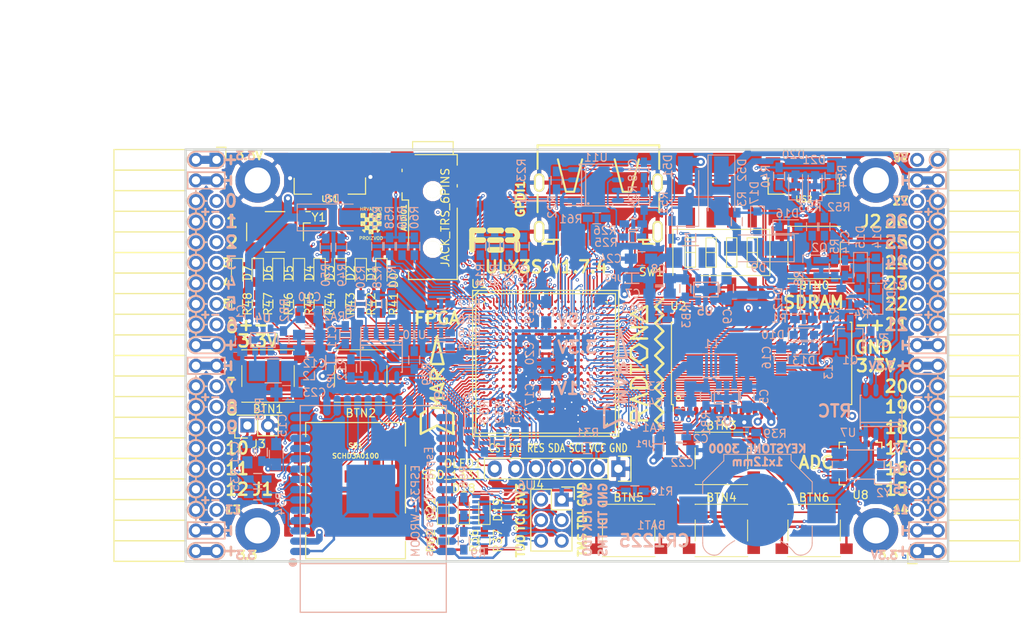
<source format=kicad_pcb>
(kicad_pcb (version 4) (host pcbnew 4.0.7+dfsg1-1)
  (layers (0 F.Cu signal) (1 In1.Cu signal) (2 In2.Cu signal) (31 B.Cu signal) (34 B.Paste user) (35 F.Paste user) (36 B.SilkS user) (37 F.SilkS user) (38 B.Mask user) (39 F.Mask user) (44 Edge.Cuts user))
  (net 0 "")
  (net 1 GND)
  (net 2 +5V)
  (net 3 /gpio/IN5V)
  (net 4 /gpio/OUT5V)
  (net 5 +3V3)
  (net 6 BTN_D)
  (net 7 BTN_F1)
  (net 8 BTN_F2)
  (net 9 BTN_L)
  (net 10 BTN_R)
  (net 11 BTN_U)
  (net 12 /power/FB1)
  (net 13 +2V5)
  (net 14 /power/PWREN)
  (net 15 /power/FB3)
  (net 16 /power/FB2)
  (net 17 "Net-(D9-Pad1)")
  (net 18 /power/VBAT)
  (net 19 JTAG_TDI)
  (net 20 JTAG_TCK)
  (net 21 JTAG_TMS)
  (net 22 JTAG_TDO)
  (net 23 /power/WAKEUPn)
  (net 24 /power/WKUP)
  (net 25 /power/SHUT)
  (net 26 /power/WAKE)
  (net 27 /power/HOLD)
  (net 28 /power/WKn)
  (net 29 /power/OSCI_32k)
  (net 30 /power/OSCO_32k)
  (net 31 "Net-(Q2-Pad3)")
  (net 32 SHUTDOWN)
  (net 33 /analog/AUDIO_L)
  (net 34 /analog/AUDIO_R)
  (net 35 GPDI_5V_SCL)
  (net 36 GPDI_5V_SDA)
  (net 37 GPDI_SDA)
  (net 38 GPDI_SCL)
  (net 39 /gpdi/VREF2)
  (net 40 SD_CMD)
  (net 41 SD_CLK)
  (net 42 SD_D0)
  (net 43 SD_D1)
  (net 44 USB5V)
  (net 45 GPDI_CEC)
  (net 46 nRESET)
  (net 47 FTDI_nDTR)
  (net 48 SDRAM_CKE)
  (net 49 SDRAM_A7)
  (net 50 SDRAM_D15)
  (net 51 SDRAM_BA1)
  (net 52 SDRAM_D7)
  (net 53 SDRAM_A6)
  (net 54 SDRAM_CLK)
  (net 55 SDRAM_D13)
  (net 56 SDRAM_BA0)
  (net 57 SDRAM_D6)
  (net 58 SDRAM_A5)
  (net 59 SDRAM_D14)
  (net 60 SDRAM_A11)
  (net 61 SDRAM_D12)
  (net 62 SDRAM_D5)
  (net 63 SDRAM_A4)
  (net 64 SDRAM_A10)
  (net 65 SDRAM_D11)
  (net 66 SDRAM_A3)
  (net 67 SDRAM_D4)
  (net 68 SDRAM_D10)
  (net 69 SDRAM_D9)
  (net 70 SDRAM_A9)
  (net 71 SDRAM_D3)
  (net 72 SDRAM_D8)
  (net 73 SDRAM_A8)
  (net 74 SDRAM_A2)
  (net 75 SDRAM_A1)
  (net 76 SDRAM_A0)
  (net 77 SDRAM_D2)
  (net 78 SDRAM_D1)
  (net 79 SDRAM_D0)
  (net 80 SDRAM_DQM0)
  (net 81 SDRAM_nCS)
  (net 82 SDRAM_nRAS)
  (net 83 SDRAM_DQM1)
  (net 84 SDRAM_nCAS)
  (net 85 SDRAM_nWE)
  (net 86 /flash/FLASH_nWP)
  (net 87 /flash/FLASH_nHOLD)
  (net 88 /flash/FLASH_MOSI)
  (net 89 /flash/FLASH_MISO)
  (net 90 /flash/FLASH_SCK)
  (net 91 /flash/FLASH_nCS)
  (net 92 /flash/FPGA_PROGRAMN)
  (net 93 /flash/FPGA_DONE)
  (net 94 /flash/FPGA_INITN)
  (net 95 OLED_RES)
  (net 96 OLED_DC)
  (net 97 OLED_CS)
  (net 98 WIFI_EN)
  (net 99 FTDI_nRTS)
  (net 100 FTDI_TXD)
  (net 101 FTDI_RXD)
  (net 102 WIFI_RXD)
  (net 103 WIFI_GPIO0)
  (net 104 WIFI_TXD)
  (net 105 GPDI_ETH-)
  (net 106 GPDI_ETH+)
  (net 107 GPDI_D2+)
  (net 108 GPDI_D2-)
  (net 109 GPDI_D1+)
  (net 110 GPDI_D1-)
  (net 111 GPDI_D0+)
  (net 112 GPDI_D0-)
  (net 113 GPDI_CLK+)
  (net 114 GPDI_CLK-)
  (net 115 USB_FTDI_D+)
  (net 116 USB_FTDI_D-)
  (net 117 J1_17-)
  (net 118 J1_17+)
  (net 119 J1_23-)
  (net 120 J1_23+)
  (net 121 J1_25-)
  (net 122 J1_25+)
  (net 123 J1_27-)
  (net 124 J1_27+)
  (net 125 J1_29-)
  (net 126 J1_29+)
  (net 127 J1_31-)
  (net 128 J1_31+)
  (net 129 J1_33-)
  (net 130 J1_33+)
  (net 131 J1_35-)
  (net 132 J1_35+)
  (net 133 J2_5-)
  (net 134 J2_5+)
  (net 135 J2_7-)
  (net 136 J2_7+)
  (net 137 J2_9-)
  (net 138 J2_9+)
  (net 139 J2_13-)
  (net 140 J2_13+)
  (net 141 J2_17-)
  (net 142 J2_17+)
  (net 143 J2_11-)
  (net 144 J2_11+)
  (net 145 J2_23-)
  (net 146 J2_23+)
  (net 147 J1_5-)
  (net 148 J1_5+)
  (net 149 J1_7-)
  (net 150 J1_7+)
  (net 151 J1_9-)
  (net 152 J1_9+)
  (net 153 J1_11-)
  (net 154 J1_11+)
  (net 155 J1_13-)
  (net 156 J1_13+)
  (net 157 J1_15-)
  (net 158 J1_15+)
  (net 159 J2_15-)
  (net 160 J2_15+)
  (net 161 J2_25-)
  (net 162 J2_25+)
  (net 163 J2_27-)
  (net 164 J2_27+)
  (net 165 J2_29-)
  (net 166 J2_29+)
  (net 167 J2_31-)
  (net 168 J2_31+)
  (net 169 J2_33-)
  (net 170 J2_33+)
  (net 171 J2_35-)
  (net 172 J2_35+)
  (net 173 SD_D3)
  (net 174 AUDIO_L3)
  (net 175 AUDIO_L2)
  (net 176 AUDIO_L1)
  (net 177 AUDIO_L0)
  (net 178 AUDIO_R3)
  (net 179 AUDIO_R2)
  (net 180 AUDIO_R1)
  (net 181 AUDIO_R0)
  (net 182 OLED_CLK)
  (net 183 OLED_MOSI)
  (net 184 LED0)
  (net 185 LED1)
  (net 186 LED2)
  (net 187 LED3)
  (net 188 LED4)
  (net 189 LED5)
  (net 190 LED6)
  (net 191 LED7)
  (net 192 BTN_PWRn)
  (net 193 FTDI_nTXLED)
  (net 194 FTDI_nSLEEP)
  (net 195 /blinkey/LED_PWREN)
  (net 196 /blinkey/LED_TXLED)
  (net 197 FT3V3)
  (net 198 /sdcard/SD3V3)
  (net 199 SD_D2)
  (net 200 CLK_25MHz)
  (net 201 /blinkey/BTNPUL)
  (net 202 /blinkey/BTNPUR)
  (net 203 USB_FPGA_D+)
  (net 204 /power/FTDI_nSUSPEND)
  (net 205 /blinkey/ALED0)
  (net 206 /blinkey/ALED1)
  (net 207 /blinkey/ALED2)
  (net 208 /blinkey/ALED3)
  (net 209 /blinkey/ALED4)
  (net 210 /blinkey/ALED5)
  (net 211 /blinkey/ALED6)
  (net 212 /blinkey/ALED7)
  (net 213 /usb/FTD-)
  (net 214 /usb/FTD+)
  (net 215 ADC_MISO)
  (net 216 ADC_MOSI)
  (net 217 ADC_CSn)
  (net 218 ADC_SCLK)
  (net 219 SW3)
  (net 220 SW2)
  (net 221 SW1)
  (net 222 USB_FPGA_D-)
  (net 223 /usb/FPD+)
  (net 224 /usb/FPD-)
  (net 225 WIFI_GPIO16)
  (net 226 WIFI_GPIO15)
  (net 227 /usb/ANT_433MHz)
  (net 228 /power/PWRBTn)
  (net 229 PROG_DONE)
  (net 230 /power/P3V3)
  (net 231 /power/P2V5)
  (net 232 /power/L1)
  (net 233 /power/L3)
  (net 234 /power/L2)
  (net 235 FTDI_TXDEN)
  (net 236 SDRAM_A12)
  (net 237 /analog/AUDIO_V)
  (net 238 AUDIO_V3)
  (net 239 AUDIO_V2)
  (net 240 AUDIO_V1)
  (net 241 AUDIO_V0)
  (net 242 /gpdi/FPGA_CEC)
  (net 243 /blinkey/LED_WIFI)
  (net 244 WIFI_GPIO2)
  (net 245 /power/P1V1)
  (net 246 +1V1)
  (net 247 SW4)
  (net 248 /blinkey/SWPU)
  (net 249 /wifi/WIFIEN)
  (module Socket_Strips:Socket_Strip_Angled_2x20 (layer F.Cu) (at 97.91 62.69 270)
    (fp_text reference J1 (at 40.64 -5.715 360) (layer F.SilkS) (effects (font (size 1.5 1.5) (thickness 0.3))))
    (fp_text value CONN_02X20 hide)
    (pad 1 thru_hole rect (at 0 0 270) (size 1.7272 1.7272) (drill 1.016) (layers *.Cu *.Mask) (net 5 +3V3))
    (pad 2 thru_hole oval (at 0 2.54 270) (size 1.7272 1.7272) (drill 1.016) (layers *.Cu *.Mask) (net 5 +3V3))
    (pad 3 thru_hole oval (at 2.54 0 270) (size 1.7272 1.7272) (drill 1.016) (layers *.Cu *.Mask) (net 1 GND))
    (pad 4 thru_hole oval (at 2.54 2.54 270) (size 1.7272 1.7272) (drill 1.016) (layers *.Cu *.Mask) (net 1 GND))
    (pad 5 thru_hole oval (at 5.08 0 270) (size 1.7272 1.7272) (drill 1.016) (layers *.Cu *.Mask) (net 147 J1_5-))
    (pad 6 thru_hole oval (at 5.08 2.54 270) (size 1.7272 1.7272) (drill 1.016) (layers *.Cu *.Mask) (net 148 J1_5+))
    (pad 7 thru_hole oval (at 7.62 0 270) (size 1.7272 1.7272) (drill 1.016) (layers *.Cu *.Mask) (net 149 J1_7-))
    (pad 8 thru_hole oval (at 7.62 2.54 270) (size 1.7272 1.7272) (drill 1.016) (layers *.Cu *.Mask) (net 150 J1_7+))
    (pad 9 thru_hole oval (at 10.16 0 270) (size 1.7272 1.7272) (drill 1.016) (layers *.Cu *.Mask) (net 151 J1_9-))
    (pad 10 thru_hole oval (at 10.16 2.54 270) (size 1.7272 1.7272) (drill 1.016) (layers *.Cu *.Mask) (net 152 J1_9+))
    (pad 11 thru_hole oval (at 12.7 0 270) (size 1.7272 1.7272) (drill 1.016) (layers *.Cu *.Mask) (net 153 J1_11-))
    (pad 12 thru_hole oval (at 12.7 2.54 270) (size 1.7272 1.7272) (drill 1.016) (layers *.Cu *.Mask) (net 154 J1_11+))
    (pad 13 thru_hole oval (at 15.24 0 270) (size 1.7272 1.7272) (drill 1.016) (layers *.Cu *.Mask) (net 155 J1_13-))
    (pad 14 thru_hole oval (at 15.24 2.54 270) (size 1.7272 1.7272) (drill 1.016) (layers *.Cu *.Mask) (net 156 J1_13+))
    (pad 15 thru_hole oval (at 17.78 0 270) (size 1.7272 1.7272) (drill 1.016) (layers *.Cu *.Mask) (net 157 J1_15-))
    (pad 16 thru_hole oval (at 17.78 2.54 270) (size 1.7272 1.7272) (drill 1.016) (layers *.Cu *.Mask) (net 158 J1_15+))
    (pad 17 thru_hole oval (at 20.32 0 270) (size 1.7272 1.7272) (drill 1.016) (layers *.Cu *.Mask) (net 117 J1_17-))
    (pad 18 thru_hole oval (at 20.32 2.54 270) (size 1.7272 1.7272) (drill 1.016) (layers *.Cu *.Mask) (net 118 J1_17+))
    (pad 19 thru_hole oval (at 22.86 0 270) (size 1.7272 1.7272) (drill 1.016) (layers *.Cu *.Mask) (net 5 +3V3))
    (pad 20 thru_hole oval (at 22.86 2.54 270) (size 1.7272 1.7272) (drill 1.016) (layers *.Cu *.Mask) (net 5 +3V3))
    (pad 21 thru_hole oval (at 25.4 0 270) (size 1.7272 1.7272) (drill 1.016) (layers *.Cu *.Mask) (net 1 GND))
    (pad 22 thru_hole oval (at 25.4 2.54 270) (size 1.7272 1.7272) (drill 1.016) (layers *.Cu *.Mask) (net 1 GND))
    (pad 23 thru_hole oval (at 27.94 0 270) (size 1.7272 1.7272) (drill 1.016) (layers *.Cu *.Mask) (net 119 J1_23-))
    (pad 24 thru_hole oval (at 27.94 2.54 270) (size 1.7272 1.7272) (drill 1.016) (layers *.Cu *.Mask) (net 120 J1_23+))
    (pad 25 thru_hole oval (at 30.48 0 270) (size 1.7272 1.7272) (drill 1.016) (layers *.Cu *.Mask) (net 121 J1_25-))
    (pad 26 thru_hole oval (at 30.48 2.54 270) (size 1.7272 1.7272) (drill 1.016) (layers *.Cu *.Mask) (net 122 J1_25+))
    (pad 27 thru_hole oval (at 33.02 0 270) (size 1.7272 1.7272) (drill 1.016) (layers *.Cu *.Mask) (net 123 J1_27-))
    (pad 28 thru_hole oval (at 33.02 2.54 270) (size 1.7272 1.7272) (drill 1.016) (layers *.Cu *.Mask) (net 124 J1_27+))
    (pad 29 thru_hole oval (at 35.56 0 270) (size 1.7272 1.7272) (drill 1.016) (layers *.Cu *.Mask) (net 125 J1_29-))
    (pad 30 thru_hole oval (at 35.56 2.54 270) (size 1.7272 1.7272) (drill 1.016) (layers *.Cu *.Mask) (net 126 J1_29+))
    (pad 31 thru_hole oval (at 38.1 0 270) (size 1.7272 1.7272) (drill 1.016) (layers *.Cu *.Mask) (net 127 J1_31-))
    (pad 32 thru_hole oval (at 38.1 2.54 270) (size 1.7272 1.7272) (drill 1.016) (layers *.Cu *.Mask) (net 128 J1_31+))
    (pad 33 thru_hole oval (at 40.64 0 270) (size 1.7272 1.7272) (drill 1.016) (layers *.Cu *.Mask) (net 129 J1_33-))
    (pad 34 thru_hole oval (at 40.64 2.54 270) (size 1.7272 1.7272) (drill 1.016) (layers *.Cu *.Mask) (net 130 J1_33+))
    (pad 35 thru_hole oval (at 43.18 0 270) (size 1.7272 1.7272) (drill 1.016) (layers *.Cu *.Mask) (net 131 J1_35-))
    (pad 36 thru_hole oval (at 43.18 2.54 270) (size 1.7272 1.7272) (drill 1.016) (layers *.Cu *.Mask) (net 132 J1_35+))
    (pad 37 thru_hole oval (at 45.72 0 270) (size 1.7272 1.7272) (drill 1.016) (layers *.Cu *.Mask) (net 1 GND))
    (pad 38 thru_hole oval (at 45.72 2.54 270) (size 1.7272 1.7272) (drill 1.016) (layers *.Cu *.Mask) (net 1 GND))
    (pad 39 thru_hole oval (at 48.26 0 270) (size 1.7272 1.7272) (drill 1.016) (layers *.Cu *.Mask) (net 5 +3V3))
    (pad 40 thru_hole oval (at 48.26 2.54 270) (size 1.7272 1.7272) (drill 1.016) (layers *.Cu *.Mask) (net 5 +3V3))
  )
  (module SMD_Packages:1Pin (layer F.Cu) (at 182.67515 111.637626)
    (fp_text reference AE1 hide)
    (fp_text value 433MHz hide)
    (pad 1 smd rect (at 0 0) (size 0.5 0.5) (layers B.Cu F.Paste F.Mask) (net 227 /usb/ANT_433MHz))
  )
  (module Resistors_SMD:R_0603_HandSoldering (layer B.Cu) (at 103.498 98.758 90)
    (fp_text reference R38 (at 5.334 -0.254 90) (layer B.SilkS) (effects (justify mirror)))
    (fp_text value 0.47)
    (pad 1 smd rect (at -1.1 0 90) (size 1.2 0.9) (layers B.Cu B.Paste B.Mask) (net 198 /sdcard/SD3V3))
    (pad 2 smd rect (at 1.1 0 90) (size 1.2 0.9) (layers B.Cu B.Paste B.Mask) (net 5 +3V3))
  )
  (module jumper:SOLDER-JUMPER_1-WAY (layer B.Cu) (at 152.393 97.742 270)
    (fp_text reference JP1 (at 0 1.778 360) (layer B.SilkS) (effects (font (size 0.762 0.762) (thickness 0.1524)) (justify mirror)))
    (fp_text value 1.2 hide)
    (pad 1 smd rect (at -0.6 0 270) (size 1 1) (layers B.Cu B.Paste B.Mask) (net 245 /power/P1V1))
    (pad 2 smd rect (at 0.6 0 270) (size 1 1) (layers B.Cu B.Paste B.Mask) (net 246 +1V1))
  )
  (module Diodes_SMD:D_SMA_Handsoldering (layer B.Cu) (at 155.695 66.5 90)
    (fp_text reference D51 (at 3.048 -2.159 90) (layer B.SilkS) (effects (justify mirror)))
    (fp_text value STPS2L30AF hide)
    (pad 1 smd rect (at -2.5 0 90) (size 3.5 1.8) (layers B.Cu B.Paste B.Mask) (net 2 +5V))
    (pad 2 smd rect (at 2.5 0 90) (size 3.5 1.8) (layers B.Cu B.Paste B.Mask) (net 3 /gpio/IN5V))
  )
  (module Resistors_SMD:R_0603_HandSoldering (layer B.Cu) (at 154.044 71.326 90)
    (fp_text reference R51 (at 3.302 -1.016 90) (layer B.SilkS) (effects (justify mirror)))
    (fp_text value 150)
    (pad 1 smd rect (at -1.1 0 90) (size 1.2 0.9) (layers B.Cu B.Paste B.Mask) (net 5 +3V3))
    (pad 2 smd rect (at 1.1 0 90) (size 1.2 0.9) (layers B.Cu B.Paste B.Mask) (net 248 /blinkey/SWPU))
  )
  (module Resistors_SMD:R_1210_HandSoldering (layer B.Cu) (at 158.87 88.09 180)
    (fp_text reference L1 (at 0 2.7 180) (layer B.SilkS) (effects (justify mirror)))
    (fp_text value 2.2uH)
    (pad 1 smd rect (at -2 0 180) (size 2 2.5) (layers B.Cu B.Paste B.Mask) (net 232 /power/L1))
    (pad 2 smd rect (at 2 0 180) (size 2 2.5) (layers B.Cu B.Paste B.Mask) (net 245 /power/P1V1))
  )
  (module TSOT-25:TSOT-25 (layer B.Cu) (at 160.775 91.9)
    (fp_text reference U3 (at -0.381 3.048) (layer B.SilkS) (effects (font (thickness 0.2)) (justify mirror)))
    (fp_text value DIO6015)
    (pad 1 smd rect (at -0.95 -1.3) (size 0.7 1.2) (layers B.Cu B.Paste B.Mask) (net 14 /power/PWREN))
    (pad 2 smd rect (at 0 -1.3) (size 0.7 1.2) (layers B.Cu B.Paste B.Mask) (net 1 GND))
    (pad 3 smd rect (at 0.95 -1.3) (size 0.7 1.2) (layers B.Cu B.Paste B.Mask) (net 232 /power/L1))
    (pad 4 smd rect (at 0.95 1.3) (size 0.7 1.2) (layers B.Cu B.Paste B.Mask) (net 2 +5V))
    (pad 5 smd rect (at -0.95 1.3) (size 0.7 1.2) (layers B.Cu B.Paste B.Mask) (net 12 /power/FB1))
  )
  (module Resistors_SMD:R_1210_HandSoldering (layer B.Cu) (at 104.895 88.725)
    (fp_text reference L2 (at 4.445 0.635) (layer B.SilkS) (effects (justify mirror)))
    (fp_text value 2.2uH)
    (pad 1 smd rect (at -2 0) (size 2 2.5) (layers B.Cu B.Paste B.Mask) (net 234 /power/L2))
    (pad 2 smd rect (at 2 0) (size 2 2.5) (layers B.Cu B.Paste B.Mask) (net 231 /power/P2V5))
  )
  (module TSOT-25:TSOT-25 (layer B.Cu) (at 103.625 84.915 180)
    (fp_text reference U4 (at 0 2.697 180) (layer B.SilkS) (effects (font (thickness 0.2)) (justify mirror)))
    (fp_text value LX7172)
    (pad 1 smd rect (at -0.95 -1.3 180) (size 0.7 1.2) (layers B.Cu B.Paste B.Mask) (net 14 /power/PWREN))
    (pad 2 smd rect (at 0 -1.3 180) (size 0.7 1.2) (layers B.Cu B.Paste B.Mask) (net 1 GND))
    (pad 3 smd rect (at 0.95 -1.3 180) (size 0.7 1.2) (layers B.Cu B.Paste B.Mask) (net 234 /power/L2))
    (pad 4 smd rect (at 0.95 1.3 180) (size 0.7 1.2) (layers B.Cu B.Paste B.Mask) (net 2 +5V))
    (pad 5 smd rect (at -0.95 1.3 180) (size 0.7 1.2) (layers B.Cu B.Paste B.Mask) (net 16 /power/FB2))
  )
  (module Resistors_SMD:R_1210_HandSoldering (layer B.Cu) (at 156.33 74.755 180)
    (fp_text reference L3 (at 0 2.413 180) (layer B.SilkS) (effects (justify mirror)))
    (fp_text value 2.2uH)
    (pad 1 smd rect (at -2 0 180) (size 2 2.5) (layers B.Cu B.Paste B.Mask) (net 233 /power/L3))
    (pad 2 smd rect (at 2 0 180) (size 2 2.5) (layers B.Cu B.Paste B.Mask) (net 230 /power/P3V3))
  )
  (module TSOT-25:TSOT-25 (layer B.Cu) (at 158.235 78.692)
    (fp_text reference U5 (at -0.127 2.667) (layer B.SilkS) (effects (font (thickness 0.2)) (justify mirror)))
    (fp_text value TLV62569DBV)
    (pad 1 smd rect (at -0.95 -1.3) (size 0.7 1.2) (layers B.Cu B.Paste B.Mask) (net 14 /power/PWREN))
    (pad 2 smd rect (at 0 -1.3) (size 0.7 1.2) (layers B.Cu B.Paste B.Mask) (net 1 GND))
    (pad 3 smd rect (at 0.95 -1.3) (size 0.7 1.2) (layers B.Cu B.Paste B.Mask) (net 233 /power/L3))
    (pad 4 smd rect (at 0.95 1.3) (size 0.7 1.2) (layers B.Cu B.Paste B.Mask) (net 2 +5V))
    (pad 5 smd rect (at -0.95 1.3) (size 0.7 1.2) (layers B.Cu B.Paste B.Mask) (net 15 /power/FB3))
  )
  (module Capacitors_SMD:C_0805_HandSoldering (layer B.Cu) (at 101.085 84.915 270)
    (fp_text reference C1 (at -3.429 0.127 270) (layer B.SilkS) (effects (justify mirror)))
    (fp_text value 22uF)
    (pad 1 smd rect (at -1.25 0 270) (size 1.5 1.25) (layers B.Cu B.Paste B.Mask) (net 2 +5V))
    (pad 2 smd rect (at 1.25 0 270) (size 1.5 1.25) (layers B.Cu B.Paste B.Mask) (net 1 GND))
  )
  (module Capacitors_SMD:C_0805_HandSoldering (layer B.Cu) (at 155.06 90.63)
    (fp_text reference C3 (at -3.048 0) (layer B.SilkS) (effects (justify mirror)))
    (fp_text value 22uF)
    (pad 1 smd rect (at -1.25 0) (size 1.5 1.25) (layers B.Cu B.Paste B.Mask) (net 245 /power/P1V1))
    (pad 2 smd rect (at 1.25 0) (size 1.5 1.25) (layers B.Cu B.Paste B.Mask) (net 1 GND))
  )
  (module Capacitors_SMD:C_0805_HandSoldering (layer B.Cu) (at 155.06 92.535)
    (fp_text reference C4 (at -3.048 0.127) (layer B.SilkS) (effects (justify mirror)))
    (fp_text value 22uF)
    (pad 1 smd rect (at -1.25 0) (size 1.5 1.25) (layers B.Cu B.Paste B.Mask) (net 245 /power/P1V1))
    (pad 2 smd rect (at 1.25 0) (size 1.5 1.25) (layers B.Cu B.Paste B.Mask) (net 1 GND))
  )
  (module Capacitors_SMD:C_0805_HandSoldering (layer B.Cu) (at 163.315 91.9 90)
    (fp_text reference C5 (at 0 2.1 90) (layer B.SilkS) (effects (justify mirror)))
    (fp_text value 22uF)
    (pad 1 smd rect (at -1.25 0 90) (size 1.5 1.25) (layers B.Cu B.Paste B.Mask) (net 2 +5V))
    (pad 2 smd rect (at 1.25 0 90) (size 1.5 1.25) (layers B.Cu B.Paste B.Mask) (net 1 GND))
  )
  (module Capacitors_SMD:C_0805_HandSoldering (layer B.Cu) (at 152.52 79.2)
    (fp_text reference C7 (at -3.302 0) (layer B.SilkS) (effects (justify mirror)))
    (fp_text value 22uF)
    (pad 1 smd rect (at -1.25 0) (size 1.5 1.25) (layers B.Cu B.Paste B.Mask) (net 230 /power/P3V3))
    (pad 2 smd rect (at 1.25 0) (size 1.5 1.25) (layers B.Cu B.Paste B.Mask) (net 1 GND))
  )
  (module Capacitors_SMD:C_0805_HandSoldering (layer B.Cu) (at 152.52 77.295)
    (fp_text reference C8 (at -0.127 -1.143) (layer B.SilkS) (effects (justify mirror)))
    (fp_text value 22uF)
    (pad 1 smd rect (at -1.25 0) (size 1.5 1.25) (layers B.Cu B.Paste B.Mask) (net 230 /power/P3V3))
    (pad 2 smd rect (at 1.25 0) (size 1.5 1.25) (layers B.Cu B.Paste B.Mask) (net 1 GND))
  )
  (module Capacitors_SMD:C_0805_HandSoldering (layer B.Cu) (at 160.775 78.565 90)
    (fp_text reference C9 (at -3.429 0.127 90) (layer B.SilkS) (effects (justify mirror)))
    (fp_text value 22uF)
    (pad 1 smd rect (at -1.25 0 90) (size 1.5 1.25) (layers B.Cu B.Paste B.Mask) (net 2 +5V))
    (pad 2 smd rect (at 1.25 0 90) (size 1.5 1.25) (layers B.Cu B.Paste B.Mask) (net 1 GND))
  )
  (module Capacitors_SMD:C_0805_HandSoldering (layer B.Cu) (at 109.34 84.28 180)
    (fp_text reference C11 (at -2.794 -0.254 270) (layer B.SilkS) (effects (justify mirror)))
    (fp_text value 22uF)
    (pad 1 smd rect (at -1.25 0 180) (size 1.5 1.25) (layers B.Cu B.Paste B.Mask) (net 231 /power/P2V5))
    (pad 2 smd rect (at 1.25 0 180) (size 1.5 1.25) (layers B.Cu B.Paste B.Mask) (net 1 GND))
  )
  (module Capacitors_SMD:C_0805_HandSoldering (layer B.Cu) (at 109.34 86.185 180)
    (fp_text reference C12 (at -0.635 -1.615 360) (layer B.SilkS) (effects (justify mirror)))
    (fp_text value 22uF)
    (pad 1 smd rect (at -1.25 0 180) (size 1.5 1.25) (layers B.Cu B.Paste B.Mask) (net 231 /power/P2V5))
    (pad 2 smd rect (at 1.25 0 180) (size 1.5 1.25) (layers B.Cu B.Paste B.Mask) (net 1 GND))
  )
  (module Capacitors_SMD:C_0805_HandSoldering (layer B.Cu) (at 173.221 84.788 90)
    (fp_text reference C13 (at -3.556 0.127 90) (layer B.SilkS) (effects (justify mirror)))
    (fp_text value 2.2uF)
    (pad 1 smd rect (at -1.25 0 90) (size 1.5 1.25) (layers B.Cu B.Paste B.Mask) (net 2 +5V))
    (pad 2 smd rect (at 1.25 0 90) (size 1.5 1.25) (layers B.Cu B.Paste B.Mask) (net 24 /power/WKUP))
  )
  (module TO_SOT_Packages_SMD:SOT-23_Handsoldering (layer B.Cu) (at 176.015 84.28 90)
    (fp_text reference Q1 (at -3.1115 0 180) (layer B.SilkS) (effects (justify mirror)))
    (fp_text value BC857)
    (pad 1 smd rect (at -1.5 0.95 90) (size 1.9 0.8) (layers B.Cu B.Paste B.Mask) (net 28 /power/WKn))
    (pad 2 smd rect (at -1.5 -0.95 90) (size 1.9 0.8) (layers B.Cu B.Paste B.Mask) (net 2 +5V))
    (pad 3 smd rect (at 1.5 0 90) (size 1.9 0.8) (layers B.Cu B.Paste B.Mask) (net 24 /power/WKUP))
  )
  (module TO_SOT_Packages_SMD:SOT-23_Handsoldering (layer B.Cu) (at 170.935 76.025 180)
    (fp_text reference Q2 (at -1.295 2.5 180) (layer B.SilkS) (effects (justify mirror)))
    (fp_text value 2N7002)
    (pad 1 smd rect (at -1.5 0.95 180) (size 1.9 0.8) (layers B.Cu B.Paste B.Mask) (net 25 /power/SHUT))
    (pad 2 smd rect (at -1.5 -0.95 180) (size 1.9 0.8) (layers B.Cu B.Paste B.Mask) (net 1 GND))
    (pad 3 smd rect (at 1.5 0 180) (size 1.9 0.8) (layers B.Cu B.Paste B.Mask) (net 31 "Net-(Q2-Pad3)"))
  )
  (module Capacitors_SMD:C_0603_HandSoldering (layer B.Cu) (at 154.86 96.91)
    (fp_text reference C2 (at 2.74 0.197) (layer B.SilkS) (effects (justify mirror)))
    (fp_text value 470pF)
    (pad 1 smd rect (at -0.95 0) (size 1.2 0.75) (layers B.Cu B.Paste B.Mask) (net 245 /power/P1V1))
    (pad 2 smd rect (at 0.95 0) (size 1.2 0.75) (layers B.Cu B.Paste B.Mask) (net 12 /power/FB1))
  )
  (module Capacitors_SMD:C_0603_HandSoldering (layer B.Cu) (at 152.52 82.375)
    (fp_text reference C6 (at -2.794 0.127) (layer B.SilkS) (effects (justify mirror)))
    (fp_text value 470pF)
    (pad 1 smd rect (at -0.95 0) (size 1.2 0.75) (layers B.Cu B.Paste B.Mask) (net 230 /power/P3V3))
    (pad 2 smd rect (at 0.95 0) (size 1.2 0.75) (layers B.Cu B.Paste B.Mask) (net 15 /power/FB3))
  )
  (module Capacitors_SMD:C_0603_HandSoldering (layer B.Cu) (at 109.34 81.105 180)
    (fp_text reference C10 (at -0.04 1.505 180) (layer B.SilkS) (effects (justify mirror)))
    (fp_text value 470pF)
    (pad 1 smd rect (at -0.95 0 180) (size 1.2 0.75) (layers B.Cu B.Paste B.Mask) (net 231 /power/P2V5))
    (pad 2 smd rect (at 0.95 0 180) (size 1.2 0.75) (layers B.Cu B.Paste B.Mask) (net 16 /power/FB2))
  )
  (module Capacitors_SMD:C_0603_HandSoldering (layer B.Cu) (at 175.38 76.025 270)
    (fp_text reference C14 (at -3.175 0 270) (layer B.SilkS) (effects (justify mirror)))
    (fp_text value 100nF)
    (pad 1 smd rect (at -0.95 0 270) (size 1.2 0.75) (layers B.Cu B.Paste B.Mask) (net 25 /power/SHUT))
    (pad 2 smd rect (at 0.95 0 270) (size 1.2 0.75) (layers B.Cu B.Paste B.Mask) (net 1 GND))
  )
  (module Resistors_SMD:R_0603_HandSoldering (layer B.Cu) (at 170.3 82.375)
    (fp_text reference R1 (at -3.048 -0.127) (layer B.SilkS) (effects (justify mirror)))
    (fp_text value 15k)
    (pad 1 smd rect (at -1.1 0) (size 1.2 0.9) (layers B.Cu B.Paste B.Mask) (net 26 /power/WAKE))
    (pad 2 smd rect (at 1.1 0) (size 1.2 0.9) (layers B.Cu B.Paste B.Mask) (net 14 /power/PWREN))
  )
  (module Resistors_SMD:R_0603_HandSoldering (layer B.Cu) (at 172.84 79.835 90)
    (fp_text reference R2 (at -1.905 1.27 90) (layer B.SilkS) (effects (justify mirror)))
    (fp_text value 47k)
    (pad 1 smd rect (at -1.1 0 90) (size 1.2 0.9) (layers B.Cu B.Paste B.Mask) (net 14 /power/PWREN))
    (pad 2 smd rect (at 1.1 0 90) (size 1.2 0.9) (layers B.Cu B.Paste B.Mask) (net 1 GND))
  )
  (module Resistors_SMD:R_0603_HandSoldering (layer B.Cu) (at 176.015 80.47 180)
    (fp_text reference R4 (at -1.397 -1.27 360) (layer B.SilkS) (effects (justify mirror)))
    (fp_text value 15k)
    (pad 1 smd rect (at -1.1 0 180) (size 1.2 0.9) (layers B.Cu B.Paste B.Mask) (net 27 /power/HOLD))
    (pad 2 smd rect (at 1.1 0 180) (size 1.2 0.9) (layers B.Cu B.Paste B.Mask) (net 14 /power/PWREN))
  )
  (module Resistors_SMD:R_0603_HandSoldering (layer B.Cu) (at 174.11 76.025 270)
    (fp_text reference R5 (at -2.667 0 270) (layer B.SilkS) (effects (justify mirror)))
    (fp_text value 4.7M)
    (pad 1 smd rect (at -1.1 0 270) (size 1.2 0.9) (layers B.Cu B.Paste B.Mask) (net 25 /power/SHUT))
    (pad 2 smd rect (at 1.1 0 270) (size 1.2 0.9) (layers B.Cu B.Paste B.Mask) (net 1 GND))
  )
  (module Resistors_SMD:R_0603_HandSoldering (layer B.Cu) (at 178.555 84.915 270)
    (fp_text reference R6 (at 0 -1.651 270) (layer B.SilkS) (effects (justify mirror)))
    (fp_text value 1k)
    (pad 1 smd rect (at -1.1 0 270) (size 1.2 0.9) (layers B.Cu B.Paste B.Mask) (net 28 /power/WKn))
    (pad 2 smd rect (at 1.1 0 270) (size 1.2 0.9) (layers B.Cu B.Paste B.Mask) (net 23 /power/WAKEUPn))
  )
  (module Resistors_SMD:R_0603_HandSoldering (layer B.Cu) (at 113.785 84.28 270)
    (fp_text reference R7 (at -2.794 -0.635 270) (layer B.SilkS) (effects (justify mirror)))
    (fp_text value 150)
    (pad 1 smd rect (at -1.1 0 270) (size 1.2 0.9) (layers B.Cu B.Paste B.Mask) (net 5 +3V3))
    (pad 2 smd rect (at 1.1 0 270) (size 1.2 0.9) (layers B.Cu B.Paste B.Mask) (net 201 /blinkey/BTNPUL))
  )
  (module Resistors_SMD:R_0603_HandSoldering (layer B.Cu) (at 170.935 79.835 90)
    (fp_text reference R8 (at 2.54 -1.27 90) (layer B.SilkS) (effects (justify mirror)))
    (fp_text value 1k)
    (pad 1 smd rect (at -1.1 0 90) (size 1.2 0.9) (layers B.Cu B.Paste B.Mask) (net 14 /power/PWREN))
    (pad 2 smd rect (at 1.1 0 90) (size 1.2 0.9) (layers B.Cu B.Paste B.Mask) (net 31 "Net-(Q2-Pad3)"))
  )
  (module Resistors_SMD:R_0603_HandSoldering (layer B.Cu) (at 128.39 109.68 270)
    (fp_text reference R9 (at 1.524 -1.778 360) (layer B.SilkS) (effects (justify mirror)))
    (fp_text value 15k)
    (pad 1 smd rect (at -1.1 0 270) (size 1.2 0.9) (layers B.Cu B.Paste B.Mask) (net 46 nRESET))
    (pad 2 smd rect (at 1.1 0 270) (size 1.2 0.9) (layers B.Cu B.Paste B.Mask) (net 197 FT3V3))
  )
  (module Resistors_SMD:R_0603_HandSoldering (layer B.Cu) (at 149.472 103.584 180)
    (fp_text reference R10 (at -3.302 0 180) (layer B.SilkS) (effects (justify mirror)))
    (fp_text value 150)
    (pad 1 smd rect (at -1.1 0 180) (size 1.2 0.9) (layers B.Cu B.Paste B.Mask) (net 204 /power/FTDI_nSUSPEND))
    (pad 2 smd rect (at 1.1 0 180) (size 1.2 0.9) (layers B.Cu B.Paste B.Mask) (net 194 FTDI_nSLEEP))
  )
  (module Resistors_SMD:R_0603_HandSoldering (layer B.Cu) (at 176.015 78.565 180)
    (fp_text reference R13 (at -5.461 0.381 180) (layer B.SilkS) (effects (justify mirror)))
    (fp_text value 15k)
    (pad 1 smd rect (at -1.1 0 180) (size 1.2 0.9) (layers B.Cu B.Paste B.Mask) (net 32 SHUTDOWN))
    (pad 2 smd rect (at 1.1 0 180) (size 1.2 0.9) (layers B.Cu B.Paste B.Mask) (net 1 GND))
  )
  (module Resistors_SMD:R_0603_HandSoldering (layer B.Cu) (at 154.86 95.64)
    (fp_text reference RA1 (at -3.102 0.07) (layer B.SilkS) (effects (justify mirror)))
    (fp_text value 15k)
    (pad 1 smd rect (at -1.1 0) (size 1.2 0.9) (layers B.Cu B.Paste B.Mask) (net 245 /power/P1V1))
    (pad 2 smd rect (at 1.1 0) (size 1.2 0.9) (layers B.Cu B.Paste B.Mask) (net 12 /power/FB1))
  )
  (module Resistors_SMD:R_0603_HandSoldering (layer B.Cu) (at 109.34 82.375 180)
    (fp_text reference RA2 (at -3.048 0.381 360) (layer B.SilkS) (effects (justify mirror)))
    (fp_text value 15k)
    (pad 1 smd rect (at -1.1 0 180) (size 1.2 0.9) (layers B.Cu B.Paste B.Mask) (net 231 /power/P2V5))
    (pad 2 smd rect (at 1.1 0 180) (size 1.2 0.9) (layers B.Cu B.Paste B.Mask) (net 16 /power/FB2))
  )
  (module Resistors_SMD:R_0603_HandSoldering (layer B.Cu) (at 152.52 81.105)
    (fp_text reference RA3 (at -3.302 -0.127) (layer B.SilkS) (effects (justify mirror)))
    (fp_text value 15k)
    (pad 1 smd rect (at -1.1 0) (size 1.2 0.9) (layers B.Cu B.Paste B.Mask) (net 230 /power/P3V3))
    (pad 2 smd rect (at 1.1 0) (size 1.2 0.9) (layers B.Cu B.Paste B.Mask) (net 15 /power/FB3))
  )
  (module Resistors_SMD:R_0603_HandSoldering (layer B.Cu) (at 158.235 91.9 270)
    (fp_text reference RB1 (at 3.302 0 270) (layer B.SilkS) (effects (justify mirror)))
    (fp_text value 18k)
    (pad 1 smd rect (at -1.1 0 270) (size 1.2 0.9) (layers B.Cu B.Paste B.Mask) (net 1 GND))
    (pad 2 smd rect (at 1.1 0 270) (size 1.2 0.9) (layers B.Cu B.Paste B.Mask) (net 12 /power/FB1))
  )
  (module Resistors_SMD:R_0603_HandSoldering (layer B.Cu) (at 106.165 84.915 90)
    (fp_text reference RB2 (at 3.683 0.127 90) (layer B.SilkS) (effects (justify mirror)))
    (fp_text value 4.7k)
    (pad 1 smd rect (at -1.1 0 90) (size 1.2 0.9) (layers B.Cu B.Paste B.Mask) (net 1 GND))
    (pad 2 smd rect (at 1.1 0 90) (size 1.2 0.9) (layers B.Cu B.Paste B.Mask) (net 16 /power/FB2))
  )
  (module Resistors_SMD:R_0603_HandSoldering (layer B.Cu) (at 155.695 78.565 270)
    (fp_text reference RB3 (at 3.429 -0.127 270) (layer B.SilkS) (effects (justify mirror)))
    (fp_text value 3.3k)
    (pad 1 smd rect (at -1.1 0 270) (size 1.2 0.9) (layers B.Cu B.Paste B.Mask) (net 1 GND))
    (pad 2 smd rect (at 1.1 0 270) (size 1.2 0.9) (layers B.Cu B.Paste B.Mask) (net 15 /power/FB3))
  )
  (module Resistors_SMD:R_0603_HandSoldering (layer B.Cu) (at 125.596 85.804 180)
    (fp_text reference R14 (at -3.47 0.127 180) (layer B.SilkS) (effects (justify mirror)))
    (fp_text value 1.2k)
    (pad 1 smd rect (at -1.1 0 180) (size 1.2 0.9) (layers B.Cu B.Paste B.Mask) (net 174 AUDIO_L3))
    (pad 2 smd rect (at 1.1 0 180) (size 1.2 0.9) (layers B.Cu B.Paste B.Mask) (net 33 /analog/AUDIO_L))
  )
  (module Resistors_SMD:R_0603_HandSoldering (layer B.Cu) (at 125.596 84.026 180)
    (fp_text reference R15 (at -3.47 -0.001 180) (layer B.SilkS) (effects (justify mirror)))
    (fp_text value 680)
    (pad 1 smd rect (at -1.1 0 180) (size 1.2 0.9) (layers B.Cu B.Paste B.Mask) (net 175 AUDIO_L2))
    (pad 2 smd rect (at 1.1 0 180) (size 1.2 0.9) (layers B.Cu B.Paste B.Mask) (net 33 /analog/AUDIO_L))
  )
  (module Resistors_SMD:R_0603_HandSoldering (layer B.Cu) (at 125.596 82.248 180)
    (fp_text reference R16 (at -3.47 -0.127 180) (layer B.SilkS) (effects (justify mirror)))
    (fp_text value 330)
    (pad 1 smd rect (at -1.1 0 180) (size 1.2 0.9) (layers B.Cu B.Paste B.Mask) (net 176 AUDIO_L1))
    (pad 2 smd rect (at 1.1 0 180) (size 1.2 0.9) (layers B.Cu B.Paste B.Mask) (net 33 /analog/AUDIO_L))
  )
  (module Resistors_SMD:R_0603_HandSoldering (layer B.Cu) (at 125.596 80.47 180)
    (fp_text reference R17 (at -3.47 0 180) (layer B.SilkS) (effects (justify mirror)))
    (fp_text value 150)
    (pad 1 smd rect (at -1.1 0 180) (size 1.2 0.9) (layers B.Cu B.Paste B.Mask) (net 177 AUDIO_L0))
    (pad 2 smd rect (at 1.1 0 180) (size 1.2 0.9) (layers B.Cu B.Paste B.Mask) (net 33 /analog/AUDIO_L))
  )
  (module Resistors_SMD:R_0603_HandSoldering (layer B.Cu) (at 130.422 73.358 90)
    (fp_text reference R18 (at -3.556 0 90) (layer B.SilkS) (effects (justify mirror)))
    (fp_text value 1.2k)
    (pad 1 smd rect (at -1.1 0 90) (size 1.2 0.9) (layers B.Cu B.Paste B.Mask) (net 178 AUDIO_R3))
    (pad 2 smd rect (at 1.1 0 90) (size 1.2 0.9) (layers B.Cu B.Paste B.Mask) (net 34 /analog/AUDIO_R))
  )
  (module Resistors_SMD:R_0603_HandSoldering (layer B.Cu) (at 132.2 73.358 90)
    (fp_text reference R19 (at -3.556 0 90) (layer B.SilkS) (effects (justify mirror)))
    (fp_text value 680)
    (pad 1 smd rect (at -1.1 0 90) (size 1.2 0.9) (layers B.Cu B.Paste B.Mask) (net 179 AUDIO_R2))
    (pad 2 smd rect (at 1.1 0 90) (size 1.2 0.9) (layers B.Cu B.Paste B.Mask) (net 34 /analog/AUDIO_R))
  )
  (module Resistors_SMD:R_0603_HandSoldering (layer B.Cu) (at 133.978 73.358 90)
    (fp_text reference R20 (at -3.556 0 90) (layer B.SilkS) (effects (justify mirror)))
    (fp_text value 330)
    (pad 1 smd rect (at -1.1 0 90) (size 1.2 0.9) (layers B.Cu B.Paste B.Mask) (net 180 AUDIO_R1))
    (pad 2 smd rect (at 1.1 0 90) (size 1.2 0.9) (layers B.Cu B.Paste B.Mask) (net 34 /analog/AUDIO_R))
  )
  (module Resistors_SMD:R_0603_HandSoldering (layer B.Cu) (at 135.756 73.358 90)
    (fp_text reference R21 (at -3.556 0 90) (layer B.SilkS) (effects (justify mirror)))
    (fp_text value 150)
    (pad 1 smd rect (at -1.1 0 90) (size 1.2 0.9) (layers B.Cu B.Paste B.Mask) (net 181 AUDIO_R0))
    (pad 2 smd rect (at 1.1 0 90) (size 1.2 0.9) (layers B.Cu B.Paste B.Mask) (net 34 /analog/AUDIO_R))
  )
  (module Capacitors_SMD:C_0603_HandSoldering (layer B.Cu) (at 150.5896 63.96 90)
    (fp_text reference C18 (at 0 -1.3716 90) (layer B.SilkS) (effects (justify mirror)))
    (fp_text value 470pF)
    (pad 1 smd rect (at -0.95 0 90) (size 1.2 0.75) (layers B.Cu B.Paste B.Mask) (net 39 /gpdi/VREF2))
    (pad 2 smd rect (at 0.95 0 90) (size 1.2 0.75) (layers B.Cu B.Paste B.Mask) (net 1 GND))
  )
  (module Socket_Strips:Socket_Strip_Angled_2x20 (layer F.Cu) (at 184.27 110.95 90)
    (fp_text reference J2 (at 40.64 -5.715 180) (layer F.SilkS) (effects (font (size 1.5 1.5) (thickness 0.3))))
    (fp_text value CONN_02X20 hide)
    (pad 1 thru_hole rect (at 0 0 90) (size 1.7272 1.7272) (drill 1.016) (layers *.Cu *.Mask) (net 5 +3V3))
    (pad 2 thru_hole oval (at 0 2.54 90) (size 1.7272 1.7272) (drill 1.016) (layers *.Cu *.Mask) (net 5 +3V3))
    (pad 3 thru_hole oval (at 2.54 0 90) (size 1.7272 1.7272) (drill 1.016) (layers *.Cu *.Mask) (net 1 GND))
    (pad 4 thru_hole oval (at 2.54 2.54 90) (size 1.7272 1.7272) (drill 1.016) (layers *.Cu *.Mask) (net 1 GND))
    (pad 5 thru_hole oval (at 5.08 0 90) (size 1.7272 1.7272) (drill 1.016) (layers *.Cu *.Mask) (net 133 J2_5-))
    (pad 6 thru_hole oval (at 5.08 2.54 90) (size 1.7272 1.7272) (drill 1.016) (layers *.Cu *.Mask) (net 134 J2_5+))
    (pad 7 thru_hole oval (at 7.62 0 90) (size 1.7272 1.7272) (drill 1.016) (layers *.Cu *.Mask) (net 135 J2_7-))
    (pad 8 thru_hole oval (at 7.62 2.54 90) (size 1.7272 1.7272) (drill 1.016) (layers *.Cu *.Mask) (net 136 J2_7+))
    (pad 9 thru_hole oval (at 10.16 0 90) (size 1.7272 1.7272) (drill 1.016) (layers *.Cu *.Mask) (net 137 J2_9-))
    (pad 10 thru_hole oval (at 10.16 2.54 90) (size 1.7272 1.7272) (drill 1.016) (layers *.Cu *.Mask) (net 138 J2_9+))
    (pad 11 thru_hole oval (at 12.7 0 90) (size 1.7272 1.7272) (drill 1.016) (layers *.Cu *.Mask) (net 143 J2_11-))
    (pad 12 thru_hole oval (at 12.7 2.54 90) (size 1.7272 1.7272) (drill 1.016) (layers *.Cu *.Mask) (net 144 J2_11+))
    (pad 13 thru_hole oval (at 15.24 0 90) (size 1.7272 1.7272) (drill 1.016) (layers *.Cu *.Mask) (net 139 J2_13-))
    (pad 14 thru_hole oval (at 15.24 2.54 90) (size 1.7272 1.7272) (drill 1.016) (layers *.Cu *.Mask) (net 140 J2_13+))
    (pad 15 thru_hole oval (at 17.78 0 90) (size 1.7272 1.7272) (drill 1.016) (layers *.Cu *.Mask) (net 159 J2_15-))
    (pad 16 thru_hole oval (at 17.78 2.54 90) (size 1.7272 1.7272) (drill 1.016) (layers *.Cu *.Mask) (net 160 J2_15+))
    (pad 17 thru_hole oval (at 20.32 0 90) (size 1.7272 1.7272) (drill 1.016) (layers *.Cu *.Mask) (net 141 J2_17-))
    (pad 18 thru_hole oval (at 20.32 2.54 90) (size 1.7272 1.7272) (drill 1.016) (layers *.Cu *.Mask) (net 142 J2_17+))
    (pad 19 thru_hole oval (at 22.86 0 90) (size 1.7272 1.7272) (drill 1.016) (layers *.Cu *.Mask) (net 5 +3V3))
    (pad 20 thru_hole oval (at 22.86 2.54 90) (size 1.7272 1.7272) (drill 1.016) (layers *.Cu *.Mask) (net 5 +3V3))
    (pad 21 thru_hole oval (at 25.4 0 90) (size 1.7272 1.7272) (drill 1.016) (layers *.Cu *.Mask) (net 1 GND))
    (pad 22 thru_hole oval (at 25.4 2.54 90) (size 1.7272 1.7272) (drill 1.016) (layers *.Cu *.Mask) (net 1 GND))
    (pad 23 thru_hole oval (at 27.94 0 90) (size 1.7272 1.7272) (drill 1.016) (layers *.Cu *.Mask) (net 145 J2_23-))
    (pad 24 thru_hole oval (at 27.94 2.54 90) (size 1.7272 1.7272) (drill 1.016) (layers *.Cu *.Mask) (net 146 J2_23+))
    (pad 25 thru_hole oval (at 30.48 0 90) (size 1.7272 1.7272) (drill 1.016) (layers *.Cu *.Mask) (net 161 J2_25-))
    (pad 26 thru_hole oval (at 30.48 2.54 90) (size 1.7272 1.7272) (drill 1.016) (layers *.Cu *.Mask) (net 162 J2_25+))
    (pad 27 thru_hole oval (at 33.02 0 90) (size 1.7272 1.7272) (drill 1.016) (layers *.Cu *.Mask) (net 163 J2_27-))
    (pad 28 thru_hole oval (at 33.02 2.54 90) (size 1.7272 1.7272) (drill 1.016) (layers *.Cu *.Mask) (net 164 J2_27+))
    (pad 29 thru_hole oval (at 35.56 0 90) (size 1.7272 1.7272) (drill 1.016) (layers *.Cu *.Mask) (net 165 J2_29-))
    (pad 30 thru_hole oval (at 35.56 2.54 90) (size 1.7272 1.7272) (drill 1.016) (layers *.Cu *.Mask) (net 166 J2_29+))
    (pad 31 thru_hole oval (at 38.1 0 90) (size 1.7272 1.7272) (drill 1.016) (layers *.Cu *.Mask) (net 167 J2_31-))
    (pad 32 thru_hole oval (at 38.1 2.54 90) (size 1.7272 1.7272) (drill 1.016) (layers *.Cu *.Mask) (net 168 J2_31+))
    (pad 33 thru_hole oval (at 40.64 0 90) (size 1.7272 1.7272) (drill 1.016) (layers *.Cu *.Mask) (net 169 J2_33-))
    (pad 34 thru_hole oval (at 40.64 2.54 90) (size 1.7272 1.7272) (drill 1.016) (layers *.Cu *.Mask) (net 170 J2_33+))
    (pad 35 thru_hole oval (at 43.18 0 90) (size 1.7272 1.7272) (drill 1.016) (layers *.Cu *.Mask) (net 171 J2_35-))
    (pad 36 thru_hole oval (at 43.18 2.54 90) (size 1.7272 1.7272) (drill 1.016) (layers *.Cu *.Mask) (net 172 J2_35+))
    (pad 37 thru_hole oval (at 45.72 0 90) (size 1.7272 1.7272) (drill 1.016) (layers *.Cu *.Mask) (net 1 GND))
    (pad 38 thru_hole oval (at 45.72 2.54 90) (size 1.7272 1.7272) (drill 1.016) (layers *.Cu *.Mask) (net 1 GND))
    (pad 39 thru_hole oval (at 48.26 0 90) (size 1.7272 1.7272) (drill 1.016) (layers *.Cu *.Mask) (net 3 /gpio/IN5V))
    (pad 40 thru_hole oval (at 48.26 2.54 90) (size 1.7272 1.7272) (drill 1.016) (layers *.Cu *.Mask) (net 4 /gpio/OUT5V))
  )
  (module Mounting_Holes:MountingHole_3.2mm_M3_ISO14580_Pad (layer F.Cu) (at 102.99 108.41)
    (fp_text reference H1 hide)
    (fp_text value HOLE hide)
    (pad 1 thru_hole circle (at 0 0) (size 5.5 5.5) (drill 3.2) (layers *.Cu *.Mask) (net 1 GND))
  )
  (module Mounting_Holes:MountingHole_3.2mm_M3_ISO14580_Pad (layer F.Cu) (at 179.19 108.41)
    (fp_text reference H2 hide)
    (fp_text value HOLE hide)
    (pad 1 thru_hole circle (at 0 0) (size 5.5 5.5) (drill 3.2) (layers *.Cu *.Mask) (net 1 GND))
  )
  (module Mounting_Holes:MountingHole_3.2mm_M3_ISO14580_Pad (layer F.Cu) (at 179.19 65.23)
    (fp_text reference H3 hide)
    (fp_text value HOLE hide)
    (pad 1 thru_hole circle (at 0 0) (size 5.5 5.5) (drill 3.2) (layers *.Cu *.Mask) (net 1 GND))
  )
  (module Mounting_Holes:MountingHole_3.2mm_M3_ISO14580_Pad (layer F.Cu) (at 102.99 65.23)
    (fp_text reference H4 hide)
    (fp_text value HOLE hide)
    (pad 1 thru_hole circle (at 0 0) (size 5.5 5.5) (drill 3.2) (layers *.Cu *.Mask) (net 1 GND))
  )
  (module Resistors_SMD:R_0603_HandSoldering (layer B.Cu) (at 162.045 70.31 90)
    (fp_text reference R3 (at 2.794 0.635 90) (layer B.SilkS) (effects (justify mirror)))
    (fp_text value 4.7k)
    (pad 1 smd rect (at -1.1 0 90) (size 1.2 0.9) (layers B.Cu B.Paste B.Mask) (net 2 +5V))
    (pad 2 smd rect (at 1.1 0 90) (size 1.2 0.9) (layers B.Cu B.Paste B.Mask) (net 228 /power/PWRBTn))
  )
  (module Resistors_SMD:R_0603_HandSoldering (layer B.Cu) (at 139.82 65.23 90)
    (fp_text reference R22 (at -3.27 -0.54 90) (layer B.SilkS) (effects (justify mirror)))
    (fp_text value 2.2k)
    (pad 1 smd rect (at -1.1 0 90) (size 1.2 0.9) (layers B.Cu B.Paste B.Mask) (net 5 +3V3))
    (pad 2 smd rect (at 1.1 0 90) (size 1.2 0.9) (layers B.Cu B.Paste B.Mask) (net 37 GPDI_SDA))
  )
  (module Resistors_SMD:R_0603_HandSoldering (layer B.Cu) (at 135.375 67.432 90)
    (fp_text reference R23 (at 3.472 0.127 90) (layer B.SilkS) (effects (justify mirror)))
    (fp_text value 2.2k)
    (pad 1 smd rect (at -1.1 0 90) (size 1.2 0.9) (layers B.Cu B.Paste B.Mask) (net 5 +3V3))
    (pad 2 smd rect (at 1.1 0 90) (size 1.2 0.9) (layers B.Cu B.Paste B.Mask) (net 38 GPDI_SCL))
  )
  (module Resistors_SMD:R_0603_HandSoldering (layer B.Cu) (at 150.615 67.77 90)
    (fp_text reference R24 (at 0.508 -1.397 90) (layer B.SilkS) (effects (justify mirror)))
    (fp_text value 100k)
    (pad 1 smd rect (at -1.1 0 90) (size 1.2 0.9) (layers B.Cu B.Paste B.Mask) (net 2 +5V))
    (pad 2 smd rect (at 1.1 0 90) (size 1.2 0.9) (layers B.Cu B.Paste B.Mask) (net 39 /gpdi/VREF2))
  )
  (module Resistors_SMD:R_0603_HandSoldering (layer B.Cu) (at 149.175 72.215 180)
    (fp_text reference R25 (at 3.259 -0.685 180) (layer B.SilkS) (effects (justify mirror)))
    (fp_text value 470)
    (pad 1 smd rect (at -1.1 0 180) (size 1.2 0.9) (layers B.Cu B.Paste B.Mask) (net 2 +5V))
    (pad 2 smd rect (at 1.1 0 180) (size 1.2 0.9) (layers B.Cu B.Paste B.Mask) (net 35 GPDI_5V_SCL))
  )
  (module Resistors_SMD:R_0603_HandSoldering (layer B.Cu) (at 149.28 70.6 180)
    (fp_text reference R26 (at 3.5 -0.8 180) (layer B.SilkS) (effects (justify mirror)))
    (fp_text value 470)
    (pad 1 smd rect (at -1.1 0 180) (size 1.2 0.9) (layers B.Cu B.Paste B.Mask) (net 2 +5V))
    (pad 2 smd rect (at 1.1 0 180) (size 1.2 0.9) (layers B.Cu B.Paste B.Mask) (net 36 GPDI_5V_SDA))
  )
  (module Housings_SSOP:SSOP-20_4.4x6.5mm_Pitch0.65mm (layer B.Cu) (at 132.835 107.14 180)
    (fp_text reference U6 (at -3.175 4.318 180) (layer B.SilkS) (effects (justify mirror)))
    (fp_text value FT231XS)
    (pad 1 smd rect (at -2.9 2.925 180) (size 1 0.4) (layers B.Cu B.Paste B.Mask) (net 47 FTDI_nDTR))
    (pad 2 smd rect (at -2.9 2.275 180) (size 1 0.4) (layers B.Cu B.Paste B.Mask) (net 99 FTDI_nRTS))
    (pad 3 smd rect (at -2.9 1.625 180) (size 1 0.4) (layers B.Cu B.Paste B.Mask) (net 197 FT3V3))
    (pad 4 smd rect (at -2.9 0.975 180) (size 1 0.4) (layers B.Cu B.Paste B.Mask) (net 101 FTDI_RXD))
    (pad 5 smd rect (at -2.9 0.325 180) (size 1 0.4) (layers B.Cu B.Paste B.Mask) (net 19 JTAG_TDI))
    (pad 6 smd rect (at -2.9 -0.325 180) (size 1 0.4) (layers B.Cu B.Paste B.Mask) (net 1 GND))
    (pad 7 smd rect (at -2.9 -0.975 180) (size 1 0.4) (layers B.Cu B.Paste B.Mask) (net 20 JTAG_TCK))
    (pad 8 smd rect (at -2.9 -1.625 180) (size 1 0.4) (layers B.Cu B.Paste B.Mask) (net 21 JTAG_TMS))
    (pad 9 smd rect (at -2.9 -2.275 180) (size 1 0.4) (layers B.Cu B.Paste B.Mask) (net 22 JTAG_TDO))
    (pad 10 smd rect (at -2.9 -2.925 180) (size 1 0.4) (layers B.Cu B.Paste B.Mask) (net 193 FTDI_nTXLED))
    (pad 11 smd rect (at 2.9 -2.925 180) (size 1 0.4) (layers B.Cu B.Paste B.Mask) (net 115 USB_FTDI_D+))
    (pad 12 smd rect (at 2.9 -2.275 180) (size 1 0.4) (layers B.Cu B.Paste B.Mask) (net 116 USB_FTDI_D-))
    (pad 13 smd rect (at 2.9 -1.625 180) (size 1 0.4) (layers B.Cu B.Paste B.Mask) (net 197 FT3V3))
    (pad 14 smd rect (at 2.9 -0.975 180) (size 1 0.4) (layers B.Cu B.Paste B.Mask) (net 46 nRESET))
    (pad 15 smd rect (at 2.9 -0.325 180) (size 1 0.4) (layers B.Cu B.Paste B.Mask) (net 2 +5V))
    (pad 16 smd rect (at 2.9 0.325 180) (size 1 0.4) (layers B.Cu B.Paste B.Mask) (net 1 GND))
    (pad 17 smd rect (at 2.9 0.975 180) (size 1 0.4) (layers B.Cu B.Paste B.Mask))
    (pad 18 smd rect (at 2.9 1.625 180) (size 1 0.4) (layers B.Cu B.Paste B.Mask) (net 235 FTDI_TXDEN))
    (pad 19 smd rect (at 2.9 2.275 180) (size 1 0.4) (layers B.Cu B.Paste B.Mask) (net 194 FTDI_nSLEEP))
    (pad 20 smd rect (at 2.9 2.925 180) (size 1 0.4) (layers B.Cu B.Paste B.Mask) (net 100 FTDI_TXD))
  )
  (module Resistors_SMD:R_0603_HandSoldering (layer B.Cu) (at 119.5 80.47 270)
    (fp_text reference R11 (at -3.302 0 270) (layer B.SilkS) (effects (justify mirror)))
    (fp_text value 10k)
    (pad 1 smd rect (at -1.1 0 270) (size 1.2 0.9) (layers B.Cu B.Paste B.Mask) (net 5 +3V3))
    (pad 2 smd rect (at 1.1 0 270) (size 1.2 0.9) (layers B.Cu B.Paste B.Mask) (net 86 /flash/FLASH_nWP))
  )
  (module Resistors_SMD:R_0603_HandSoldering (layer B.Cu) (at 114.48 88.4 90)
    (fp_text reference R12 (at -0.071 -1.076 270) (layer B.SilkS) (effects (justify mirror)))
    (fp_text value 10k)
    (pad 1 smd rect (at -1.1 0 90) (size 1.2 0.9) (layers B.Cu B.Paste B.Mask) (net 5 +3V3))
    (pad 2 smd rect (at 1.1 0 90) (size 1.2 0.9) (layers B.Cu B.Paste B.Mask) (net 87 /flash/FLASH_nHOLD))
  )
  (module Resistors_SMD:R_0603_HandSoldering (layer B.Cu) (at 129.025 96.175 90)
    (fp_text reference R27 (at 3.429 0 90) (layer B.SilkS) (effects (justify mirror)))
    (fp_text value 10k)
    (pad 1 smd rect (at -1.1 0 90) (size 1.2 0.9) (layers B.Cu B.Paste B.Mask) (net 5 +3V3))
    (pad 2 smd rect (at 1.1 0 90) (size 1.2 0.9) (layers B.Cu B.Paste B.Mask) (net 88 /flash/FLASH_MOSI))
  )
  (module Resistors_SMD:R_0603_HandSoldering (layer B.Cu) (at 117.595 80.47 270)
    (fp_text reference R28 (at -3.302 -0.127 270) (layer B.SilkS) (effects (justify mirror)))
    (fp_text value 10k)
    (pad 1 smd rect (at -1.1 0 270) (size 1.2 0.9) (layers B.Cu B.Paste B.Mask) (net 5 +3V3))
    (pad 2 smd rect (at 1.1 0 270) (size 1.2 0.9) (layers B.Cu B.Paste B.Mask) (net 89 /flash/FLASH_MISO))
  )
  (module Resistors_SMD:R_0603_HandSoldering (layer B.Cu) (at 122.28 87.4 270)
    (fp_text reference R29 (at 1.706 -1.538 450) (layer B.SilkS) (effects (justify mirror)))
    (fp_text value 1k)
    (pad 1 smd rect (at -1.1 0 270) (size 1.2 0.9) (layers B.Cu B.Paste B.Mask) (net 5 +3V3))
    (pad 2 smd rect (at 1.1 0 270) (size 1.2 0.9) (layers B.Cu B.Paste B.Mask) (net 90 /flash/FLASH_SCK))
  )
  (module Resistors_SMD:R_0603_HandSoldering (layer B.Cu) (at 115.69 80.47 270)
    (fp_text reference R30 (at -3.302 0 270) (layer B.SilkS) (effects (justify mirror)))
    (fp_text value 4.7k)
    (pad 1 smd rect (at -1.1 0 270) (size 1.2 0.9) (layers B.Cu B.Paste B.Mask) (net 5 +3V3))
    (pad 2 smd rect (at 1.1 0 270) (size 1.2 0.9) (layers B.Cu B.Paste B.Mask) (net 91 /flash/FLASH_nCS))
  )
  (module Resistors_SMD:R_0603_HandSoldering (layer B.Cu) (at 143.63 98.25 180)
    (fp_text reference R31 (at 0 1.9 180) (layer B.SilkS) (effects (justify mirror)))
    (fp_text value 10k)
    (pad 1 smd rect (at -1.1 0 180) (size 1.2 0.9) (layers B.Cu B.Paste B.Mask) (net 5 +3V3))
    (pad 2 smd rect (at 1.1 0 180) (size 1.2 0.9) (layers B.Cu B.Paste B.Mask) (net 92 /flash/FPGA_PROGRAMN))
  )
  (module Resistors_SMD:R_0603_HandSoldering (layer B.Cu) (at 132.835 97.615 90)
    (fp_text reference R32 (at 3.81 0 90) (layer B.SilkS) (effects (justify mirror)))
    (fp_text value 10k)
    (pad 1 smd rect (at -1.1 0 90) (size 1.2 0.9) (layers B.Cu B.Paste B.Mask) (net 5 +3V3))
    (pad 2 smd rect (at 1.1 0 90) (size 1.2 0.9) (layers B.Cu B.Paste B.Mask) (net 93 /flash/FPGA_DONE))
  )
  (module Resistors_SMD:R_0603_HandSoldering (layer B.Cu) (at 130.93 97.615 90)
    (fp_text reference R33 (at 3.81 0 90) (layer B.SilkS) (effects (justify mirror)))
    (fp_text value 10k)
    (pad 1 smd rect (at -1.1 0 90) (size 1.2 0.9) (layers B.Cu B.Paste B.Mask) (net 5 +3V3))
    (pad 2 smd rect (at 1.1 0 90) (size 1.2 0.9) (layers B.Cu B.Paste B.Mask) (net 94 /flash/FPGA_INITN))
  )
  (module Resistors_SMD:R_0603_HandSoldering (layer B.Cu) (at 102.99 103.965)
    (fp_text reference R34 (at 2.794 1.143 90) (layer B.SilkS) (effects (justify mirror)))
    (fp_text value 15k)
    (pad 1 smd rect (at -1.1 0) (size 1.2 0.9) (layers B.Cu B.Paste B.Mask) (net 5 +3V3))
    (pad 2 smd rect (at 1.1 0) (size 1.2 0.9) (layers B.Cu B.Paste B.Mask) (net 98 WIFI_EN))
  )
  (module Socket_Strips:Socket_Strip_Straight_2x01 (layer F.Cu) (at 101.72 95.456 90)
    (fp_text reference J3 (at -2.286 1.397 180) (layer F.SilkS))
    (fp_text value WIFI_OFF)
    (pad 1 thru_hole rect (at 0 0 90) (size 1.7272 1.7272) (drill 1.016) (layers *.Cu *.Mask) (net 249 /wifi/WIFIEN))
    (pad 2 thru_hole oval (at 0 2.54 90) (size 1.7272 1.7272) (drill 1.016) (layers *.Cu *.Mask) (net 1 GND))
  )
  (module Resistors_SMD:R_0603_HandSoldering (layer B.Cu) (at 102.99 102.06 180)
    (fp_text reference R35 (at 2.794 -0.127 270) (layer B.SilkS) (effects (justify mirror)))
    (fp_text value 470)
    (pad 1 smd rect (at -1.1 0 180) (size 1.2 0.9) (layers B.Cu B.Paste B.Mask) (net 98 WIFI_EN))
    (pad 2 smd rect (at 1.1 0 180) (size 1.2 0.9) (layers B.Cu B.Paste B.Mask) (net 249 /wifi/WIFIEN))
  )
  (module Resistors_SMD:R_0603_HandSoldering (layer F.Cu) (at 128.39 109.68 270)
    (fp_text reference R36 (at 0 -1.27 270) (layer F.SilkS))
    (fp_text value 330)
    (pad 1 smd rect (at -1.1 0 270) (size 1.2 0.9) (layers F.Cu F.Paste F.Mask) (net 195 /blinkey/LED_PWREN))
    (pad 2 smd rect (at 1.1 0 270) (size 1.2 0.9) (layers F.Cu F.Paste F.Mask) (net 1 GND))
  )
  (module Resistors_SMD:R_0603_HandSoldering (layer F.Cu) (at 130.93 109.68 90)
    (fp_text reference R37 (at 0 1.651 90) (layer F.SilkS))
    (fp_text value 330)
    (pad 1 smd rect (at -1.1 0 90) (size 1.2 0.9) (layers F.Cu F.Paste F.Mask) (net 193 FTDI_nTXLED))
    (pad 2 smd rect (at 1.1 0 90) (size 1.2 0.9) (layers F.Cu F.Paste F.Mask) (net 196 /blinkey/LED_TXLED))
  )
  (module usb_otg:USB-MICRO-B-FCI-10118192-0001LF (layer F.Cu) (at 111.88 63.325 180)
    (fp_text reference US1 (at 0 -4.2 180) (layer F.SilkS) (effects (font (size 0.7 0.7))))
    (fp_text value USB_FTDI hide)
    (pad 6 smd rect (at -3.1 -2.55 180) (size 2.1 1.6) (layers F.Cu F.Paste F.Mask) (net 1 GND))
    (pad 6 smd rect (at 3.1 -2.55 180) (size 2.1 1.6) (layers F.Cu F.Paste F.Mask) (net 1 GND))
    (pad 6 smd rect (at -1.2 0 180) (size 1.9 1.9) (layers F.Cu F.Paste F.Mask) (net 1 GND))
    (pad 6 smd rect (at 1.2 0 180) (size 1.9 1.9) (layers F.Cu F.Paste F.Mask) (net 1 GND))
    (pad 1 smd rect (at -1.3 -2.675 180) (size 0.4 1.35) (layers F.Cu F.Paste F.Mask) (net 44 USB5V))
    (pad 2 smd rect (at -0.65 -2.675 180) (size 0.4 1.35) (layers F.Cu F.Paste F.Mask) (net 213 /usb/FTD-))
    (pad 3 smd rect (at 0 -2.675 180) (size 0.4 1.35) (layers F.Cu F.Paste F.Mask) (net 214 /usb/FTD+))
    (pad 4 smd rect (at 0.65 -2.675 180) (size 0.4 1.35) (layers F.Cu F.Paste F.Mask))
    (pad 5 smd rect (at 1.3 -2.675 180) (size 0.4 1.35) (layers F.Cu F.Paste F.Mask) (net 1 GND))
    (pad 6 smd rect (at -3.8 0 180) (size 1.8 1.9) (layers F.Cu F.Paste F.Mask) (net 1 GND))
    (pad 6 smd rect (at 3.8 0 180) (size 1.8 1.9) (layers F.Cu F.Paste F.Mask) (net 1 GND))
  )
  (module usb_otg:USB-MICRO-B-FCI-10118192-0001LF (layer F.Cu) (at 170.3 63.325 180)
    (fp_text reference US2 (at 0 -4.2 180) (layer F.SilkS) (effects (font (size 0.7 0.7))))
    (fp_text value USB_FPGA hide)
    (pad 6 smd rect (at -3.1 -2.55 180) (size 2.1 1.6) (layers F.Cu F.Paste F.Mask) (net 1 GND))
    (pad 6 smd rect (at 3.1 -2.55 180) (size 2.1 1.6) (layers F.Cu F.Paste F.Mask) (net 1 GND))
    (pad 6 smd rect (at -1.2 0 180) (size 1.9 1.9) (layers F.Cu F.Paste F.Mask) (net 1 GND))
    (pad 6 smd rect (at 1.2 0 180) (size 1.9 1.9) (layers F.Cu F.Paste F.Mask) (net 1 GND))
    (pad 1 smd rect (at -1.3 -2.675 180) (size 0.4 1.35) (layers F.Cu F.Paste F.Mask) (net 17 "Net-(D9-Pad1)"))
    (pad 2 smd rect (at -0.65 -2.675 180) (size 0.4 1.35) (layers F.Cu F.Paste F.Mask) (net 224 /usb/FPD-))
    (pad 3 smd rect (at 0 -2.675 180) (size 0.4 1.35) (layers F.Cu F.Paste F.Mask) (net 223 /usb/FPD+))
    (pad 4 smd rect (at 0.65 -2.675 180) (size 0.4 1.35) (layers F.Cu F.Paste F.Mask))
    (pad 5 smd rect (at 1.3 -2.675 180) (size 0.4 1.35) (layers F.Cu F.Paste F.Mask) (net 1 GND))
    (pad 6 smd rect (at -3.8 0 180) (size 1.8 1.9) (layers F.Cu F.Paste F.Mask) (net 1 GND))
    (pad 6 smd rect (at 3.8 0 180) (size 1.8 1.9) (layers F.Cu F.Paste F.Mask) (net 1 GND))
  )
  (module Capacitors_SMD:C_0805_HandSoldering (layer B.Cu) (at 167.506 87.074 90)
    (fp_text reference C16 (at 0 -1.778 90) (layer B.SilkS) (effects (justify mirror)))
    (fp_text value 2.2uF)
    (pad 1 smd rect (at -1.25 0 90) (size 1.5 1.25) (layers B.Cu B.Paste B.Mask) (net 5 +3V3))
    (pad 2 smd rect (at 1.25 0 90) (size 1.5 1.25) (layers B.Cu B.Paste B.Mask) (net 1 GND))
  )
  (module Resistors_SMD:R_0603_HandSoldering (layer B.Cu) (at 163.315 96.345 180)
    (fp_text reference R39 (at -3.429 -0.127 180) (layer B.SilkS) (effects (justify mirror)))
    (fp_text value 150)
    (pad 1 smd rect (at -1.1 0 180) (size 1.2 0.9) (layers B.Cu B.Paste B.Mask) (net 5 +3V3))
    (pad 2 smd rect (at 1.1 0 180) (size 1.2 0.9) (layers B.Cu B.Paste B.Mask) (net 202 /blinkey/BTNPUR))
  )
  (module Resistors_SMD:R_0603_HandSoldering (layer B.Cu) (at 167.252 64.722 90)
    (fp_text reference R40 (at 0 -1.651 90) (layer B.SilkS) (effects (justify mirror)))
    (fp_text value 1.5k)
    (pad 1 smd rect (at -1.1 0 90) (size 1.2 0.9) (layers B.Cu B.Paste B.Mask) (net 223 /usb/FPD+))
    (pad 2 smd rect (at 1.1 0 90) (size 1.2 0.9) (layers B.Cu B.Paste B.Mask) (net 5 +3V3))
  )
  (module Socket_Strips:Socket_Strip_Straight_2x03 (layer F.Cu) (at 140.455 104.6 270)
    (fp_text reference J4 (at -1.778 3.048 360) (layer F.SilkS))
    (fp_text value CONN_02X03 hide)
    (pad 1 thru_hole rect (at 0 0 270) (size 1.7272 1.7272) (drill 1.016) (layers *.Cu *.Mask) (net 1 GND))
    (pad 2 thru_hole oval (at 0 2.54 270) (size 1.7272 1.7272) (drill 1.016) (layers *.Cu *.Mask) (net 5 +3V3))
    (pad 3 thru_hole oval (at 2.54 0 270) (size 1.7272 1.7272) (drill 1.016) (layers *.Cu *.Mask) (net 19 JTAG_TDI))
    (pad 4 thru_hole oval (at 2.54 2.54 270) (size 1.7272 1.7272) (drill 1.016) (layers *.Cu *.Mask) (net 20 JTAG_TCK))
    (pad 5 thru_hole oval (at 5.08 0 270) (size 1.7272 1.7272) (drill 1.016) (layers *.Cu *.Mask) (net 21 JTAG_TMS))
    (pad 6 thru_hole oval (at 5.08 2.54 270) (size 1.7272 1.7272) (drill 1.016) (layers *.Cu *.Mask) (net 22 JTAG_TDO))
  )
  (module Resistors_SMD:R_0603_HandSoldering (layer F.Cu) (at 118.23 80.47 90)
    (fp_text reference R41 (at 0 1.524 90) (layer F.SilkS))
    (fp_text value 330)
    (pad 1 smd rect (at -1.1 0 90) (size 1.2 0.9) (layers F.Cu F.Paste F.Mask) (net 184 LED0))
    (pad 2 smd rect (at 1.1 0 90) (size 1.2 0.9) (layers F.Cu F.Paste F.Mask) (net 205 /blinkey/ALED0))
  )
  (module Resistors_SMD:R_0603_HandSoldering (layer F.Cu) (at 115.69 80.47 90)
    (fp_text reference R42 (at 0 1.27 90) (layer F.SilkS))
    (fp_text value 330)
    (pad 1 smd rect (at -1.1 0 90) (size 1.2 0.9) (layers F.Cu F.Paste F.Mask) (net 185 LED1))
    (pad 2 smd rect (at 1.1 0 90) (size 1.2 0.9) (layers F.Cu F.Paste F.Mask) (net 206 /blinkey/ALED1))
  )
  (module Resistors_SMD:R_0603_HandSoldering (layer F.Cu) (at 113.15 80.47 90)
    (fp_text reference R43 (at 0 1.27 90) (layer F.SilkS))
    (fp_text value 330)
    (pad 1 smd rect (at -1.1 0 90) (size 1.2 0.9) (layers F.Cu F.Paste F.Mask) (net 186 LED2))
    (pad 2 smd rect (at 1.1 0 90) (size 1.2 0.9) (layers F.Cu F.Paste F.Mask) (net 207 /blinkey/ALED2))
  )
  (module Resistors_SMD:R_0603_HandSoldering (layer F.Cu) (at 110.61 80.47 90)
    (fp_text reference R44 (at 0 1.27 90) (layer F.SilkS))
    (fp_text value 330)
    (pad 1 smd rect (at -1.1 0 90) (size 1.2 0.9) (layers F.Cu F.Paste F.Mask) (net 187 LED3))
    (pad 2 smd rect (at 1.1 0 90) (size 1.2 0.9) (layers F.Cu F.Paste F.Mask) (net 208 /blinkey/ALED3))
  )
  (module Resistors_SMD:R_0603_HandSoldering (layer F.Cu) (at 108.07 80.47 90)
    (fp_text reference R45 (at 0 1.27 90) (layer F.SilkS))
    (fp_text value 330)
    (pad 1 smd rect (at -1.1 0 90) (size 1.2 0.9) (layers F.Cu F.Paste F.Mask) (net 188 LED4))
    (pad 2 smd rect (at 1.1 0 90) (size 1.2 0.9) (layers F.Cu F.Paste F.Mask) (net 209 /blinkey/ALED4))
  )
  (module Resistors_SMD:R_0603_HandSoldering (layer F.Cu) (at 105.53 80.47 90)
    (fp_text reference R46 (at 0 1.27 90) (layer F.SilkS))
    (fp_text value 330)
    (pad 1 smd rect (at -1.1 0 90) (size 1.2 0.9) (layers F.Cu F.Paste F.Mask) (net 189 LED5))
    (pad 2 smd rect (at 1.1 0 90) (size 1.2 0.9) (layers F.Cu F.Paste F.Mask) (net 210 /blinkey/ALED5))
  )
  (module Resistors_SMD:R_0603_HandSoldering (layer F.Cu) (at 102.99 80.47 90)
    (fp_text reference R47 (at 0 1.27 90) (layer F.SilkS))
    (fp_text value 330)
    (pad 1 smd rect (at -1.1 0 90) (size 1.2 0.9) (layers F.Cu F.Paste F.Mask) (net 190 LED6))
    (pad 2 smd rect (at 1.1 0 90) (size 1.2 0.9) (layers F.Cu F.Paste F.Mask) (net 211 /blinkey/ALED6))
  )
  (module Resistors_SMD:R_0603_HandSoldering (layer F.Cu) (at 100.45 80.47 90)
    (fp_text reference R48 (at 0 1.27 90) (layer F.SilkS))
    (fp_text value 330)
    (pad 1 smd rect (at -1.1 0 90) (size 1.2 0.9) (layers F.Cu F.Paste F.Mask) (net 191 LED7))
    (pad 2 smd rect (at 1.1 0 90) (size 1.2 0.9) (layers F.Cu F.Paste F.Mask) (net 212 /blinkey/ALED7))
  )
  (module Capacitors_SMD:C_0805_HandSoldering (layer B.Cu) (at 138.55 91.646 270)
    (fp_text reference C17 (at 0 2.032 270) (layer B.SilkS) (effects (justify mirror)))
    (fp_text value 2.2uF)
    (pad 1 smd rect (at -1.25 0 270) (size 1.5 1.25) (layers B.Cu B.Paste B.Mask) (net 246 +1V1))
    (pad 2 smd rect (at 1.25 0 270) (size 1.5 1.25) (layers B.Cu B.Paste B.Mask) (net 1 GND))
  )
  (module Capacitors_SMD:C_0805_HandSoldering (layer B.Cu) (at 138.55 81.486 90)
    (fp_text reference C19 (at 0 -2.032 90) (layer B.SilkS) (effects (justify mirror)))
    (fp_text value 2.2uF)
    (pad 1 smd rect (at -1.25 0 90) (size 1.5 1.25) (layers B.Cu B.Paste B.Mask) (net 13 +2V5))
    (pad 2 smd rect (at 1.25 0 90) (size 1.5 1.25) (layers B.Cu B.Paste B.Mask) (net 1 GND))
  )
  (module Capacitors_SMD:C_0805_HandSoldering (layer B.Cu) (at 138.55 86.566 270)
    (fp_text reference C20 (at 0.02 2.032 270) (layer B.SilkS) (effects (justify mirror)))
    (fp_text value 2.2uF)
    (pad 1 smd rect (at -1.25 0 270) (size 1.5 1.25) (layers B.Cu B.Paste B.Mask) (net 5 +3V3))
    (pad 2 smd rect (at 1.25 0 270) (size 1.5 1.25) (layers B.Cu B.Paste B.Mask) (net 1 GND))
  )
  (module Capacitors_SMD:C_0805_HandSoldering (layer B.Cu) (at 101.72 98.758 270)
    (fp_text reference C21 (at 0.0635 1.5875 270) (layer B.SilkS) (effects (justify mirror)))
    (fp_text value 22uF)
    (pad 1 smd rect (at -1.25 0 270) (size 1.5 1.25) (layers B.Cu B.Paste B.Mask) (net 5 +3V3))
    (pad 2 smd rect (at 1.25 0 270) (size 1.5 1.25) (layers B.Cu B.Paste B.Mask) (net 1 GND))
  )
  (module Resistors_SMD:R_0603_HandSoldering (layer B.Cu) (at 113.277 73.485 90)
    (fp_text reference R49 (at -3.429 0.127 90) (layer B.SilkS) (effects (justify mirror)))
    (fp_text value 27)
    (pad 1 smd rect (at -1.1 0 90) (size 1.2 0.9) (layers B.Cu B.Paste B.Mask) (net 116 USB_FTDI_D-))
    (pad 2 smd rect (at 1.1 0 90) (size 1.2 0.9) (layers B.Cu B.Paste B.Mask) (net 213 /usb/FTD-))
  )
  (module Resistors_SMD:R_0603_HandSoldering (layer B.Cu) (at 111.372 73.485 90)
    (fp_text reference R50 (at -3.429 0 90) (layer B.SilkS) (effects (justify mirror)))
    (fp_text value 27)
    (pad 1 smd rect (at -1.1 0 90) (size 1.2 0.9) (layers B.Cu B.Paste B.Mask) (net 115 USB_FTDI_D+))
    (pad 2 smd rect (at 1.1 0 90) (size 1.2 0.9) (layers B.Cu B.Paste B.Mask) (net 214 /usb/FTD+))
  )
  (module Housings_DFN_QFN:QFN-28-1EP_5x5mm_Pitch0.5mm (layer F.Cu) (at 177.285 100.155 180)
    (fp_text reference U8 (at 0 -3.875 180) (layer F.SilkS))
    (fp_text value MAX11123)
    (pad 1 smd oval (at -2.45 -1.5 180) (size 0.85 0.3) (layers F.Cu F.Paste F.Mask) (net 136 J2_7+))
    (pad 2 smd oval (at -2.45 -1 180) (size 0.85 0.3) (layers F.Cu F.Paste F.Mask) (net 137 J2_9-))
    (pad 3 smd oval (at -2.45 -0.5 180) (size 0.85 0.3) (layers F.Cu F.Paste F.Mask) (net 138 J2_9+))
    (pad 4 smd oval (at -2.45 0 180) (size 0.85 0.3) (layers F.Cu F.Paste F.Mask) (net 143 J2_11-))
    (pad 5 smd oval (at -2.45 0.5 180) (size 0.85 0.3) (layers F.Cu F.Paste F.Mask) (net 144 J2_11+))
    (pad 6 smd oval (at -2.45 1 180) (size 0.85 0.3) (layers F.Cu F.Paste F.Mask) (net 1 GND))
    (pad 7 smd oval (at -2.45 1.5 180) (size 0.85 0.3) (layers F.Cu F.Paste F.Mask) (net 1 GND))
    (pad 8 smd oval (at -1.5 2.45 270) (size 0.85 0.3) (layers F.Cu F.Paste F.Mask) (net 1 GND))
    (pad 9 smd oval (at -1 2.45 270) (size 0.85 0.3) (layers F.Cu F.Paste F.Mask) (net 1 GND))
    (pad 10 smd oval (at -0.5 2.45 270) (size 0.85 0.3) (layers F.Cu F.Paste F.Mask) (net 1 GND))
    (pad 11 smd oval (at 0 2.45 270) (size 0.85 0.3) (layers F.Cu F.Paste F.Mask) (net 1 GND))
    (pad 12 smd oval (at 0.5 2.45 270) (size 0.85 0.3) (layers F.Cu F.Paste F.Mask))
    (pad 13 smd oval (at 1 2.45 270) (size 0.85 0.3) (layers F.Cu F.Paste F.Mask) (net 1 GND))
    (pad 14 smd oval (at 1.5 2.45 270) (size 0.85 0.3) (layers F.Cu F.Paste F.Mask) (net 1 GND))
    (pad 15 smd oval (at 2.45 1.5 180) (size 0.85 0.3) (layers F.Cu F.Paste F.Mask) (net 5 +3V3))
    (pad 16 smd oval (at 2.45 1 180) (size 0.85 0.3) (layers F.Cu F.Paste F.Mask) (net 1 GND))
    (pad 17 smd oval (at 2.45 0.5 180) (size 0.85 0.3) (layers F.Cu F.Paste F.Mask) (net 5 +3V3))
    (pad 18 smd oval (at 2.45 0 180) (size 0.85 0.3) (layers F.Cu F.Paste F.Mask) (net 5 +3V3))
    (pad 19 smd oval (at 2.45 -0.5 180) (size 0.85 0.3) (layers F.Cu F.Paste F.Mask) (net 218 ADC_SCLK))
    (pad 20 smd oval (at 2.45 -1 180) (size 0.85 0.3) (layers F.Cu F.Paste F.Mask) (net 217 ADC_CSn))
    (pad 21 smd oval (at 2.45 -1.5 180) (size 0.85 0.3) (layers F.Cu F.Paste F.Mask) (net 216 ADC_MOSI))
    (pad 22 smd oval (at 1.5 -2.45 270) (size 0.85 0.3) (layers F.Cu F.Paste F.Mask) (net 1 GND))
    (pad 23 smd oval (at 1 -2.45 270) (size 0.85 0.3) (layers F.Cu F.Paste F.Mask) (net 5 +3V3))
    (pad 24 smd oval (at 0.5 -2.45 270) (size 0.85 0.3) (layers F.Cu F.Paste F.Mask) (net 215 ADC_MISO))
    (pad 25 smd oval (at 0 -2.45 270) (size 0.85 0.3) (layers F.Cu F.Paste F.Mask))
    (pad 26 smd oval (at -0.5 -2.45 270) (size 0.85 0.3) (layers F.Cu F.Paste F.Mask) (net 133 J2_5-))
    (pad 27 smd oval (at -1 -2.45 270) (size 0.85 0.3) (layers F.Cu F.Paste F.Mask) (net 134 J2_5+))
    (pad 28 smd oval (at -1.5 -2.45 270) (size 0.85 0.3) (layers F.Cu F.Paste F.Mask) (net 135 J2_7-))
    (pad 29 smd rect (at 0.8375 0.8375 180) (size 1.675 1.675) (layers F.Cu F.Paste F.Mask) (net 1 GND))
    (pad 29 smd rect (at 0.8375 -0.8375 180) (size 1.675 1.675) (layers F.Cu F.Paste F.Mask) (net 1 GND))
    (pad 29 smd rect (at -0.8375 0.8375 180) (size 1.675 1.675) (layers F.Cu F.Paste F.Mask) (net 1 GND))
    (pad 29 smd rect (at -0.8375 -0.8375 180) (size 1.675 1.675) (layers F.Cu F.Paste F.Mask) (net 1 GND))
  )
  (module Resistors_SMD:R_0603_HandSoldering (layer B.Cu) (at 172.84 70.945 90)
    (fp_text reference R52 (at 2.413 1.778 180) (layer B.SilkS) (effects (justify mirror)))
    (fp_text value 27)
    (pad 1 smd rect (at -1.1 0 90) (size 1.2 0.9) (layers B.Cu B.Paste B.Mask) (net 222 USB_FPGA_D-))
    (pad 2 smd rect (at 1.1 0 90) (size 1.2 0.9) (layers B.Cu B.Paste B.Mask) (net 224 /usb/FPD-))
  )
  (module Resistors_SMD:R_0603_HandSoldering (layer B.Cu) (at 171.316 70.945 90)
    (fp_text reference R53 (at 2.413 -0.254 180) (layer B.SilkS) (effects (justify mirror)))
    (fp_text value 27)
    (pad 1 smd rect (at -1.1 0 90) (size 1.2 0.9) (layers B.Cu B.Paste B.Mask) (net 203 USB_FPGA_D+))
    (pad 2 smd rect (at 1.1 0 90) (size 1.2 0.9) (layers B.Cu B.Paste B.Mask) (net 223 /usb/FPD+))
  )
  (module oled:oled_13xx (layer F.Cu) (at 139.82 100.79 180)
    (fp_text reference OLED1 (at 11.557 0.635 180) (layer F.SilkS))
    (fp_text value SSD_1331 (at 12.954 -0.762 180) (layer F.SilkS))
    (fp_text user CS (at 7.62 2.54 180) (layer F.SilkS) (effects (font (size 1 0.75))))
    (fp_text user DC (at 5.08 2.54 180) (layer F.SilkS) (effects (font (size 1 0.75))))
    (fp_text user RES (at 2.54 2.54 180) (layer F.SilkS) (effects (font (size 1 0.75))))
    (fp_text user SDA (at 0 2.54 180) (layer F.SilkS) (effects (font (size 1 0.75))))
    (fp_text user SCL (at -2.54 2.54 180) (layer F.SilkS) (effects (font (size 1 0.75))))
    (fp_text user VCC (at -5.08 2.54 180) (layer F.SilkS) (effects (font (size 1 0.75))))
    (fp_text user GND (at -7.62 2.54 180) (layer F.SilkS) (effects (font (size 1 0.75))))
    (pad 1 thru_hole rect (at -7.62 0 180) (size 1.7272 2.032) (drill 1.016) (layers *.Cu *.Mask) (net 1 GND))
    (pad 2 thru_hole oval (at -5.08 0 180) (size 1.7272 2.032) (drill 1.016) (layers *.Cu *.Mask) (net 5 +3V3))
    (pad 3 thru_hole oval (at -2.54 0 180) (size 1.7272 2.032) (drill 1.016) (layers *.Cu *.Mask) (net 182 OLED_CLK))
    (pad 4 thru_hole oval (at 0 0 180) (size 1.7272 2.032) (drill 1.016) (layers *.Cu *.Mask) (net 183 OLED_MOSI))
    (pad 5 thru_hole oval (at 2.54 0 180) (size 1.7272 2.032) (drill 1.016) (layers *.Cu *.Mask) (net 95 OLED_RES))
    (pad 6 thru_hole oval (at 5.08 0 180) (size 1.7272 2.032) (drill 1.016) (layers *.Cu *.Mask) (net 96 OLED_DC))
    (pad 7 thru_hole oval (at 7.62 0 180) (size 1.7272 2.032) (drill 1.016) (layers *.Cu *.Mask) (net 97 OLED_CS))
  )
  (module Buttons_Switches_SMD:SW_SPST_PTS645 (layer F.Cu) (at 171.57 74.12 180)
    (fp_text reference BTN0 (at 0 -4.05 180) (layer F.SilkS))
    (fp_text value POWER)
    (pad 2 smd rect (at -3.98 2.25 180) (size 1.55 1.3) (layers F.Cu F.Paste F.Mask) (net 1 GND))
    (pad 1 smd rect (at -3.98 -2.25 180) (size 1.55 1.3) (layers F.Cu F.Paste F.Mask) (net 228 /power/PWRBTn))
    (pad 1 smd rect (at 3.98 -2.25 180) (size 1.55 1.3) (layers F.Cu F.Paste F.Mask) (net 228 /power/PWRBTn))
    (pad 2 smd rect (at 3.98 2.25 180) (size 1.55 1.3) (layers F.Cu F.Paste F.Mask) (net 1 GND))
  )
  (module Buttons_Switches_SMD:SW_SPST_PTS645 (layer F.Cu) (at 104.26 89.36)
    (fp_text reference BTN1 (at 0 4.064) (layer F.SilkS))
    (fp_text value FIRE1)
    (pad 2 smd rect (at -3.98 2.25) (size 1.55 1.3) (layers F.Cu F.Paste F.Mask) (net 7 BTN_F1))
    (pad 1 smd rect (at -3.98 -2.25) (size 1.55 1.3) (layers F.Cu F.Paste F.Mask) (net 201 /blinkey/BTNPUL))
    (pad 1 smd rect (at 3.98 -2.25) (size 1.55 1.3) (layers F.Cu F.Paste F.Mask) (net 201 /blinkey/BTNPUL))
    (pad 2 smd rect (at 3.98 2.25) (size 1.55 1.3) (layers F.Cu F.Paste F.Mask) (net 7 BTN_F1))
  )
  (module Buttons_Switches_SMD:SW_SPST_PTS645 (layer F.Cu) (at 115.69 89.36)
    (fp_text reference BTN2 (at 0 4.572) (layer F.SilkS))
    (fp_text value FIRE2)
    (pad 2 smd rect (at -3.98 2.25) (size 1.55 1.3) (layers F.Cu F.Paste F.Mask) (net 8 BTN_F2))
    (pad 1 smd rect (at -3.98 -2.25) (size 1.55 1.3) (layers F.Cu F.Paste F.Mask) (net 201 /blinkey/BTNPUL))
    (pad 1 smd rect (at 3.98 -2.25) (size 1.55 1.3) (layers F.Cu F.Paste F.Mask) (net 201 /blinkey/BTNPUL))
    (pad 2 smd rect (at 3.98 2.25) (size 1.55 1.3) (layers F.Cu F.Paste F.Mask) (net 8 BTN_F2))
  )
  (module Buttons_Switches_SMD:SW_SPST_PTS645 (layer F.Cu) (at 160.14 99.52)
    (fp_text reference BTN3 (at 0 -4.05) (layer F.SilkS))
    (fp_text value UP)
    (pad 2 smd rect (at -3.98 2.25) (size 1.55 1.3) (layers F.Cu F.Paste F.Mask) (net 11 BTN_U))
    (pad 1 smd rect (at -3.98 -2.25) (size 1.55 1.3) (layers F.Cu F.Paste F.Mask) (net 202 /blinkey/BTNPUR))
    (pad 1 smd rect (at 3.98 -2.25) (size 1.55 1.3) (layers F.Cu F.Paste F.Mask) (net 202 /blinkey/BTNPUR))
    (pad 2 smd rect (at 3.98 2.25) (size 1.55 1.3) (layers F.Cu F.Paste F.Mask) (net 11 BTN_U))
  )
  (module Buttons_Switches_SMD:SW_SPST_PTS645 (layer F.Cu) (at 160.14 108.41 180)
    (fp_text reference BTN4 (at 0 4.064 180) (layer F.SilkS))
    (fp_text value DOWN)
    (pad 2 smd rect (at -3.98 2.25 180) (size 1.55 1.3) (layers F.Cu F.Paste F.Mask) (net 6 BTN_D))
    (pad 1 smd rect (at -3.98 -2.25 180) (size 1.55 1.3) (layers F.Cu F.Paste F.Mask) (net 202 /blinkey/BTNPUR))
    (pad 1 smd rect (at 3.98 -2.25 180) (size 1.55 1.3) (layers F.Cu F.Paste F.Mask) (net 202 /blinkey/BTNPUR))
    (pad 2 smd rect (at 3.98 2.25 180) (size 1.55 1.3) (layers F.Cu F.Paste F.Mask) (net 6 BTN_D))
  )
  (module Buttons_Switches_SMD:SW_SPST_PTS645 (layer F.Cu) (at 148.71 108.41 180)
    (fp_text reference BTN5 (at 0 4.064 180) (layer F.SilkS))
    (fp_text value LEFT)
    (pad 2 smd rect (at -3.98 2.25 180) (size 1.55 1.3) (layers F.Cu F.Paste F.Mask) (net 9 BTN_L))
    (pad 1 smd rect (at -3.98 -2.25 180) (size 1.55 1.3) (layers F.Cu F.Paste F.Mask) (net 202 /blinkey/BTNPUR))
    (pad 1 smd rect (at 3.98 -2.25 180) (size 1.55 1.3) (layers F.Cu F.Paste F.Mask) (net 202 /blinkey/BTNPUR))
    (pad 2 smd rect (at 3.98 2.25 180) (size 1.55 1.3) (layers F.Cu F.Paste F.Mask) (net 9 BTN_L))
  )
  (module Buttons_Switches_SMD:SW_SPST_PTS645 (layer F.Cu) (at 171.57 108.41 180)
    (fp_text reference BTN6 (at 0 4.064 180) (layer F.SilkS))
    (fp_text value RIGHT)
    (pad 2 smd rect (at -3.98 2.25 180) (size 1.55 1.3) (layers F.Cu F.Paste F.Mask) (net 10 BTN_R))
    (pad 1 smd rect (at -3.98 -2.25 180) (size 1.55 1.3) (layers F.Cu F.Paste F.Mask) (net 202 /blinkey/BTNPUR))
    (pad 1 smd rect (at 3.98 -2.25 180) (size 1.55 1.3) (layers F.Cu F.Paste F.Mask) (net 202 /blinkey/BTNPUR))
    (pad 2 smd rect (at 3.98 2.25 180) (size 1.55 1.3) (layers F.Cu F.Paste F.Mask) (net 10 BTN_R))
  )
  (module Buttons_Switches_SMD:SW_DIP_x4_W8.61mm_Slide_LowProfile (layer F.Cu) (at 160.14 74.12 90)
    (fp_text reference SW1 (at -2.413 -8.636 180) (layer F.SilkS))
    (fp_text value DIPSW)
    (pad 1 smd rect (at -4.305 -3.81 90) (size 2.44 1.12) (layers F.Cu F.Mask) (net 248 /blinkey/SWPU))
    (pad 5 smd rect (at 4.305 3.81 90) (size 2.44 1.12) (layers F.Cu F.Mask) (net 247 SW4))
    (pad 2 smd rect (at -4.305 -1.27 90) (size 2.44 1.12) (layers F.Cu F.Mask) (net 248 /blinkey/SWPU))
    (pad 6 smd rect (at 4.305 1.27 90) (size 2.44 1.12) (layers F.Cu F.Mask) (net 219 SW3))
    (pad 3 smd rect (at -4.305 1.27 90) (size 2.44 1.12) (layers F.Cu F.Mask) (net 248 /blinkey/SWPU))
    (pad 7 smd rect (at 4.305 -1.27 90) (size 2.44 1.12) (layers F.Cu F.Mask) (net 220 SW2))
    (pad 4 smd rect (at -4.305 3.81 90) (size 2.44 1.12) (layers F.Cu F.Mask) (net 248 /blinkey/SWPU))
    (pad 8 smd rect (at 4.305 -3.81 90) (size 2.44 1.12) (layers F.Cu F.Mask) (net 221 SW1))
  )
  (module Capacitors_SMD:C_0805_HandSoldering (layer B.Cu) (at 105.276 99.012 90)
    (fp_text reference C15 (at 3.556 0.762 90) (layer B.SilkS) (effects (justify mirror)))
    (fp_text value 22uF)
    (pad 1 smd rect (at -1.25 0 90) (size 1.5 1.25) (layers B.Cu B.Paste B.Mask) (net 198 /sdcard/SD3V3))
    (pad 2 smd rect (at 1.25 0 90) (size 1.5 1.25) (layers B.Cu B.Paste B.Mask) (net 1 GND))
  )
  (module Diodes_SMD:D_SMA_Handsoldering (layer B.Cu) (at 112.261 69.802)
    (fp_text reference D8 (at -0.127 -2.286) (layer B.SilkS) (effects (justify mirror)))
    (fp_text value STPS2L30AF)
    (pad 1 smd rect (at -2.5 0) (size 3.5 1.8) (layers B.Cu B.Paste B.Mask) (net 2 +5V))
    (pad 2 smd rect (at 2.5 0) (size 3.5 1.8) (layers B.Cu B.Paste B.Mask) (net 44 USB5V))
  )
  (module Diodes_SMD:D_SMA_Handsoldering (layer B.Cu) (at 164.712 73.612 180)
    (fp_text reference D9 (at 0 -2.413 180) (layer B.SilkS) (effects (justify mirror)))
    (fp_text value STPS2L30AF hide)
    (pad 1 smd rect (at -2.5 0 180) (size 3.5 1.8) (layers B.Cu B.Paste B.Mask) (net 17 "Net-(D9-Pad1)"))
    (pad 2 smd rect (at 2.5 0 180) (size 3.5 1.8) (layers B.Cu B.Paste B.Mask) (net 2 +5V))
  )
  (module Diodes_SMD:D_SMA_Handsoldering (layer B.Cu) (at 160.14 66.5 270)
    (fp_text reference D52 (at -2.54 -2.54 270) (layer B.SilkS) (effects (justify mirror)))
    (fp_text value STPS2L30AF hide)
    (pad 1 smd rect (at -2.5 0 270) (size 3.5 1.8) (layers B.Cu B.Paste B.Mask) (net 4 /gpio/OUT5V))
    (pad 2 smd rect (at 2.5 0 270) (size 3.5 1.8) (layers B.Cu B.Paste B.Mask) (net 2 +5V))
  )
  (module lfe5bg381:BGA-381_pitch0.8mm_dia0.4mm (layer F.Cu) (at 138.48 87.8)
    (fp_text reference U1 (at -8.2 -9.8) (layer F.SilkS))
    (fp_text value LFE5U-45F-6BG381C)
    (pad A2 smd circle (at -6.8 -7.6) (size 0.35 0.35) (layers F.Cu F.Paste F.Mask) (net 124 J1_27+))
    (pad A3 smd circle (at -6 -7.6) (size 0.35 0.35) (layers F.Cu F.Paste F.Mask) (net 178 AUDIO_R3))
    (pad A4 smd circle (at -5.2 -7.6) (size 0.35 0.35) (layers F.Cu F.Paste F.Mask) (net 122 J1_25+))
    (pad A5 smd circle (at -4.4 -7.6) (size 0.35 0.35) (layers F.Cu F.Paste F.Mask) (net 121 J1_25-))
    (pad A6 smd circle (at -3.6 -7.6) (size 0.35 0.35) (layers F.Cu F.Paste F.Mask) (net 120 J1_23+))
    (pad A7 smd circle (at -2.8 -7.6) (size 0.35 0.35) (layers F.Cu F.Paste F.Mask) (net 156 J1_13+))
    (pad A8 smd circle (at -2 -7.6) (size 0.35 0.35) (layers F.Cu F.Paste F.Mask) (net 155 J1_13-))
    (pad A9 smd circle (at -1.2 -7.6) (size 0.35 0.35) (layers F.Cu F.Paste F.Mask) (net 152 J1_9+))
    (pad A10 smd circle (at -0.4 -7.6) (size 0.35 0.35) (layers F.Cu F.Paste F.Mask) (net 150 J1_7+))
    (pad A11 smd circle (at 0.4 -7.6) (size 0.35 0.35) (layers F.Cu F.Paste F.Mask) (net 149 J1_7-))
    (pad A12 smd circle (at 1.2 -7.6) (size 0.35 0.35) (layers F.Cu F.Paste F.Mask) (net 107 GPDI_D2+))
    (pad A13 smd circle (at 2 -7.6) (size 0.35 0.35) (layers F.Cu F.Paste F.Mask) (net 108 GPDI_D2-))
    (pad A14 smd circle (at 2.8 -7.6) (size 0.35 0.35) (layers F.Cu F.Paste F.Mask) (net 109 GPDI_D1+))
    (pad A15 smd circle (at 3.6 -7.6) (size 0.35 0.35) (layers F.Cu F.Paste F.Mask))
    (pad A16 smd circle (at 4.4 -7.6) (size 0.35 0.35) (layers F.Cu F.Paste F.Mask) (net 111 GPDI_D0+))
    (pad A17 smd circle (at 5.2 -7.6) (size 0.35 0.35) (layers F.Cu F.Paste F.Mask) (net 113 GPDI_CLK+))
    (pad A18 smd circle (at 6 -7.6) (size 0.35 0.35) (layers F.Cu F.Paste F.Mask) (net 242 /gpdi/FPGA_CEC))
    (pad A19 smd circle (at 6.8 -7.6) (size 0.35 0.35) (layers F.Cu F.Paste F.Mask) (net 106 GPDI_ETH+))
    (pad B1 smd circle (at -7.6 -6.8) (size 0.35 0.35) (layers F.Cu F.Paste F.Mask) (net 123 J1_27-))
    (pad B2 smd circle (at -6.8 -6.8) (size 0.35 0.35) (layers F.Cu F.Paste F.Mask) (net 184 LED0))
    (pad B3 smd circle (at -6 -6.8) (size 0.35 0.35) (layers F.Cu F.Paste F.Mask) (net 177 AUDIO_L0))
    (pad B4 smd circle (at -5.2 -6.8) (size 0.35 0.35) (layers F.Cu F.Paste F.Mask) (net 125 J1_29-))
    (pad B5 smd circle (at -4.4 -6.8) (size 0.35 0.35) (layers F.Cu F.Paste F.Mask) (net 179 AUDIO_R2))
    (pad B6 smd circle (at -3.6 -6.8) (size 0.35 0.35) (layers F.Cu F.Paste F.Mask) (net 119 J1_23-))
    (pad B7 smd circle (at -2.8 -6.8) (size 0.35 0.35) (layers F.Cu F.Paste F.Mask) (net 1 GND))
    (pad B8 smd circle (at -2 -6.8) (size 0.35 0.35) (layers F.Cu F.Paste F.Mask) (net 157 J1_15-))
    (pad B9 smd circle (at -1.2 -6.8) (size 0.35 0.35) (layers F.Cu F.Paste F.Mask) (net 154 J1_11+))
    (pad B10 smd circle (at -0.4 -6.8) (size 0.35 0.35) (layers F.Cu F.Paste F.Mask) (net 151 J1_9-))
    (pad B11 smd circle (at 0.4 -6.8) (size 0.35 0.35) (layers F.Cu F.Paste F.Mask) (net 148 J1_5+))
    (pad B12 smd circle (at 1.2 -6.8) (size 0.35 0.35) (layers F.Cu F.Paste F.Mask))
    (pad B13 smd circle (at 2 -6.8) (size 0.35 0.35) (layers F.Cu F.Paste F.Mask) (net 170 J2_33+))
    (pad B14 smd circle (at 2.8 -6.8) (size 0.35 0.35) (layers F.Cu F.Paste F.Mask) (net 1 GND))
    (pad B15 smd circle (at 3.6 -6.8) (size 0.35 0.35) (layers F.Cu F.Paste F.Mask) (net 168 J2_31+))
    (pad B16 smd circle (at 4.4 -6.8) (size 0.35 0.35) (layers F.Cu F.Paste F.Mask) (net 112 GPDI_D0-))
    (pad B17 smd circle (at 5.2 -6.8) (size 0.35 0.35) (layers F.Cu F.Paste F.Mask) (net 164 J2_27+))
    (pad B18 smd circle (at 6 -6.8) (size 0.35 0.35) (layers F.Cu F.Paste F.Mask) (net 114 GPDI_CLK-))
    (pad B19 smd circle (at 6.8 -6.8) (size 0.35 0.35) (layers F.Cu F.Paste F.Mask) (net 37 GPDI_SDA))
    (pad B20 smd circle (at 7.6 -6.8) (size 0.35 0.35) (layers F.Cu F.Paste F.Mask) (net 105 GPDI_ETH-))
    (pad C1 smd circle (at -7.6 -6) (size 0.35 0.35) (layers F.Cu F.Paste F.Mask) (net 186 LED2))
    (pad C2 smd circle (at -6.8 -6) (size 0.35 0.35) (layers F.Cu F.Paste F.Mask) (net 185 LED1))
    (pad C3 smd circle (at -6 -6) (size 0.35 0.35) (layers F.Cu F.Paste F.Mask) (net 176 AUDIO_L1))
    (pad C4 smd circle (at -5.2 -6) (size 0.35 0.35) (layers F.Cu F.Paste F.Mask) (net 126 J1_29+))
    (pad C5 smd circle (at -4.4 -6) (size 0.35 0.35) (layers F.Cu F.Paste F.Mask) (net 181 AUDIO_R0))
    (pad C6 smd circle (at -3.6 -6) (size 0.35 0.35) (layers F.Cu F.Paste F.Mask) (net 118 J1_17+))
    (pad C7 smd circle (at -2.8 -6) (size 0.35 0.35) (layers F.Cu F.Paste F.Mask) (net 117 J1_17-))
    (pad C8 smd circle (at -2 -6) (size 0.35 0.35) (layers F.Cu F.Paste F.Mask) (net 158 J1_15+))
    (pad C9 smd circle (at -1.2 -6) (size 0.35 0.35) (layers F.Cu F.Paste F.Mask))
    (pad C10 smd circle (at -0.4 -6) (size 0.35 0.35) (layers F.Cu F.Paste F.Mask) (net 153 J1_11-))
    (pad C11 smd circle (at 0.4 -6) (size 0.35 0.35) (layers F.Cu F.Paste F.Mask) (net 147 J1_5-))
    (pad C12 smd circle (at 1.2 -6) (size 0.35 0.35) (layers F.Cu F.Paste F.Mask) (net 38 GPDI_SCL))
    (pad C13 smd circle (at 2 -6) (size 0.35 0.35) (layers F.Cu F.Paste F.Mask) (net 169 J2_33-))
    (pad C14 smd circle (at 2.8 -6) (size 0.35 0.35) (layers F.Cu F.Paste F.Mask) (net 110 GPDI_D1-))
    (pad C15 smd circle (at 3.6 -6) (size 0.35 0.35) (layers F.Cu F.Paste F.Mask) (net 167 J2_31-))
    (pad C16 smd circle (at 4.4 -6) (size 0.35 0.35) (layers F.Cu F.Paste F.Mask) (net 166 J2_29+))
    (pad C17 smd circle (at 5.2 -6) (size 0.35 0.35) (layers F.Cu F.Paste F.Mask) (net 163 J2_27-))
    (pad C18 smd circle (at 6 -6) (size 0.35 0.35) (layers F.Cu F.Paste F.Mask) (net 146 J2_23+))
    (pad C19 smd circle (at 6.8 -6) (size 0.35 0.35) (layers F.Cu F.Paste F.Mask) (net 1 GND))
    (pad C20 smd circle (at 7.6 -6) (size 0.35 0.35) (layers F.Cu F.Paste F.Mask) (net 65 SDRAM_D11))
    (pad D1 smd circle (at -7.6 -5.2) (size 0.35 0.35) (layers F.Cu F.Paste F.Mask) (net 188 LED4))
    (pad D2 smd circle (at -6.8 -5.2) (size 0.35 0.35) (layers F.Cu F.Paste F.Mask) (net 187 LED3))
    (pad D3 smd circle (at -6 -5.2) (size 0.35 0.35) (layers F.Cu F.Paste F.Mask) (net 175 AUDIO_L2))
    (pad D4 smd circle (at -5.2 -5.2) (size 0.35 0.35) (layers F.Cu F.Paste F.Mask) (net 1 GND))
    (pad D5 smd circle (at -4.4 -5.2) (size 0.35 0.35) (layers F.Cu F.Paste F.Mask) (net 180 AUDIO_R1))
    (pad D6 smd circle (at -3.6 -5.2) (size 0.35 0.35) (layers F.Cu F.Paste F.Mask) (net 192 BTN_PWRn))
    (pad D7 smd circle (at -2.8 -5.2) (size 0.35 0.35) (layers F.Cu F.Paste F.Mask) (net 219 SW3))
    (pad D8 smd circle (at -2 -5.2) (size 0.35 0.35) (layers F.Cu F.Paste F.Mask) (net 220 SW2))
    (pad D9 smd circle (at -1.2 -5.2) (size 0.35 0.35) (layers F.Cu F.Paste F.Mask))
    (pad D10 smd circle (at -0.4 -5.2) (size 0.35 0.35) (layers F.Cu F.Paste F.Mask))
    (pad D11 smd circle (at 0.4 -5.2) (size 0.35 0.35) (layers F.Cu F.Paste F.Mask))
    (pad D12 smd circle (at 1.2 -5.2) (size 0.35 0.35) (layers F.Cu F.Paste F.Mask))
    (pad D13 smd circle (at 2 -5.2) (size 0.35 0.35) (layers F.Cu F.Paste F.Mask) (net 172 J2_35+))
    (pad D14 smd circle (at 2.8 -5.2) (size 0.35 0.35) (layers F.Cu F.Paste F.Mask))
    (pad D15 smd circle (at 3.6 -5.2) (size 0.35 0.35) (layers F.Cu F.Paste F.Mask) (net 162 J2_25+))
    (pad D16 smd circle (at 4.4 -5.2) (size 0.35 0.35) (layers F.Cu F.Paste F.Mask) (net 165 J2_29-))
    (pad D17 smd circle (at 5.2 -5.2) (size 0.35 0.35) (layers F.Cu F.Paste F.Mask) (net 145 J2_23-))
    (pad D18 smd circle (at 6 -5.2) (size 0.35 0.35) (layers F.Cu F.Paste F.Mask) (net 142 J2_17+))
    (pad D19 smd circle (at 6.8 -5.2) (size 0.35 0.35) (layers F.Cu F.Paste F.Mask) (net 68 SDRAM_D10))
    (pad D20 smd circle (at 7.6 -5.2) (size 0.35 0.35) (layers F.Cu F.Paste F.Mask) (net 69 SDRAM_D9))
    (pad E1 smd circle (at -7.6 -4.4) (size 0.35 0.35) (layers F.Cu F.Paste F.Mask) (net 190 LED6))
    (pad E2 smd circle (at -6.8 -4.4) (size 0.35 0.35) (layers F.Cu F.Paste F.Mask) (net 189 LED5))
    (pad E3 smd circle (at -6 -4.4) (size 0.35 0.35) (layers F.Cu F.Paste F.Mask) (net 127 J1_31-))
    (pad E4 smd circle (at -5.2 -4.4) (size 0.35 0.35) (layers F.Cu F.Paste F.Mask) (net 174 AUDIO_L3))
    (pad E5 smd circle (at -4.4 -4.4) (size 0.35 0.35) (layers F.Cu F.Paste F.Mask) (net 241 AUDIO_V0))
    (pad E6 smd circle (at -3.6 -4.4) (size 0.35 0.35) (layers F.Cu F.Paste F.Mask))
    (pad E7 smd circle (at -2.8 -4.4) (size 0.35 0.35) (layers F.Cu F.Paste F.Mask) (net 247 SW4))
    (pad E8 smd circle (at -2 -4.4) (size 0.35 0.35) (layers F.Cu F.Paste F.Mask) (net 221 SW1))
    (pad E9 smd circle (at -1.2 -4.4) (size 0.35 0.35) (layers F.Cu F.Paste F.Mask))
    (pad E10 smd circle (at -0.4 -4.4) (size 0.35 0.35) (layers F.Cu F.Paste F.Mask))
    (pad E11 smd circle (at 0.4 -4.4) (size 0.35 0.35) (layers F.Cu F.Paste F.Mask))
    (pad E12 smd circle (at 1.2 -4.4) (size 0.35 0.35) (layers F.Cu F.Paste F.Mask))
    (pad E13 smd circle (at 2 -4.4) (size 0.35 0.35) (layers F.Cu F.Paste F.Mask) (net 171 J2_35-))
    (pad E14 smd circle (at 2.8 -4.4) (size 0.35 0.35) (layers F.Cu F.Paste F.Mask))
    (pad E15 smd circle (at 3.6 -4.4) (size 0.35 0.35) (layers F.Cu F.Paste F.Mask) (net 161 J2_25-))
    (pad E16 smd circle (at 4.4 -4.4) (size 0.35 0.35) (layers F.Cu F.Paste F.Mask) (net 203 USB_FPGA_D+))
    (pad E17 smd circle (at 5.2 -4.4) (size 0.35 0.35) (layers F.Cu F.Paste F.Mask) (net 141 J2_17-))
    (pad E18 smd circle (at 6 -4.4) (size 0.35 0.35) (layers F.Cu F.Paste F.Mask) (net 61 SDRAM_D12))
    (pad E19 smd circle (at 6.8 -4.4) (size 0.35 0.35) (layers F.Cu F.Paste F.Mask) (net 72 SDRAM_D8))
    (pad E20 smd circle (at 7.6 -4.4) (size 0.35 0.35) (layers F.Cu F.Paste F.Mask) (net 83 SDRAM_DQM1))
    (pad F1 smd circle (at -7.6 -3.6) (size 0.35 0.35) (layers F.Cu F.Paste F.Mask) (net 98 WIFI_EN))
    (pad F2 smd circle (at -6.8 -3.6) (size 0.35 0.35) (layers F.Cu F.Paste F.Mask) (net 239 AUDIO_V2))
    (pad F3 smd circle (at -6 -3.6) (size 0.35 0.35) (layers F.Cu F.Paste F.Mask) (net 129 J1_33-))
    (pad F4 smd circle (at -5.2 -3.6) (size 0.35 0.35) (layers F.Cu F.Paste F.Mask) (net 128 J1_31+))
    (pad F5 smd circle (at -4.4 -3.6) (size 0.35 0.35) (layers F.Cu F.Paste F.Mask) (net 240 AUDIO_V1))
    (pad F6 smd circle (at -3.6 -3.6) (size 0.35 0.35) (layers F.Cu F.Paste F.Mask) (net 13 +2V5))
    (pad F7 smd circle (at -2.8 -3.6) (size 0.35 0.35) (layers F.Cu F.Paste F.Mask) (net 1 GND))
    (pad F8 smd circle (at -2 -3.6) (size 0.35 0.35) (layers F.Cu F.Paste F.Mask) (net 1 GND))
    (pad F9 smd circle (at -1.2 -3.6) (size 0.35 0.35) (layers F.Cu F.Paste F.Mask) (net 5 +3V3))
    (pad F10 smd circle (at -0.4 -3.6) (size 0.35 0.35) (layers F.Cu F.Paste F.Mask) (net 5 +3V3))
    (pad F11 smd circle (at 0.4 -3.6) (size 0.35 0.35) (layers F.Cu F.Paste F.Mask) (net 5 +3V3))
    (pad F12 smd circle (at 1.2 -3.6) (size 0.35 0.35) (layers F.Cu F.Paste F.Mask) (net 5 +3V3))
    (pad F13 smd circle (at 2 -3.6) (size 0.35 0.35) (layers F.Cu F.Paste F.Mask) (net 1 GND))
    (pad F14 smd circle (at 2.8 -3.6) (size 0.35 0.35) (layers F.Cu F.Paste F.Mask) (net 1 GND))
    (pad F15 smd circle (at 3.6 -3.6) (size 0.35 0.35) (layers F.Cu F.Paste F.Mask) (net 13 +2V5))
    (pad F16 smd circle (at 4.4 -3.6) (size 0.35 0.35) (layers F.Cu F.Paste F.Mask) (net 222 USB_FPGA_D-))
    (pad F17 smd circle (at 5.2 -3.6) (size 0.35 0.35) (layers F.Cu F.Paste F.Mask) (net 160 J2_15+))
    (pad F18 smd circle (at 6 -3.6) (size 0.35 0.35) (layers F.Cu F.Paste F.Mask) (net 55 SDRAM_D13))
    (pad F19 smd circle (at 6.8 -3.6) (size 0.35 0.35) (layers F.Cu F.Paste F.Mask) (net 54 SDRAM_CLK))
    (pad F20 smd circle (at 7.6 -3.6) (size 0.35 0.35) (layers F.Cu F.Paste F.Mask) (net 48 SDRAM_CKE))
    (pad G1 smd circle (at -7.6 -2.8) (size 0.35 0.35) (layers F.Cu F.Paste F.Mask) (net 227 /usb/ANT_433MHz))
    (pad G2 smd circle (at -6.8 -2.8) (size 0.35 0.35) (layers F.Cu F.Paste F.Mask) (net 200 CLK_25MHz))
    (pad G3 smd circle (at -6 -2.8) (size 0.35 0.35) (layers F.Cu F.Paste F.Mask) (net 130 J1_33+))
    (pad G4 smd circle (at -5.2 -2.8) (size 0.35 0.35) (layers F.Cu F.Paste F.Mask) (net 1 GND))
    (pad G5 smd circle (at -4.4 -2.8) (size 0.35 0.35) (layers F.Cu F.Paste F.Mask) (net 131 J1_35-))
    (pad G6 smd circle (at -3.6 -2.8) (size 0.35 0.35) (layers F.Cu F.Paste F.Mask) (net 1 GND))
    (pad G7 smd circle (at -2.8 -2.8) (size 0.35 0.35) (layers F.Cu F.Paste F.Mask) (net 1 GND))
    (pad G8 smd circle (at -2 -2.8) (size 0.35 0.35) (layers F.Cu F.Paste F.Mask) (net 1 GND))
    (pad G9 smd circle (at -1.2 -2.8) (size 0.35 0.35) (layers F.Cu F.Paste F.Mask) (net 1 GND))
    (pad G10 smd circle (at -0.4 -2.8) (size 0.35 0.35) (layers F.Cu F.Paste F.Mask) (net 1 GND))
    (pad G11 smd circle (at 0.4 -2.8) (size 0.35 0.35) (layers F.Cu F.Paste F.Mask) (net 1 GND))
    (pad G12 smd circle (at 1.2 -2.8) (size 0.35 0.35) (layers F.Cu F.Paste F.Mask) (net 1 GND))
    (pad G13 smd circle (at 2 -2.8) (size 0.35 0.35) (layers F.Cu F.Paste F.Mask) (net 1 GND))
    (pad G14 smd circle (at 2.8 -2.8) (size 0.35 0.35) (layers F.Cu F.Paste F.Mask) (net 1 GND))
    (pad G15 smd circle (at 3.6 -2.8) (size 0.35 0.35) (layers F.Cu F.Paste F.Mask) (net 1 GND))
    (pad G16 smd circle (at 4.4 -2.8) (size 0.35 0.35) (layers F.Cu F.Paste F.Mask))
    (pad G17 smd circle (at 5.2 -2.8) (size 0.35 0.35) (layers F.Cu F.Paste F.Mask) (net 1 GND))
    (pad G18 smd circle (at 6 -2.8) (size 0.35 0.35) (layers F.Cu F.Paste F.Mask) (net 159 J2_15-))
    (pad G19 smd circle (at 6.8 -2.8) (size 0.35 0.35) (layers F.Cu F.Paste F.Mask) (net 236 SDRAM_A12))
    (pad G20 smd circle (at 7.6 -2.8) (size 0.35 0.35) (layers F.Cu F.Paste F.Mask) (net 60 SDRAM_A11))
    (pad H1 smd circle (at -7.6 -2) (size 0.35 0.35) (layers F.Cu F.Paste F.Mask) (net 173 SD_D3))
    (pad H2 smd circle (at -6.8 -2) (size 0.35 0.35) (layers F.Cu F.Paste F.Mask) (net 199 SD_D2))
    (pad H3 smd circle (at -6 -2) (size 0.35 0.35) (layers F.Cu F.Paste F.Mask) (net 191 LED7))
    (pad H4 smd circle (at -5.2 -2) (size 0.35 0.35) (layers F.Cu F.Paste F.Mask) (net 132 J1_35+))
    (pad H5 smd circle (at -4.4 -2) (size 0.35 0.35) (layers F.Cu F.Paste F.Mask) (net 238 AUDIO_V3))
    (pad H6 smd circle (at -3.6 -2) (size 0.35 0.35) (layers F.Cu F.Paste F.Mask) (net 5 +3V3))
    (pad H7 smd circle (at -2.8 -2) (size 0.35 0.35) (layers F.Cu F.Paste F.Mask) (net 5 +3V3))
    (pad H8 smd circle (at -2 -2) (size 0.35 0.35) (layers F.Cu F.Paste F.Mask) (net 246 +1V1))
    (pad H9 smd circle (at -1.2 -2) (size 0.35 0.35) (layers F.Cu F.Paste F.Mask) (net 246 +1V1))
    (pad H10 smd circle (at -0.4 -2) (size 0.35 0.35) (layers F.Cu F.Paste F.Mask) (net 246 +1V1))
    (pad H11 smd circle (at 0.4 -2) (size 0.35 0.35) (layers F.Cu F.Paste F.Mask) (net 246 +1V1))
    (pad H12 smd circle (at 1.2 -2) (size 0.35 0.35) (layers F.Cu F.Paste F.Mask) (net 246 +1V1))
    (pad H13 smd circle (at 2 -2) (size 0.35 0.35) (layers F.Cu F.Paste F.Mask) (net 246 +1V1))
    (pad H14 smd circle (at 2.8 -2) (size 0.35 0.35) (layers F.Cu F.Paste F.Mask) (net 5 +3V3))
    (pad H15 smd circle (at 3.6 -2) (size 0.35 0.35) (layers F.Cu F.Paste F.Mask) (net 5 +3V3))
    (pad H16 smd circle (at 4.4 -2) (size 0.35 0.35) (layers F.Cu F.Paste F.Mask))
    (pad H17 smd circle (at 5.2 -2) (size 0.35 0.35) (layers F.Cu F.Paste F.Mask) (net 139 J2_13-))
    (pad H18 smd circle (at 6 -2) (size 0.35 0.35) (layers F.Cu F.Paste F.Mask) (net 140 J2_13+))
    (pad H19 smd circle (at 6.8 -2) (size 0.35 0.35) (layers F.Cu F.Paste F.Mask) (net 1 GND))
    (pad H20 smd circle (at 7.6 -2) (size 0.35 0.35) (layers F.Cu F.Paste F.Mask) (net 70 SDRAM_A9))
    (pad J1 smd circle (at -7.6 -1.2) (size 0.35 0.35) (layers F.Cu F.Paste F.Mask) (net 41 SD_CLK))
    (pad J2 smd circle (at -6.8 -1.2) (size 0.35 0.35) (layers F.Cu F.Paste F.Mask) (net 1 GND))
    (pad J3 smd circle (at -6 -1.2) (size 0.35 0.35) (layers F.Cu F.Paste F.Mask) (net 40 SD_CMD))
    (pad J4 smd circle (at -5.2 -1.2) (size 0.35 0.35) (layers F.Cu F.Paste F.Mask))
    (pad J5 smd circle (at -4.4 -1.2) (size 0.35 0.35) (layers F.Cu F.Paste F.Mask))
    (pad J6 smd circle (at -3.6 -1.2) (size 0.35 0.35) (layers F.Cu F.Paste F.Mask) (net 5 +3V3))
    (pad J7 smd circle (at -2.8 -1.2) (size 0.35 0.35) (layers F.Cu F.Paste F.Mask) (net 1 GND))
    (pad J8 smd circle (at -2 -1.2) (size 0.35 0.35) (layers F.Cu F.Paste F.Mask) (net 246 +1V1))
    (pad J9 smd circle (at -1.2 -1.2) (size 0.35 0.35) (layers F.Cu F.Paste F.Mask) (net 1 GND))
    (pad J10 smd circle (at -0.4 -1.2) (size 0.35 0.35) (layers F.Cu F.Paste F.Mask) (net 1 GND))
    (pad J11 smd circle (at 0.4 -1.2) (size 0.35 0.35) (layers F.Cu F.Paste F.Mask) (net 1 GND))
    (pad J12 smd circle (at 1.2 -1.2) (size 0.35 0.35) (layers F.Cu F.Paste F.Mask) (net 1 GND))
    (pad J13 smd circle (at 2 -1.2) (size 0.35 0.35) (layers F.Cu F.Paste F.Mask) (net 246 +1V1))
    (pad J14 smd circle (at 2.8 -1.2) (size 0.35 0.35) (layers F.Cu F.Paste F.Mask) (net 1 GND))
    (pad J15 smd circle (at 3.6 -1.2) (size 0.35 0.35) (layers F.Cu F.Paste F.Mask) (net 5 +3V3))
    (pad J16 smd circle (at 4.4 -1.2) (size 0.35 0.35) (layers F.Cu F.Paste F.Mask) (net 79 SDRAM_D0))
    (pad J17 smd circle (at 5.2 -1.2) (size 0.35 0.35) (layers F.Cu F.Paste F.Mask) (net 50 SDRAM_D15))
    (pad J18 smd circle (at 6 -1.2) (size 0.35 0.35) (layers F.Cu F.Paste F.Mask) (net 59 SDRAM_D14))
    (pad J19 smd circle (at 6.8 -1.2) (size 0.35 0.35) (layers F.Cu F.Paste F.Mask) (net 73 SDRAM_A8))
    (pad J20 smd circle (at 7.6 -1.2) (size 0.35 0.35) (layers F.Cu F.Paste F.Mask) (net 49 SDRAM_A7))
    (pad K1 smd circle (at -7.6 -0.4) (size 0.35 0.35) (layers F.Cu F.Paste F.Mask) (net 43 SD_D1))
    (pad K2 smd circle (at -6.8 -0.4) (size 0.35 0.35) (layers F.Cu F.Paste F.Mask) (net 42 SD_D0))
    (pad K3 smd circle (at -6 -0.4) (size 0.35 0.35) (layers F.Cu F.Paste F.Mask) (net 102 WIFI_RXD))
    (pad K4 smd circle (at -5.2 -0.4) (size 0.35 0.35) (layers F.Cu F.Paste F.Mask) (net 104 WIFI_TXD))
    (pad K5 smd circle (at -4.4 -0.4) (size 0.35 0.35) (layers F.Cu F.Paste F.Mask))
    (pad K6 smd circle (at -3.6 -0.4) (size 0.35 0.35) (layers F.Cu F.Paste F.Mask) (net 1 GND))
    (pad K7 smd circle (at -2.8 -0.4) (size 0.35 0.35) (layers F.Cu F.Paste F.Mask) (net 1 GND))
    (pad K8 smd circle (at -2 -0.4) (size 0.35 0.35) (layers F.Cu F.Paste F.Mask) (net 246 +1V1))
    (pad K9 smd circle (at -1.2 -0.4) (size 0.35 0.35) (layers F.Cu F.Paste F.Mask) (net 1 GND))
    (pad K10 smd circle (at -0.4 -0.4) (size 0.35 0.35) (layers F.Cu F.Paste F.Mask) (net 1 GND))
    (pad K11 smd circle (at 0.4 -0.4) (size 0.35 0.35) (layers F.Cu F.Paste F.Mask) (net 1 GND))
    (pad K12 smd circle (at 1.2 -0.4) (size 0.35 0.35) (layers F.Cu F.Paste F.Mask) (net 1 GND))
    (pad K13 smd circle (at 2 -0.4) (size 0.35 0.35) (layers F.Cu F.Paste F.Mask) (net 246 +1V1))
    (pad K14 smd circle (at 2.8 -0.4) (size 0.35 0.35) (layers F.Cu F.Paste F.Mask) (net 1 GND))
    (pad K15 smd circle (at 3.6 -0.4) (size 0.35 0.35) (layers F.Cu F.Paste F.Mask) (net 1 GND))
    (pad K16 smd circle (at 4.4 -0.4) (size 0.35 0.35) (layers F.Cu F.Paste F.Mask))
    (pad K17 smd circle (at 5.2 -0.4) (size 0.35 0.35) (layers F.Cu F.Paste F.Mask))
    (pad K18 smd circle (at 6 -0.4) (size 0.35 0.35) (layers F.Cu F.Paste F.Mask) (net 53 SDRAM_A6))
    (pad K19 smd circle (at 6.8 -0.4) (size 0.35 0.35) (layers F.Cu F.Paste F.Mask) (net 58 SDRAM_A5))
    (pad K20 smd circle (at 7.6 -0.4) (size 0.35 0.35) (layers F.Cu F.Paste F.Mask) (net 63 SDRAM_A4))
    (pad L1 smd circle (at -7.6 0.4) (size 0.35 0.35) (layers F.Cu F.Paste F.Mask) (net 225 WIFI_GPIO16))
    (pad L2 smd circle (at -6.8 0.4) (size 0.35 0.35) (layers F.Cu F.Paste F.Mask) (net 103 WIFI_GPIO0))
    (pad L3 smd circle (at -6 0.4) (size 0.35 0.35) (layers F.Cu F.Paste F.Mask) (net 235 FTDI_TXDEN))
    (pad L4 smd circle (at -5.2 0.4) (size 0.35 0.35) (layers F.Cu F.Paste F.Mask) (net 101 FTDI_RXD))
    (pad L5 smd circle (at -4.4 0.4) (size 0.35 0.35) (layers F.Cu F.Paste F.Mask))
    (pad L6 smd circle (at -3.6 0.4) (size 0.35 0.35) (layers F.Cu F.Paste F.Mask) (net 5 +3V3))
    (pad L7 smd circle (at -2.8 0.4) (size 0.35 0.35) (layers F.Cu F.Paste F.Mask) (net 5 +3V3))
    (pad L8 smd circle (at -2 0.4) (size 0.35 0.35) (layers F.Cu F.Paste F.Mask) (net 246 +1V1))
    (pad L9 smd circle (at -1.2 0.4) (size 0.35 0.35) (layers F.Cu F.Paste F.Mask) (net 1 GND))
    (pad L10 smd circle (at -0.4 0.4) (size 0.35 0.35) (layers F.Cu F.Paste F.Mask) (net 1 GND))
    (pad L11 smd circle (at 0.4 0.4) (size 0.35 0.35) (layers F.Cu F.Paste F.Mask) (net 1 GND))
    (pad L12 smd circle (at 1.2 0.4) (size 0.35 0.35) (layers F.Cu F.Paste F.Mask) (net 1 GND))
    (pad L13 smd circle (at 2 0.4) (size 0.35 0.35) (layers F.Cu F.Paste F.Mask) (net 246 +1V1))
    (pad L14 smd circle (at 2.8 0.4) (size 0.35 0.35) (layers F.Cu F.Paste F.Mask) (net 5 +3V3))
    (pad L15 smd circle (at 3.6 0.4) (size 0.35 0.35) (layers F.Cu F.Paste F.Mask) (net 5 +3V3))
    (pad L16 smd circle (at 4.4 0.4) (size 0.35 0.35) (layers F.Cu F.Paste F.Mask) (net 144 J2_11+))
    (pad L17 smd circle (at 5.2 0.4) (size 0.35 0.35) (layers F.Cu F.Paste F.Mask) (net 143 J2_11-))
    (pad L18 smd circle (at 6 0.4) (size 0.35 0.35) (layers F.Cu F.Paste F.Mask) (net 78 SDRAM_D1))
    (pad L19 smd circle (at 6.8 0.4) (size 0.35 0.35) (layers F.Cu F.Paste F.Mask) (net 66 SDRAM_A3))
    (pad L20 smd circle (at 7.6 0.4) (size 0.35 0.35) (layers F.Cu F.Paste F.Mask) (net 74 SDRAM_A2))
    (pad M1 smd circle (at -7.6 1.2) (size 0.35 0.35) (layers F.Cu F.Paste F.Mask) (net 100 FTDI_TXD))
    (pad M2 smd circle (at -6.8 1.2) (size 0.35 0.35) (layers F.Cu F.Paste F.Mask) (net 1 GND))
    (pad M3 smd circle (at -6 1.2) (size 0.35 0.35) (layers F.Cu F.Paste F.Mask) (net 99 FTDI_nRTS))
    (pad M4 smd circle (at -5.2 1.2) (size 0.35 0.35) (layers F.Cu F.Paste F.Mask))
    (pad M5 smd circle (at -4.4 1.2) (size 0.35 0.35) (layers F.Cu F.Paste F.Mask))
    (pad M6 smd circle (at -3.6 1.2) (size 0.35 0.35) (layers F.Cu F.Paste F.Mask) (net 5 +3V3))
    (pad M7 smd circle (at -2.8 1.2) (size 0.35 0.35) (layers F.Cu F.Paste F.Mask) (net 1 GND))
    (pad M8 smd circle (at -2 1.2) (size 0.35 0.35) (layers F.Cu F.Paste F.Mask) (net 246 +1V1))
    (pad M9 smd circle (at -1.2 1.2) (size 0.35 0.35) (layers F.Cu F.Paste F.Mask) (net 1 GND))
    (pad M10 smd circle (at -0.4 1.2) (size 0.35 0.35) (layers F.Cu F.Paste F.Mask) (net 1 GND))
    (pad M11 smd circle (at 0.4 1.2) (size 0.35 0.35) (layers F.Cu F.Paste F.Mask) (net 1 GND))
    (pad M12 smd circle (at 1.2 1.2) (size 0.35 0.35) (layers F.Cu F.Paste F.Mask) (net 1 GND))
    (pad M13 smd circle (at 2 1.2) (size 0.35 0.35) (layers F.Cu F.Paste F.Mask) (net 246 +1V1))
    (pad M14 smd circle (at 2.8 1.2) (size 0.35 0.35) (layers F.Cu F.Paste F.Mask) (net 1 GND))
    (pad M15 smd circle (at 3.6 1.2) (size 0.35 0.35) (layers F.Cu F.Paste F.Mask) (net 5 +3V3))
    (pad M16 smd circle (at 4.4 1.2) (size 0.35 0.35) (layers F.Cu F.Paste F.Mask) (net 1 GND))
    (pad M17 smd circle (at 5.2 1.2) (size 0.35 0.35) (layers F.Cu F.Paste F.Mask) (net 137 J2_9-))
    (pad M18 smd circle (at 6 1.2) (size 0.35 0.35) (layers F.Cu F.Paste F.Mask) (net 77 SDRAM_D2))
    (pad M19 smd circle (at 6.8 1.2) (size 0.35 0.35) (layers F.Cu F.Paste F.Mask) (net 75 SDRAM_A1))
    (pad M20 smd circle (at 7.6 1.2) (size 0.35 0.35) (layers F.Cu F.Paste F.Mask) (net 76 SDRAM_A0))
    (pad N1 smd circle (at -7.6 2) (size 0.35 0.35) (layers F.Cu F.Paste F.Mask) (net 47 FTDI_nDTR))
    (pad N2 smd circle (at -6.8 2) (size 0.35 0.35) (layers F.Cu F.Paste F.Mask) (net 97 OLED_CS))
    (pad N3 smd circle (at -6 2) (size 0.35 0.35) (layers F.Cu F.Paste F.Mask) (net 226 WIFI_GPIO15))
    (pad N4 smd circle (at -5.2 2) (size 0.35 0.35) (layers F.Cu F.Paste F.Mask))
    (pad N5 smd circle (at -4.4 2) (size 0.35 0.35) (layers F.Cu F.Paste F.Mask))
    (pad N6 smd circle (at -3.6 2) (size 0.35 0.35) (layers F.Cu F.Paste F.Mask) (net 1 GND))
    (pad N7 smd circle (at -2.8 2) (size 0.35 0.35) (layers F.Cu F.Paste F.Mask) (net 1 GND))
    (pad N8 smd circle (at -2 2) (size 0.35 0.35) (layers F.Cu F.Paste F.Mask) (net 246 +1V1))
    (pad N9 smd circle (at -1.2 2) (size 0.35 0.35) (layers F.Cu F.Paste F.Mask) (net 246 +1V1))
    (pad N10 smd circle (at -0.4 2) (size 0.35 0.35) (layers F.Cu F.Paste F.Mask) (net 246 +1V1))
    (pad N11 smd circle (at 0.4 2) (size 0.35 0.35) (layers F.Cu F.Paste F.Mask) (net 246 +1V1))
    (pad N12 smd circle (at 1.2 2) (size 0.35 0.35) (layers F.Cu F.Paste F.Mask) (net 246 +1V1))
    (pad N13 smd circle (at 2 2) (size 0.35 0.35) (layers F.Cu F.Paste F.Mask) (net 246 +1V1))
    (pad N14 smd circle (at 2.8 2) (size 0.35 0.35) (layers F.Cu F.Paste F.Mask) (net 1 GND))
    (pad N15 smd circle (at 3.6 2) (size 0.35 0.35) (layers F.Cu F.Paste F.Mask) (net 1 GND))
    (pad N16 smd circle (at 4.4 2) (size 0.35 0.35) (layers F.Cu F.Paste F.Mask) (net 138 J2_9+))
    (pad N17 smd circle (at 5.2 2) (size 0.35 0.35) (layers F.Cu F.Paste F.Mask) (net 136 J2_7+))
    (pad N18 smd circle (at 6 2) (size 0.35 0.35) (layers F.Cu F.Paste F.Mask) (net 71 SDRAM_D3))
    (pad N19 smd circle (at 6.8 2) (size 0.35 0.35) (layers F.Cu F.Paste F.Mask) (net 64 SDRAM_A10))
    (pad N20 smd circle (at 7.6 2) (size 0.35 0.35) (layers F.Cu F.Paste F.Mask) (net 51 SDRAM_BA1))
    (pad P1 smd circle (at -7.6 2.8) (size 0.35 0.35) (layers F.Cu F.Paste F.Mask) (net 96 OLED_DC))
    (pad P2 smd circle (at -6.8 2.8) (size 0.35 0.35) (layers F.Cu F.Paste F.Mask) (net 95 OLED_RES))
    (pad P3 smd circle (at -6 2.8) (size 0.35 0.35) (layers F.Cu F.Paste F.Mask) (net 183 OLED_MOSI))
    (pad P4 smd circle (at -5.2 2.8) (size 0.35 0.35) (layers F.Cu F.Paste F.Mask) (net 182 OLED_CLK))
    (pad P5 smd circle (at -4.4 2.8) (size 0.35 0.35) (layers F.Cu F.Paste F.Mask))
    (pad P6 smd circle (at -3.6 2.8) (size 0.35 0.35) (layers F.Cu F.Paste F.Mask) (net 13 +2V5))
    (pad P7 smd circle (at -2.8 2.8) (size 0.35 0.35) (layers F.Cu F.Paste F.Mask) (net 1 GND))
    (pad P8 smd circle (at -2 2.8) (size 0.35 0.35) (layers F.Cu F.Paste F.Mask) (net 1 GND))
    (pad P9 smd circle (at -1.2 2.8) (size 0.35 0.35) (layers F.Cu F.Paste F.Mask) (net 5 +3V3))
    (pad P10 smd circle (at -0.4 2.8) (size 0.35 0.35) (layers F.Cu F.Paste F.Mask) (net 5 +3V3))
    (pad P11 smd circle (at 0.4 2.8) (size 0.35 0.35) (layers F.Cu F.Paste F.Mask) (net 1 GND))
    (pad P12 smd circle (at 1.2 2.8) (size 0.35 0.35) (layers F.Cu F.Paste F.Mask) (net 1 GND))
    (pad P13 smd circle (at 2 2.8) (size 0.35 0.35) (layers F.Cu F.Paste F.Mask) (net 1 GND))
    (pad P14 smd circle (at 2.8 2.8) (size 0.35 0.35) (layers F.Cu F.Paste F.Mask) (net 1 GND))
    (pad P15 smd circle (at 3.6 2.8) (size 0.35 0.35) (layers F.Cu F.Paste F.Mask) (net 13 +2V5))
    (pad P16 smd circle (at 4.4 2.8) (size 0.35 0.35) (layers F.Cu F.Paste F.Mask) (net 135 J2_7-))
    (pad P17 smd circle (at 5.2 2.8) (size 0.35 0.35) (layers F.Cu F.Paste F.Mask) (net 218 ADC_SCLK))
    (pad P18 smd circle (at 6 2.8) (size 0.35 0.35) (layers F.Cu F.Paste F.Mask) (net 67 SDRAM_D4))
    (pad P19 smd circle (at 6.8 2.8) (size 0.35 0.35) (layers F.Cu F.Paste F.Mask) (net 56 SDRAM_BA0))
    (pad P20 smd circle (at 7.6 2.8) (size 0.35 0.35) (layers F.Cu F.Paste F.Mask) (net 81 SDRAM_nCS))
    (pad R1 smd circle (at -7.6 3.6) (size 0.35 0.35) (layers F.Cu F.Paste F.Mask) (net 7 BTN_F1))
    (pad R2 smd circle (at -6.8 3.6) (size 0.35 0.35) (layers F.Cu F.Paste F.Mask) (net 91 /flash/FLASH_nCS))
    (pad R3 smd circle (at -6 3.6) (size 0.35 0.35) (layers F.Cu F.Paste F.Mask))
    (pad R4 smd circle (at -5.2 3.6) (size 0.35 0.35) (layers F.Cu F.Paste F.Mask) (net 1 GND))
    (pad R5 smd circle (at -4.4 3.6) (size 0.35 0.35) (layers F.Cu F.Paste F.Mask) (net 19 JTAG_TDI))
    (pad R16 smd circle (at 4.4 3.6) (size 0.35 0.35) (layers F.Cu F.Paste F.Mask) (net 216 ADC_MOSI))
    (pad R17 smd circle (at 5.2 3.6) (size 0.35 0.35) (layers F.Cu F.Paste F.Mask) (net 217 ADC_CSn))
    (pad R18 smd circle (at 6 3.6) (size 0.35 0.35) (layers F.Cu F.Paste F.Mask))
    (pad R19 smd circle (at 6.8 3.6) (size 0.35 0.35) (layers F.Cu F.Paste F.Mask) (net 1 GND))
    (pad R20 smd circle (at 7.6 3.6) (size 0.35 0.35) (layers F.Cu F.Paste F.Mask) (net 82 SDRAM_nRAS))
    (pad T1 smd circle (at -7.6 4.4) (size 0.35 0.35) (layers F.Cu F.Paste F.Mask) (net 8 BTN_F2))
    (pad T2 smd circle (at -6.8 4.4) (size 0.35 0.35) (layers F.Cu F.Paste F.Mask) (net 5 +3V3))
    (pad T3 smd circle (at -6 4.4) (size 0.35 0.35) (layers F.Cu F.Paste F.Mask) (net 5 +3V3))
    (pad T4 smd circle (at -5.2 4.4) (size 0.35 0.35) (layers F.Cu F.Paste F.Mask) (net 5 +3V3))
    (pad T5 smd circle (at -4.4 4.4) (size 0.35 0.35) (layers F.Cu F.Paste F.Mask) (net 20 JTAG_TCK))
    (pad T6 smd circle (at -3.6 4.4) (size 0.35 0.35) (layers F.Cu F.Paste F.Mask) (net 1 GND))
    (pad T7 smd circle (at -2.8 4.4) (size 0.35 0.35) (layers F.Cu F.Paste F.Mask) (net 1 GND))
    (pad T8 smd circle (at -2 4.4) (size 0.35 0.35) (layers F.Cu F.Paste F.Mask) (net 1 GND))
    (pad T9 smd circle (at -1.2 4.4) (size 0.35 0.35) (layers F.Cu F.Paste F.Mask) (net 1 GND))
    (pad T10 smd circle (at -0.4 4.4) (size 0.35 0.35) (layers F.Cu F.Paste F.Mask) (net 1 GND))
    (pad T11 smd circle (at 0.4 4.4) (size 0.35 0.35) (layers F.Cu F.Paste F.Mask) (net 1 GND))
    (pad T12 smd circle (at 1.2 4.4) (size 0.35 0.35) (layers F.Cu F.Paste F.Mask) (net 1 GND))
    (pad T13 smd circle (at 2 4.4) (size 0.35 0.35) (layers F.Cu F.Paste F.Mask) (net 1 GND))
    (pad T14 smd circle (at 2.8 4.4) (size 0.35 0.35) (layers F.Cu F.Paste F.Mask) (net 1 GND))
    (pad T15 smd circle (at 3.6 4.4) (size 0.35 0.35) (layers F.Cu F.Paste F.Mask) (net 1 GND))
    (pad T16 smd circle (at 4.4 4.4) (size 0.35 0.35) (layers F.Cu F.Paste F.Mask))
    (pad T17 smd circle (at 5.2 4.4) (size 0.35 0.35) (layers F.Cu F.Paste F.Mask) (net 57 SDRAM_D6))
    (pad T18 smd circle (at 6 4.4) (size 0.35 0.35) (layers F.Cu F.Paste F.Mask) (net 62 SDRAM_D5))
    (pad T19 smd circle (at 6.8 4.4) (size 0.35 0.35) (layers F.Cu F.Paste F.Mask) (net 84 SDRAM_nCAS))
    (pad T20 smd circle (at 7.6 4.4) (size 0.35 0.35) (layers F.Cu F.Paste F.Mask) (net 85 SDRAM_nWE))
    (pad U1 smd circle (at -7.6 5.2) (size 0.35 0.35) (layers F.Cu F.Paste F.Mask) (net 9 BTN_L))
    (pad U2 smd circle (at -6.8 5.2) (size 0.35 0.35) (layers F.Cu F.Paste F.Mask) (net 5 +3V3))
    (pad U3 smd circle (at -6 5.2) (size 0.35 0.35) (layers F.Cu F.Paste F.Mask) (net 90 /flash/FLASH_SCK))
    (pad U4 smd circle (at -5.2 5.2) (size 0.35 0.35) (layers F.Cu F.Paste F.Mask) (net 1 GND))
    (pad U5 smd circle (at -4.4 5.2) (size 0.35 0.35) (layers F.Cu F.Paste F.Mask) (net 21 JTAG_TMS))
    (pad U6 smd circle (at -3.6 5.2) (size 0.35 0.35) (layers F.Cu F.Paste F.Mask) (net 1 GND))
    (pad U7 smd circle (at -2.8 5.2) (size 0.35 0.35) (layers F.Cu F.Paste F.Mask) (net 1 GND))
    (pad U8 smd circle (at -2 5.2) (size 0.35 0.35) (layers F.Cu F.Paste F.Mask) (net 1 GND))
    (pad U9 smd circle (at -1.2 5.2) (size 0.35 0.35) (layers F.Cu F.Paste F.Mask) (net 1 GND))
    (pad U10 smd circle (at -0.4 5.2) (size 0.35 0.35) (layers F.Cu F.Paste F.Mask) (net 1 GND))
    (pad U11 smd circle (at 0.4 5.2) (size 0.35 0.35) (layers F.Cu F.Paste F.Mask) (net 1 GND))
    (pad U12 smd circle (at 1.2 5.2) (size 0.35 0.35) (layers F.Cu F.Paste F.Mask) (net 1 GND))
    (pad U13 smd circle (at 2 5.2) (size 0.35 0.35) (layers F.Cu F.Paste F.Mask) (net 1 GND))
    (pad U14 smd circle (at 2.8 5.2) (size 0.35 0.35) (layers F.Cu F.Paste F.Mask) (net 1 GND))
    (pad U15 smd circle (at 3.6 5.2) (size 0.35 0.35) (layers F.Cu F.Paste F.Mask) (net 1 GND))
    (pad U16 smd circle (at 4.4 5.2) (size 0.35 0.35) (layers F.Cu F.Paste F.Mask) (net 215 ADC_MISO))
    (pad U17 smd circle (at 5.2 5.2) (size 0.35 0.35) (layers F.Cu F.Paste F.Mask) (net 133 J2_5-))
    (pad U18 smd circle (at 6 5.2) (size 0.35 0.35) (layers F.Cu F.Paste F.Mask) (net 134 J2_5+))
    (pad U19 smd circle (at 6.8 5.2) (size 0.35 0.35) (layers F.Cu F.Paste F.Mask) (net 80 SDRAM_DQM0))
    (pad U20 smd circle (at 7.6 5.2) (size 0.35 0.35) (layers F.Cu F.Paste F.Mask) (net 52 SDRAM_D7))
    (pad V1 smd circle (at -7.6 6) (size 0.35 0.35) (layers F.Cu F.Paste F.Mask) (net 6 BTN_D))
    (pad V2 smd circle (at -6.8 6) (size 0.35 0.35) (layers F.Cu F.Paste F.Mask) (net 89 /flash/FLASH_MISO))
    (pad V3 smd circle (at -6 6) (size 0.35 0.35) (layers F.Cu F.Paste F.Mask) (net 94 /flash/FPGA_INITN))
    (pad V4 smd circle (at -5.2 6) (size 0.35 0.35) (layers F.Cu F.Paste F.Mask) (net 22 JTAG_TDO))
    (pad V5 smd circle (at -4.4 6) (size 0.35 0.35) (layers F.Cu F.Paste F.Mask) (net 1 GND))
    (pad V6 smd circle (at -3.6 6) (size 0.35 0.35) (layers F.Cu F.Paste F.Mask) (net 1 GND))
    (pad V7 smd circle (at -2.8 6) (size 0.35 0.35) (layers F.Cu F.Paste F.Mask) (net 1 GND))
    (pad V8 smd circle (at -2 6) (size 0.35 0.35) (layers F.Cu F.Paste F.Mask) (net 1 GND))
    (pad V9 smd circle (at -1.2 6) (size 0.35 0.35) (layers F.Cu F.Paste F.Mask) (net 1 GND))
    (pad V10 smd circle (at -0.4 6) (size 0.35 0.35) (layers F.Cu F.Paste F.Mask) (net 1 GND))
    (pad V11 smd circle (at 0.4 6) (size 0.35 0.35) (layers F.Cu F.Paste F.Mask) (net 1 GND))
    (pad V12 smd circle (at 1.2 6) (size 0.35 0.35) (layers F.Cu F.Paste F.Mask) (net 1 GND))
    (pad V13 smd circle (at 2 6) (size 0.35 0.35) (layers F.Cu F.Paste F.Mask) (net 1 GND))
    (pad V14 smd circle (at 2.8 6) (size 0.35 0.35) (layers F.Cu F.Paste F.Mask) (net 1 GND))
    (pad V15 smd circle (at 3.6 6) (size 0.35 0.35) (layers F.Cu F.Paste F.Mask) (net 1 GND))
    (pad V16 smd circle (at 4.4 6) (size 0.35 0.35) (layers F.Cu F.Paste F.Mask) (net 1 GND))
    (pad V17 smd circle (at 5.2 6) (size 0.35 0.35) (layers F.Cu F.Paste F.Mask) (net 1 GND))
    (pad V18 smd circle (at 6 6) (size 0.35 0.35) (layers F.Cu F.Paste F.Mask) (net 1 GND))
    (pad V19 smd circle (at 6.8 6) (size 0.35 0.35) (layers F.Cu F.Paste F.Mask) (net 1 GND))
    (pad V20 smd circle (at 7.6 6) (size 0.35 0.35) (layers F.Cu F.Paste F.Mask) (net 1 GND))
    (pad W1 smd circle (at -7.6 6.8) (size 0.35 0.35) (layers F.Cu F.Paste F.Mask) (net 11 BTN_U))
    (pad W2 smd circle (at -6.8 6.8) (size 0.35 0.35) (layers F.Cu F.Paste F.Mask) (net 88 /flash/FLASH_MOSI))
    (pad W3 smd circle (at -6 6.8) (size 0.35 0.35) (layers F.Cu F.Paste F.Mask) (net 92 /flash/FPGA_PROGRAMN))
    (pad W4 smd circle (at -5.2 6.8) (size 0.35 0.35) (layers F.Cu F.Paste F.Mask))
    (pad W5 smd circle (at -4.4 6.8) (size 0.35 0.35) (layers F.Cu F.Paste F.Mask))
    (pad W6 smd circle (at -3.6 6.8) (size 0.35 0.35) (layers F.Cu F.Paste F.Mask) (net 1 GND))
    (pad W7 smd circle (at -2.8 6.8) (size 0.35 0.35) (layers F.Cu F.Paste F.Mask) (net 1 GND))
    (pad W8 smd circle (at -2 6.8) (size 0.35 0.35) (layers F.Cu F.Paste F.Mask))
    (pad W9 smd circle (at -1.2 6.8) (size 0.35 0.35) (layers F.Cu F.Paste F.Mask))
    (pad W10 smd circle (at -0.4 6.8) (size 0.35 0.35) (layers F.Cu F.Paste F.Mask))
    (pad W11 smd circle (at 0.4 6.8) (size 0.35 0.35) (layers F.Cu F.Paste F.Mask))
    (pad W12 smd circle (at 1.2 6.8) (size 0.35 0.35) (layers F.Cu F.Paste F.Mask) (net 1 GND))
    (pad W13 smd circle (at 2 6.8) (size 0.35 0.35) (layers F.Cu F.Paste F.Mask))
    (pad W14 smd circle (at 2.8 6.8) (size 0.35 0.35) (layers F.Cu F.Paste F.Mask))
    (pad W15 smd circle (at 3.6 6.8) (size 0.35 0.35) (layers F.Cu F.Paste F.Mask) (net 1 GND))
    (pad W16 smd circle (at 4.4 6.8) (size 0.35 0.35) (layers F.Cu F.Paste F.Mask) (net 1 GND))
    (pad W17 smd circle (at 5.2 6.8) (size 0.35 0.35) (layers F.Cu F.Paste F.Mask))
    (pad W18 smd circle (at 6 6.8) (size 0.35 0.35) (layers F.Cu F.Paste F.Mask))
    (pad W19 smd circle (at 6.8 6.8) (size 0.35 0.35) (layers F.Cu F.Paste F.Mask) (net 1 GND))
    (pad W20 smd circle (at 7.6 6.8) (size 0.35 0.35) (layers F.Cu F.Paste F.Mask) (net 1 GND))
    (pad Y2 smd circle (at -6.8 7.6) (size 0.35 0.35) (layers F.Cu F.Paste F.Mask) (net 10 BTN_R))
    (pad Y3 smd circle (at -6 7.6) (size 0.35 0.35) (layers F.Cu F.Paste F.Mask) (net 93 /flash/FPGA_DONE))
    (pad Y5 smd circle (at -4.4 7.6) (size 0.35 0.35) (layers F.Cu F.Paste F.Mask) (net 1 GND))
    (pad Y6 smd circle (at -3.6 7.6) (size 0.35 0.35) (layers F.Cu F.Paste F.Mask) (net 1 GND))
    (pad Y7 smd circle (at -2.8 7.6) (size 0.35 0.35) (layers F.Cu F.Paste F.Mask) (net 1 GND))
    (pad Y8 smd circle (at -2 7.6) (size 0.35 0.35) (layers F.Cu F.Paste F.Mask) (net 1 GND))
    (pad Y11 smd circle (at 0.4 7.6) (size 0.35 0.35) (layers F.Cu F.Paste F.Mask) (net 1 GND))
    (pad Y12 smd circle (at 1.2 7.6) (size 0.35 0.35) (layers F.Cu F.Paste F.Mask) (net 1 GND))
    (pad Y14 smd circle (at 2.8 7.6) (size 0.35 0.35) (layers F.Cu F.Paste F.Mask) (net 1 GND))
    (pad Y15 smd circle (at 3.6 7.6) (size 0.35 0.35) (layers F.Cu F.Paste F.Mask) (net 1 GND))
    (pad Y16 smd circle (at 4.4 7.6) (size 0.35 0.35) (layers F.Cu F.Paste F.Mask) (net 1 GND))
    (pad Y17 smd circle (at 5.2 7.6) (size 0.35 0.35) (layers F.Cu F.Paste F.Mask) (net 1 GND))
    (pad Y19 smd circle (at 6.8 7.6) (size 0.35 0.35) (layers F.Cu F.Paste F.Mask) (net 1 GND))
  )
  (module Capacitors_SMD:C_0805_HandSoldering (layer B.Cu) (at 155.314 98.504)
    (fp_text reference C22 (at 0 1.524) (layer B.SilkS) (effects (justify mirror)))
    (fp_text value 2.2uF)
    (pad 1 smd rect (at -1.25 0) (size 1.5 1.25) (layers B.Cu B.Paste B.Mask) (net 245 /power/P1V1))
    (pad 2 smd rect (at 1.25 0) (size 1.5 1.25) (layers B.Cu B.Paste B.Mask) (net 1 GND))
  )
  (module Capacitors_SMD:C_0805_HandSoldering (layer B.Cu) (at 106.546 91.392 180)
    (fp_text reference C23 (at -3.429 0 180) (layer B.SilkS) (effects (justify mirror)))
    (fp_text value 2.2uF)
    (pad 1 smd rect (at -1.25 0 180) (size 1.5 1.25) (layers B.Cu B.Paste B.Mask) (net 231 /power/P2V5))
    (pad 2 smd rect (at 1.25 0 180) (size 1.5 1.25) (layers B.Cu B.Paste B.Mask) (net 1 GND))
  )
  (module Capacitors_SMD:C_0805_HandSoldering (layer B.Cu) (at 150.234 74.882 180)
    (fp_text reference C24 (at 3.81 0 180) (layer B.SilkS) (effects (justify mirror)))
    (fp_text value 2.2uF)
    (pad 1 smd rect (at -1.25 0 180) (size 1.5 1.25) (layers B.Cu B.Paste B.Mask) (net 230 /power/P3V3))
    (pad 2 smd rect (at 1.25 0 180) (size 1.5 1.25) (layers B.Cu B.Paste B.Mask) (net 1 GND))
  )
  (module Resistors_SMD:R_0603_HandSoldering (layer B.Cu) (at 173.602 64.722 90)
    (fp_text reference R54 (at 0 1.45 90) (layer B.SilkS) (effects (justify mirror)))
    (fp_text value 1.5k)
    (pad 1 smd rect (at -1.1 0 90) (size 1.2 0.9) (layers B.Cu B.Paste B.Mask) (net 224 /usb/FPD-))
    (pad 2 smd rect (at 1.1 0 90) (size 1.2 0.9) (layers B.Cu B.Paste B.Mask) (net 5 +3V3))
  )
  (module Resistors_SMD:R_0603_HandSoldering (layer B.Cu) (at 134.74 97.615 270)
    (fp_text reference R55 (at -3.81 0 270) (layer B.SilkS) (effects (justify mirror)))
    (fp_text value 15k)
    (pad 1 smd rect (at -1.1 0 270) (size 1.2 0.9) (layers B.Cu B.Paste B.Mask) (net 93 /flash/FPGA_DONE))
    (pad 2 smd rect (at 1.1 0 270) (size 1.2 0.9) (layers B.Cu B.Paste B.Mask) (net 229 PROG_DONE))
  )
  (module radiona:radiona (layer F.Cu) (at 149.98 87.836 90)
    (fp_text reference radiona hide)
    (fp_text value radiona hide)
  )
  (module emard:emard12mm (layer F.Cu) (at 125.088 90.884 90)
    (fp_text reference REF** hide)
    (fp_text value emard12mm)
  )
  (module fer:fer (layer F.Cu) (at 132.2 72.596)
    (fp_text reference fer hide)
    (fp_text value fer hide)
  )
  (module Keystone_3000_1x12mm-CoinCell:Keystone_3000_1x12mm-CoinCell (layer B.Cu) (at 164.585 105.87 180)
    (fp_text reference BAT1 (at 13.081 -1.905 180) (layer B.SilkS) (effects (justify mirror)))
    (fp_text value CR1225)
    (pad 1 smd rect (at -7.9 0 180) (size 3.5 3.3) (layers B.Cu B.Paste B.Mask) (net 18 /power/VBAT))
    (pad 1 smd rect (at 7.9 0 180) (size 3.5 3.3) (layers B.Cu B.Paste B.Mask) (net 18 /power/VBAT))
    (pad 2 smd circle (at 0 0 180) (size 9 9) (layers B.Cu B.Mask) (net 1 GND))
  )
  (module Diodes_SMD:D_SOD-323_HandSoldering (layer B.Cu) (at 169.284 65.738 90)
    (fp_text reference D20 (at 3.683 -0.254 180) (layer B.SilkS) (effects (justify mirror)))
    (fp_text value 3.6V)
    (pad 1 smd rect (at -1.25 0 90) (size 1 1) (layers B.Cu B.Paste B.Mask) (net 223 /usb/FPD+))
    (pad 2 smd rect (at 1.25 0 90) (size 1 1) (layers B.Cu B.Paste B.Mask) (net 1 GND))
  )
  (module Diodes_SMD:D_SOD-323_HandSoldering (layer B.Cu) (at 171.697 65.831 90)
    (fp_text reference D21 (at 3.141 -0.127 180) (layer B.SilkS) (effects (justify mirror)))
    (fp_text value 3.6V)
    (pad 1 smd rect (at -1.25 0 90) (size 1 1) (layers B.Cu B.Paste B.Mask) (net 224 /usb/FPD-))
    (pad 2 smd rect (at 1.25 0 90) (size 1 1) (layers B.Cu B.Paste B.Mask) (net 1 GND))
  )
  (module Diodes_SMD:D_SOD-323_HandSoldering (layer B.Cu) (at 170.3 84.28)
    (fp_text reference D10 (at -3.81 0) (layer B.SilkS) (effects (justify mirror)))
    (fp_text value 1N4148)
    (pad 1 smd rect (at -1.25 0) (size 1 1) (layers B.Cu B.Paste B.Mask) (net 26 /power/WAKE))
    (pad 2 smd rect (at 1.25 0) (size 1 1) (layers B.Cu B.Paste B.Mask) (net 24 /power/WKUP))
  )
  (module Diodes_SMD:D_SOD-323_HandSoldering (layer B.Cu) (at 179.19 79.835 90)
    (fp_text reference D11 (at -0.381 1.905 90) (layer B.SilkS) (effects (justify mirror)))
    (fp_text value 1N4148)
    (pad 1 smd rect (at -1.25 0 90) (size 1 1) (layers B.Cu B.Paste B.Mask) (net 27 /power/HOLD))
    (pad 2 smd rect (at 1.25 0 90) (size 1 1) (layers B.Cu B.Paste B.Mask) (net 5 +3V3))
  )
  (module Diodes_SMD:D_SOD-323_HandSoldering (layer B.Cu) (at 169.03 79.835 90)
    (fp_text reference D12 (at 0 -1.905 90) (layer B.SilkS) (effects (justify mirror)))
    (fp_text value 1N4148)
    (pad 1 smd rect (at -1.25 0 90) (size 1 1) (layers B.Cu B.Paste B.Mask) (net 14 /power/PWREN))
    (pad 2 smd rect (at 1.25 0 90) (size 1 1) (layers B.Cu B.Paste B.Mask) (net 204 /power/FTDI_nSUSPEND))
  )
  (module Diodes_SMD:D_SOD-323_HandSoldering (layer B.Cu) (at 170.3 85.804 180)
    (fp_text reference D13 (at 0 -1.651 180) (layer B.SilkS) (effects (justify mirror)))
    (fp_text value 1N4148)
    (pad 1 smd rect (at -1.25 0 180) (size 1 1) (layers B.Cu B.Paste B.Mask) (net 24 /power/WKUP))
    (pad 2 smd rect (at 1.25 0 180) (size 1 1) (layers B.Cu B.Paste B.Mask) (net 1 GND))
  )
  (module Diodes_SMD:D_SOD-323_HandSoldering (layer B.Cu) (at 179.19 76.025 90)
    (fp_text reference D14 (at 3.81 0.127 90) (layer B.SilkS) (effects (justify mirror)))
    (fp_text value 1N4148)
    (pad 1 smd rect (at -1.25 0 90) (size 1 1) (layers B.Cu B.Paste B.Mask) (net 5 +3V3))
    (pad 2 smd rect (at 1.25 0 90) (size 1 1) (layers B.Cu B.Paste B.Mask) (net 25 /power/SHUT))
  )
  (module Diodes_SMD:D_SOD-323_HandSoldering (layer B.Cu) (at 177.285 76.025 270)
    (fp_text reference D15 (at -3.81 0 270) (layer B.SilkS) (effects (justify mirror)))
    (fp_text value BAT54W)
    (pad 1 smd rect (at -1.25 0 270) (size 1 1) (layers B.Cu B.Paste B.Mask) (net 25 /power/SHUT))
    (pad 2 smd rect (at 1.25 0 270) (size 1 1) (layers B.Cu B.Paste B.Mask) (net 32 SHUTDOWN))
  )
  (module Diodes_SMD:D_SOD-323_HandSoldering (layer B.Cu) (at 168.395 70.945)
    (fp_text reference D16 (at -0.127 -1.651) (layer B.SilkS) (effects (justify mirror)))
    (fp_text value 1N4148)
    (pad 1 smd rect (at -1.25 0) (size 1 1) (layers B.Cu B.Paste B.Mask) (net 228 /power/PWRBTn))
    (pad 2 smd rect (at 1.25 0) (size 1 1) (layers B.Cu B.Paste B.Mask) (net 23 /power/WAKEUPn))
  )
  (module Diodes_SMD:D_SOD-323_HandSoldering (layer B.Cu) (at 164.585 70.31 270)
    (fp_text reference D17 (at -3.556 0.381 270) (layer B.SilkS) (effects (justify mirror)))
    (fp_text value 1N4148)
    (pad 1 smd rect (at -1.25 0 270) (size 1 1) (layers B.Cu B.Paste B.Mask) (net 228 /power/PWRBTn))
    (pad 2 smd rect (at 1.25 0 270) (size 1 1) (layers B.Cu B.Paste B.Mask) (net 192 BTN_PWRn))
  )
  (module jumper:SOLDER-JUMPER_1-WAY (layer B.Cu) (at 112.007 87.709 270)
    (fp_text reference JP2 (at 2.159 0 270) (layer B.SilkS) (effects (font (size 0.762 0.762) (thickness 0.1524)) (justify mirror)))
    (fp_text value 2.5 hide)
    (pad 1 smd rect (at -0.6 0 270) (size 1 1) (layers B.Cu B.Paste B.Mask) (net 231 /power/P2V5))
    (pad 2 smd rect (at 0.6 0 270) (size 1 1) (layers B.Cu B.Paste B.Mask) (net 13 +2V5))
  )
  (module jumper:SOLDER-JUMPER_1-WAY (layer B.Cu) (at 149.091 77.295 180)
    (fp_text reference JP3 (at 2.286 0 180) (layer B.SilkS) (effects (font (size 0.762 0.762) (thickness 0.1524)) (justify mirror)))
    (fp_text value 3.3 hide)
    (pad 1 smd rect (at -0.6 0 180) (size 1 1) (layers B.Cu B.Paste B.Mask) (net 230 /power/P3V3))
    (pad 2 smd rect (at 0.6 0 180) (size 1 1) (layers B.Cu B.Paste B.Mask) (net 5 +3V3))
  )
  (module Resistors_SMD:R_0603_HandSoldering (layer B.Cu) (at 128.39 105.446 90)
    (fp_text reference R56 (at 3.64 0 90) (layer B.SilkS) (effects (justify mirror)))
    (fp_text value 0)
    (pad 1 smd rect (at -1.1 0 90) (size 1.2 0.9) (layers B.Cu B.Paste B.Mask) (net 1 GND))
    (pad 2 smd rect (at 1.1 0 90) (size 1.2 0.9) (layers B.Cu B.Paste B.Mask) (net 235 FTDI_TXDEN))
  )
  (module hrvatski_proizvod:hrvatski (layer F.Cu) (at 116.96 70.564)
    (fp_text reference HR hide)
    (fp_text value HR hide)
    (fp_text user PROIZVOD (at 0 1.8) (layer F.SilkS) (effects (font (size 0.4 0.4) (thickness 0.075))))
    (fp_text user HRVATSKI (at 0 -1.8) (layer F.SilkS) (effects (font (size 0.4 0.4) (thickness 0.075))))
  )
  (module Resistors_SMD:R_0603_HandSoldering (layer B.Cu) (at 117.722 73.358 90)
    (fp_text reference R57 (at 3.556 0 90) (layer B.SilkS) (effects (justify mirror)))
    (fp_text value 1.2k)
    (pad 1 smd rect (at -1.1 0 90) (size 1.2 0.9) (layers B.Cu B.Paste B.Mask) (net 238 AUDIO_V3))
    (pad 2 smd rect (at 1.1 0 90) (size 1.2 0.9) (layers B.Cu B.Paste B.Mask) (net 237 /analog/AUDIO_V))
  )
  (module Resistors_SMD:R_0603_HandSoldering (layer B.Cu) (at 119.246 73.358 90)
    (fp_text reference R58 (at 3.556 0 90) (layer B.SilkS) (effects (justify mirror)))
    (fp_text value 680)
    (pad 1 smd rect (at -1.1 0 90) (size 1.2 0.9) (layers B.Cu B.Paste B.Mask) (net 239 AUDIO_V2))
    (pad 2 smd rect (at 1.1 0 90) (size 1.2 0.9) (layers B.Cu B.Paste B.Mask) (net 237 /analog/AUDIO_V))
  )
  (module Resistors_SMD:R_0603_HandSoldering (layer B.Cu) (at 120.77 73.358 90)
    (fp_text reference R59 (at 3.556 0 90) (layer B.SilkS) (effects (justify mirror)))
    (fp_text value 330)
    (pad 1 smd rect (at -1.1 0 90) (size 1.2 0.9) (layers B.Cu B.Paste B.Mask) (net 240 AUDIO_V1))
    (pad 2 smd rect (at 1.1 0 90) (size 1.2 0.9) (layers B.Cu B.Paste B.Mask) (net 237 /analog/AUDIO_V))
  )
  (module Resistors_SMD:R_0603_HandSoldering (layer B.Cu) (at 122.294 73.358 90)
    (fp_text reference R60 (at 3.556 0 90) (layer B.SilkS) (effects (justify mirror)))
    (fp_text value 150)
    (pad 1 smd rect (at -1.1 0 90) (size 1.2 0.9) (layers B.Cu B.Paste B.Mask) (net 241 AUDIO_V0))
    (pad 2 smd rect (at 1.1 0 90) (size 1.2 0.9) (layers B.Cu B.Paste B.Mask) (net 237 /analog/AUDIO_V))
  )
  (module Resistors_SMD:R_0603_HandSoldering (layer B.Cu) (at 144.78 69.9 180)
    (fp_text reference R61 (at 3.2 -0.1 180) (layer B.SilkS) (effects (justify mirror)))
    (fp_text value 470)
    (pad 1 smd rect (at -1.1 0 180) (size 1.2 0.9) (layers B.Cu B.Paste B.Mask) (net 45 GPDI_CEC))
    (pad 2 smd rect (at 1.1 0 180) (size 1.2 0.9) (layers B.Cu B.Paste B.Mask) (net 242 /gpdi/FPGA_CEC))
  )
  (module LEDs:LED_0805 (layer F.Cu) (at 125.85 105.87 90)
    (fp_text reference D22 (at 0.127 -1.524 90) (layer F.SilkS))
    (fp_text value BLUE)
    (pad 2 smd rect (at 1.1 0 270) (size 1.2 1.2) (layers F.Cu F.Paste F.Mask) (net 244 WIFI_GPIO2))
    (pad 1 smd rect (at -1.1 0 270) (size 1.2 1.2) (layers F.Cu F.Paste F.Mask) (net 243 /blinkey/LED_WIFI))
  )
  (module Resistors_SMD:R_0603_HandSoldering (layer F.Cu) (at 125.85 109.68 270)
    (fp_text reference R62 (at 0 1.524 270) (layer F.SilkS))
    (fp_text value 330)
    (pad 1 smd rect (at -1.1 0 270) (size 1.2 0.9) (layers F.Cu F.Paste F.Mask) (net 243 /blinkey/LED_WIFI))
    (pad 2 smd rect (at 1.1 0 270) (size 1.2 0.9) (layers F.Cu F.Paste F.Mask) (net 1 GND))
  )
  (module LEDs:LED_0805 (layer F.Cu) (at 128.39 105.87 90)
    (fp_text reference D18 (at 2.667 0 180) (layer F.SilkS))
    (fp_text value GREEN)
    (pad 2 smd rect (at 1.1 0 270) (size 1.2 1.2) (layers F.Cu F.Paste F.Mask) (net 194 FTDI_nSLEEP))
    (pad 1 smd rect (at -1.1 0 270) (size 1.2 1.2) (layers F.Cu F.Paste F.Mask) (net 195 /blinkey/LED_PWREN))
  )
  (module LEDs:LED_0805 (layer F.Cu) (at 118.23 76.66 270)
    (fp_text reference D0 (at 0.889 -1.524 270) (layer F.SilkS))
    (fp_text value RED)
    (pad 2 smd rect (at 1.1 0 90) (size 1.2 1.2) (layers F.Cu F.Paste F.Mask) (net 205 /blinkey/ALED0))
    (pad 1 smd rect (at -1.1 0 90) (size 1.2 1.2) (layers F.Cu F.Paste F.Mask) (net 1 GND))
  )
  (module LEDs:LED_0805 (layer F.Cu) (at 115.69 76.66 270)
    (fp_text reference D1 (at 0 -1.27 270) (layer F.SilkS))
    (fp_text value RED)
    (pad 2 smd rect (at 1.1 0 90) (size 1.2 1.2) (layers F.Cu F.Paste F.Mask) (net 206 /blinkey/ALED1))
    (pad 1 smd rect (at -1.1 0 90) (size 1.2 1.2) (layers F.Cu F.Paste F.Mask) (net 1 GND))
  )
  (module LEDs:LED_0805 (layer F.Cu) (at 113.15 76.66 270)
    (fp_text reference D2 (at 0 -1.27 270) (layer F.SilkS))
    (fp_text value RED)
    (pad 2 smd rect (at 1.1 0 90) (size 1.2 1.2) (layers F.Cu F.Paste F.Mask) (net 207 /blinkey/ALED2))
    (pad 1 smd rect (at -1.1 0 90) (size 1.2 1.2) (layers F.Cu F.Paste F.Mask) (net 1 GND))
  )
  (module LEDs:LED_0805 (layer F.Cu) (at 110.61 76.66 270)
    (fp_text reference D3 (at 0 -1.27 270) (layer F.SilkS))
    (fp_text value RED)
    (pad 2 smd rect (at 1.1 0 90) (size 1.2 1.2) (layers F.Cu F.Paste F.Mask) (net 208 /blinkey/ALED3))
    (pad 1 smd rect (at -1.1 0 90) (size 1.2 1.2) (layers F.Cu F.Paste F.Mask) (net 1 GND))
  )
  (module LEDs:LED_0805 (layer F.Cu) (at 108.07 76.66 270)
    (fp_text reference D4 (at 0 -1.27 270) (layer F.SilkS))
    (fp_text value RED)
    (pad 2 smd rect (at 1.1 0 90) (size 1.2 1.2) (layers F.Cu F.Paste F.Mask) (net 209 /blinkey/ALED4))
    (pad 1 smd rect (at -1.1 0 90) (size 1.2 1.2) (layers F.Cu F.Paste F.Mask) (net 1 GND))
  )
  (module LEDs:LED_0805 (layer F.Cu) (at 105.53 76.66 270)
    (fp_text reference D5 (at 0 -1.27 270) (layer F.SilkS))
    (fp_text value RED)
    (pad 2 smd rect (at 1.1 0 90) (size 1.2 1.2) (layers F.Cu F.Paste F.Mask) (net 210 /blinkey/ALED5))
    (pad 1 smd rect (at -1.1 0 90) (size 1.2 1.2) (layers F.Cu F.Paste F.Mask) (net 1 GND))
  )
  (module LEDs:LED_0805 (layer F.Cu) (at 102.99 76.66 270)
    (fp_text reference D6 (at 0 -1.27 270) (layer F.SilkS))
    (fp_text value RED)
    (pad 2 smd rect (at 1.1 0 90) (size 1.2 1.2) (layers F.Cu F.Paste F.Mask) (net 211 /blinkey/ALED6))
    (pad 1 smd rect (at -1.1 0 90) (size 1.2 1.2) (layers F.Cu F.Paste F.Mask) (net 1 GND))
  )
  (module LEDs:LED_0805 (layer F.Cu) (at 100.45 76.66 270)
    (fp_text reference D7 (at 0 -1.27 270) (layer F.SilkS))
    (fp_text value RED)
    (pad 2 smd rect (at 1.1 0 90) (size 1.2 1.2) (layers F.Cu F.Paste F.Mask) (net 212 /blinkey/ALED7))
    (pad 1 smd rect (at -1.1 0 90) (size 1.2 1.2) (layers F.Cu F.Paste F.Mask) (net 1 GND))
  )
  (module LEDs:LED_0805 (layer F.Cu) (at 130.93 105.87 90)
    (fp_text reference D19 (at 0 1.651 90) (layer F.SilkS))
    (fp_text value RED)
    (pad 2 smd rect (at 1.1 0 270) (size 1.2 1.2) (layers F.Cu F.Paste F.Mask) (net 197 FT3V3))
    (pad 1 smd rect (at -1.1 0 270) (size 1.2 1.2) (layers F.Cu F.Paste F.Mask) (net 196 /blinkey/LED_TXLED))
  )
  (module audio-jack:CUI_SJ-43516-SMT (layer F.Cu) (at 124.58 69.548)
    (fp_text reference AUDIO1 (at -3.560502 0.28335 270) (layer F.SilkS) (effects (font (size 0.6096 0.6096) (thickness 0.1524))))
    (fp_text value JACK_TRS_6PINS (at 1.519498 0.28335 270) (layer F.SilkS))
    (pad 1 smd rect (at -3.8 -6.9 270) (size 2 2.8) (layers F.Cu F.Paste F.Mask) (net 1 GND))
    (pad 4 smd rect (at -3.8 -4.1 270) (size 2.2 2.8) (layers F.Cu F.Paste F.Mask) (net 237 /analog/AUDIO_V))
    (pad 2 smd rect (at -3.8 5.3 270) (size 2.8 2.8) (layers F.Cu F.Paste F.Mask) (net 33 /analog/AUDIO_L))
    (pad 5 smd rect (at 0.75 9.4 270) (size 2.8 2.8) (layers F.Cu F.Paste F.Mask))
    (pad 3 smd rect (at 3.8 -2.2 270) (size 2.2 2.8) (layers F.Cu F.Paste F.Mask) (net 34 /analog/AUDIO_R))
    (pad 6 smd rect (at 3.8 -5 270) (size 2 2.8) (layers F.Cu F.Paste F.Mask))
    (pad "" np_thru_hole circle (at 0 -3 270) (size 1.7 1.7) (drill 1.7) (layers *.Cu *.Mask F.SilkS) (clearance 0.4))
    (pad "" np_thru_hole circle (at 0 4 270) (size 1.7 1.7) (drill 1.7) (layers *.Cu *.Mask F.SilkS) (clearance 0.4))
  )
  (module hdmi-swm-19:hdmi-swm-19 (layer F.Cu) (at 144.98 66.95 90)
    (fp_text reference GPDI1 (at -0.566 -9.605 90) (layer F.SilkS) (effects (font (size 1.016 1.016) (thickness 0.254))))
    (fp_text value GPDI-D)
    (pad 0 thru_hole oval (at -4.6 7.3) (size 1.3 2.7) (drill oval 0.8 2.2) (layers *.Cu *.Mask F.SilkS) (net 1 GND))
    (pad 0 thru_hole oval (at -4.6 -7.3) (size 1.3 2.7) (drill oval 0.8 2.2) (layers *.Cu *.Mask F.SilkS) (net 1 GND))
    (pad 0 thru_hole oval (at 1.45 -7.3) (size 1.3 2.3) (drill oval 0.8 1.8) (layers *.Cu *.Mask F.SilkS) (net 1 GND))
    (pad 1 smd rect (at -5.55 -4.5 90) (size 1.6 0.25) (layers F.Cu F.Paste F.Mask) (net 107 GPDI_D2+))
    (pad 2 smd rect (at -5.55 -4 90) (size 1.6 0.25) (layers F.Cu F.Paste F.Mask) (net 1 GND))
    (pad 3 smd rect (at -5.55 -3.5 90) (size 1.6 0.25) (layers F.Cu F.Paste F.Mask) (net 108 GPDI_D2-))
    (pad 4 smd rect (at -5.55 -3 90) (size 1.6 0.25) (layers F.Cu F.Paste F.Mask) (net 109 GPDI_D1+))
    (pad 5 smd rect (at -5.55 -2.5 90) (size 1.6 0.25) (layers F.Cu F.Paste F.Mask) (net 1 GND))
    (pad 6 smd rect (at -5.55 -2 90) (size 1.6 0.25) (layers F.Cu F.Paste F.Mask) (net 110 GPDI_D1-))
    (pad 7 smd rect (at -5.55 -1.5 90) (size 1.6 0.25) (layers F.Cu F.Paste F.Mask) (net 111 GPDI_D0+))
    (pad 8 smd rect (at -5.55 -1 90) (size 1.6 0.25) (layers F.Cu F.Paste F.Mask) (net 1 GND))
    (pad 9 smd rect (at -5.55 -0.5 90) (size 1.6 0.25) (layers F.Cu F.Paste F.Mask) (net 112 GPDI_D0-))
    (pad 10 smd rect (at -5.55 0 90) (size 1.6 0.25) (layers F.Cu F.Paste F.Mask) (net 113 GPDI_CLK+))
    (pad 11 smd rect (at -5.55 0.5 90) (size 1.6 0.25) (layers F.Cu F.Paste F.Mask) (net 1 GND))
    (pad 12 smd rect (at -5.55 1 90) (size 1.6 0.25) (layers F.Cu F.Paste F.Mask) (net 114 GPDI_CLK-))
    (pad 13 smd rect (at -5.55 1.5 90) (size 1.6 0.25) (layers F.Cu F.Paste F.Mask) (net 45 GPDI_CEC))
    (pad 14 smd rect (at -5.55 2 90) (size 1.6 0.25) (layers F.Cu F.Paste F.Mask) (net 106 GPDI_ETH+))
    (pad 15 smd rect (at -5.55 2.5 90) (size 1.6 0.25) (layers F.Cu F.Paste F.Mask) (net 35 GPDI_5V_SCL))
    (pad 16 smd rect (at -5.55 3 90) (size 1.6 0.25) (layers F.Cu F.Paste F.Mask) (net 36 GPDI_5V_SDA))
    (pad 17 smd rect (at -5.55 3.5 90) (size 1.6 0.25) (layers F.Cu F.Paste F.Mask) (net 1 GND))
    (pad 18 smd rect (at -5.55 4 90) (size 1.6 0.25) (layers F.Cu F.Paste F.Mask) (net 2 +5V))
    (pad 19 smd rect (at -5.55 4.5 90) (size 1.6 0.25) (layers F.Cu F.Paste F.Mask) (net 105 GPDI_ETH-))
    (pad 0 thru_hole oval (at 1.45 7.3) (size 1.3 2.3) (drill oval 0.8 1.8) (layers *.Cu *.Mask F.SilkS) (net 1 GND))
  )
  (module SOT96-1:SOT96-1 (layer B.Cu) (at 179.825 93.805 90)
    (fp_text reference U7 (at -2.54 -4.064 180) (layer B.SilkS) (effects (justify mirror)))
    (fp_text value PCF8523)
    (pad 1 smd rect (at -2.7 1.905 90) (size 1.55 0.6) (layers B.Cu B.Paste B.Mask) (net 29 /power/OSCI_32k))
    (pad 2 smd oval (at -2.7 0.635 90) (size 1.55 0.6) (layers B.Cu B.Paste B.Mask) (net 30 /power/OSCO_32k))
    (pad 3 smd oval (at -2.7 -0.635 90) (size 1.55 0.6) (layers B.Cu B.Paste B.Mask) (net 18 /power/VBAT))
    (pad 4 smd oval (at -2.7 -1.905 90) (size 1.55 0.6) (layers B.Cu B.Paste B.Mask) (net 1 GND))
    (pad 5 smd oval (at 2.7 -1.905 90) (size 1.55 0.6) (layers B.Cu B.Paste B.Mask) (net 37 GPDI_SDA))
    (pad 6 smd oval (at 2.7 -0.635 90) (size 1.55 0.6) (layers B.Cu B.Paste B.Mask) (net 38 GPDI_SCL))
    (pad 7 smd oval (at 2.7 0.635 90) (size 1.55 0.6) (layers B.Cu B.Paste B.Mask) (net 23 /power/WAKEUPn))
    (pad 8 smd oval (at 2.7 1.905 90) (size 1.55 0.6) (layers B.Cu B.Paste B.Mask) (net 5 +3V3))
  )
  (module SM8:SM8 (layer B.Cu) (at 144.68 65.8015 90)
    (fp_text reference U11 (at 3.4015 0 180) (layer B.SilkS) (effects (justify mirror)))
    (fp_text value PCA9306D)
    (pad 1 smd rect (at -1.905 -2.7) (size 1.55 0.6) (layers B.Cu B.Paste B.Mask) (net 1 GND))
    (pad 2 smd oval (at -0.635 -2.7) (size 1.55 0.6) (layers B.Cu B.Paste B.Mask) (net 5 +3V3))
    (pad 3 smd oval (at 0.635 -2.7) (size 1.55 0.6) (layers B.Cu B.Paste B.Mask) (net 38 GPDI_SCL))
    (pad 4 smd oval (at 1.905 -2.7) (size 1.55 0.6) (layers B.Cu B.Paste B.Mask) (net 37 GPDI_SDA))
    (pad 5 smd oval (at 1.905 2.7) (size 1.55 0.6) (layers B.Cu B.Paste B.Mask) (net 36 GPDI_5V_SDA))
    (pad 6 smd oval (at 0.635 2.7) (size 1.55 0.6) (layers B.Cu B.Paste B.Mask) (net 35 GPDI_5V_SCL))
    (pad 7 smd oval (at -0.635 2.7) (size 1.55 0.6) (layers B.Cu B.Paste B.Mask) (net 39 /gpdi/VREF2))
    (pad 8 smd oval (at -1.905 2.7) (size 1.55 0.6) (layers B.Cu B.Paste B.Mask) (net 39 /gpdi/VREF2))
  )
  (module SOA008-150mil:SOA008-150mil (layer B.Cu) (at 118.23 86.82 270)
    (fp_text reference U10 (at -2.54 -4.064 360) (layer B.SilkS) (effects (justify mirror)))
    (fp_text value IS25LP032D-JNLE-TR)
    (pad 1 smd rect (at -2.7 1.905 270) (size 1.55 0.6) (layers B.Cu B.Paste B.Mask) (net 91 /flash/FLASH_nCS))
    (pad 2 smd oval (at -2.7 0.635 270) (size 1.55 0.6) (layers B.Cu B.Paste B.Mask) (net 89 /flash/FLASH_MISO))
    (pad 3 smd oval (at -2.7 -0.635 270) (size 1.55 0.6) (layers B.Cu B.Paste B.Mask) (net 86 /flash/FLASH_nWP))
    (pad 4 smd oval (at -2.7 -1.905 270) (size 1.55 0.6) (layers B.Cu B.Paste B.Mask) (net 1 GND))
    (pad 5 smd oval (at 2.7 -1.905 270) (size 1.55 0.6) (layers B.Cu B.Paste B.Mask) (net 88 /flash/FLASH_MOSI))
    (pad 6 smd oval (at 2.7 -0.635 270) (size 1.55 0.6) (layers B.Cu B.Paste B.Mask) (net 90 /flash/FLASH_SCK))
    (pad 7 smd oval (at 2.7 0.635 270) (size 1.55 0.6) (layers B.Cu B.Paste B.Mask) (net 87 /flash/FLASH_nHOLD))
    (pad 8 smd oval (at 2.7 1.905 270) (size 1.55 0.6) (layers B.Cu B.Paste B.Mask) (net 5 +3V3))
  )
  (module ESP32:ESP32-WROOM (layer B.Cu) (at 117.23 105.75 180)
    (fp_text reference U9 (at -8.366 13.85 180) (layer B.SilkS) (effects (justify mirror)))
    (fp_text value ESP-WROOM-32)
    (fp_text user "Espressif Systems" (at -6.858 0.889 450) (layer B.SilkS) (effects (justify mirror)))
    (fp_text user ESP32-WROOM (at -5.207 -0.254 450) (layer B.SilkS) (effects (justify mirror)))
    (pad 38 smd oval (at -9 -5.25 180) (size 2.5 0.9) (layers B.Cu B.Paste B.Mask) (net 1 GND))
    (pad 37 smd oval (at -9 -3.98 180) (size 2.5 0.9) (layers B.Cu B.Paste B.Mask) (net 19 JTAG_TDI))
    (pad 36 smd oval (at -9 -2.71 180) (size 2.5 0.9) (layers B.Cu B.Paste B.Mask) (net 229 PROG_DONE))
    (pad 35 smd oval (at -9 -1.44 180) (size 2.5 0.9) (layers B.Cu B.Paste B.Mask) (net 104 WIFI_TXD))
    (pad 34 smd oval (at -9 -0.17 180) (size 2.5 0.9) (layers B.Cu B.Paste B.Mask) (net 102 WIFI_RXD))
    (pad 33 smd oval (at -9 1.1 180) (size 2.5 0.9) (layers B.Cu B.Paste B.Mask) (net 21 JTAG_TMS))
    (pad 32 smd oval (at -9 2.37 180) (size 2.5 0.9) (layers B.Cu B.Paste B.Mask))
    (pad 31 smd oval (at -9 3.64 180) (size 2.5 0.9) (layers B.Cu B.Paste B.Mask) (net 22 JTAG_TDO))
    (pad 30 smd oval (at -9 4.91 180) (size 2.5 0.9) (layers B.Cu B.Paste B.Mask) (net 20 JTAG_TCK))
    (pad 29 smd oval (at -9 6.18 180) (size 2.5 0.9) (layers B.Cu B.Paste B.Mask))
    (pad 28 smd oval (at -9 7.45 180) (size 2.5 0.9) (layers B.Cu B.Paste B.Mask))
    (pad 27 smd oval (at -9 8.72 180) (size 2.5 0.9) (layers B.Cu B.Paste B.Mask) (net 225 WIFI_GPIO16))
    (pad 26 smd oval (at -9 9.99 180) (size 2.5 0.9) (layers B.Cu B.Paste B.Mask))
    (pad 25 smd oval (at -9 11.26 180) (size 2.5 0.9) (layers B.Cu B.Paste B.Mask) (net 103 WIFI_GPIO0))
    (pad 24 smd oval (at -5.715 12.75 180) (size 0.9 2.5) (layers B.Cu B.Paste B.Mask) (net 244 WIFI_GPIO2))
    (pad 23 smd oval (at -4.445 12.75 180) (size 0.9 2.5) (layers B.Cu B.Paste B.Mask) (net 226 WIFI_GPIO15))
    (pad 22 smd oval (at -3.175 12.75 180) (size 0.9 2.5) (layers B.Cu B.Paste B.Mask) (net 43 SD_D1))
    (pad 21 smd oval (at -1.905 12.75 180) (size 0.9 2.5) (layers B.Cu B.Paste B.Mask) (net 42 SD_D0))
    (pad 20 smd oval (at -0.635 12.75 180) (size 0.9 2.5) (layers B.Cu B.Paste B.Mask) (net 41 SD_CLK))
    (pad 19 smd oval (at 0.635 12.75 180) (size 0.9 2.5) (layers B.Cu B.Paste B.Mask) (net 40 SD_CMD))
    (pad 18 smd oval (at 1.905 12.75 180) (size 0.9 2.5) (layers B.Cu B.Paste B.Mask) (net 173 SD_D3))
    (pad 17 smd oval (at 3.175 12.75 180) (size 0.9 2.5) (layers B.Cu B.Paste B.Mask) (net 199 SD_D2))
    (pad 16 smd oval (at 4.445 12.75 180) (size 0.9 2.5) (layers B.Cu B.Paste B.Mask) (net 123 J1_27-))
    (pad 15 smd oval (at 5.715 12.75 180) (size 0.9 2.5) (layers B.Cu B.Paste B.Mask) (net 1 GND))
    (pad 14 smd oval (at 9 11.26 180) (size 2.5 0.9) (layers B.Cu B.Paste B.Mask) (net 124 J1_27+))
    (pad 13 smd oval (at 9 9.99 180) (size 2.5 0.9) (layers B.Cu B.Paste B.Mask) (net 125 J1_29-))
    (pad 12 smd oval (at 9 8.72 180) (size 2.5 0.9) (layers B.Cu B.Paste B.Mask) (net 126 J1_29+))
    (pad 11 smd oval (at 9 7.45 180) (size 2.5 0.9) (layers B.Cu B.Paste B.Mask) (net 127 J1_31-))
    (pad 10 smd oval (at 9 6.18 180) (size 2.5 0.9) (layers B.Cu B.Paste B.Mask) (net 128 J1_31+))
    (pad 9 smd oval (at 9 4.91 180) (size 2.5 0.9) (layers B.Cu B.Paste B.Mask) (net 129 J1_33-))
    (pad 8 smd oval (at 9 3.64 180) (size 2.5 0.9) (layers B.Cu B.Paste B.Mask) (net 130 J1_33+))
    (pad 7 smd oval (at 9 2.37 180) (size 2.5 0.9) (layers B.Cu B.Paste B.Mask) (net 131 J1_35-))
    (pad 6 smd oval (at 9 1.1 180) (size 2.5 0.9) (layers B.Cu B.Paste B.Mask) (net 132 J1_35+))
    (pad 5 smd oval (at 9 -0.17 180) (size 2.5 0.9) (layers B.Cu B.Paste B.Mask))
    (pad 4 smd oval (at 9 -1.44 180) (size 2.5 0.9) (layers B.Cu B.Paste B.Mask))
    (pad 3 smd oval (at 9 -2.71 180) (size 2.5 0.9) (layers B.Cu B.Paste B.Mask) (net 249 /wifi/WIFIEN))
    (pad 2 smd oval (at 9 -3.98 180) (size 2.5 0.9) (layers B.Cu B.Paste B.Mask) (net 5 +3V3))
    (pad 1 smd oval (at 9 -5.25 180) (size 2.5 0.9) (layers B.Cu B.Paste B.Mask) (net 1 GND))
    (pad 39 smd rect (at 0.3 2.45 180) (size 6 6) (layers B.Cu B.Paste B.Mask) (net 1 GND))
  )
  (module TSOP54:TSOP54 (layer F.Cu) (at 165.093 87.8 90)
    (fp_text reference U2 (at 7.076 -10.274 180) (layer F.SilkS))
    (fp_text value MT48LC4M16A2TG)
    (pad 28 smd oval (at 5.88 10.504 90) (size 1.1 0.56) (layers F.Cu F.Paste F.Mask) (net 1 GND))
    (pad 1 smd rect (at -5.88 -10.504 90) (size 1.1 0.56) (layers F.Cu F.Paste F.Mask) (net 5 +3V3))
    (pad 2 smd oval (at -5.88 -9.696 90) (size 1.1 0.56) (layers F.Cu F.Paste F.Mask) (net 79 SDRAM_D0))
    (pad 3 smd oval (at -5.88 -8.888 90) (size 1.1 0.56) (layers F.Cu F.Paste F.Mask) (net 5 +3V3))
    (pad 4 smd oval (at -5.88 -8.08 90) (size 1.1 0.56) (layers F.Cu F.Paste F.Mask) (net 78 SDRAM_D1))
    (pad 5 smd oval (at -5.88 -7.272 90) (size 1.1 0.56) (layers F.Cu F.Paste F.Mask) (net 77 SDRAM_D2))
    (pad 6 smd oval (at -5.88 -6.464 90) (size 1.1 0.56) (layers F.Cu F.Paste F.Mask) (net 1 GND))
    (pad 7 smd oval (at -5.88 -5.656 90) (size 1.1 0.56) (layers F.Cu F.Paste F.Mask) (net 71 SDRAM_D3))
    (pad 8 smd oval (at -5.88 -4.848 90) (size 1.1 0.56) (layers F.Cu F.Paste F.Mask) (net 67 SDRAM_D4))
    (pad 9 smd oval (at -5.88 -4.04 90) (size 1.1 0.56) (layers F.Cu F.Paste F.Mask) (net 5 +3V3))
    (pad 10 smd oval (at -5.88 -3.232 90) (size 1.1 0.56) (layers F.Cu F.Paste F.Mask) (net 62 SDRAM_D5))
    (pad 11 smd oval (at -5.88 -2.424 90) (size 1.1 0.56) (layers F.Cu F.Paste F.Mask) (net 57 SDRAM_D6))
    (pad 12 smd oval (at -5.88 -1.616 90) (size 1.1 0.56) (layers F.Cu F.Paste F.Mask) (net 1 GND))
    (pad 13 smd oval (at -5.88 -0.808 90) (size 1.1 0.56) (layers F.Cu F.Paste F.Mask) (net 52 SDRAM_D7))
    (pad 14 smd oval (at -5.88 0 90) (size 1.1 0.56) (layers F.Cu F.Paste F.Mask) (net 5 +3V3))
    (pad 15 smd oval (at -5.88 0.808 90) (size 1.1 0.56) (layers F.Cu F.Paste F.Mask) (net 80 SDRAM_DQM0))
    (pad 16 smd oval (at -5.88 1.616 90) (size 1.1 0.56) (layers F.Cu F.Paste F.Mask) (net 85 SDRAM_nWE))
    (pad 17 smd oval (at -5.88 2.424 90) (size 1.1 0.56) (layers F.Cu F.Paste F.Mask) (net 84 SDRAM_nCAS))
    (pad 18 smd oval (at -5.88 3.232 90) (size 1.1 0.56) (layers F.Cu F.Paste F.Mask) (net 82 SDRAM_nRAS))
    (pad 19 smd oval (at -5.88 4.04 90) (size 1.1 0.56) (layers F.Cu F.Paste F.Mask) (net 81 SDRAM_nCS))
    (pad 20 smd oval (at -5.88 4.848 90) (size 1.1 0.56) (layers F.Cu F.Paste F.Mask) (net 56 SDRAM_BA0))
    (pad 21 smd oval (at -5.88 5.656 90) (size 1.1 0.56) (layers F.Cu F.Paste F.Mask) (net 51 SDRAM_BA1))
    (pad 22 smd oval (at -5.88 6.464 90) (size 1.1 0.56) (layers F.Cu F.Paste F.Mask) (net 64 SDRAM_A10))
    (pad 23 smd oval (at -5.88 7.272 90) (size 1.1 0.56) (layers F.Cu F.Paste F.Mask) (net 76 SDRAM_A0))
    (pad 24 smd oval (at -5.88 8.08 90) (size 1.1 0.56) (layers F.Cu F.Paste F.Mask) (net 75 SDRAM_A1))
    (pad 25 smd oval (at -5.88 8.888 90) (size 1.1 0.56) (layers F.Cu F.Paste F.Mask) (net 74 SDRAM_A2))
    (pad 26 smd oval (at -5.88 9.696 90) (size 1.1 0.56) (layers F.Cu F.Paste F.Mask) (net 66 SDRAM_A3))
    (pad 27 smd oval (at -5.88 10.504 90) (size 1.1 0.56) (layers F.Cu F.Paste F.Mask) (net 5 +3V3))
    (pad 29 smd oval (at 5.88 9.696 90) (size 1.1 0.56) (layers F.Cu F.Paste F.Mask) (net 63 SDRAM_A4))
    (pad 30 smd oval (at 5.88 8.888 90) (size 1.1 0.56) (layers F.Cu F.Paste F.Mask) (net 58 SDRAM_A5))
    (pad 31 smd oval (at 5.88 8.08 90) (size 1.1 0.56) (layers F.Cu F.Paste F.Mask) (net 53 SDRAM_A6))
    (pad 32 smd oval (at 5.88 7.272 90) (size 1.1 0.56) (layers F.Cu F.Paste F.Mask) (net 49 SDRAM_A7))
    (pad 33 smd oval (at 5.88 6.464 90) (size 1.1 0.56) (layers F.Cu F.Paste F.Mask) (net 73 SDRAM_A8))
    (pad 34 smd oval (at 5.88 5.656 90) (size 1.1 0.56) (layers F.Cu F.Paste F.Mask) (net 70 SDRAM_A9))
    (pad 35 smd oval (at 5.88 4.848 90) (size 1.1 0.56) (layers F.Cu F.Paste F.Mask) (net 60 SDRAM_A11))
    (pad 36 smd oval (at 5.88 4.04 90) (size 1.1 0.56) (layers F.Cu F.Paste F.Mask) (net 236 SDRAM_A12))
    (pad 37 smd oval (at 5.88 3.232 90) (size 1.1 0.56) (layers F.Cu F.Paste F.Mask) (net 48 SDRAM_CKE))
    (pad 38 smd oval (at 5.88 2.424 90) (size 1.1 0.56) (layers F.Cu F.Paste F.Mask) (net 54 SDRAM_CLK))
    (pad 39 smd oval (at 5.88 1.616 90) (size 1.1 0.56) (layers F.Cu F.Paste F.Mask) (net 83 SDRAM_DQM1))
    (pad 40 smd oval (at 5.88 0.808 90) (size 1.1 0.56) (layers F.Cu F.Paste F.Mask))
    (pad 41 smd oval (at 5.88 0 90) (size 1.1 0.56) (layers F.Cu F.Paste F.Mask) (net 1 GND))
    (pad 42 smd oval (at 5.88 -0.808 90) (size 1.1 0.56) (layers F.Cu F.Paste F.Mask) (net 72 SDRAM_D8))
    (pad 43 smd oval (at 5.88 -1.616 90) (size 1.1 0.56) (layers F.Cu F.Paste F.Mask) (net 5 +3V3))
    (pad 44 smd oval (at 5.88 -2.424 90) (size 1.1 0.56) (layers F.Cu F.Paste F.Mask) (net 69 SDRAM_D9))
    (pad 45 smd oval (at 5.88 -3.232 90) (size 1.1 0.56) (layers F.Cu F.Paste F.Mask) (net 68 SDRAM_D10))
    (pad 46 smd oval (at 5.88 -4.04 90) (size 1.1 0.56) (layers F.Cu F.Paste F.Mask) (net 1 GND))
    (pad 47 smd oval (at 5.88 -4.848 90) (size 1.1 0.56) (layers F.Cu F.Paste F.Mask) (net 65 SDRAM_D11))
    (pad 48 smd oval (at 5.88 -5.656 90) (size 1.1 0.56) (layers F.Cu F.Paste F.Mask) (net 61 SDRAM_D12))
    (pad 49 smd oval (at 5.88 -6.464 90) (size 1.1 0.56) (layers F.Cu F.Paste F.Mask) (net 5 +3V3))
    (pad 50 smd oval (at 5.88 -7.272 90) (size 1.1 0.56) (layers F.Cu F.Paste F.Mask) (net 55 SDRAM_D13))
    (pad 51 smd oval (at 5.88 -8.08 90) (size 1.1 0.56) (layers F.Cu F.Paste F.Mask) (net 59 SDRAM_D14))
    (pad 52 smd oval (at 5.88 -8.888 90) (size 1.1 0.56) (layers F.Cu F.Paste F.Mask) (net 1 GND))
    (pad 53 smd oval (at 5.88 -9.696 90) (size 1.1 0.56) (layers F.Cu F.Paste F.Mask) (net 50 SDRAM_D15))
    (pad 54 smd oval (at 5.88 -10.504 90) (size 1.1 0.56) (layers F.Cu F.Paste F.Mask) (net 1 GND))
  )
  (module abs25:Crystal_SMD_ABS25 (layer B.Cu) (at 177.412 100.282 180)
    (fp_text reference Y2 (at -2.7 -3.5 180) (layer B.SilkS) (effects (justify mirror)))
    (fp_text value 32768Hz)
    (pad 4 smd rect (at -2.8 1.4 180) (size 1.8 1.4) (layers B.Cu B.Paste B.Mask) (net 30 /power/OSCO_32k))
    (pad 3 smd rect (at 2.8 1.4 180) (size 1.8 1.4) (layers B.Cu B.Paste B.Mask))
    (pad 2 smd rect (at 2.8 -1.4 180) (size 1.8 1.4) (layers B.Cu B.Paste B.Mask))
    (pad 1 smd rect (at -2.8 -1.4 180) (size 1.8 1.4) (layers B.Cu B.Paste B.Mask) (net 29 /power/OSCI_32k))
  )
  (module micro-sd-schd3a0100:SCHD3A100 (layer F.Cu) (at 115.05 103.5 90)
    (fp_text reference SD1 (at 5.55 0 180) (layer F.SilkS) (effects (font (size 0.59944 0.59944) (thickness 0.12446))))
    (fp_text value SCHD3A0100 (at 4.28 0 180) (layer F.SilkS) (effects (font (size 0.59944 0.59944) (thickness 0.12446))))
    (pad 1 smd rect (at 1.75 -3.2 180) (size 0.7 1.5) (layers F.Cu F.Paste F.Mask) (net 199 SD_D2))
    (pad 2 smd rect (at 1.75 -2.1 180) (size 0.7 1.5) (layers F.Cu F.Paste F.Mask) (net 173 SD_D3))
    (pad 3 smd rect (at 1.75 -1 180) (size 0.7 1.5) (layers F.Cu F.Paste F.Mask) (net 40 SD_CMD))
    (pad 4 smd rect (at 1.75 0.1 180) (size 0.7 1.5) (layers F.Cu F.Paste F.Mask) (net 198 /sdcard/SD3V3))
    (pad 5 smd rect (at 1.75 1.2 180) (size 0.7 1.5) (layers F.Cu F.Paste F.Mask) (net 41 SD_CLK))
    (pad 6 smd rect (at 1.75 2.3 180) (size 0.7 1.5) (layers F.Cu F.Paste F.Mask) (net 1 GND))
    (pad 7 smd rect (at 1.75 3.4 180) (size 0.7 1.5) (layers F.Cu F.Paste F.Mask) (net 42 SD_D0))
    (pad 8 smd rect (at 1.75 4.5 180) (size 0.7 1.5) (layers F.Cu F.Paste F.Mask) (net 43 SD_D1))
    (pad 10 smd rect (at 6.05 -6.875 180) (size 1.45 0.9) (layers F.Cu F.Paste F.Mask) (net 1 GND))
    (pad 11 smd rect (at -5.65 6.875 270) (size 0.9 1.45) (layers F.Cu F.Paste F.Mask) (net 1 GND))
    (pad 9 smd rect (at 4.35 6.875 180) (size 1.45 2) (layers F.Cu F.Paste F.Mask) (net 1 GND))
    (pad 9 smd rect (at 4.35 -6.875 180) (size 1.45 2) (layers F.Cu F.Paste F.Mask) (net 1 GND))
    (pad 9 smd rect (at -3.95 -6.875 180) (size 1.45 2) (layers F.Cu F.Paste F.Mask) (net 1 GND))
    (pad 9 smd rect (at -3.95 6.875 180) (size 1.45 2) (layers F.Cu F.Paste F.Mask) (net 1 GND))
  )
  (module oscxo:Crystal_SMD_7050_4Pads (layer F.Cu) (at 105.124 71.58 180)
    (fp_text reference Y1 (at -5.4 1.8 180) (layer F.SilkS))
    (fp_text value FNETHE025 hide)
    (pad 1 smd rect (at -2.54 2.2 180) (size 2.2 1.8) (layers F.Cu F.Paste F.Mask) (net 5 +3V3))
    (pad 2 smd rect (at 2.54 2.2 180) (size 2.2 1.8) (layers F.Cu F.Paste F.Mask) (net 1 GND))
    (pad 3 smd rect (at 2.54 -2.2 180) (size 2.2 1.8) (layers F.Cu F.Paste F.Mask) (net 200 CLK_25MHz))
    (pad 4 smd rect (at -2.54 -2.2 180) (size 2.2 1.8) (layers F.Cu F.Paste F.Mask) (net 5 +3V3))
  )
  (module emard:emard12mm (layer B.Cu) (at 147.694 90.122 90)
    (fp_text reference REF** hide)
    (fp_text value emard12mm hide)
  )
  (gr_line (start 182.492 87.582) (end 182.492 88.598) (layer F.SilkS) (width 0.3))
  (gr_line (start 181.984 88.09) (end 183.254 88.09) (layer F.SilkS) (width 0.3))
  (gr_line (start 182.492 87.582) (end 182.492 88.598) (layer B.SilkS) (width 0.3))
  (gr_line (start 183.254 88.09) (end 181.984 88.09) (layer B.SilkS) (width 0.3))
  (gr_line (start 182.492 110.442) (end 182.492 111.458) (layer B.SilkS) (width 0.3))
  (gr_line (start 183.254 110.95) (end 181.984 110.95) (layer B.SilkS) (width 0.3))
  (gr_line (start 182.492 110.442) (end 182.492 111.458) (layer F.SilkS) (width 0.3))
  (gr_line (start 183.254 110.95) (end 181.984 110.95) (layer F.SilkS) (width 0.3))
  (gr_line (start 99.688 110.442) (end 99.688 111.458) (layer F.SilkS) (width 0.3))
  (gr_line (start 98.926 110.95) (end 100.196 110.95) (layer F.SilkS) (width 0.3))
  (gr_line (start 99.688 62.182) (end 99.688 63.198) (layer B.SilkS) (width 0.3))
  (gr_line (start 98.926 62.69) (end 100.196 62.69) (layer B.SilkS) (width 0.3))
  (gr_line (start 99.688 110.442) (end 99.688 111.458) (layer B.SilkS) (width 0.3))
  (gr_line (start 98.926 110.95) (end 100.196 110.95) (layer B.SilkS) (width 0.3))
  (gr_line (start 99.688 85.042) (end 99.688 86.058) (layer B.SilkS) (width 0.3))
  (gr_line (start 98.926 85.55) (end 100.196 85.55) (layer B.SilkS) (width 0.3))
  (gr_line (start 99.688 62.182) (end 99.688 63.198) (layer F.SilkS) (width 0.3))
  (gr_line (start 98.926 62.69) (end 100.196 62.69) (layer F.SilkS) (width 0.3))
  (gr_line (start 99.688 85.042) (end 99.688 86.058) (layer F.SilkS) (width 0.3))
  (gr_line (start 98.926 85.55) (end 100.196 85.55) (layer F.SilkS) (width 0.3))
  (gr_arc (start 97.91 62.69) (end 97.91 61.674) (angle 180) (layer F.SilkS) (width 0.2))
  (gr_circle (center 186.81 62.69) (end 186.81 63.706) (layer B.SilkS) (width 0.2))
  (gr_line (start 184.27 87.074) (end 186.81 87.074) (layer B.SilkS) (width 0.2))
  (gr_line (start 184.27 89.106) (end 186.81 89.106) (layer B.SilkS) (width 0.2))
  (gr_arc (start 184.27 88.09) (end 184.27 89.106) (angle 180) (layer B.SilkS) (width 0.2))
  (gr_arc (start 186.81 88.09) (end 186.81 87.074) (angle 180) (layer B.SilkS) (width 0.2))
  (gr_arc (start 184.27 110.95) (end 184.27 111.966) (angle 180) (layer F.SilkS) (width 0.2))
  (gr_line (start 184.27 111.966) (end 186.81 111.966) (layer B.SilkS) (width 0.2))
  (gr_line (start 184.27 109.934) (end 186.81 109.934) (layer B.SilkS) (width 0.2))
  (gr_arc (start 184.27 110.95) (end 184.27 111.966) (angle 180) (layer B.SilkS) (width 0.2))
  (gr_arc (start 186.81 110.95) (end 186.81 109.934) (angle 180) (layer B.SilkS) (width 0.2))
  (gr_arc (start 97.91 62.69) (end 97.91 61.674) (angle 180) (layer B.SilkS) (width 0.2))
  (gr_line (start 95.37 61.674) (end 97.91 61.674) (layer B.SilkS) (width 0.2))
  (gr_line (start 95.37 63.706) (end 97.91 63.706) (layer B.SilkS) (width 0.2))
  (gr_arc (start 95.37 62.69) (end 95.37 63.706) (angle 180) (layer B.SilkS) (width 0.2))
  (gr_line (start 95.37 86.566) (end 97.91 86.566) (layer B.SilkS) (width 0.2))
  (gr_line (start 95.37 84.534) (end 97.91 84.534) (layer B.SilkS) (width 0.2))
  (gr_arc (start 95.37 85.55) (end 95.37 86.566) (angle 180) (layer B.SilkS) (width 0.2))
  (gr_arc (start 97.91 85.55) (end 97.91 84.534) (angle 180) (layer B.SilkS) (width 0.2))
  (gr_line (start 95.37 111.966) (end 97.91 111.966) (layer B.SilkS) (width 0.2))
  (gr_line (start 95.37 109.934) (end 97.91 109.934) (layer B.SilkS) (width 0.2))
  (gr_arc (start 95.37 110.95) (end 95.37 111.966) (angle 180) (layer B.SilkS) (width 0.2))
  (gr_arc (start 97.91 110.95) (end 97.91 109.934) (angle 180) (layer B.SilkS) (width 0.2))
  (gr_line (start 95.37 111.966) (end 97.91 111.966) (layer F.SilkS) (width 0.2))
  (gr_line (start 95.37 109.934) (end 97.91 109.934) (layer F.SilkS) (width 0.2))
  (gr_arc (start 97.91 110.95) (end 97.91 109.934) (angle 180) (layer F.SilkS) (width 0.2))
  (gr_arc (start 95.37 110.95) (end 95.37 111.966) (angle 180) (layer F.SilkS) (width 0.2))
  (gr_line (start 95.37 61.674) (end 97.91 61.674) (layer F.SilkS) (width 0.2))
  (gr_line (start 95.37 63.706) (end 97.91 63.706) (layer F.SilkS) (width 0.2))
  (gr_arc (start 95.37 62.69) (end 95.37 63.706) (angle 180) (layer F.SilkS) (width 0.2))
  (gr_line (start 95.37 84.534) (end 97.91 84.534) (layer F.SilkS) (width 0.2))
  (gr_line (start 95.37 86.566) (end 97.91 86.566) (layer F.SilkS) (width 0.2))
  (gr_arc (start 95.37 85.55) (end 95.37 86.566) (angle 180) (layer F.SilkS) (width 0.2))
  (gr_arc (start 97.91 85.55) (end 97.91 84.534) (angle 180) (layer F.SilkS) (width 0.2))
  (gr_circle (center 186.81 62.69) (end 187.826 62.69) (layer F.SilkS) (width 0.2))
  (gr_line (start 184.27 89.106) (end 186.81 89.106) (layer F.SilkS) (width 0.2))
  (gr_line (start 184.27 87.074) (end 186.81 87.074) (layer F.SilkS) (width 0.2))
  (gr_arc (start 184.27 88.09) (end 184.27 89.106) (angle 180) (layer F.SilkS) (width 0.2))
  (gr_arc (start 186.81 88.09) (end 186.81 87.074) (angle 180) (layer F.SilkS) (width 0.2))
  (gr_line (start 186.81 111.966) (end 184.27 111.966) (layer F.SilkS) (width 0.2))
  (gr_line (start 186.81 109.934) (end 184.27 109.934) (layer F.SilkS) (width 0.2))
  (gr_arc (start 186.81 110.95) (end 186.81 109.934) (angle 180) (layer F.SilkS) (width 0.2))
  (gr_line (start 98.926 107.394) (end 94.354 107.394) (layer B.SilkS) (width 0.2))
  (gr_line (start 98.926 109.426) (end 98.926 107.394) (layer B.SilkS) (width 0.2))
  (gr_line (start 94.354 109.426) (end 98.926 109.426) (layer B.SilkS) (width 0.2))
  (gr_line (start 94.354 107.394) (end 94.354 109.426) (layer B.SilkS) (width 0.2))
  (gr_line (start 187.826 107.394) (end 183.254 107.394) (layer B.SilkS) (width 0.2))
  (gr_line (start 187.826 109.426) (end 187.826 107.394) (layer B.SilkS) (width 0.2))
  (gr_line (start 183.254 109.426) (end 187.826 109.426) (layer B.SilkS) (width 0.2))
  (gr_line (start 183.254 107.394) (end 183.254 109.426) (layer B.SilkS) (width 0.2))
  (gr_line (start 187.826 84.534) (end 183.254 84.534) (layer B.SilkS) (width 0.2))
  (gr_line (start 187.826 86.566) (end 187.826 84.534) (layer B.SilkS) (width 0.2))
  (gr_line (start 183.254 86.566) (end 187.826 86.566) (layer B.SilkS) (width 0.2))
  (gr_line (start 183.254 84.534) (end 183.254 86.566) (layer B.SilkS) (width 0.2))
  (gr_line (start 187.826 64.214) (end 183.254 64.214) (layer B.SilkS) (width 0.2))
  (gr_line (start 187.826 66.246) (end 187.826 64.214) (layer B.SilkS) (width 0.2))
  (gr_line (start 183.254 66.246) (end 187.826 66.246) (layer B.SilkS) (width 0.2))
  (gr_line (start 183.254 64.214) (end 183.254 66.246) (layer B.SilkS) (width 0.2))
  (gr_line (start 98.926 64.214) (end 94.354 64.214) (layer B.SilkS) (width 0.2))
  (gr_line (start 98.926 66.246) (end 98.926 64.214) (layer B.SilkS) (width 0.2))
  (gr_line (start 94.354 66.246) (end 98.926 66.246) (layer B.SilkS) (width 0.2))
  (gr_line (start 94.354 64.214) (end 94.354 66.246) (layer B.SilkS) (width 0.2))
  (gr_line (start 98.926 87.074) (end 94.354 87.074) (layer B.SilkS) (width 0.2))
  (gr_line (start 98.926 89.106) (end 98.926 87.074) (layer B.SilkS) (width 0.2))
  (gr_line (start 94.354 89.106) (end 98.926 89.106) (layer B.SilkS) (width 0.2))
  (gr_line (start 94.354 87.074) (end 94.354 89.106) (layer B.SilkS) (width 0.2))
  (gr_line (start 94.354 66.246) (end 94.354 64.214) (layer F.SilkS) (width 0.2))
  (gr_line (start 98.926 66.246) (end 94.354 66.246) (layer F.SilkS) (width 0.2))
  (gr_line (start 98.926 64.214) (end 98.926 66.246) (layer F.SilkS) (width 0.2))
  (gr_line (start 94.354 64.214) (end 98.926 64.214) (layer F.SilkS) (width 0.2))
  (gr_line (start 94.354 87.074) (end 98.926 87.074) (layer F.SilkS) (width 0.2))
  (gr_line (start 94.354 89.106) (end 94.354 87.074) (layer F.SilkS) (width 0.2))
  (gr_line (start 98.926 89.106) (end 94.354 89.106) (layer F.SilkS) (width 0.2))
  (gr_line (start 98.926 87.074) (end 98.926 89.106) (layer F.SilkS) (width 0.2))
  (gr_line (start 94.354 109.426) (end 98.926 109.426) (layer F.SilkS) (width 0.2))
  (gr_line (start 94.354 107.394) (end 94.354 109.426) (layer F.SilkS) (width 0.2))
  (gr_line (start 98.926 107.394) (end 94.354 107.394) (layer F.SilkS) (width 0.2))
  (gr_line (start 98.926 109.426) (end 98.926 107.394) (layer F.SilkS) (width 0.2))
  (gr_line (start 183.254 109.426) (end 187.826 109.426) (layer F.SilkS) (width 0.2))
  (gr_line (start 183.254 107.394) (end 183.254 109.426) (layer F.SilkS) (width 0.2))
  (gr_line (start 187.826 107.394) (end 187.826 109.426) (layer F.SilkS) (width 0.2))
  (gr_line (start 183.254 107.394) (end 187.826 107.394) (layer F.SilkS) (width 0.2))
  (gr_line (start 183.254 66.246) (end 187.826 66.246) (layer F.SilkS) (width 0.2))
  (gr_line (start 183.254 64.214) (end 183.254 66.246) (layer F.SilkS) (width 0.2))
  (gr_line (start 187.826 64.214) (end 183.254 64.214) (layer F.SilkS) (width 0.2))
  (gr_line (start 187.826 66.246) (end 187.826 64.214) (layer F.SilkS) (width 0.2))
  (gr_line (start 183.254 84.534) (end 187.826 84.534) (layer F.SilkS) (width 0.2))
  (gr_line (start 183.254 86.566) (end 183.254 84.534) (layer F.SilkS) (width 0.2))
  (gr_line (start 187.826 86.566) (end 183.254 86.566) (layer F.SilkS) (width 0.2))
  (gr_line (start 187.826 84.534) (end 187.826 86.566) (layer F.SilkS) (width 0.2))
  (gr_text 21 (at 181.73 83.01) (layer B.SilkS) (effects (font (size 1.5 1.5) (thickness 0.3)) (justify mirror)))
  (gr_text 24 (at 181.73 75.39) (layer B.SilkS) (effects (font (size 1.5 1.5) (thickness 0.3)) (justify mirror)))
  (gr_text 25 (at 181.73 72.85) (layer B.SilkS) (effects (font (size 1.5 1.5) (thickness 0.3)) (justify mirror)))
  (gr_text +- (at 185.032 91.9) (layer B.SilkS) (effects (font (size 1 1) (thickness 0.25)) (justify mirror)))
  (gr_text +- (at 185.032 69.04) (layer B.SilkS) (effects (font (size 1 1) (thickness 0.25)) (justify mirror)))
  (gr_text +- (at 185.032 81.74) (layer B.SilkS) (effects (font (size 1 1) (thickness 0.25)) (justify mirror)))
  (gr_text +- (at 185.032 104.6) (layer B.SilkS) (effects (font (size 1 1) (thickness 0.25)) (justify mirror)))
  (gr_text -+ (at 97.148 104.6) (layer B.SilkS) (effects (font (size 1 1) (thickness 0.25)) (justify mirror)))
  (gr_text -+ (at 97.148 91.9) (layer B.SilkS) (effects (font (size 1 1) (thickness 0.25)) (justify mirror)))
  (gr_text -+ (at 97.148 81.74) (layer B.SilkS) (effects (font (size 1 1) (thickness 0.25)) (justify mirror)))
  (gr_text -+ (at 97.148 69.04) (layer B.SilkS) (effects (font (size 1 1) (thickness 0.25)) (justify mirror)))
  (gr_text +- (at 97.148 69.04) (layer F.SilkS) (effects (font (size 1 1) (thickness 0.25))))
  (gr_text +- (at 97.148 81.74) (layer F.SilkS) (effects (font (size 1 1) (thickness 0.25))))
  (gr_text +- (at 97.148 91.9) (layer F.SilkS) (effects (font (size 1 1) (thickness 0.25))))
  (gr_text +- (at 97.148 104.6) (layer F.SilkS) (effects (font (size 1 1) (thickness 0.25))))
  (gr_text -+ (at 185.032 104.6) (layer F.SilkS) (effects (font (size 1 1) (thickness 0.25))))
  (gr_text -+ (at 185.032 91.9) (layer F.SilkS) (effects (font (size 1 1) (thickness 0.25))))
  (gr_text -+ (at 185.032 81.74) (layer F.SilkS) (effects (font (size 1 1) (thickness 0.25))))
  (gr_text -+ (at 185.032 69.04) (layer F.SilkS) (effects (font (size 1 1) (thickness 0.25))))
  (gr_line (start 182.492 107.902) (end 182.492 108.918) (layer B.SilkS) (width 0.3))
  (gr_line (start 183.254 108.41) (end 182.492 108.41) (layer B.SilkS) (width 0.3))
  (gr_line (start 95.37 96.726) (end 95.37 97.234) (layer B.SilkS) (width 0.2))
  (gr_line (start 96.386 95.71) (end 96.64 95.71) (layer B.SilkS) (width 0.2))
  (gr_line (start 94.354 95.71) (end 94.1 95.71) (layer B.SilkS) (width 0.2))
  (gr_line (start 187.826 98.25) (end 188.08 98.25) (layer B.SilkS) (width 0.2))
  (gr_line (start 187.826 83.01) (end 188.08 83.01) (layer B.SilkS) (width 0.2))
  (gr_text -+ (at 178.428 83.01) (layer F.SilkS) (effects (font (size 1.5 1.5) (thickness 0.3))))
  (gr_line (start 95.37 107.14) (end 95.37 106.886) (layer B.SilkS) (width 0.2))
  (gr_line (start 96.386 105.87) (end 96.64 105.87) (layer B.SilkS) (width 0.2))
  (gr_line (start 94.354 105.87) (end 94.1 105.87) (layer B.SilkS) (width 0.2))
  (gr_line (start 94.354 103.33) (end 94.1 103.33) (layer B.SilkS) (width 0.2))
  (gr_line (start 95.37 104.346) (end 95.37 104.854) (layer B.SilkS) (width 0.2))
  (gr_line (start 96.386 103.33) (end 96.64 103.33) (layer B.SilkS) (width 0.2))
  (gr_line (start 94.354 100.79) (end 94.1 100.79) (layer B.SilkS) (width 0.2))
  (gr_line (start 95.37 102.314) (end 95.37 101.806) (layer B.SilkS) (width 0.2))
  (gr_line (start 96.386 100.79) (end 96.64 100.79) (layer B.SilkS) (width 0.2))
  (gr_line (start 95.37 99.266) (end 95.37 99.774) (layer B.SilkS) (width 0.2))
  (gr_line (start 94.354 98.25) (end 94.1 98.25) (layer B.SilkS) (width 0.2))
  (gr_line (start 96.386 98.25) (end 96.64 98.25) (layer B.SilkS) (width 0.2))
  (gr_line (start 95.37 94.186) (end 95.37 94.694) (layer B.SilkS) (width 0.2))
  (gr_line (start 96.386 93.17) (end 96.64 93.17) (layer B.SilkS) (width 0.2))
  (gr_line (start 94.354 93.17) (end 94.1 93.17) (layer B.SilkS) (width 0.2))
  (gr_line (start 94.354 90.63) (end 94.1 90.63) (layer B.SilkS) (width 0.2))
  (gr_line (start 95.37 91.646) (end 95.37 92.154) (layer B.SilkS) (width 0.2))
  (gr_line (start 96.64 90.63) (end 96.386 90.63) (layer B.SilkS) (width 0.2))
  (gr_line (start 95.37 89.36) (end 95.37 89.614) (layer B.SilkS) (width 0.2))
  (gr_line (start 94.354 83.01) (end 94.1 83.01) (layer B.SilkS) (width 0.2))
  (gr_line (start 95.37 84.28) (end 95.37 84.026) (layer B.SilkS) (width 0.2))
  (gr_line (start 96.386 83.01) (end 96.64 83.01) (layer B.SilkS) (width 0.2))
  (gr_line (start 95.37 81.486) (end 95.37 81.994) (layer B.SilkS) (width 0.2))
  (gr_line (start 94.354 80.47) (end 94.1 80.47) (layer B.SilkS) (width 0.2))
  (gr_line (start 96.64 80.47) (end 96.386 80.47) (layer B.SilkS) (width 0.2))
  (gr_line (start 95.37 78.946) (end 95.37 79.454) (layer B.SilkS) (width 0.2))
  (gr_line (start 96.386 77.93) (end 96.64 77.93) (layer B.SilkS) (width 0.2))
  (gr_line (start 94.354 77.93) (end 94.1 77.93) (layer B.SilkS) (width 0.2))
  (gr_line (start 95.37 76.406) (end 95.37 76.914) (layer B.SilkS) (width 0.2))
  (gr_line (start 94.354 75.39) (end 94.1 75.39) (layer B.SilkS) (width 0.2))
  (gr_line (start 96.386 75.39) (end 96.64 75.39) (layer B.SilkS) (width 0.2))
  (gr_line (start 95.37 73.866) (end 95.37 74.374) (layer B.SilkS) (width 0.2))
  (gr_line (start 96.386 72.85) (end 96.64 72.85) (layer B.SilkS) (width 0.2))
  (gr_line (start 94.1 72.85) (end 94.354 72.85) (layer B.SilkS) (width 0.2))
  (gr_line (start 94.354 70.31) (end 94.1 70.31) (layer B.SilkS) (width 0.2))
  (gr_line (start 96.64 70.31) (end 96.386 70.31) (layer B.SilkS) (width 0.2))
  (gr_line (start 95.37 71.326) (end 95.37 71.834) (layer B.SilkS) (width 0.2))
  (gr_line (start 95.37 68.786) (end 95.37 69.294) (layer B.SilkS) (width 0.2))
  (gr_line (start 96.386 67.77) (end 96.64 67.77) (layer B.SilkS) (width 0.2))
  (gr_line (start 94.354 67.77) (end 94.1 67.77) (layer B.SilkS) (width 0.2))
  (gr_line (start 95.37 66.5) (end 95.37 66.754) (layer B.SilkS) (width 0.2))
  (gr_line (start 187.826 105.87) (end 188.08 105.87) (layer B.SilkS) (width 0.2))
  (gr_line (start 186.81 107.14) (end 186.81 106.886) (layer B.SilkS) (width 0.2))
  (gr_line (start 185.54 105.87) (end 185.794 105.87) (layer B.SilkS) (width 0.2))
  (gr_line (start 186.81 104.346) (end 186.81 104.854) (layer B.SilkS) (width 0.2))
  (gr_line (start 187.826 103.33) (end 188.08 103.33) (layer B.SilkS) (width 0.2))
  (gr_line (start 185.54 103.33) (end 185.794 103.33) (layer B.SilkS) (width 0.2))
  (gr_line (start 186.81 101.806) (end 186.81 102.314) (layer B.SilkS) (width 0.2))
  (gr_line (start 187.826 100.79) (end 188.08 100.79) (layer B.SilkS) (width 0.2))
  (gr_line (start 185.54 100.79) (end 185.794 100.79) (layer B.SilkS) (width 0.2))
  (gr_line (start 186.81 99.266) (end 186.81 99.774) (layer B.SilkS) (width 0.2))
  (gr_line (start 185.54 98.25) (end 185.794 98.25) (layer B.SilkS) (width 0.2))
  (gr_line (start 186.81 97.234) (end 186.81 96.726) (layer B.SilkS) (width 0.2))
  (gr_line (start 187.826 95.71) (end 188.08 95.71) (layer B.SilkS) (width 0.2))
  (gr_line (start 185.54 95.71) (end 185.794 95.71) (layer B.SilkS) (width 0.2))
  (gr_line (start 186.81 94.694) (end 186.81 94.186) (layer B.SilkS) (width 0.2))
  (gr_line (start 187.826 93.17) (end 188.08 93.17) (layer B.SilkS) (width 0.2))
  (gr_line (start 185.54 93.17) (end 185.794 93.17) (layer B.SilkS) (width 0.2))
  (gr_line (start 186.81 92.154) (end 186.81 91.646) (layer B.SilkS) (width 0.2))
  (gr_line (start 187.826 90.63) (end 188.08 90.63) (layer B.SilkS) (width 0.2))
  (gr_line (start 185.54 90.63) (end 185.794 90.63) (layer B.SilkS) (width 0.2))
  (gr_line (start 186.81 89.36) (end 186.81 89.614) (layer B.SilkS) (width 0.2))
  (gr_line (start 186.81 84.28) (end 186.81 84.026) (layer B.SilkS) (width 0.2))
  (gr_line (start 185.54 83.01) (end 185.794 83.01) (layer B.SilkS) (width 0.2))
  (gr_line (start 186.81 81.994) (end 186.81 81.486) (layer B.SilkS) (width 0.2))
  (gr_line (start 185.794 80.47) (end 185.54 80.47) (layer B.SilkS) (width 0.2))
  (gr_line (start 187.826 80.47) (end 188.08 80.47) (layer B.SilkS) (width 0.2))
  (gr_line (start 186.81 78.946) (end 186.81 79.454) (layer B.SilkS) (width 0.2))
  (gr_line (start 185.794 77.93) (end 185.54 77.93) (layer B.SilkS) (width 0.2))
  (gr_line (start 187.826 77.93) (end 188.08 77.93) (layer B.SilkS) (width 0.2))
  (gr_line (start 186.81 76.406) (end 186.81 76.914) (layer B.SilkS) (width 0.2))
  (gr_line (start 186.81 73.866) (end 186.81 74.374) (layer B.SilkS) (width 0.2))
  (gr_line (start 185.794 75.39) (end 185.54 75.39) (layer B.SilkS) (width 0.2))
  (gr_line (start 187.826 75.39) (end 188.08 75.39) (layer B.SilkS) (width 0.2))
  (gr_line (start 187.826 72.85) (end 188.08 72.85) (layer B.SilkS) (width 0.2))
  (gr_line (start 185.54 72.85) (end 185.794 72.85) (layer B.SilkS) (width 0.2))
  (gr_line (start 186.81 71.834) (end 186.81 71.326) (layer B.SilkS) (width 0.2))
  (gr_line (start 187.826 70.31) (end 188.08 70.31) (layer B.SilkS) (width 0.2))
  (gr_line (start 185.54 70.31) (end 185.794 70.31) (layer B.SilkS) (width 0.2))
  (gr_line (start 187.826 67.77) (end 188.08 67.77) (layer B.SilkS) (width 0.2))
  (gr_line (start 186.81 68.786) (end 186.81 69.294) (layer B.SilkS) (width 0.2))
  (gr_line (start 185.54 67.77) (end 185.794 67.77) (layer B.SilkS) (width 0.2))
  (gr_line (start 186.81 66.5) (end 186.81 66.754) (layer B.SilkS) (width 0.2))
  (gr_circle (center 186.81 67.77) (end 187.826 67.77) (layer B.SilkS) (width 0.2))
  (gr_circle (center 186.81 70.31) (end 187.826 70.31) (layer B.SilkS) (width 0.2))
  (gr_circle (center 186.81 72.85) (end 187.826 72.85) (layer B.SilkS) (width 0.2))
  (gr_circle (center 186.81 75.39) (end 187.826 75.39) (layer B.SilkS) (width 0.2))
  (gr_circle (center 186.81 77.93) (end 187.826 77.93) (layer B.SilkS) (width 0.2))
  (gr_circle (center 186.81 80.47) (end 187.826 80.47) (layer B.SilkS) (width 0.2))
  (gr_circle (center 186.81 83.01) (end 187.826 83.01) (layer B.SilkS) (width 0.2))
  (gr_circle (center 186.81 90.63) (end 187.826 90.63) (layer B.SilkS) (width 0.2))
  (gr_circle (center 186.81 93.17) (end 187.826 93.17) (layer B.SilkS) (width 0.2))
  (gr_circle (center 186.81 95.71) (end 187.826 95.71) (layer B.SilkS) (width 0.2))
  (gr_circle (center 186.81 98.25) (end 187.826 98.25) (layer B.SilkS) (width 0.2))
  (gr_circle (center 186.81 100.79) (end 187.826 100.79) (layer B.SilkS) (width 0.2))
  (gr_circle (center 186.81 103.33) (end 187.826 103.33) (layer B.SilkS) (width 0.2))
  (gr_circle (center 186.81 105.87) (end 187.826 105.87) (layer B.SilkS) (width 0.2))
  (gr_circle (center 186.81 67.77) (end 187.826 67.77) (layer F.SilkS) (width 0.2))
  (gr_circle (center 186.81 70.31) (end 187.826 70.31) (layer F.SilkS) (width 0.2))
  (gr_circle (center 186.81 72.85) (end 187.826 72.85) (layer F.SilkS) (width 0.2))
  (gr_circle (center 186.81 75.39) (end 187.826 75.39) (layer F.SilkS) (width 0.2))
  (gr_circle (center 186.81 77.93) (end 187.826 77.93) (layer F.SilkS) (width 0.2))
  (gr_circle (center 186.81 80.47) (end 187.826 80.47) (layer F.SilkS) (width 0.2))
  (gr_circle (center 186.81 83.01) (end 187.826 83.01) (layer F.SilkS) (width 0.2))
  (gr_circle (center 186.81 90.63) (end 187.826 90.63) (layer F.SilkS) (width 0.2))
  (gr_circle (center 186.81 93.17) (end 187.826 93.17) (layer F.SilkS) (width 0.2))
  (gr_circle (center 186.81 95.71) (end 187.826 95.71) (layer F.SilkS) (width 0.2))
  (gr_circle (center 186.81 98.25) (end 187.826 98.25) (layer F.SilkS) (width 0.2))
  (gr_circle (center 186.81 100.79) (end 187.826 100.79) (layer F.SilkS) (width 0.2))
  (gr_circle (center 186.81 103.33) (end 187.826 103.33) (layer F.SilkS) (width 0.2))
  (gr_circle (center 186.81 105.87) (end 187.826 105.87) (layer F.SilkS) (width 0.2))
  (gr_circle (center 95.37 105.87) (end 96.386 105.87) (layer F.SilkS) (width 0.2))
  (gr_circle (center 95.37 103.33) (end 96.386 103.33) (layer F.SilkS) (width 0.2))
  (gr_circle (center 95.37 100.79) (end 96.386 100.79) (layer F.SilkS) (width 0.2))
  (gr_circle (center 95.37 98.25) (end 96.386 98.25) (layer F.SilkS) (width 0.2))
  (gr_circle (center 95.37 95.71) (end 96.386 95.71) (layer F.SilkS) (width 0.2))
  (gr_circle (center 95.37 93.17) (end 96.386 93.17) (layer F.SilkS) (width 0.2))
  (gr_circle (center 95.37 90.63) (end 96.386 90.63) (layer F.SilkS) (width 0.2))
  (gr_circle (center 95.37 83.01) (end 96.386 83.01) (layer F.SilkS) (width 0.2))
  (gr_circle (center 95.37 80.47) (end 96.386 80.47) (layer F.SilkS) (width 0.2))
  (gr_circle (center 95.37 77.93) (end 96.386 77.93) (layer F.SilkS) (width 0.2))
  (gr_circle (center 95.37 75.39) (end 96.386 75.39) (layer F.SilkS) (width 0.2))
  (gr_circle (center 95.37 72.85) (end 96.386 72.85) (layer F.SilkS) (width 0.2))
  (gr_circle (center 95.37 70.31) (end 96.386 70.31) (layer F.SilkS) (width 0.2))
  (gr_circle (center 95.37 67.77) (end 96.386 67.77) (layer F.SilkS) (width 0.2))
  (gr_circle (center 95.37 105.87) (end 96.386 105.87) (layer B.SilkS) (width 0.2))
  (gr_circle (center 95.37 103.33) (end 96.386 103.33) (layer B.SilkS) (width 0.2))
  (gr_circle (center 95.37 100.79) (end 96.386 100.79) (layer B.SilkS) (width 0.2))
  (gr_circle (center 95.37 98.25) (end 96.386 98.25) (layer B.SilkS) (width 0.2))
  (gr_circle (center 95.37 95.71) (end 96.386 95.71) (layer B.SilkS) (width 0.2))
  (gr_circle (center 95.37 93.17) (end 96.386 93.17) (layer B.SilkS) (width 0.2))
  (gr_circle (center 95.37 90.63) (end 96.386 90.63) (layer B.SilkS) (width 0.2))
  (gr_circle (center 95.37 83.01) (end 96.386 83.01) (layer B.SilkS) (width 0.2))
  (gr_circle (center 95.37 80.47) (end 96.386 80.47) (layer B.SilkS) (width 0.2))
  (gr_circle (center 95.37 77.93) (end 96.386 77.93) (layer B.SilkS) (width 0.2))
  (gr_circle (center 95.37 75.39) (end 96.386 75.39) (layer B.SilkS) (width 0.2))
  (gr_circle (center 95.37 72.85) (end 96.386 72.85) (layer B.SilkS) (width 0.2))
  (gr_circle (center 95.37 70.31) (end 96.386 70.31) (layer B.SilkS) (width 0.2))
  (gr_circle (center 95.37 67.77) (end 96.386 67.77) (layer B.SilkS) (width 0.2))
  (gr_text 5V (at 182.238 62.436) (layer B.SilkS) (effects (font (size 1 1) (thickness 0.25)) (justify mirror)))
  (gr_line (start 182.492 64.722) (end 182.492 65.738) (layer B.SilkS) (width 0.3))
  (gr_line (start 183.254 65.23) (end 182.492 65.23) (layer B.SilkS) (width 0.3))
  (gr_text 27 (at 182.238 67.77) (layer B.SilkS) (effects (font (size 1 1) (thickness 0.25)) (justify mirror)))
  (gr_text 26 (at 181.73 70.31) (layer B.SilkS) (effects (font (size 1.5 1.5) (thickness 0.3)) (justify mirror)))
  (gr_line (start 182.492 85.042) (end 182.492 86.058) (layer B.SilkS) (width 0.3))
  (gr_line (start 183.254 85.55) (end 182.492 85.55) (layer B.SilkS) (width 0.3))
  (gr_text 3.3V (at 179.952 88.09) (layer B.SilkS) (effects (font (size 1 1) (thickness 0.25)) (justify mirror)))
  (gr_text 17 (at 182.238 98.25) (layer B.SilkS) (effects (font (size 1 1) (thickness 0.25)) (justify mirror)))
  (gr_text 16 (at 182.238 100.79) (layer B.SilkS) (effects (font (size 1 1) (thickness 0.25)) (justify mirror)))
  (gr_text 15 (at 182.238 103.33) (layer B.SilkS) (effects (font (size 1 1) (thickness 0.25)) (justify mirror)))
  (gr_text 14 (at 182.238 105.87) (layer B.SilkS) (effects (font (size 1 1) (thickness 0.25)) (justify mirror)))
  (gr_text 3.3V (at 180.206 111.458) (layer B.SilkS) (effects (font (size 1 1) (thickness 0.25)) (justify mirror)))
  (gr_line (start 99.688 108.918) (end 99.688 107.902) (layer B.SilkS) (width 0.3))
  (gr_line (start 98.926 108.41) (end 99.688 108.41) (layer B.SilkS) (width 0.3))
  (gr_line (start 99.688 88.598) (end 99.688 87.582) (layer B.SilkS) (width 0.3))
  (gr_line (start 98.926 88.09) (end 99.688 88.09) (layer B.SilkS) (width 0.3))
  (gr_line (start 99.688 64.722) (end 99.688 65.738) (layer B.SilkS) (width 0.3))
  (gr_line (start 98.926 65.23) (end 99.688 65.23) (layer B.SilkS) (width 0.3))
  (gr_text 3.3 (at 101.466 111.458) (layer B.SilkS) (effects (font (size 1 1) (thickness 0.25)) (justify mirror)))
  (gr_text 13 (at 99.942 105.87) (layer B.SilkS) (effects (font (size 1 1) (thickness 0.25)) (justify mirror)))
  (gr_text 9 (at 99.815 95.71) (layer B.SilkS) (effects (font (size 1.5 1.5) (thickness 0.3)) (justify mirror)))
  (gr_text 8 (at 99.815 93.17) (layer B.SilkS) (effects (font (size 1.5 1.5) (thickness 0.3)) (justify mirror)))
  (gr_text 7 (at 99.688 90.63) (layer B.SilkS) (effects (font (size 1.5 1.5) (thickness 0.3)) (justify mirror)))
  (gr_text 6 (at 99.815 83.01) (layer B.SilkS) (effects (font (size 1.5 1.5) (thickness 0.3)) (justify mirror)))
  (gr_text 5 (at 99.688 80.47) (layer B.SilkS) (effects (font (size 1.5 1.5) (thickness 0.3)) (justify mirror)))
  (gr_text 4 (at 99.688 77.93) (layer B.SilkS) (effects (font (size 1.5 1.5) (thickness 0.25)) (justify mirror)))
  (gr_text 3 (at 99.688 75.39) (layer B.SilkS) (effects (font (size 1.5 1.5) (thickness 0.25)) (justify mirror)))
  (gr_text 2 (at 99.688 72.85) (layer B.SilkS) (effects (font (size 1.5 1.5) (thickness 0.3)) (justify mirror)))
  (gr_text 1 (at 99.688 70.31) (layer B.SilkS) (effects (font (size 1.5 1.5) (thickness 0.3)) (justify mirror)))
  (gr_text 0 (at 99.688 67.77) (layer B.SilkS) (effects (font (size 1.5 1.5) (thickness 0.3)) (justify mirror)))
  (gr_text 3.3 (at 101.466 62.182) (layer B.SilkS) (effects (font (size 1 1) (thickness 0.25)) (justify mirror)))
  (gr_text GND (at 178.936 85.804) (layer F.SilkS) (effects (font (size 1.5 1.5) (thickness 0.3))))
  (gr_line (start 182.492 86.058) (end 182.492 85.042) (layer F.SilkS) (width 0.3))
  (gr_line (start 183.254 85.55) (end 182.492 85.55) (layer F.SilkS) (width 0.3))
  (gr_line (start 182.492 107.902) (end 182.492 108.918) (layer F.SilkS) (width 0.3))
  (gr_line (start 182.492 108.41) (end 183.254 108.41) (layer F.SilkS) (width 0.3))
  (gr_text 14 (at 182.238 105.87) (layer F.SilkS) (effects (font (size 1 1) (thickness 0.25))))
  (gr_text 27 (at 182.238 67.77) (layer F.SilkS) (effects (font (size 1 1) (thickness 0.25))))
  (gr_line (start 182.492 64.722) (end 182.492 65.738) (layer F.SilkS) (width 0.3))
  (gr_line (start 182.492 65.23) (end 183.254 65.23) (layer F.SilkS) (width 0.3))
  (gr_line (start 99.688 107.902) (end 99.688 108.918) (layer F.SilkS) (width 0.3))
  (gr_line (start 98.926 108.41) (end 99.688 108.41) (layer F.SilkS) (width 0.3))
  (gr_text 3 (at 99.18 75.39) (layer F.SilkS) (effects (font (size 1 1) (thickness 0.25))))
  (gr_text 4 (at 99.18 77.93) (layer F.SilkS) (effects (font (size 1 1) (thickness 0.25))))
  (gr_text 5 (at 99.18 80.47) (layer F.SilkS) (effects (font (size 1 1) (thickness 0.25))))
  (gr_text 13 (at 99.942 105.87) (layer F.SilkS) (effects (font (size 1 1) (thickness 0.25))))
  (gr_text 7 (at 99.688 90.122) (layer F.SilkS) (effects (font (size 1 1) (thickness 0.25))))
  (gr_line (start 99.688 87.582) (end 99.688 88.598) (layer F.SilkS) (width 0.3))
  (gr_line (start 98.926 88.09) (end 99.688 88.09) (layer F.SilkS) (width 0.3))
  (gr_line (start 99.688 64.722) (end 99.688 65.738) (layer F.SilkS) (width 0.3))
  (gr_line (start 98.926 65.23) (end 99.688 65.23) (layer F.SilkS) (width 0.3))
  (gr_text 3.3V (at 101.974 62.182) (layer F.SilkS) (effects (font (size 1 1) (thickness 0.25))))
  (gr_text 3.3 (at 180.714 111.458) (layer F.SilkS) (effects (font (size 1 1) (thickness 0.25))))
  (gr_text 3.3V (at 102.99 85.042) (layer F.SilkS) (effects (font (size 1.5 1.5) (thickness 0.3))))
  (gr_text 3.3 (at 101.72 111.458) (layer F.SilkS) (effects (font (size 1 1) (thickness 0.25))))
  (gr_text 5V (at 182.238 62.436) (layer F.SilkS) (effects (font (size 1 1) (thickness 0.25))))
  (gr_text 26 (at 181.73 70.31) (layer F.SilkS) (effects (font (size 1.5 1.5) (thickness 0.3))))
  (gr_text 25 (at 181.73 72.85) (layer F.SilkS) (effects (font (size 1.5 1.5) (thickness 0.3))))
  (gr_text 24 (at 181.73 75.39) (layer F.SilkS) (effects (font (size 1.5 1.5) (thickness 0.3))))
  (gr_text 23 (at 181.73 77.93) (layer F.SilkS) (effects (font (size 1.5 1.5) (thickness 0.3))))
  (gr_text 22 (at 181.73 80.47) (layer F.SilkS) (effects (font (size 1.5 1.5) (thickness 0.3))))
  (gr_text 21 (at 181.73 83.01) (layer F.SilkS) (effects (font (size 1.5 1.5) (thickness 0.3))))
  (gr_text 3.3V (at 179.19 88.09) (layer F.SilkS) (effects (font (size 1.5 1.5) (thickness 0.3))))
  (gr_text 20 (at 181.73 90.63) (layer F.SilkS) (effects (font (size 1.5 1.5) (thickness 0.3))))
  (gr_text 19 (at 181.73 93.17) (layer F.SilkS) (effects (font (size 1.5 1.5) (thickness 0.3))))
  (gr_text 18 (at 181.73 95.71) (layer F.SilkS) (effects (font (size 1.5 1.5) (thickness 0.3))))
  (gr_text 17 (at 181.73 98.25) (layer F.SilkS) (effects (font (size 1.5 1.5) (thickness 0.3))))
  (gr_text 16 (at 181.73 100.79) (layer F.SilkS) (effects (font (size 1.5 1.5) (thickness 0.3))))
  (gr_text 15 (at 181.73 103.33) (layer F.SilkS) (effects (font (size 1.5 1.5) (thickness 0.3))))
  (gr_line (start 186.81 66.5) (end 186.81 66.754) (layer F.SilkS) (width 0.2))
  (gr_line (start 187.826 67.77) (end 188.08 67.77) (layer F.SilkS) (width 0.2))
  (gr_line (start 185.54 67.77) (end 185.794 67.77) (layer F.SilkS) (width 0.2))
  (gr_line (start 186.81 69.294) (end 186.81 68.786) (layer F.SilkS) (width 0.2))
  (gr_line (start 187.826 70.31) (end 188.08 70.31) (layer F.SilkS) (width 0.2))
  (gr_line (start 185.54 70.31) (end 185.794 70.31) (layer F.SilkS) (width 0.2))
  (gr_line (start 186.81 71.326) (end 186.81 71.834) (layer F.SilkS) (width 0.2))
  (gr_line (start 187.826 72.85) (end 188.08 72.85) (layer F.SilkS) (width 0.2))
  (gr_line (start 185.54 72.85) (end 185.794 72.85) (layer F.SilkS) (width 0.2))
  (gr_line (start 186.81 73.866) (end 186.81 74.374) (layer F.SilkS) (width 0.2))
  (gr_line (start 187.826 75.39) (end 188.08 75.39) (layer F.SilkS) (width 0.2))
  (gr_line (start 185.54 75.39) (end 185.794 75.39) (layer F.SilkS) (width 0.2))
  (gr_line (start 186.81 76.406) (end 186.81 76.914) (layer F.SilkS) (width 0.2))
  (gr_line (start 187.826 77.93) (end 188.08 77.93) (layer F.SilkS) (width 0.2))
  (gr_line (start 185.54 77.93) (end 185.794 77.93) (layer F.SilkS) (width 0.2))
  (gr_line (start 186.81 79.454) (end 186.81 78.946) (layer F.SilkS) (width 0.2))
  (gr_line (start 187.826 80.47) (end 188.08 80.47) (layer F.SilkS) (width 0.2))
  (gr_line (start 185.54 80.47) (end 185.794 80.47) (layer F.SilkS) (width 0.2))
  (gr_line (start 186.81 81.994) (end 186.81 81.486) (layer F.SilkS) (width 0.2))
  (gr_line (start 187.826 83.01) (end 188.08 83.01) (layer F.SilkS) (width 0.2))
  (gr_line (start 185.54 83.01) (end 185.794 83.01) (layer F.SilkS) (width 0.2))
  (gr_line (start 186.81 84.026) (end 186.81 84.28) (layer F.SilkS) (width 0.2))
  (gr_line (start 186.81 89.36) (end 186.81 89.614) (layer F.SilkS) (width 0.2))
  (gr_line (start 187.826 90.63) (end 188.08 90.63) (layer F.SilkS) (width 0.2))
  (gr_line (start 185.54 90.63) (end 185.794 90.63) (layer F.SilkS) (width 0.2))
  (gr_line (start 186.81 91.646) (end 186.81 92.154) (layer F.SilkS) (width 0.2))
  (gr_line (start 187.826 93.17) (end 188.08 93.17) (layer F.SilkS) (width 0.2))
  (gr_line (start 185.54 93.17) (end 185.794 93.17) (layer F.SilkS) (width 0.2))
  (gr_line (start 186.81 94.186) (end 186.81 94.694) (layer F.SilkS) (width 0.2))
  (gr_line (start 187.826 95.71) (end 188.08 95.71) (layer F.SilkS) (width 0.2))
  (gr_line (start 185.54 95.71) (end 185.794 95.71) (layer F.SilkS) (width 0.2))
  (gr_line (start 186.81 97.234) (end 186.81 96.726) (layer F.SilkS) (width 0.2))
  (gr_line (start 187.826 98.25) (end 188.08 98.25) (layer F.SilkS) (width 0.2))
  (gr_line (start 185.54 98.25) (end 185.794 98.25) (layer F.SilkS) (width 0.2))
  (gr_line (start 187.826 100.79) (end 188.08 100.79) (layer F.SilkS) (width 0.2))
  (gr_line (start 185.54 100.79) (end 185.794 100.79) (layer F.SilkS) (width 0.2))
  (gr_line (start 186.81 99.266) (end 186.81 99.774) (layer F.SilkS) (width 0.2))
  (gr_line (start 186.81 102.314) (end 186.81 101.806) (layer F.SilkS) (width 0.2))
  (gr_line (start 187.826 103.33) (end 188.08 103.33) (layer F.SilkS) (width 0.2))
  (gr_line (start 185.54 103.33) (end 185.794 103.33) (layer F.SilkS) (width 0.2))
  (gr_line (start 186.81 104.346) (end 186.81 104.854) (layer F.SilkS) (width 0.2))
  (gr_line (start 185.54 105.87) (end 185.794 105.87) (layer F.SilkS) (width 0.2))
  (gr_line (start 187.826 105.87) (end 188.08 105.87) (layer F.SilkS) (width 0.2))
  (gr_line (start 186.81 106.886) (end 186.81 107.14) (layer F.SilkS) (width 0.2))
  (gr_line (start 95.37 66.754) (end 95.37 66.5) (layer F.SilkS) (width 0.2))
  (gr_line (start 96.386 67.77) (end 96.64 67.77) (layer F.SilkS) (width 0.2))
  (gr_line (start 94.1 67.77) (end 94.354 67.77) (layer F.SilkS) (width 0.2))
  (gr_line (start 95.37 68.786) (end 95.37 69.294) (layer F.SilkS) (width 0.2))
  (gr_line (start 96.386 70.31) (end 96.64 70.31) (layer F.SilkS) (width 0.2))
  (gr_line (start 94.1 70.31) (end 94.354 70.31) (layer F.SilkS) (width 0.2))
  (gr_line (start 95.37 71.326) (end 95.37 71.834) (layer F.SilkS) (width 0.2))
  (gr_line (start 96.386 72.85) (end 96.64 72.85) (layer F.SilkS) (width 0.2))
  (gr_line (start 94.1 72.85) (end 94.354 72.85) (layer F.SilkS) (width 0.2))
  (gr_line (start 95.37 73.866) (end 95.37 74.374) (layer F.SilkS) (width 0.2))
  (gr_line (start 96.386 75.39) (end 96.64 75.39) (layer F.SilkS) (width 0.2))
  (gr_line (start 95.37 76.406) (end 95.37 76.914) (layer F.SilkS) (width 0.2))
  (gr_line (start 96.386 77.93) (end 96.64 77.93) (layer F.SilkS) (width 0.2))
  (gr_line (start 94.1 77.93) (end 94.354 77.93) (layer F.SilkS) (width 0.2))
  (gr_line (start 95.37 79.454) (end 95.37 78.946) (layer F.SilkS) (width 0.2))
  (gr_line (start 96.386 80.47) (end 96.64 80.47) (layer F.SilkS) (width 0.2))
  (gr_line (start 94.1 80.47) (end 94.354 80.47) (layer F.SilkS) (width 0.2))
  (gr_line (start 95.37 81.486) (end 95.37 81.994) (layer F.SilkS) (width 0.2))
  (gr_line (start 96.386 83.01) (end 96.64 83.01) (layer F.SilkS) (width 0.2))
  (gr_line (start 95.37 84.026) (end 95.37 84.28) (layer F.SilkS) (width 0.2))
  (gr_line (start 94.1 83.01) (end 94.354 83.01) (layer F.SilkS) (width 0.2))
  (gr_line (start 95.37 106.886) (end 95.37 107.14) (layer F.SilkS) (width 0.2))
  (gr_line (start 95.37 89.36) (end 95.37 89.614) (layer F.SilkS) (width 0.2))
  (gr_line (start 96.386 93.17) (end 96.64 93.17) (layer F.SilkS) (width 0.2))
  (gr_line (start 94.1 93.17) (end 94.354 93.17) (layer F.SilkS) (width 0.2))
  (gr_line (start 95.37 94.186) (end 95.37 94.694) (layer F.SilkS) (width 0.2))
  (gr_line (start 94.1 90.63) (end 94.354 90.63) (layer F.SilkS) (width 0.2))
  (gr_line (start 96.386 90.63) (end 96.64 90.63) (layer F.SilkS) (width 0.2))
  (gr_line (start 95.37 92.154) (end 95.37 91.646) (layer F.SilkS) (width 0.2))
  (gr_line (start 96.386 95.71) (end 96.64 95.71) (layer F.SilkS) (width 0.2))
  (gr_line (start 94.1 95.71) (end 94.354 95.71) (layer F.SilkS) (width 0.2))
  (gr_line (start 96.386 98.25) (end 96.64 98.25) (layer F.SilkS) (width 0.2))
  (gr_line (start 94.354 98.25) (end 94.1 98.25) (layer F.SilkS) (width 0.2))
  (gr_line (start 95.37 96.726) (end 95.37 97.234) (layer F.SilkS) (width 0.2))
  (gr_line (start 95.37 99.266) (end 95.37 99.774) (layer F.SilkS) (width 0.2))
  (gr_line (start 94.1 100.79) (end 94.354 100.79) (layer F.SilkS) (width 0.2))
  (gr_line (start 96.386 100.79) (end 96.64 100.79) (layer F.SilkS) (width 0.2))
  (gr_line (start 94.1 103.33) (end 94.354 103.33) (layer F.SilkS) (width 0.2))
  (gr_line (start 96.386 103.33) (end 96.64 103.33) (layer F.SilkS) (width 0.2))
  (gr_line (start 95.37 101.806) (end 95.37 102.314) (layer F.SilkS) (width 0.2))
  (gr_line (start 95.37 104.346) (end 95.37 104.854) (layer F.SilkS) (width 0.2))
  (gr_line (start 96.386 105.87) (end 96.64 105.87) (layer F.SilkS) (width 0.2))
  (gr_line (start 94.1 105.87) (end 94.354 105.87) (layer F.SilkS) (width 0.2))
  (gr_text +- (at 102.482 83.01) (layer F.SilkS) (effects (font (size 1.5 1.5) (thickness 0.3))))
  (gr_text 12 (at 100.45 103.33) (layer F.SilkS) (effects (font (size 1.5 1.5) (thickness 0.3))))
  (gr_text 11 (at 100.45 100.79) (layer F.SilkS) (effects (font (size 1.5 1.5) (thickness 0.3))))
  (gr_text 10 (at 100.45 98.25) (layer F.SilkS) (effects (font (size 1.5 1.5) (thickness 0.3))))
  (gr_text 9 (at 99.815 95.71) (layer F.SilkS) (effects (font (size 1.5 1.5) (thickness 0.3))))
  (gr_text 8 (at 99.815 93.424) (layer F.SilkS) (effects (font (size 1.5 1.5) (thickness 0.3))))
  (gr_text 6 (at 99.815 83.264) (layer F.SilkS) (effects (font (size 1.5 1.5) (thickness 0.3))))
  (gr_text 2 (at 99.815 72.85) (layer F.SilkS) (effects (font (size 1.5 1.5) (thickness 0.3))))
  (gr_text 1 (at 99.815 70.31) (layer F.SilkS) (effects (font (size 1.5 1.5) (thickness 0.3))))
  (gr_text 0 (at 99.688 67.77) (layer F.SilkS) (effects (font (size 1.5 1.5) (thickness 0.3))))
  (gr_text "KEYSTONE 3000\n1x12mm" (at 164.585 99.139) (layer B.SilkS) (effects (font (size 1 1) (thickness 0.25)) (justify mirror)))
  (gr_text CR1225 (at 151.885 109.68) (layer B.SilkS) (effects (font (size 1.5 1.5) (thickness 0.3)) (justify mirror)))
  (gr_text 2.5V (at 142.36 82.502) (layer B.SilkS) (effects (font (size 1.5 1.5) (thickness 0.3)) (justify mirror)))
  (gr_text 3.3V (at 142.36 85.804) (layer B.SilkS) (effects (font (size 1.5 1.5) (thickness 0.3)) (justify mirror)))
  (gr_text 1.1V (at 142.233 90.884) (layer B.SilkS) (effects (font (size 1.5 1.5) (thickness 0.3)) (justify mirror)))
  (gr_text TCK (at 143.63 107.14 90) (layer B.SilkS) (effects (font (size 1 1) (thickness 0.25)) (justify mirror)))
  (gr_text 3V3 (at 143.63 103.965 90) (layer B.SilkS) (effects (font (size 1 1) (thickness 0.25)) (justify mirror)))
  (gr_text TDO (at 143.63 110.188 90) (layer B.SilkS) (effects (font (size 1 1) (thickness 0.25)) (justify mirror)))
  (gr_text GND (at 145.535 104.092 90) (layer B.SilkS) (effects (font (size 1 1) (thickness 0.25)) (justify mirror)))
  (gr_text TDI (at 145.535 107.14 90) (layer B.SilkS) (effects (font (size 1 1) (thickness 0.25)) (justify mirror)))
  (gr_text TMS (at 145.535 110.188 90) (layer B.SilkS) (effects (font (size 1 1) (thickness 0.25)) (justify mirror)))
  (gr_text RTC (at 174.11 93.678) (layer B.SilkS) (effects (font (size 1.5 1.5) (thickness 0.3)) (justify mirror)))
  (gr_text "ULX3S v1.7.4" (at 138.55 75.898) (layer F.SilkS) (effects (font (size 1.5 1.5) (thickness 0.3))))
  (gr_text FPGA (at 125.088 82.248) (layer F.SilkS) (effects (font (size 1.5 1.5) (thickness 0.3))))
  (gr_text SDRAM (at 171.5065 80.2795) (layer F.SilkS) (effects (font (size 1.5 1.5) (thickness 0.3))))
  (gr_text ADC (at 171.824 100.028) (layer F.SilkS) (effects (font (size 1.5 1.5) (thickness 0.3))))
  (gr_text TMS (at 142.995 110.188 90) (layer F.SilkS) (effects (font (size 1 1) (thickness 0.25))))
  (gr_text TDI (at 142.995 107.14 90) (layer F.SilkS) (effects (font (size 1 1) (thickness 0.25))))
  (gr_text GND (at 142.995 103.965 90) (layer F.SilkS) (effects (font (size 1 1) (thickness 0.25))))
  (gr_text TDO (at 135.375 110.315 90) (layer F.SilkS) (effects (font (size 1 1) (thickness 0.25))))
  (gr_text TCK (at 135.375 107.14 90) (layer F.SilkS) (effects (font (size 1 1) (thickness 0.25))))
  (gr_text 3V3 (at 135.375 103.965 90) (layer F.SilkS) (effects (font (size 1 1) (thickness 0.25))))
  (gr_line (start 94.1 61.42) (end 94.1 112.22) (layer Edge.Cuts) (width 0.3))
  (gr_line (start 188.08 61.42) (end 94.1 61.42) (layer Edge.Cuts) (width 0.3))
  (gr_line (start 188.08 112.22) (end 188.08 61.42) (layer Edge.Cuts) (width 0.3))
  (gr_line (start 94.1 112.22) (end 188.08 112.22) (layer Edge.Cuts) (width 0.3))
  (segment (start 121.925 107.45) (end 121.925 109.15) (width 0.3) (layer F.Cu) (net 1))
  (segment (start 154.589 81.92) (end 154.589 82.564717) (width 0.3) (layer F.Cu) (net 1))
  (segment (start 154.589 82.564717) (end 154.829344 82.805061) (width 0.3) (layer F.Cu) (net 1))
  (segment (start 154.829344 82.805061) (end 155.94098 82.805061) (width 0.3) (layer F.Cu) (net 1))
  (segment (start 155.94098 82.805061) (end 156.205 82.541041) (width 0.3) (layer F.Cu) (net 1))
  (segment (start 156.205 82.541041) (end 156.205 81.92) (width 0.3) (layer F.Cu) (net 1))
  (segment (start 155.822 83.645) (end 155.822 81.790147) (width 0.3) (layer B.Cu) (net 1))
  (segment (start 155.822 81.790147) (end 156.262773 81.349374) (width 0.3) (layer B.Cu) (net 1))
  (segment (start 153.039876 83.645) (end 155.822 83.645) (width 0.3) (layer B.Cu) (net 1))
  (segment (start 152.525938 83.131062) (end 153.039876 83.645) (width 0.3) (layer B.Cu) (net 1))
  (segment (start 152.525938 81.46387) (end 152.525938 83.131062) (width 0.3) (layer B.Cu) (net 1))
  (segment (start 152.825937 81.763869) (end 152.525938 81.46387) (width 0.3) (layer F.Cu) (net 1))
  (segment (start 152.982068 81.92) (end 152.825937 81.763869) (width 0.3) (layer F.Cu) (net 1))
  (segment (start 154.589 81.92) (end 152.982068 81.92) (width 0.3) (layer F.Cu) (net 1))
  (via (at 152.525938 81.46387) (size 0.6) (drill 0.3) (layers F.Cu B.Cu) (net 1))
  (segment (start 163.456097 94.578489) (end 162.956098 95.078488) (width 0.3) (layer F.Cu) (net 1))
  (segment (start 163.48 94.554586) (end 163.456097 94.578489) (width 0.3) (layer F.Cu) (net 1))
  (segment (start 163.48 93.33) (end 163.48 94.554586) (width 0.3) (layer F.Cu) (net 1))
  (via (at 162.956098 95.078488) (size 1) (drill 0.5) (layers F.Cu B.Cu) (net 1))
  (segment (start 158.539988 93.470012) (end 158.539988 94.161666) (width 0.3) (layer F.Cu) (net 1))
  (segment (start 158.68 93.33) (end 158.539988 93.470012) (width 0.3) (layer F.Cu) (net 1))
  (segment (start 158.539988 94.161666) (end 158.539988 94.868772) (width 0.3) (layer F.Cu) (net 1))
  (via (at 158.539988 94.868772) (size 1) (drill 0.5) (layers F.Cu B.Cu) (net 1))
  (segment (start 161.075765 81.416286) (end 161.075765 80.992022) (width 0.3) (layer F.Cu) (net 1))
  (segment (start 161.075765 82.265765) (end 161.075765 81.416286) (width 0.3) (layer F.Cu) (net 1))
  (segment (start 161.08 82.27) (end 161.075765 82.265765) (width 0.3) (layer F.Cu) (net 1))
  (via (at 161.075765 80.992022) (size 0.6) (drill 0.3) (layers F.Cu B.Cu) (net 1))
  (segment (start 164.882869 82.072869) (end 164.882869 81.36325) (width 0.3) (layer F.Cu) (net 1))
  (via (at 164.882869 80.938986) (size 0.6) (drill 0.3) (layers F.Cu B.Cu) (net 1))
  (segment (start 165.08 82.27) (end 164.882869 82.072869) (width 0.3) (layer F.Cu) (net 1))
  (segment (start 164.882869 81.36325) (end 164.882869 80.938986) (width 0.3) (layer F.Cu) (net 1))
  (via (at 156.262773 81.349374) (size 0.6) (drill 0.3) (layers F.Cu B.Cu) (net 1))
  (segment (start 156.28 82.27) (end 156.28 81.366601) (width 0.3) (layer F.Cu) (net 1))
  (segment (start 156.28 81.366601) (end 156.262773 81.349374) (width 0.3) (layer F.Cu) (net 1))
  (segment (start 154.68 81.486121) (end 154.657528 81.463649) (width 0.3) (layer F.Cu) (net 1))
  (segment (start 177.24126 82.27) (end 177.229911 82.281349) (width 0.3) (layer F.Cu) (net 1))
  (via (at 177.229911 82.281349) (size 1) (drill 0.5) (layers F.Cu B.Cu) (net 1))
  (segment (start 175.48 82.27) (end 177.24126 82.27) (width 0.5) (layer F.Cu) (net 1))
  (segment (start 148.48 71.2) (end 149.23 70.45) (width 0.3) (layer F.Cu) (net 1))
  (segment (start 148.48 72.5) (end 148.48 71.2) (width 0.3) (layer F.Cu) (net 1))
  (segment (start 145.48 72.5) (end 145.48 71.2) (width 0.3) (layer F.Cu) (net 1))
  (segment (start 143.98 72.5) (end 143.98 71.2) (width 0.3) (layer F.Cu) (net 1))
  (segment (start 142.48 72.5) (end 142.48 71.45) (width 0.3) (layer F.Cu) (net 1))
  (segment (start 142.48 71.2) (end 142.48 71.45) (width 0.3) (layer F.Cu) (net 1))
  (segment (start 140.98 72.5) (end 140.98 71.2) (width 0.3) (layer F.Cu) (net 1))
  (segment (start 138.029 66.332) (end 138.115 66.246) (width 0.19) (layer B.Cu) (net 1))
  (segment (start 134.455822 94.267172) (end 134.455822 94.224178) (width 0.3) (layer F.Cu) (net 1))
  (segment (start 134.455822 94.224178) (end 134.88 93.8) (width 0.3) (layer F.Cu) (net 1))
  (segment (start 133.415999 107.664999) (end 133.216 107.465) (width 0.3) (layer B.Cu) (net 1))
  (segment (start 133.612013 107.861013) (end 133.415999 107.664999) (width 0.3) (layer B.Cu) (net 1))
  (segment (start 131.991648 111.780338) (end 133.612013 110.159973) (width 0.3) (layer B.Cu) (net 1))
  (segment (start 127.810434 111.780338) (end 131.991648 111.780338) (width 0.3) (layer B.Cu) (net 1))
  (segment (start 133.612013 110.159973) (end 133.612013 107.861013) (width 0.3) (layer B.Cu) (net 1))
  (segment (start 127.060434 111.030338) (end 127.810434 111.780338) (width 0.3) (layer B.Cu) (net 1))
  (segment (start 126.260434 111.030338) (end 127.060434 111.030338) (width 0.3) (layer B.Cu) (net 1))
  (segment (start 123.437 108.972) (end 125.245 110.78) (width 0.3) (layer F.Cu) (net 1))
  (segment (start 125.245 110.78) (end 125.85 110.78) (width 0.3) (layer F.Cu) (net 1))
  (segment (start 125.85 110.78) (end 125.889531 110.819531) (width 0.3) (layer F.Cu) (net 1))
  (segment (start 125.889531 110.819531) (end 126.234488 110.819531) (width 0.3) (layer F.Cu) (net 1))
  (segment (start 126.234488 110.819531) (end 126.274019 110.78) (width 0.3) (layer F.Cu) (net 1))
  (segment (start 126.274019 110.78) (end 127.64 110.78) (width 0.3) (layer F.Cu) (net 1))
  (segment (start 127.64 110.78) (end 128.39 110.78) (width 0.3) (layer F.Cu) (net 1))
  (segment (start 121.93 107.465) (end 123.437 108.972) (width 0.3) (layer F.Cu) (net 1))
  (via (at 123.437 108.972) (size 0.6) (drill 0.3) (layers F.Cu B.Cu) (net 1))
  (segment (start 184.27 108.41) (end 186.81 108.41) (width 1) (layer B.Cu) (net 1))
  (segment (start 184.27 85.55) (end 186.81 85.55) (width 1) (layer B.Cu) (net 1))
  (segment (start 184.27 65.23) (end 186.81 65.23) (width 1) (layer B.Cu) (net 1))
  (segment (start 95.37 65.23) (end 97.91 65.23) (width 1) (layer B.Cu) (net 1))
  (segment (start 95.37 88.09) (end 97.91 88.09) (width 1) (layer B.Cu) (net 1))
  (segment (start 95.37 108.41) (end 97.91 108.41) (width 1) (layer B.Cu) (net 1))
  (segment (start 184.27 65.23) (end 186.81 65.23) (width 1) (layer F.Cu) (net 1))
  (segment (start 184.27 85.55) (end 186.81 85.55) (width 1) (layer F.Cu) (net 1))
  (segment (start 184.27 108.41) (end 186.81 108.41) (width 1) (layer F.Cu) (net 1))
  (segment (start 95.37 108.41) (end 97.91 108.41) (width 1) (layer F.Cu) (net 1))
  (segment (start 97.91 88.09) (end 98.956608 87.043392) (width 0.5) (layer F.Cu) (net 1))
  (segment (start 98.956608 87.043392) (end 98.974574 87.043392) (width 0.3) (layer F.Cu) (net 1))
  (segment (start 97.91 88.09) (end 99.01359 89.19359) (width 0.5) (layer F.Cu) (net 1))
  (segment (start 99.01359 89.19359) (end 99.060056 89.19359) (width 0.3) (layer F.Cu) (net 1))
  (segment (start 95.37 88.09) (end 97.91 88.09) (width 1) (layer F.Cu) (net 1))
  (segment (start 95.37 65.23) (end 97.91 65.23) (width 1) (layer F.Cu) (net 1))
  (segment (start 139.264636 90.984636) (end 139.295364 90.984636) (width 0.3) (layer F.Cu) (net 1))
  (segment (start 139.295364 90.984636) (end 139.68 90.6) (width 0.3) (layer F.Cu) (net 1))
  (segment (start 132.87177 84.59177) (end 132.87177 84.533979) (width 0.3) (layer F.Cu) (net 1))
  (segment (start 133.28 85) (end 132.87177 84.59177) (width 0.3) (layer F.Cu) (net 1))
  (via (at 132.87177 84.533979) (size 0.4) (drill 0.2) (layers F.Cu B.Cu) (net 1))
  (segment (start 133.28 82.6) (end 132.862998 82.182998) (width 0.3) (layer F.Cu) (net 1))
  (segment (start 132.862998 82.182998) (end 132.862998 82.124544) (width 0.3) (layer F.Cu) (net 1))
  (via (at 132.862998 82.124544) (size 0.4) (drill 0.2) (layers F.Cu B.Cu) (net 1))
  (segment (start 131.293101 86.213101) (end 131.278306 86.213101) (width 0.3) (layer F.Cu) (net 1))
  (segment (start 131.68 86.6) (end 131.293101 86.213101) (width 0.3) (layer F.Cu) (net 1))
  (via (at 131.278306 86.213101) (size 0.4) (drill 0.2) (layers F.Cu B.Cu) (net 1))
  (segment (start 140.48 90.6) (end 140.48 92.2) (width 0.3) (layer F.Cu) (net 1))
  (segment (start 135.281276 80.601276) (end 135.281276 80.583119) (width 0.3) (layer F.Cu) (net 1))
  (segment (start 135.68 81) (end 135.281276 80.601276) (width 0.3) (layer F.Cu) (net 1))
  (via (at 135.281276 80.583119) (size 0.4) (drill 0.2) (layers F.Cu B.Cu) (net 1))
  (segment (start 131.279502 89.400498) (end 131.279502 89.407325) (width 0.3) (layer F.Cu) (net 1))
  (via (at 131.279502 89.407325) (size 0.4) (drill 0.2) (layers F.Cu B.Cu) (net 1))
  (segment (start 131.68 89) (end 131.279502 89.400498) (width 0.3) (layer F.Cu) (net 1))
  (segment (start 108.260434 111.030338) (end 109.060434 111.030338) (width 0.3) (layer B.Cu) (net 1))
  (segment (start 109.060434 111.030338) (end 109.140772 110.95) (width 0.3) (layer B.Cu) (net 1))
  (segment (start 110.957617 110.95) (end 112.38 109.527617) (width 0.3) (layer B.Cu) (net 1))
  (segment (start 109.140772 110.95) (end 110.957617 110.95) (width 0.3) (layer B.Cu) (net 1))
  (segment (start 112.38 109.527617) (end 112.38 107.854384) (width 0.3) (layer B.Cu) (net 1))
  (segment (start 112.38 107.854384) (end 116.904046 103.330338) (width 0.3) (layer B.Cu) (net 1))
  (segment (start 116.904046 103.330338) (end 116.960434 103.330338) (width 0.3) (layer B.Cu) (net 1))
  (segment (start 167.506 85.824) (end 169.927068 85.824) (width 0.3) (layer B.Cu) (net 1))
  (segment (start 169.927068 85.824) (end 170.10954 85.641528) (width 0.3) (layer B.Cu) (net 1))
  (segment (start 170.10954 85.641528) (end 170.309539 85.441529) (width 0.3) (layer B.Cu) (net 1))
  (via (at 170.309539 85.441529) (size 0.4) (drill 0.2) (layers F.Cu B.Cu) (net 1))
  (via (at 145.698456 91.073766) (size 0.4) (drill 0.2) (layers F.Cu B.Cu) (net 1))
  (segment (start 145.28 91.4) (end 145.606234 91.073766) (width 0.3) (layer F.Cu) (net 1))
  (segment (start 145.606234 91.073766) (end 145.698456 91.073766) (width 0.3) (layer F.Cu) (net 1))
  (segment (start 145.672808 85.407192) (end 145.672808 85.396062) (width 0.3) (layer F.Cu) (net 1))
  (segment (start 145.28 85.8) (end 145.672808 85.407192) (width 0.3) (layer F.Cu) (net 1))
  (via (at 145.672808 85.396062) (size 0.4) (drill 0.2) (layers F.Cu B.Cu) (net 1))
  (segment (start 143.68 85) (end 144.05799 84.62201) (width 0.3) (layer F.Cu) (net 1))
  (segment (start 144.05799 84.62201) (end 144.103186 84.62201) (width 0.3) (layer F.Cu) (net 1))
  (via (at 144.103186 84.62201) (size 0.4) (drill 0.2) (layers F.Cu B.Cu) (net 1))
  (segment (start 104.26 95.456) (end 105.276 96.472) (width 0.3) (layer B.Cu) (net 1))
  (segment (start 105.276 96.472) (end 105.276 97.762) (width 0.3) (layer B.Cu) (net 1))
  (segment (start 133.216 107.465) (end 132.214478 107.465) (width 0.3) (layer B.Cu) (net 1))
  (segment (start 135.735 107.465) (end 133.216 107.465) (width 0.3) (layer B.Cu) (net 1))
  (via (at 133.216 107.465) (size 0.4) (drill 0.2) (layers F.Cu B.Cu) (net 1))
  (segment (start 132.214478 107.465) (end 131.572496 106.823018) (width 0.3) (layer B.Cu) (net 1))
  (segment (start 131.572496 106.823018) (end 129.919874 106.823018) (width 0.3) (layer B.Cu) (net 1))
  (segment (start 126.260434 111.030338) (end 124.660659 111.030338) (width 0.3) (layer B.Cu) (net 1))
  (segment (start 124.660659 111.030338) (end 116.960659 103.330338) (width 0.3) (layer B.Cu) (net 1))
  (segment (start 116.960659 103.330338) (end 116.960434 103.330338) (width 0.3) (layer B.Cu) (net 1))
  (via (at 137.68 88.6) (size 0.4) (drill 0.2) (layers F.Cu B.Cu) (net 1))
  (segment (start 137.28 89) (end 137.68 88.6) (width 0.3) (layer F.Cu) (net 1))
  (via (at 142.48 95) (size 0.4) (drill 0.2) (layers F.Cu B.Cu) (net 1))
  (segment (start 142.48 94.6) (end 142.88 94.6) (width 0.3) (layer F.Cu) (net 1))
  (segment (start 142.08 94.6) (end 142.48 94.6) (width 0.3) (layer F.Cu) (net 1))
  (segment (start 142.48 94.6) (end 142.48 95) (width 0.3) (layer F.Cu) (net 1))
  (via (at 141.68 92.6) (size 0.4) (drill 0.2) (layers F.Cu B.Cu) (net 1))
  (segment (start 141.68 92.2) (end 142.08 92.2) (width 0.3) (layer F.Cu) (net 1))
  (segment (start 141.28 92.2) (end 141.68 92.2) (width 0.3) (layer F.Cu) (net 1))
  (segment (start 141.68 92.2) (end 141.68 92.6) (width 0.3) (layer F.Cu) (net 1))
  (segment (start 141.28 84.2) (end 141.17 84.2) (width 0.3) (layer F.Cu) (net 1))
  (segment (start 141.17 84.2) (end 140.836 84.534) (width 0.3) (layer F.Cu) (net 1))
  (via (at 140.836 84.534) (size 0.4) (drill 0.2) (layers F.Cu B.Cu) (net 1))
  (segment (start 135.284627 95.395373) (end 135.284627 95.268139) (width 0.3) (layer F.Cu) (net 1))
  (segment (start 135.28 95.4) (end 135.284627 95.395373) (width 0.3) (layer F.Cu) (net 1))
  (segment (start 135.284627 95.268139) (end 135.284627 94.985297) (width 0.3) (layer F.Cu) (net 1))
  (via (at 135.284627 94.985297) (size 0.4) (drill 0.2) (layers F.Cu B.Cu) (net 1))
  (segment (start 135.288625 93.942777) (end 135.288625 94.225619) (width 0.3) (layer F.Cu) (net 1))
  (segment (start 135.288625 93.808625) (end 135.288625 93.942777) (width 0.3) (layer F.Cu) (net 1))
  (segment (start 135.28 93.8) (end 135.288625 93.808625) (width 0.3) (layer F.Cu) (net 1))
  (via (at 135.288625 94.225619) (size 0.4) (drill 0.2) (layers F.Cu B.Cu) (net 1))
  (segment (start 134.455822 94.175822) (end 134.455822 94.267172) (width 0.3) (layer F.Cu) (net 1))
  (segment (start 134.08 93.8) (end 134.455822 94.175822) (width 0.3) (layer F.Cu) (net 1))
  (via (at 134.455822 94.267172) (size 0.4) (drill 0.2) (layers F.Cu B.Cu) (net 1))
  (segment (start 145.28 94.6) (end 145.28 95.4) (width 0.3) (layer F.Cu) (net 1))
  (segment (start 143.498655 93.891906) (end 143.590561 93.8) (width 0.3) (layer F.Cu) (net 1))
  (segment (start 143.040733 93.891906) (end 143.498655 93.891906) (width 0.3) (layer F.Cu) (net 1))
  (segment (start 142.88 93.8) (end 142.948827 93.8) (width 0.3) (layer F.Cu) (net 1))
  (segment (start 142.948827 93.8) (end 143.040733 93.891906) (width 0.3) (layer F.Cu) (net 1))
  (segment (start 143.590561 93.8) (end 143.68 93.8) (width 0.3) (layer F.Cu) (net 1))
  (segment (start 145.28 93.8) (end 144.48 93.8) (width 0.3) (layer F.Cu) (net 1))
  (segment (start 146.08 94.6) (end 146.08 93.8) (width 0.3) (layer F.Cu) (net 1))
  (segment (start 145.28 94.6) (end 146.08 94.6) (width 0.3) (layer F.Cu) (net 1))
  (segment (start 142.08 95.4) (end 142.08 94.6) (width 0.3) (layer F.Cu) (net 1))
  (segment (start 142.88 95.4) (end 142.88 94.6) (width 0.3) (layer F.Cu) (net 1))
  (segment (start 142.88 95.4) (end 143.68 95.4) (width 0.3) (layer F.Cu) (net 1))
  (segment (start 142.08 95.4) (end 142.88 95.4) (width 0.3) (layer F.Cu) (net 1))
  (segment (start 141.28 95.4) (end 142.08 95.4) (width 0.3) (layer F.Cu) (net 1))
  (segment (start 142.08 93) (end 142.08 93.8) (width 0.3) (layer F.Cu) (net 1))
  (segment (start 138.88 92.2) (end 138.88 93) (width 0.3) (layer F.Cu) (net 1))
  (segment (start 139.68 92.2) (end 139.68 93) (width 0.3) (layer F.Cu) (net 1))
  (segment (start 140.48 93) (end 140.48 92.2) (width 0.3) (layer F.Cu) (net 1))
  (segment (start 141.28 93) (end 141.28 92.2) (width 0.3) (layer F.Cu) (net 1))
  (segment (start 142.08 93) (end 141.28 93) (width 0.3) (layer F.Cu) (net 1))
  (segment (start 142.08 92.2) (end 142.08 93) (width 0.3) (layer F.Cu) (net 1))
  (segment (start 140.48 92.2) (end 141.28 92.2) (width 0.3) (layer F.Cu) (net 1))
  (segment (start 139.68 92.2) (end 140.48 92.2) (width 0.3) (layer F.Cu) (net 1))
  (segment (start 138.88 92.2) (end 139.68 92.2) (width 0.3) (layer F.Cu) (net 1))
  (segment (start 138.08 92.2) (end 138.88 92.2) (width 0.3) (layer F.Cu) (net 1))
  (segment (start 129.935 106.815) (end 128.659 106.815) (width 0.3) (layer B.Cu) (net 1))
  (segment (start 128.659 106.815) (end 128.39 106.546) (width 0.3) (layer B.Cu) (net 1))
  (segment (start 128.39 106.546) (end 128.558 106.546) (width 0.3) (layer B.Cu) (net 1))
  (segment (start 136.126306 93.4) (end 136.095958 93.369652) (width 0.3) (layer B.Cu) (net 1))
  (segment (start 136.095958 93.08681) (end 136.095958 93.369652) (width 0.3) (layer F.Cu) (net 1))
  (segment (start 136.08 93) (end 136.095958 93.015958) (width 0.3) (layer F.Cu) (net 1))
  (segment (start 136.88 92.6) (end 136.110348 93.369652) (width 0.3) (layer B.Cu) (net 1))
  (segment (start 136.095958 93.015958) (end 136.095958 93.08681) (width 0.3) (layer F.Cu) (net 1))
  (segment (start 136.049652 93.369652) (end 136.095958 93.369652) (width 0.3) (layer B.Cu) (net 1))
  (segment (start 137.68 93.4) (end 136.126306 93.4) (width 0.3) (layer B.Cu) (net 1))
  (segment (start 135.28 92.6) (end 136.049652 93.369652) (width 0.3) (layer B.Cu) (net 1))
  (segment (start 136.110348 93.369652) (end 136.095958 93.369652) (width 0.3) (layer B.Cu) (net 1))
  (via (at 136.095958 93.369652) (size 0.4) (drill 0.2) (layers F.Cu B.Cu) (net 1))
  (segment (start 139.264636 91.294179) (end 139.264636 91.615205) (width 0.3) (layer F.Cu) (net 1))
  (segment (start 139.264636 90.984636) (end 139.264636 91.294179) (width 0.3) (layer F.Cu) (net 1))
  (segment (start 138.88 90.6) (end 139.264636 90.984636) (width 0.3) (layer F.Cu) (net 1))
  (segment (start 139.264636 92.054364) (end 139.264636 91.936231) (width 0.3) (layer B.Cu) (net 1))
  (segment (start 139.264636 91.936231) (end 139.264636 91.615205) (width 0.3) (layer B.Cu) (net 1))
  (segment (start 138.55 92.769) (end 139.264636 92.054364) (width 0.3) (layer B.Cu) (net 1))
  (via (at 139.264636 91.615205) (size 0.454) (drill 0.254) (layers F.Cu B.Cu) (net 1))
  (segment (start 136.88 92.6) (end 137.68 93.4) (width 0.3) (layer B.Cu) (net 1))
  (segment (start 136.88 92.6) (end 138.381 92.6) (width 0.3) (layer B.Cu) (net 1))
  (segment (start 138.381 92.6) (end 138.55 92.769) (width 0.3) (layer B.Cu) (net 1))
  (segment (start 135.28 92.6) (end 136.88 92.6) (width 0.3) (layer B.Cu) (net 1))
  (segment (start 138.55 92.769) (end 138.649 92.769) (width 0.3) (layer B.Cu) (net 1))
  (segment (start 138.649 92.769) (end 139.28 93.4) (width 0.3) (layer B.Cu) (net 1))
  (segment (start 138.55 92.769) (end 138.311 92.769) (width 0.3) (layer B.Cu) (net 1))
  (segment (start 138.311 92.769) (end 137.68 93.4) (width 0.3) (layer B.Cu) (net 1))
  (segment (start 116.880503 65.510046) (end 116.880503 64.80294) (width 1) (layer F.Cu) (net 1))
  (segment (start 116.265561 66.124988) (end 116.880503 65.510046) (width 1) (layer F.Cu) (net 1))
  (segment (start 115.68 65.91) (end 115.894988 66.124988) (width 1) (layer F.Cu) (net 1))
  (segment (start 115.68 63.96) (end 115.68 65.91) (width 1) (layer F.Cu) (net 1))
  (via (at 116.880503 64.80294) (size 1) (drill 0.5) (layers F.Cu B.Cu) (net 1))
  (segment (start 115.894988 66.124988) (end 116.265561 66.124988) (width 1) (layer F.Cu) (net 1))
  (segment (start 107.474808 64.453975) (end 106.974809 64.953974) (width 1) (layer F.Cu) (net 1))
  (segment (start 107.968783 63.96) (end 107.474808 64.453975) (width 1) (layer F.Cu) (net 1))
  (segment (start 108.08 63.96) (end 107.968783 63.96) (width 1) (layer F.Cu) (net 1))
  (via (at 106.974809 64.953974) (size 1) (drill 0.5) (layers F.Cu B.Cu) (net 1))
  (segment (start 174.710329 64.448944) (end 175.210328 64.948943) (width 1) (layer F.Cu) (net 1))
  (segment (start 174.1 63.96) (end 174.221385 63.96) (width 1) (layer F.Cu) (net 1))
  (segment (start 175.042385 64.781) (end 175.210328 64.948943) (width 0.3) (layer B.Cu) (net 1))
  (segment (start 174.221385 63.96) (end 174.710329 64.448944) (width 1) (layer F.Cu) (net 1))
  (segment (start 171.697 64.781) (end 175.042385 64.781) (width 0.3) (layer B.Cu) (net 1))
  (via (at 175.210328 64.948943) (size 1) (drill 0.5) (layers F.Cu B.Cu) (net 1))
  (segment (start 165.917245 64.454667) (end 165.417246 64.954666) (width 1) (layer F.Cu) (net 1))
  (segment (start 166.411912 63.96) (end 165.917245 64.454667) (width 1) (layer F.Cu) (net 1))
  (segment (start 166.5 63.96) (end 166.411912 63.96) (width 1) (layer F.Cu) (net 1))
  (segment (start 165.683912 64.688) (end 165.417246 64.954666) (width 0.3) (layer B.Cu) (net 1))
  (segment (start 169.284 64.688) (end 165.683912 64.688) (width 0.3) (layer B.Cu) (net 1))
  (via (at 165.417246 64.954666) (size 1) (drill 0.5) (layers F.Cu B.Cu) (net 1))
  (segment (start 175.495631 71.740274) (end 175.495631 71.457432) (width 0.3) (layer F.Cu) (net 1))
  (segment (start 175.495631 72.230631) (end 175.495631 71.740274) (width 0.3) (layer F.Cu) (net 1))
  (segment (start 175.535 72.27) (end 175.495631 72.230631) (width 0.3) (layer F.Cu) (net 1))
  (via (at 175.495631 71.457432) (size 0.4) (drill 0.2) (layers F.Cu B.Cu) (net 1))
  (segment (start 169.284 64.688) (end 171.604 64.688) (width 0.3) (layer B.Cu) (net 1))
  (segment (start 171.604 64.688) (end 171.697 64.781) (width 0.3) (layer B.Cu) (net 1))
  (segment (start 108.78 66.51) (end 110.455 66.51) (width 0.6) (layer F.Cu) (net 1))
  (segment (start 110.455 66.51) (end 110.58 66.635) (width 0.3) (layer F.Cu) (net 1))
  (segment (start 108.08 63.96) (end 108.08 65.81) (width 1) (layer F.Cu) (net 1))
  (segment (start 108.08 65.81) (end 108.78 66.51) (width 1) (layer F.Cu) (net 1))
  (segment (start 115.68 63.96) (end 115.68 65.81) (width 1) (layer F.Cu) (net 1))
  (segment (start 115.68 65.81) (end 114.98 66.51) (width 0.3) (layer F.Cu) (net 1))
  (segment (start 113.08 63.96) (end 115.68 63.96) (width 1) (layer F.Cu) (net 1))
  (segment (start 110.68 63.96) (end 113.08 63.96) (width 1) (layer F.Cu) (net 1))
  (segment (start 108.08 63.96) (end 110.68 63.96) (width 1) (layer F.Cu) (net 1))
  (segment (start 167.2 66.51) (end 168.875 66.51) (width 0.6) (layer F.Cu) (net 1))
  (segment (start 168.875 66.51) (end 169 66.635) (width 0.3) (layer F.Cu) (net 1))
  (segment (start 174.1 63.96) (end 174.1 65.81) (width 1) (layer F.Cu) (net 1))
  (segment (start 174.1 65.81) (end 173.4 66.51) (width 1) (layer F.Cu) (net 1))
  (segment (start 166.5 63.96) (end 166.5 65.81) (width 1) (layer F.Cu) (net 1))
  (segment (start 166.5 65.81) (end 167.2 66.51) (width 1) (layer F.Cu) (net 1))
  (segment (start 171.5 63.96) (end 174.1 63.96) (width 1) (layer F.Cu) (net 1))
  (segment (start 169.1 63.96) (end 171.5 63.96) (width 1) (layer F.Cu) (net 1))
  (segment (start 166.5 63.96) (end 169.1 63.96) (width 1) (layer F.Cu) (net 1))
  (segment (start 145.68 93.8) (end 145.68 94.17799) (width 0.3) (layer F.Cu) (net 1))
  (via (at 145.68 94.17799) (size 0.4) (drill 0.2) (layers F.Cu B.Cu) (net 1))
  (segment (start 178.785 97.705) (end 178.785 98.655) (width 0.3) (layer F.Cu) (net 1))
  (segment (start 178.785 98.655) (end 178.1225 99.3175) (width 0.3) (layer F.Cu) (net 1))
  (segment (start 176.285 97.705) (end 175.785 97.705) (width 0.3) (layer F.Cu) (net 1))
  (segment (start 175.785 102.605) (end 175.785 101.655) (width 0.3) (layer F.Cu) (net 1))
  (segment (start 175.785 101.655) (end 176.4475 100.9925) (width 0.3) (layer F.Cu) (net 1))
  (segment (start 178.1225 99.3175) (end 178.1225 100.9925) (width 0.3) (layer F.Cu) (net 1))
  (segment (start 176.4475 99.3175) (end 178.1225 99.3175) (width 0.3) (layer F.Cu) (net 1))
  (segment (start 176.4475 100.9925) (end 178.1225 100.9925) (width 0.3) (layer F.Cu) (net 1))
  (segment (start 177.285 95.71) (end 177.285 95.964) (width 0.3) (layer B.Cu) (net 1))
  (segment (start 177.285 95.964) (end 177.92 96.599) (width 0.3) (layer B.Cu) (net 1))
  (segment (start 177.285 97.705) (end 177.285 95.71) (width 0.3) (layer F.Cu) (net 1))
  (via (at 177.285 95.71) (size 0.4) (drill 0.2) (layers F.Cu B.Cu) (net 1))
  (segment (start 178.1225 99.3175) (end 178.285 99.155) (width 0.3) (layer F.Cu) (net 1))
  (segment (start 178.285 99.155) (end 179.735 99.155) (width 0.3) (layer F.Cu) (net 1))
  (segment (start 179.735 98.655) (end 179.735 99.155) (width 0.3) (layer F.Cu) (net 1))
  (segment (start 177.785 97.705) (end 177.92 97.705) (width 0.3) (layer F.Cu) (net 1))
  (segment (start 177.92 97.705) (end 178.285 97.705) (width 0.3) (layer F.Cu) (net 1))
  (segment (start 178.285 97.705) (end 178.785 97.705) (width 0.3) (layer F.Cu) (net 1))
  (segment (start 177.285 97.705) (end 177.785 97.705) (width 0.3) (layer F.Cu) (net 1))
  (segment (start 175.785 97.705) (end 175.785 98.655) (width 0.3) (layer F.Cu) (net 1))
  (segment (start 175.785 98.655) (end 176.4475 99.3175) (width 0.3) (layer F.Cu) (net 1))
  (segment (start 174.835 99.155) (end 176.285 99.155) (width 0.3) (layer F.Cu) (net 1))
  (segment (start 176.285 99.155) (end 176.4475 99.3175) (width 0.3) (layer F.Cu) (net 1))
  (segment (start 141.28 81) (end 140.88 81.4) (width 0.3) (layer F.Cu) (net 1))
  (via (at 140.88 81.4) (size 0.4) (drill 0.2) (layers F.Cu B.Cu) (net 1))
  (segment (start 135.685174 89.394826) (end 135.802332 89.394826) (width 0.3) (layer F.Cu) (net 1))
  (segment (start 135.68 89.4) (end 135.685174 89.394826) (width 0.3) (layer F.Cu) (net 1))
  (via (at 136.085174 89.394826) (size 0.4) (drill 0.2) (layers F.Cu B.Cu) (net 1))
  (segment (start 135.802332 89.394826) (end 136.085174 89.394826) (width 0.3) (layer F.Cu) (net 1))
  (segment (start 135.054999 84.825001) (end 137.08 84.825001) (width 0.3) (layer F.Cu) (net 1))
  (segment (start 137.28 85) (end 137.105001 84.825001) (width 0.3) (layer F.Cu) (net 1))
  (segment (start 137.105001 84.825001) (end 137.08 84.825001) (width 0.3) (layer F.Cu) (net 1))
  (segment (start 138.28 85.088351) (end 137.368351 85.088351) (width 0.3) (layer F.Cu) (net 1))
  (segment (start 137.368351 85.088351) (end 137.28 85) (width 0.3) (layer F.Cu) (net 1))
  (segment (start 139.68 86.6) (end 139.28 87) (width 0.3) (layer F.Cu) (net 1))
  (segment (start 139.68 88.2) (end 139.68 89) (width 0.3) (layer F.Cu) (net 1))
  (segment (start 139.68 87.4) (end 139.68 88.2) (width 0.3) (layer F.Cu) (net 1))
  (segment (start 139.68 86.6) (end 139.68 87.4) (width 0.3) (layer F.Cu) (net 1))
  (segment (start 137.28 88.2) (end 137.28 89) (width 0.3) (layer F.Cu) (net 1))
  (segment (start 137.28 87.4) (end 137.28 88.2) (width 0.3) (layer F.Cu) (net 1))
  (segment (start 137.28 86.6) (end 137.28 87.4) (width 0.3) (layer F.Cu) (net 1))
  (segment (start 138.88 87.4) (end 138.88 88.2) (width 0.3) (layer F.Cu) (net 1))
  (segment (start 138.88 86.6) (end 138.88 87.4) (width 0.3) (layer F.Cu) (net 1))
  (segment (start 138.08 87.4) (end 138.08 86.6) (width 0.3) (layer F.Cu) (net 1))
  (segment (start 138.08 88.2) (end 138.08 87.4) (width 0.3) (layer F.Cu) (net 1))
  (segment (start 138.08 89) (end 138.08 88.2) (width 0.3) (layer F.Cu) (net 1))
  (segment (start 138.08 88.2) (end 138.88 88.2) (width 0.3) (layer F.Cu) (net 1))
  (segment (start 138.08 87.4) (end 138.88 87.4) (width 0.3) (layer F.Cu) (net 1))
  (segment (start 137.28 87.4) (end 138.08 87.4) (width 0.3) (layer F.Cu) (net 1))
  (segment (start 145.454999 81.625001) (end 145.68 81.4) (width 0.3) (layer F.Cu) (net 1))
  (via (at 145.68 81.4) (size 0.4) (drill 0.2) (layers F.Cu B.Cu) (net 1))
  (segment (start 145.28 81.8) (end 145.454999 81.625001) (width 0.3) (layer F.Cu) (net 1))
  (segment (start 141.48 89.8) (end 141.48 89.2) (width 0.3) (layer F.Cu) (net 1))
  (segment (start 141.48 89.2) (end 141.28 89) (width 0.3) (layer F.Cu) (net 1))
  (segment (start 141.28 89.8) (end 141.48 89.8) (width 0.3) (layer F.Cu) (net 1))
  (segment (start 141.48 89.8) (end 142.08 89.8) (width 0.3) (layer F.Cu) (net 1))
  (segment (start 141.454999 90.425001) (end 141.454999 89.825001) (width 0.3) (layer F.Cu) (net 1))
  (segment (start 141.454999 89.825001) (end 141.48 89.8) (width 0.3) (layer F.Cu) (net 1))
  (segment (start 102.21 84.915) (end 103.625 84.915) (width 0.3) (layer B.Cu) (net 1))
  (segment (start 103.625 84.915) (end 105.215 84.915) (width 0.3) (layer B.Cu) (net 1))
  (segment (start 103.625 86.215) (end 103.625 84.915) (width 0.3) (layer B.Cu) (net 1))
  (segment (start 105.215 84.915) (end 106.165 85.865) (width 0.3) (layer B.Cu) (net 1))
  (segment (start 106.165 85.865) (end 106.165 86.015) (width 0.3) (layer B.Cu) (net 1))
  (segment (start 101.085 86.165) (end 101.085 86.04) (width 0.3) (layer B.Cu) (net 1))
  (segment (start 101.085 86.04) (end 102.21 84.915) (width 0.3) (layer B.Cu) (net 1))
  (segment (start 106.165 86.015) (end 107.92 86.015) (width 0.3) (layer B.Cu) (net 1))
  (segment (start 107.92 86.015) (end 108.09 86.185) (width 0.3) (layer B.Cu) (net 1))
  (segment (start 140.874194 90.605806) (end 140.874194 91.150511) (width 0.3) (layer F.Cu) (net 1))
  (segment (start 140.88 90.6) (end 140.874194 90.605806) (width 0.3) (layer F.Cu) (net 1))
  (segment (start 140.874194 91.150511) (end 140.874194 91.433353) (width 0.3) (layer F.Cu) (net 1))
  (via (at 140.874194 91.433353) (size 0.4) (drill 0.2) (layers F.Cu B.Cu) (net 1))
  (segment (start 140.48 90.6) (end 140.88 90.6) (width 0.3) (layer F.Cu) (net 1))
  (segment (start 140.88 90.6) (end 141.28 90.6) (width 0.3) (layer F.Cu) (net 1))
  (segment (start 139.68 90.6) (end 140.48 90.6) (width 0.3) (layer F.Cu) (net 1))
  (segment (start 138.88 90.6) (end 139.68 90.6) (width 0.3) (layer F.Cu) (net 1))
  (segment (start 153.77 77.295) (end 155.525 77.295) (width 1) (layer B.Cu) (net 1))
  (segment (start 155.525 77.295) (end 155.695 77.465) (width 0.3) (layer B.Cu) (net 1))
  (segment (start 153.77 79.2) (end 153.77 77.295) (width 1) (layer B.Cu) (net 1))
  (segment (start 174.11 77.125) (end 174.745 77.125) (width 0.3) (layer B.Cu) (net 1))
  (segment (start 174.745 77.125) (end 175.23 77.125) (width 0.3) (layer B.Cu) (net 1))
  (segment (start 174.915 78.565) (end 174.915 77.295) (width 0.3) (layer B.Cu) (net 1))
  (segment (start 174.915 77.295) (end 174.745 77.125) (width 0.3) (layer B.Cu) (net 1))
  (segment (start 172.84 78.735) (end 172.84 77.38) (width 0.3) (layer B.Cu) (net 1))
  (segment (start 172.84 77.38) (end 172.435 76.975) (width 0.3) (layer B.Cu) (net 1))
  (segment (start 175.23 77.125) (end 175.38 76.975) (width 0.3) (layer B.Cu) (net 1))
  (segment (start 172.435 76.975) (end 173.96 76.975) (width 0.3) (layer B.Cu) (net 1))
  (segment (start 173.96 76.975) (end 174.11 77.125) (width 0.3) (layer B.Cu) (net 1))
  (segment (start 141.28 85) (end 141.28 84.8) (width 0.3) (layer F.Cu) (net 1))
  (segment (start 141.28 84.2) (end 141.28 85) (width 0.3) (layer F.Cu) (net 1))
  (segment (start 140.48 84.2) (end 141.28 84.2) (width 0.3) (layer F.Cu) (net 1))
  (segment (start 141.28 84.8) (end 141.28 84.2) (width 0.3) (layer F.Cu) (net 1))
  (segment (start 141.905001 84.825001) (end 141.305001 84.825001) (width 0.3) (layer F.Cu) (net 1))
  (segment (start 141.305001 84.825001) (end 141.28 84.8) (width 0.3) (layer F.Cu) (net 1))
  (segment (start 140.48 85) (end 140.48 84.2) (width 0.3) (layer F.Cu) (net 1))
  (segment (start 139.68 85) (end 139.68 84.898347) (width 0.3) (layer F.Cu) (net 1))
  (segment (start 139.68 84.898347) (end 139.753346 84.825001) (width 0.3) (layer F.Cu) (net 1))
  (segment (start 138.28 85.088351) (end 138.68 85.088351) (width 0.3) (layer F.Cu) (net 1))
  (segment (start 138.28 85.088351) (end 139.489996 85.088351) (width 0.3) (layer F.Cu) (net 1))
  (segment (start 138.08 85) (end 138.191649 85) (width 0.3) (layer F.Cu) (net 1))
  (segment (start 138.191649 85) (end 138.28 85.088351) (width 0.3) (layer F.Cu) (net 1))
  (segment (start 138.88 85) (end 138.768351 85) (width 0.3) (layer F.Cu) (net 1))
  (segment (start 138.768351 85) (end 138.68 85.088351) (width 0.3) (layer F.Cu) (net 1))
  (segment (start 135.68 84.2) (end 135.68 84.8) (width 0.3) (layer F.Cu) (net 1))
  (segment (start 135.68 84.8) (end 135.68 85) (width 0.3) (layer F.Cu) (net 1))
  (segment (start 135.054999 84.825001) (end 135.654999 84.825001) (width 0.3) (layer F.Cu) (net 1))
  (segment (start 135.654999 84.825001) (end 135.68 84.8) (width 0.3) (layer F.Cu) (net 1))
  (segment (start 136.48 85) (end 136.48 84.2) (width 0.3) (layer F.Cu) (net 1))
  (segment (start 134.88 85) (end 135.054999 84.825001) (width 0.3) (layer F.Cu) (net 1))
  (segment (start 138.88 87.4) (end 139.68 87.4) (width 0.3) (layer F.Cu) (net 1))
  (segment (start 138.88 88.2) (end 138.88 89) (width 0.3) (layer F.Cu) (net 1))
  (segment (start 138.88 88.2) (end 139.68 88.2) (width 0.3) (layer F.Cu) (net 1))
  (segment (start 137.28 88.2) (end 138.08 88.2) (width 0.3) (layer F.Cu) (net 1))
  (segment (start 141.28 90.6) (end 141.454999 90.425001) (width 0.3) (layer F.Cu) (net 1))
  (segment (start 115.69 75.61098) (end 118.23 75.61098) (width 0.5) (layer F.Cu) (net 1))
  (segment (start 113.15 75.61098) (end 115.69 75.61098) (width 0.5) (layer F.Cu) (net 1))
  (segment (start 110.61 75.61098) (end 113.15 75.61098) (width 0.5) (layer F.Cu) (net 1))
  (segment (start 108.07 75.61098) (end 110.61 75.61098) (width 0.5) (layer F.Cu) (net 1))
  (segment (start 105.53 75.61098) (end 108.07 75.61098) (width 0.5) (layer F.Cu) (net 1))
  (segment (start 102.99 75.61098) (end 105.53 75.61098) (width 0.5) (layer F.Cu) (net 1))
  (segment (start 100.45 75.61098) (end 102.99 75.61098) (width 0.5) (layer F.Cu) (net 1))
  (segment (start 142.08 89.8) (end 142.88 89) (width 0.3) (layer F.Cu) (net 1))
  (segment (start 145.68 93.8) (end 145.28 93.8) (width 0.3) (layer F.Cu) (net 1))
  (segment (start 146.08 93.8) (end 145.68 93.8) (width 0.3) (layer F.Cu) (net 1))
  (segment (start 135.68 89.4) (end 135.68 89.8) (width 0.3) (layer F.Cu) (net 1))
  (segment (start 135.68 89) (end 135.68 89.4) (width 0.3) (layer F.Cu) (net 1))
  (segment (start 135.28 95.4) (end 135.68 95.4) (width 0.3) (layer F.Cu) (net 1))
  (segment (start 134.88 95.4) (end 135.28 95.4) (width 0.3) (layer F.Cu) (net 1))
  (segment (start 135.28 93.8) (end 135.68 93.8) (width 0.3) (layer F.Cu) (net 1))
  (segment (start 134.88 93.8) (end 135.28 93.8) (width 0.3) (layer F.Cu) (net 1))
  (via (at 142.48 94.2) (size 0.4) (drill 0.2) (layers F.Cu B.Cu) (net 1))
  (segment (start 142.48 93.8) (end 142.08 93.8) (width 0.3) (layer F.Cu) (net 1))
  (segment (start 142.88 93.8) (end 142.48 93.8) (width 0.3) (layer F.Cu) (net 1))
  (segment (start 142.48 93.8) (end 142.48 94.2) (width 0.3) (layer F.Cu) (net 1))
  (via (at 140.88 93.4) (size 0.4) (drill 0.2) (layers F.Cu B.Cu) (net 1))
  (segment (start 140.88 93) (end 141.28 93) (width 0.3) (layer F.Cu) (net 1))
  (segment (start 140.48 93) (end 140.88 93) (width 0.3) (layer F.Cu) (net 1))
  (segment (start 140.88 93) (end 140.88 93.4) (width 0.3) (layer F.Cu) (net 1))
  (via (at 139.28 93.4) (size 0.4) (drill 0.2) (layers F.Cu B.Cu) (net 1))
  (segment (start 139.28 93) (end 138.88 93) (width 0.3) (layer F.Cu) (net 1))
  (segment (start 139.68 93) (end 139.28 93) (width 0.3) (layer F.Cu) (net 1))
  (segment (start 139.28 93) (end 139.28 93.4) (width 0.3) (layer F.Cu) (net 1))
  (via (at 137.68 93.4) (size 0.4) (drill 0.2) (layers F.Cu B.Cu) (net 1))
  (segment (start 137.68 93) (end 137.28 93) (width 0.3) (layer F.Cu) (net 1))
  (segment (start 137.68 93) (end 137.68 93.4) (width 0.3) (layer F.Cu) (net 1))
  (segment (start 138.08 93) (end 137.68 93) (width 0.3) (layer F.Cu) (net 1))
  (segment (start 136.08 93) (end 135.68 93) (width 0.3) (layer F.Cu) (net 1))
  (segment (start 136.48 93) (end 136.08 93) (width 0.3) (layer F.Cu) (net 1))
  (via (at 136.88 92.6) (size 0.4) (drill 0.2) (layers F.Cu B.Cu) (net 1))
  (segment (start 136.88 93) (end 136.48 93) (width 0.3) (layer F.Cu) (net 1))
  (segment (start 137.28 93) (end 136.88 93) (width 0.3) (layer F.Cu) (net 1))
  (segment (start 136.88 93) (end 136.88 92.6) (width 0.3) (layer F.Cu) (net 1))
  (via (at 135.28 92.6) (size 0.4) (drill 0.2) (layers F.Cu B.Cu) (net 1))
  (segment (start 135.28 93) (end 135.68 93) (width 0.3) (layer F.Cu) (net 1))
  (segment (start 134.88 93) (end 135.28 93) (width 0.3) (layer F.Cu) (net 1))
  (segment (start 135.28 93) (end 135.28 92.6) (width 0.3) (layer F.Cu) (net 1))
  (segment (start 133.28 91.4) (end 132.88 91.8) (width 0.3) (layer F.Cu) (net 1))
  (via (at 132.88 91.8) (size 0.4) (drill 0.2) (layers F.Cu B.Cu) (net 1))
  (via (at 132.88 93.4) (size 0.4) (drill 0.2) (layers F.Cu B.Cu) (net 1))
  (segment (start 133.28 93) (end 132.88 93.4) (width 0.3) (layer F.Cu) (net 1))
  (segment (start 139.753346 84.825001) (end 141.905001 84.825001) (width 0.3) (layer F.Cu) (net 1))
  (segment (start 139.489996 85.088351) (end 139.753346 84.825001) (width 0.3) (layer F.Cu) (net 1))
  (segment (start 141.905001 84.825001) (end 142.08 85) (width 0.3) (layer F.Cu) (net 1))
  (segment (start 137.68 86.2) (end 137.68 86.6) (width 0.3) (layer B.Cu) (net 1))
  (segment (start 136.08 84.6) (end 137.68 86.2) (width 0.3) (layer B.Cu) (net 1))
  (segment (start 159.85 78.365) (end 158.235 78.365) (width 0.3) (layer B.Cu) (net 1))
  (segment (start 158.235 78.365) (end 156.445 78.365) (width 0.3) (layer B.Cu) (net 1))
  (segment (start 158.235 77.235) (end 158.235 78.365) (width 0.3) (layer B.Cu) (net 1))
  (segment (start 160.775 77.315) (end 160.775 77.44) (width 0.3) (layer B.Cu) (net 1))
  (segment (start 160.775 77.44) (end 159.85 78.365) (width 0.3) (layer B.Cu) (net 1))
  (segment (start 156.445 78.365) (end 155.695 77.615) (width 0.3) (layer B.Cu) (net 1))
  (segment (start 155.695 77.615) (end 155.695 77.465) (width 0.3) (layer B.Cu) (net 1))
  (segment (start 156.31 90.63) (end 156.31 92.535) (width 1) (layer B.Cu) (net 1))
  (segment (start 158.235 90.8) (end 156.48 90.8) (width 1) (layer B.Cu) (net 1))
  (segment (start 156.48 90.8) (end 156.31 90.63) (width 0.3) (layer B.Cu) (net 1))
  (segment (start 163.315 90.65) (end 163.315 90.834602) (width 0.3) (layer B.Cu) (net 1))
  (segment (start 163.315 90.834602) (end 162.249602 91.9) (width 0.3) (layer B.Cu) (net 1))
  (segment (start 162.249602 91.9) (end 160.775 91.9) (width 0.3) (layer B.Cu) (net 1))
  (segment (start 101.085 86.165) (end 101.085 85.929893) (width 0.3) (layer B.Cu) (net 1))
  (segment (start 106.165 85.944374) (end 106.165 86.015) (width 0.3) (layer B.Cu) (net 1))
  (segment (start 159.185 91.9) (end 160.775 91.9) (width 0.3) (layer B.Cu) (net 1))
  (segment (start 160.775 90.6) (end 160.775 91.9) (width 0.3) (layer B.Cu) (net 1))
  (segment (start 158.235 90.8) (end 158.235 90.95) (width 0.3) (layer B.Cu) (net 1))
  (segment (start 158.235 90.95) (end 159.185 91.9) (width 0.3) (layer B.Cu) (net 1))
  (segment (start 108.09 84.28) (end 108.09 86.185) (width 0.3) (layer B.Cu) (net 1))
  (segment (start 107.625 84.745) (end 108.09 84.28) (width 0.3) (layer B.Cu) (net 1))
  (segment (start 108.07 84.26) (end 108.09 84.28) (width 0.3) (layer B.Cu) (net 1))
  (segment (start 141.037856 87) (end 141.042859 86.994997) (width 0.3) (layer B.Cu) (net 1))
  (segment (start 139.28 87) (end 141.037856 87) (width 0.3) (layer B.Cu) (net 1))
  (segment (start 141.042859 86.837141) (end 141.042859 86.994997) (width 0.3) (layer F.Cu) (net 1))
  (segment (start 141.28 86.6) (end 141.042859 86.837141) (width 0.3) (layer F.Cu) (net 1))
  (via (at 141.042859 86.994997) (size 0.454) (drill 0.254) (layers F.Cu B.Cu) (net 1))
  (via (at 139.28 87) (size 0.454) (drill 0.254) (layers F.Cu B.Cu) (net 1))
  (segment (start 135.684597 86.995403) (end 135.789964 86.995403) (width 0.3) (layer F.Cu) (net 1))
  (segment (start 135.68 87) (end 135.684597 86.995403) (width 0.3) (layer F.Cu) (net 1))
  (segment (start 136.432016 86.995403) (end 136.11099 86.995403) (width 0.3) (layer B.Cu) (net 1))
  (segment (start 137.284597 86.995403) (end 136.432016 86.995403) (width 0.3) (layer B.Cu) (net 1))
  (segment (start 137.68 86.6) (end 137.284597 86.995403) (width 0.3) (layer B.Cu) (net 1))
  (via (at 136.11099 86.995403) (size 0.454) (drill 0.254) (layers F.Cu B.Cu) (net 1))
  (segment (start 135.789964 86.995403) (end 136.11099 86.995403) (width 0.3) (layer F.Cu) (net 1))
  (segment (start 137.68 86.6) (end 137.68 87) (width 0.3) (layer B.Cu) (net 1))
  (segment (start 135.68 87) (end 135.68 86.6) (width 0.3) (layer F.Cu) (net 1))
  (segment (start 135.68 87.4) (end 135.68 87) (width 0.3) (layer F.Cu) (net 1))
  (segment (start 136.48 90.6) (end 136.48 92.2) (width 0.3) (layer F.Cu) (net 1))
  (segment (start 139.68 89) (end 139.28 88.6) (width 0.3) (layer F.Cu) (net 1))
  (via (at 137.68 87) (size 0.454) (drill 0.254) (layers F.Cu B.Cu) (net 1))
  (segment (start 137.28 86.6) (end 137.68 87) (width 0.3) (layer F.Cu) (net 1))
  (segment (start 136.48 84.2) (end 136.08 84.6) (width 0.3) (layer F.Cu) (net 1))
  (via (at 136.08 84.6) (size 0.454) (drill 0.254) (layers F.Cu B.Cu) (net 1))
  (segment (start 141.28 86.6) (end 141.28 87.4) (width 0.3) (layer F.Cu) (net 1))
  (segment (start 142.08 87.4) (end 141.28 87.4) (width 0.3) (layer F.Cu) (net 1))
  (segment (start 135.68 84.2) (end 136.48 84.2) (width 0.3) (layer F.Cu) (net 1))
  (segment (start 134.88 87.4) (end 135.68 87.4) (width 0.3) (layer F.Cu) (net 1))
  (segment (start 138.88 86.6) (end 139.68 86.6) (width 0.3) (layer F.Cu) (net 1))
  (segment (start 138.08 86.6) (end 138.88 86.6) (width 0.3) (layer F.Cu) (net 1))
  (segment (start 137.28 86.6) (end 138.08 86.6) (width 0.3) (layer F.Cu) (net 1))
  (segment (start 138.88 89) (end 139.68 89) (width 0.3) (layer F.Cu) (net 1))
  (segment (start 138.08 89) (end 138.88 89) (width 0.3) (layer F.Cu) (net 1))
  (segment (start 137.28 89) (end 138.08 89) (width 0.3) (layer F.Cu) (net 1))
  (segment (start 135.68 89.8) (end 134.88 89.8) (width 0.3) (layer F.Cu) (net 1))
  (segment (start 135.68 90.6) (end 135.68 89.8) (width 0.3) (layer F.Cu) (net 1))
  (segment (start 135.68 90.6) (end 136.48 90.6) (width 0.3) (layer F.Cu) (net 1))
  (segment (start 140.48 93) (end 139.68 93) (width 0.3) (layer F.Cu) (net 1))
  (segment (start 139.68 93.8) (end 140.48 93.8) (width 0.3) (layer F.Cu) (net 1))
  (segment (start 139.68 93.8) (end 139.68 94.6) (width 0.3) (layer F.Cu) (net 1))
  (segment (start 139.68 95.4) (end 139.68 94.6) (width 0.3) (layer F.Cu) (net 1))
  (segment (start 138.88 95.4) (end 139.68 95.4) (width 0.3) (layer F.Cu) (net 1))
  (segment (start 135.68 95.4) (end 136.48 95.4) (width 0.3) (layer F.Cu) (net 1))
  (segment (start 135.68 95.4) (end 135.68 94.6) (width 0.3) (layer F.Cu) (net 1))
  (segment (start 134.88 95.4) (end 134.08 95.4) (width 0.3) (layer F.Cu) (net 1))
  (segment (start 134.88 94.6) (end 134.88 95.4) (width 0.3) (layer F.Cu) (net 1))
  (segment (start 134.08 93.8) (end 134.88 93.8) (width 0.3) (layer F.Cu) (net 1))
  (segment (start 134.88 94.6) (end 134.88 93.8) (width 0.3) (layer F.Cu) (net 1))
  (segment (start 135.68 94.6) (end 134.88 94.6) (width 0.3) (layer F.Cu) (net 1))
  (segment (start 135.68 93.8) (end 135.68 94.6) (width 0.3) (layer F.Cu) (net 1))
  (segment (start 134.88 93) (end 134.88 93.8) (width 0.3) (layer F.Cu) (net 1))
  (segment (start 134.88 92.2) (end 134.88 93) (width 0.3) (layer F.Cu) (net 1))
  (segment (start 135.68 92.2) (end 134.88 92.2) (width 0.3) (layer F.Cu) (net 1))
  (segment (start 135.68 93.8) (end 136.48 93.8) (width 0.3) (layer F.Cu) (net 1))
  (segment (start 135.68 93) (end 135.68 93.8) (width 0.3) (layer F.Cu) (net 1))
  (segment (start 135.68 92.2) (end 135.68 93) (width 0.3) (layer F.Cu) (net 1))
  (segment (start 135.68 92.2) (end 136.48 92.2) (width 0.3) (layer F.Cu) (net 1))
  (segment (start 136.48 92.2) (end 137.28 92.2) (width 0.3) (layer F.Cu) (net 1))
  (segment (start 137.28 93.8) (end 137.28 93) (width 0.3) (layer F.Cu) (net 1))
  (segment (start 136.48 93.8) (end 137.28 93.8) (width 0.3) (layer F.Cu) (net 1))
  (segment (start 136.48 93) (end 136.48 93.8) (width 0.3) (layer F.Cu) (net 1))
  (segment (start 136.48 92.2) (end 136.48 93) (width 0.3) (layer F.Cu) (net 1))
  (segment (start 137.28 92.2) (end 138.08 92.2) (width 0.3) (layer F.Cu) (net 1))
  (segment (start 137.28 93.8) (end 138.08 93.8) (width 0.3) (layer F.Cu) (net 1))
  (segment (start 137.28 92.2) (end 137.28 93) (width 0.3) (layer F.Cu) (net 1))
  (segment (start 138.08 92.2) (end 138.08 93) (width 0.3) (layer F.Cu) (net 1))
  (segment (start 138.08 93) (end 138.88 93) (width 0.3) (layer F.Cu) (net 1))
  (segment (start 138.08 93.8) (end 138.08 93) (width 0.3) (layer F.Cu) (net 1))
  (segment (start 138.88 93.8) (end 138.08 93.8) (width 0.3) (layer F.Cu) (net 1))
  (segment (start 138.88 93) (end 138.88 93.8) (width 0.3) (layer F.Cu) (net 1))
  (segment (start 139.68 93.8) (end 139.68 93) (width 0.3) (layer F.Cu) (net 1))
  (segment (start 138.88 93.8) (end 139.68 93.8) (width 0.3) (layer F.Cu) (net 1))
  (segment (start 140.48 93) (end 140.48 93.8) (width 0.3) (layer F.Cu) (net 1))
  (segment (start 141.28 93) (end 141.28 93.8) (width 0.3) (layer F.Cu) (net 1))
  (segment (start 141.28 93.8) (end 142.08 93.8) (width 0.3) (layer F.Cu) (net 1))
  (segment (start 140.48 93.8) (end 141.28 93.8) (width 0.3) (layer F.Cu) (net 1))
  (segment (start 142.08 93.8) (end 142.08 94.6) (width 0.3) (layer F.Cu) (net 1))
  (segment (start 142.88 94.6) (end 142.88 93.8) (width 0.3) (layer F.Cu) (net 1))
  (segment (start 145.28 93.8) (end 145.28 94.6) (width 0.3) (layer F.Cu) (net 1))
  (via (at 139.28 88.6) (size 0.454) (drill 0.254) (layers F.Cu B.Cu) (net 1))
  (segment (start 106.720415 69.627585) (end 106.720415 68.143411) (width 1) (layer B.Cu) (net 2))
  (segment (start 106.407114 69.940886) (end 106.720415 69.627585) (width 1) (layer B.Cu) (net 2))
  (segment (start 106.720415 68.143411) (end 106.720415 67.436305) (width 1) (layer B.Cu) (net 2))
  (via (at 106.720415 67.436305) (size 1) (drill 0.5) (layers F.Cu B.Cu) (net 2))
  (segment (start 166.284693 94.494693) (end 166.284693 95.025145) (width 1) (layer B.Cu) (net 2))
  (segment (start 164.94 93.15) (end 166.284693 94.494693) (width 1) (layer B.Cu) (net 2))
  (segment (start 163.315 93.15) (end 164.94 93.15) (width 1) (layer B.Cu) (net 2))
  (via (at 166.284693 95.025145) (size 1) (drill 0.5) (layers F.Cu B.Cu) (net 2))
  (segment (start 165.541851 79.348409) (end 166.248957 79.348409) (width 1) (layer B.Cu) (net 2))
  (segment (start 161.241591 79.348409) (end 165.541851 79.348409) (width 1) (layer B.Cu) (net 2))
  (segment (start 160.79 79.8) (end 161.241591 79.348409) (width 1) (layer B.Cu) (net 2))
  (via (at 166.248957 79.348409) (size 1) (drill 0.5) (layers F.Cu B.Cu) (net 2))
  (segment (start 121.861867 105.030174) (end 123.322573 106.49088) (width 0.3) (layer F.Cu) (net 2))
  (segment (start 123.322573 106.49088) (end 123.322573 107.763919) (width 0.3) (layer F.Cu) (net 2))
  (segment (start 123.322573 107.763919) (end 125.365654 109.807) (width 0.3) (layer F.Cu) (net 2))
  (segment (start 150.615 68.87) (end 152.18 68.87) (width 0.3) (layer B.Cu) (net 2))
  (segment (start 153.331001 69.348999) (end 152.658999 69.348999) (width 0.3) (layer B.Cu) (net 2))
  (segment (start 152.658999 69.348999) (end 152.18 68.87) (width 0.3) (layer B.Cu) (net 2))
  (segment (start 154.087002 68.592998) (end 155.287998 68.592998) (width 0.3) (layer B.Cu) (net 2))
  (segment (start 153.331001 69.348999) (end 154.087002 68.592998) (width 0.3) (layer B.Cu) (net 2))
  (segment (start 155.287998 68.592998) (end 155.695 69) (width 0.3) (layer B.Cu) (net 2))
  (segment (start 162.045 71.41) (end 162.045 73.179633) (width 1) (layer B.Cu) (net 2))
  (via (at 166.343357 77.47799) (size 1) (drill 0.5) (layers F.Cu B.Cu) (net 2))
  (segment (start 162.045 73.179633) (end 165.843358 76.977991) (width 1) (layer B.Cu) (net 2))
  (segment (start 165.843358 76.977991) (end 166.343357 77.47799) (width 1) (layer B.Cu) (net 2))
  (segment (start 101.085 83.665) (end 101.684316 83.665) (width 0.3) (layer B.Cu) (net 2))
  (segment (start 101.684316 83.665) (end 101.913492 83.435824) (width 0.3) (layer B.Cu) (net 2))
  (segment (start 101.913492 83.435824) (end 101.913492 82.603621) (width 1) (layer B.Cu) (net 2))
  (segment (start 101.913492 82.603621) (end 101.932065 82.585048) (width 0.3) (layer B.Cu) (net 2))
  (segment (start 172.296 87.453475) (end 172.364536 87.522011) (width 0.3) (layer B.Cu) (net 2))
  (segment (start 172.364536 87.522011) (end 172.564535 87.72201) (width 0.3) (layer B.Cu) (net 2))
  (segment (start 172.296 87.088) (end 172.296 87.453475) (width 0.3) (layer B.Cu) (net 2))
  (via (at 172.564535 87.72201) (size 0.4) (drill 0.2) (layers F.Cu B.Cu) (net 2))
  (segment (start 173.221 86.038) (end 173.221 86.163) (width 0.3) (layer B.Cu) (net 2))
  (segment (start 173.221 86.163) (end 172.296 87.088) (width 0.3) (layer B.Cu) (net 2))
  (via (at 121.861867 105.030174) (size 1) (drill 0.5) (layers F.Cu B.Cu) (net 2))
  (segment (start 150.275 71.465) (end 150.38 71.36) (width 0.3) (layer B.Cu) (net 2))
  (segment (start 150.38 71.36) (end 150.38 70.6) (width 0.3) (layer B.Cu) (net 2))
  (segment (start 150.615 70.935) (end 150.615 69.99599) (width 0.3) (layer B.Cu) (net 2))
  (segment (start 150.615 69.99599) (end 150.615 68.87) (width 0.3) (layer B.Cu) (net 2))
  (segment (start 150.313695 71.331848) (end 150.030853 71.331848) (width 0.3) (layer B.Cu) (net 2))
  (segment (start 150.141848 71.331848) (end 150.030853 71.331848) (width 0.3) (layer B.Cu) (net 2))
  (segment (start 150.275 71.465) (end 150.141848 71.331848) (width 0.3) (layer B.Cu) (net 2))
  (segment (start 149.048152 71.331848) (end 149.748011 71.331848) (width 0.3) (layer F.Cu) (net 2))
  (segment (start 148.98 72.5) (end 148.98 71.4) (width 0.3) (layer F.Cu) (net 2))
  (segment (start 150.275 72.215) (end 150.275 71.465) (width 0.3) (layer B.Cu) (net 2))
  (segment (start 148.98 71.4) (end 149.048152 71.331848) (width 0.3) (layer F.Cu) (net 2))
  (segment (start 149.748011 71.331848) (end 150.030853 71.331848) (width 0.3) (layer F.Cu) (net 2))
  (via (at 150.030853 71.331848) (size 0.4) (drill 0.2) (layers F.Cu B.Cu) (net 2))
  (segment (start 160.14 69) (end 160.14 69.85) (width 0.3) (layer B.Cu) (net 2))
  (segment (start 160.14 69.85) (end 161.7 71.41) (width 0.3) (layer B.Cu) (net 2))
  (segment (start 156.235582 67.716832) (end 156.235582 66.548363) (width 1) (layer B.Cu) (net 2))
  (segment (start 158.681338 67.896338) (end 156.415088 67.896338) (width 1) (layer B.Cu) (net 2))
  (segment (start 156.415088 67.896338) (end 156.235582 67.716832) (width 1) (layer B.Cu) (net 2))
  (segment (start 156.235582 66.578582) (end 156.235582 66.548363) (width 0.3) (layer B.Cu) (net 2))
  (via (at 156.235582 66.548363) (size 1) (drill 0.5) (layers F.Cu B.Cu) (net 2))
  (segment (start 101.932065 81.877942) (end 101.932065 82.585048) (width 1) (layer B.Cu) (net 2))
  (segment (start 101.932065 74.415935) (end 101.932065 81.877942) (width 1) (layer B.Cu) (net 2))
  (segment (start 106.407114 69.940886) (end 101.932065 74.415935) (width 1) (layer B.Cu) (net 2))
  (via (at 101.932065 82.585048) (size 1) (drill 0.5) (layers F.Cu B.Cu) (net 2))
  (segment (start 110.61 69.548) (end 110.61 69.802) (width 0.3) (layer B.Cu) (net 2))
  (segment (start 109.975 69.802) (end 106.546 69.802) (width 1) (layer B.Cu) (net 2))
  (segment (start 106.546 69.802) (end 106.419 69.929) (width 1) (layer B.Cu) (net 2))
  (segment (start 106.419 69.929) (end 106.407114 69.940886) (width 1) (layer B.Cu) (net 2))
  (segment (start 106.419 69.675) (end 106.419 69.929) (width 0.3) (layer B.Cu) (net 2))
  (segment (start 100.572432 83.665) (end 100.424079 83.813353) (width 0.3) (layer B.Cu) (net 2))
  (segment (start 101.085 83.665) (end 100.572432 83.665) (width 0.3) (layer B.Cu) (net 2))
  (segment (start 160.79 79.8) (end 160.775 79.815) (width 0.3) (layer B.Cu) (net 2))
  (segment (start 160.775 79.94) (end 160.775 79.815) (width 0.3) (layer B.Cu) (net 2))
  (segment (start 164.925 93.15) (end 164.24 93.15) (width 0.3) (layer B.Cu) (net 2))
  (segment (start 164.24 93.15) (end 163.315 93.15) (width 0.3) (layer B.Cu) (net 2))
  (segment (start 101.085 83.665) (end 101.085 83.79) (width 0.3) (layer B.Cu) (net 2))
  (segment (start 159.185 79.835) (end 160.755 79.835) (width 1) (layer B.Cu) (net 2))
  (segment (start 160.755 79.835) (end 160.775 79.815) (width 0.3) (layer B.Cu) (net 2))
  (segment (start 161.725 93.2) (end 163.265 93.2) (width 0.3) (layer B.Cu) (net 2))
  (segment (start 163.265 93.2) (end 163.315 93.15) (width 0.3) (layer B.Cu) (net 2))
  (segment (start 173.221 86.038) (end 174.807 86.038) (width 0.3) (layer B.Cu) (net 2))
  (segment (start 174.807 86.038) (end 175.065 85.78) (width 0.3) (layer B.Cu) (net 2))
  (segment (start 101.085 83.665) (end 102.625 83.665) (width 1) (layer B.Cu) (net 2))
  (segment (start 102.625 83.665) (end 102.675 83.615) (width 0.3) (layer B.Cu) (net 2))
  (segment (start 161.7 71.41) (end 162.045 71.41) (width 0.3) (layer B.Cu) (net 2))
  (segment (start 162.045 71.41) (end 162.045 71.26) (width 1) (layer B.Cu) (net 2))
  (segment (start 162.045 71.26) (end 158.681338 67.896338) (width 1) (layer B.Cu) (net 2))
  (segment (start 162.045 71.753) (end 162.045 71.41) (width 0.3) (layer B.Cu) (net 2))
  (segment (start 125.365654 109.807) (end 126.485 109.807) (width 0.3) (layer F.Cu) (net 2))
  (segment (start 127.586603 108.157886) (end 127.586603 107.875044) (width 0.3) (layer F.Cu) (net 2))
  (segment (start 126.485 109.807) (end 127.586603 108.705397) (width 0.3) (layer F.Cu) (net 2))
  (segment (start 127.586603 108.705397) (end 127.586603 108.157886) (width 0.3) (layer F.Cu) (net 2))
  (segment (start 127.786602 107.675045) (end 127.586603 107.875044) (width 0.3) (layer B.Cu) (net 2))
  (segment (start 129.935 107.465) (end 127.996647 107.465) (width 0.3) (layer B.Cu) (net 2))
  (segment (start 127.996647 107.465) (end 127.786602 107.675045) (width 0.3) (layer B.Cu) (net 2))
  (via (at 127.586603 107.875044) (size 0.4) (drill 0.2) (layers F.Cu B.Cu) (net 2))
  (segment (start 155.695 64) (end 155.695 63.368337) (width 0.3) (layer B.Cu) (net 3))
  (segment (start 155.695 63.368337) (end 156.119337 62.944) (width 0.3) (layer B.Cu) (net 3))
  (segment (start 156.119337 62.944) (end 157.6 62.944) (width 1) (layer B.Cu) (net 3))
  (via (at 157.6 62.944) (size 1) (drill 0.5) (layers F.Cu B.Cu) (net 3))
  (segment (start 160.14 64) (end 161.34 64) (width 1) (layer B.Cu) (net 4))
  (segment (start 161.34 64) (end 163.399217 61.940783) (width 1) (layer B.Cu) (net 4))
  (segment (start 163.399217 61.940783) (end 180.980783 61.940783) (width 0.6) (layer B.Cu) (net 4))
  (segment (start 185.54 63.96) (end 186.81 62.69) (width 0.5) (layer B.Cu) (net 4))
  (segment (start 180.980783 61.940783) (end 183 63.96) (width 0.6) (layer B.Cu) (net 4))
  (segment (start 183 63.96) (end 185.54 63.96) (width 0.5) (layer B.Cu) (net 4))
  (segment (start 186.81 62.877865) (end 186.81 62.69) (width 0.3) (layer F.Cu) (net 4))
  (segment (start 107.664 73.78) (end 109.172 73.78) (width 0.3) (layer F.Cu) (net 5))
  (via (at 109.848 73.104) (size 0.4) (drill 0.2) (layers F.Cu B.Cu) (net 5))
  (segment (start 109.172 73.78) (end 109.848 73.104) (width 0.3) (layer F.Cu) (net 5))
  (segment (start 107.664 69.38) (end 107.664 73.78) (width 0.3) (layer F.Cu) (net 5))
  (segment (start 161.044112 93.600355) (end 161.044112 94.816963) (width 0.5) (layer F.Cu) (net 5))
  (segment (start 161.044112 94.816963) (end 160.905403 94.955672) (width 0.5) (layer F.Cu) (net 5))
  (segment (start 160.905403 94.955672) (end 160.905403 95.006436) (width 0.5) (layer F.Cu) (net 5))
  (via (at 160.905403 95.006436) (size 1) (drill 0.5) (layers F.Cu B.Cu) (net 5))
  (segment (start 158.731133 82.218867) (end 158.731133 81.473193) (width 0.3) (layer F.Cu) (net 5))
  (segment (start 158.731133 81.473193) (end 158.731133 81.048929) (width 0.3) (layer F.Cu) (net 5))
  (segment (start 158.68 82.27) (end 158.731133 82.218867) (width 0.3) (layer F.Cu) (net 5))
  (via (at 158.731133 81.048929) (size 0.6) (drill 0.3) (layers F.Cu B.Cu) (net 5))
  (segment (start 154.593901 93.416099) (end 154.593901 94.183681) (width 0.3) (layer F.Cu) (net 5))
  (segment (start 154.593901 94.183681) (end 154.593901 94.607945) (width 0.3) (layer F.Cu) (net 5))
  (via (at 154.593901 94.607945) (size 0.6) (drill 0.3) (layers F.Cu B.Cu) (net 5))
  (segment (start 154.68 93.33) (end 154.593901 93.416099) (width 0.3) (layer F.Cu) (net 5))
  (segment (start 156.088245 93.521755) (end 156.088245 94.338716) (width 0.3) (layer F.Cu) (net 5))
  (segment (start 156.28 93.33) (end 156.088245 93.521755) (width 0.3) (layer F.Cu) (net 5))
  (via (at 156.088245 94.76298) (size 0.6) (drill 0.3) (layers F.Cu B.Cu) (net 5))
  (segment (start 156.088245 94.338716) (end 156.088245 94.76298) (width 0.3) (layer F.Cu) (net 5))
  (segment (start 165.125729 94.482472) (end 164.62573 94.982471) (width 0.3) (layer F.Cu) (net 5))
  (segment (start 165.125729 93.375729) (end 165.125729 94.482472) (width 0.3) (layer F.Cu) (net 5))
  (segment (start 165.08 93.33) (end 165.125729 93.375729) (width 0.3) (layer F.Cu) (net 5))
  (via (at 164.62573 94.982471) (size 1) (drill 0.5) (layers F.Cu B.Cu) (net 5))
  (segment (start 163.462982 81.366693) (end 163.462982 80.942429) (width 0.3) (layer F.Cu) (net 5))
  (segment (start 163.462982 82.252982) (end 163.462982 81.366693) (width 0.3) (layer F.Cu) (net 5))
  (segment (start 163.48 82.27) (end 163.462982 82.252982) (width 0.3) (layer F.Cu) (net 5))
  (via (at 163.462982 80.942429) (size 0.6) (drill 0.3) (layers F.Cu B.Cu) (net 5))
  (segment (start 175.548724 93.398724) (end 175.548724 94.034638) (width 0.5) (layer F.Cu) (net 5))
  (segment (start 175.802544 94.288458) (end 176.25494 94.288458) (width 0.5) (layer F.Cu) (net 5))
  (segment (start 175.548724 94.034638) (end 175.802544 94.288458) (width 0.5) (layer F.Cu) (net 5))
  (via (at 176.25494 94.288458) (size 1) (drill 0.5) (layers F.Cu B.Cu) (net 5))
  (segment (start 110.593913 109.202143) (end 110.593913 108.636458) (width 0.8) (layer B.Cu) (net 5))
  (segment (start 110.593913 109.476859) (end 110.593913 109.202143) (width 0.8) (layer B.Cu) (net 5))
  (segment (start 110.310434 109.760338) (end 110.593913 109.476859) (width 0.8) (layer B.Cu) (net 5))
  (segment (start 108.260434 109.760338) (end 110.310434 109.760338) (width 0.8) (layer B.Cu) (net 5))
  (via (at 110.593913 108.636458) (size 0.8) (drill 0.4) (layers F.Cu B.Cu) (net 5))
  (segment (start 179.19 77.075) (end 179.431932 77.316932) (width 0.3) (layer B.Cu) (net 5))
  (segment (start 179.431932 77.316932) (end 180.057942 77.316932) (width 0.3) (layer B.Cu) (net 5))
  (segment (start 180.057942 77.316932) (end 180.340784 77.316932) (width 0.3) (layer B.Cu) (net 5))
  (via (at 180.340784 77.316932) (size 0.4) (drill 0.2) (layers F.Cu B.Cu) (net 5))
  (segment (start 184.27 110.95) (end 186.81 110.95) (width 1) (layer B.Cu) (net 5))
  (segment (start 184.27 88.09) (end 186.81 88.09) (width 1) (layer B.Cu) (net 5))
  (segment (start 95.37 62.69) (end 97.91 62.69) (width 1) (layer B.Cu) (net 5))
  (segment (start 95.37 85.55) (end 97.91 85.55) (width 1) (layer B.Cu) (net 5))
  (segment (start 95.37 110.95) (end 97.91 110.95) (width 1) (layer B.Cu) (net 5))
  (segment (start 184.27 88.09) (end 186.81 88.09) (width 1) (layer F.Cu) (net 5))
  (segment (start 184.27 110.95) (end 186.81 110.95) (width 1) (layer F.Cu) (net 5))
  (segment (start 95.37 110.95) (end 97.91 110.95) (width 1) (layer F.Cu) (net 5))
  (segment (start 95.37 85.55) (end 97.91 85.55) (width 1) (layer F.Cu) (net 5))
  (segment (start 95.37 62.69) (end 97.91 62.69) (width 1) (layer F.Cu) (net 5))
  (segment (start 137.28 90.6) (end 138.08 90.6) (width 0.3) (layer F.Cu) (net 5))
  (segment (start 179.19 78.585) (end 179.19 77.275) (width 0.3) (layer B.Cu) (net 5))
  (via (at 148.271935 77.77799) (size 0.4) (drill 0.2) (layers F.Cu B.Cu) (net 5))
  (segment (start 148.471934 77.577991) (end 148.271935 77.77799) (width 0.3) (layer B.Cu) (net 5))
  (segment (start 148.491 77.295) (end 148.491 77.558925) (width 0.3) (layer B.Cu) (net 5))
  (segment (start 148.491 77.558925) (end 148.471934 77.577991) (width 0.3) (layer B.Cu) (net 5))
  (segment (start 148.202 78.022023) (end 148.271935 77.952088) (width 0.3) (layer B.Cu) (net 5))
  (segment (start 148.271935 77.952088) (end 148.271935 77.77799) (width 0.3) (layer B.Cu) (net 5))
  (segment (start 129.025 97.275) (end 129.025 98.8) (width 0.3) (layer B.Cu) (net 5))
  (segment (start 129.025 98.8) (end 129.025 100.155) (width 0.3) (layer B.Cu) (net 5))
  (segment (start 130.93 98.715) (end 129.11 98.715) (width 0.3) (layer B.Cu) (net 5))
  (segment (start 129.11 98.715) (end 129.025 98.8) (width 0.3) (layer B.Cu) (net 5))
  (segment (start 167.506 88.324) (end 172.691066 88.324) (width 0.3) (layer B.Cu) (net 5))
  (via (at 173.137949 87.594275) (size 0.4) (drill 0.2) (layers F.Cu B.Cu) (net 5))
  (segment (start 172.691066 88.324) (end 173.137949 87.877117) (width 0.3) (layer B.Cu) (net 5))
  (segment (start 173.137949 87.877117) (end 173.137949 87.594275) (width 0.3) (layer B.Cu) (net 5))
  (segment (start 148.202454 78.413536) (end 148.202454 78.571681) (width 1) (layer B.Cu) (net 5))
  (segment (start 148.202 78.413082) (end 148.202454 78.413536) (width 1) (layer B.Cu) (net 5))
  (segment (start 148.202454 78.571681) (end 148.202454 79.278787) (width 1) (layer B.Cu) (net 5))
  (via (at 148.202454 79.278787) (size 1) (drill 0.5) (layers F.Cu B.Cu) (net 5))
  (segment (start 102.71005 97.68395) (end 102.71005 98.09998) (width 0.7) (layer B.Cu) (net 5))
  (segment (start 102.736 97.658) (end 102.71005 97.68395) (width 0.7) (layer B.Cu) (net 5))
  (via (at 102.71005 98.594954) (size 0.7) (drill 0.3) (layers F.Cu B.Cu) (net 5))
  (segment (start 102.71005 98.09998) (end 102.71005 98.594954) (width 0.7) (layer B.Cu) (net 5))
  (segment (start 102.736 97.658) (end 101.87 97.658) (width 0.7) (layer B.Cu) (net 5))
  (segment (start 103.498 97.658) (end 102.736 97.658) (width 0.7) (layer B.Cu) (net 5))
  (segment (start 101.87 97.658) (end 101.72 97.508) (width 0.3) (layer B.Cu) (net 5))
  (segment (start 148.202 78.413082) (end 148.491 78.124082) (width 0.3) (layer B.Cu) (net 5))
  (segment (start 148.491 78.124082) (end 148.491 77.295) (width 1) (layer B.Cu) (net 5))
  (segment (start 148.202 78.413082) (end 148.439744 78.175338) (width 1) (layer B.Cu) (net 5))
  (segment (start 154.806 72.438) (end 154.794 72.426) (width 0.3) (layer B.Cu) (net 5))
  (via (at 154.794 72.426) (size 0.4) (drill 0.2) (layers F.Cu B.Cu) (net 5))
  (segment (start 154.044 72.426) (end 154.794 72.426) (width 0.3) (layer B.Cu) (net 5))
  (segment (start 129.025 100.155) (end 129.005202 100.174798) (width 0.3) (layer B.Cu) (net 5))
  (via (at 129.005202 100.174798) (size 0.4) (drill 0.2) (layers F.Cu B.Cu) (net 5))
  (segment (start 129.025 97.275) (end 129.025 98.175) (width 0.3) (layer B.Cu) (net 5))
  (segment (start 132.835 98.715) (end 130.93 98.715) (width 0.3) (layer B.Cu) (net 5))
  (segment (start 173.602 63.706) (end 167.336 63.706) (width 0.3) (layer B.Cu) (net 5))
  (segment (start 167.336 63.706) (end 167.252 63.622) (width 0.3) (layer B.Cu) (net 5))
  (segment (start 167.252 63.622) (end 164.549336 63.622) (width 0.3) (layer B.Cu) (net 5))
  (segment (start 164.549336 63.622) (end 164.433885 63.737451) (width 0.3) (layer B.Cu) (net 5))
  (segment (start 137.659051 91.355192) (end 137.659051 91.638034) (width 0.3) (layer F.Cu) (net 5))
  (segment (start 137.659051 90.820949) (end 137.659051 91.355192) (width 0.3) (layer F.Cu) (net 5))
  (segment (start 137.68 90.8) (end 137.659051 90.820949) (width 0.3) (layer F.Cu) (net 5))
  (via (at 137.659051 91.638034) (size 0.4) (drill 0.2) (layers F.Cu B.Cu) (net 5))
  (segment (start 138.55 85.042) (end 138.188471 85.042) (width 0.3) (layer B.Cu) (net 5))
  (segment (start 138.188471 85.042) (end 137.680556 84.534085) (width 0.3) (layer B.Cu) (net 5))
  (segment (start 138.55 85.042) (end 138.841866 85.042) (width 0.3) (layer B.Cu) (net 5))
  (segment (start 138.841866 85.042) (end 139.272517 84.611349) (width 0.3) (layer B.Cu) (net 5))
  (segment (start 137.680556 84.534085) (end 139.195253 84.534085) (width 0.3) (layer B.Cu) (net 5))
  (segment (start 139.195253 84.534085) (end 139.272517 84.611349) (width 0.3) (layer B.Cu) (net 5))
  (segment (start 139.82 66.33) (end 139.82 68.665673) (width 0.3) (layer B.Cu) (net 5))
  (via (at 139.82 68.665673) (size 0.4) (drill 0.2) (layers F.Cu B.Cu) (net 5))
  (segment (start 172.889713 99.655) (end 172.834633 99.59992) (width 0.3) (layer F.Cu) (net 5))
  (segment (start 174.835 99.655) (end 172.889713 99.655) (width 0.3) (layer F.Cu) (net 5))
  (via (at 172.834633 99.59992) (size 0.4) (drill 0.2) (layers F.Cu B.Cu) (net 5))
  (segment (start 172.916272 98.655) (end 172.879922 98.61865) (width 0.3) (layer F.Cu) (net 5))
  (segment (start 174.835 98.655) (end 172.916272 98.655) (width 0.3) (layer F.Cu) (net 5))
  (via (at 172.879922 98.61865) (size 0.4) (drill 0.2) (layers F.Cu B.Cu) (net 5))
  (segment (start 176.305593 102.99697) (end 176.305593 103.279812) (width 0.3) (layer F.Cu) (net 5))
  (segment (start 176.285 102.605) (end 176.305593 102.625593) (width 0.3) (layer F.Cu) (net 5))
  (segment (start 176.285 103.300405) (end 176.305593 103.279812) (width 0.3) (layer F.Cu) (net 5))
  (segment (start 176.285 103.33) (end 176.285 103.300405) (width 0.3) (layer F.Cu) (net 5))
  (segment (start 176.305593 102.625593) (end 176.305593 102.99697) (width 0.3) (layer F.Cu) (net 5))
  (via (at 176.305593 103.279812) (size 0.4) (drill 0.2) (layers F.Cu B.Cu) (net 5))
  (segment (start 176.28 103.335) (end 176.285 103.33) (width 0.3) (layer F.Cu) (net 5))
  (segment (start 165.349214 97.129214) (end 165.349214 97.422919) (width 0.3) (layer B.Cu) (net 5))
  (segment (start 164.565 96.345) (end 165.349214 97.129214) (width 0.3) (layer B.Cu) (net 5))
  (segment (start 164.415 96.345) (end 164.565 96.345) (width 0.3) (layer B.Cu) (net 5))
  (via (at 164.433885 63.737451) (size 0.4) (drill 0.2) (layers F.Cu B.Cu) (net 5))
  (segment (start 134.07916 67.068995) (end 134.07916 66.786153) (width 0.3) (layer B.Cu) (net 5))
  (segment (start 134.07916 67.08616) (end 134.07916 67.068995) (width 0.3) (layer B.Cu) (net 5))
  (segment (start 135.375 68.382) (end 134.07916 67.08616) (width 0.3) (layer B.Cu) (net 5))
  (segment (start 135.375 68.532) (end 135.375 68.382) (width 0.3) (layer B.Cu) (net 5))
  (via (at 134.07916 66.786153) (size 0.4) (drill 0.2) (layers F.Cu B.Cu) (net 5))
  (segment (start 116.654336 79.155664) (end 116.654336 79.060832) (width 0.3) (layer B.Cu) (net 5))
  (via (at 116.654336 78.77799) (size 0.4) (drill 0.2) (layers F.Cu B.Cu) (net 5))
  (segment (start 115.69 79.37) (end 116.44 79.37) (width 0.3) (layer B.Cu) (net 5))
  (segment (start 116.44 79.37) (end 116.654336 79.155664) (width 0.3) (layer B.Cu) (net 5))
  (segment (start 116.654336 79.060832) (end 116.654336 78.77799) (width 0.3) (layer B.Cu) (net 5))
  (segment (start 174.835 99.655) (end 174.835 100.155) (width 0.3) (layer F.Cu) (net 5))
  (segment (start 181.73 89.106) (end 182.746 88.09) (width 0.3) (layer B.Cu) (net 5))
  (segment (start 182.746 88.09) (end 184.27 88.09) (width 0.3) (layer B.Cu) (net 5))
  (segment (start 181.73 91.011) (end 181.73 89.106) (width 0.3) (layer B.Cu) (net 5))
  (segment (start 144.73 98.25) (end 144.73 99.266) (width 0.3) (layer B.Cu) (net 5))
  (segment (start 144.73 99.266) (end 144.73 99.4) (width 0.3) (layer B.Cu) (net 5))
  (segment (start 144.73 99.4) (end 144.73 100.62) (width 0.3) (layer B.Cu) (net 5))
  (segment (start 113.785 83.18) (end 112.685 83.18) (width 0.3) (layer B.Cu) (net 5))
  (segment (start 112.685 83.18) (end 112.515 83.01) (width 0.3) (layer B.Cu) (net 5))
  (via (at 112.515 83.01) (size 0.4) (drill 0.2) (layers F.Cu B.Cu) (net 5))
  (segment (start 122.28 86.3) (end 122.28 81.4) (width 0.3) (layer B.Cu) (net 5))
  (segment (start 122.28 81.4) (end 120.25 79.37) (width 0.3) (layer B.Cu) (net 5))
  (segment (start 120.25 79.37) (end 119.5 79.37) (width 0.3) (layer B.Cu) (net 5))
  (segment (start 134.88 86.6) (end 135.28 86.2) (width 0.3) (layer F.Cu) (net 5))
  (segment (start 135.28 85.8) (end 135.28 86.2) (width 0.3) (layer F.Cu) (net 5))
  (segment (start 134.88 85.8) (end 134.88 86.6) (width 0.3) (layer F.Cu) (net 5))
  (segment (start 100.315 103.965) (end 100.08 104.2) (width 0.3) (layer B.Cu) (net 5))
  (segment (start 101.89 103.965) (end 100.315 103.965) (width 0.3) (layer B.Cu) (net 5))
  (via (at 100.08 104.2) (size 0.4) (drill 0.2) (layers F.Cu B.Cu) (net 5))
  (segment (start 117.595 79.37) (end 119.5 79.37) (width 0.3) (layer B.Cu) (net 5))
  (segment (start 115.69 79.37) (end 117.595 79.37) (width 0.3) (layer B.Cu) (net 5))
  (segment (start 114.48 89.5) (end 113.78 89.5) (width 0.3) (layer B.Cu) (net 5))
  (segment (start 113.78 89.5) (end 113.08 88.8) (width 0.3) (layer B.Cu) (net 5))
  (via (at 113.08 88.8) (size 0.4) (drill 0.2) (layers F.Cu B.Cu) (net 5))
  (segment (start 114.48 89.5) (end 116.305 89.5) (width 0.3) (layer B.Cu) (net 5))
  (segment (start 116.305 89.5) (end 116.325 89.52) (width 0.3) (layer B.Cu) (net 5))
  (segment (start 144.9 98.25) (end 144.73 98.25) (width 0.3) (layer B.Cu) (net 5))
  (segment (start 144.73 100.62) (end 144.9 100.79) (width 0.3) (layer B.Cu) (net 5))
  (segment (start 139.82 66.33) (end 141.875 66.33) (width 0.3) (layer B.Cu) (net 5))
  (segment (start 141.875 66.33) (end 141.98 66.435) (width 0.3) (layer B.Cu) (net 5))
  (segment (start 137.68 90.8) (end 137.88 90.8) (width 0.3) (layer F.Cu) (net 5))
  (segment (start 137.48 90.8) (end 137.68 90.8) (width 0.3) (layer F.Cu) (net 5))
  (segment (start 137.88 90.8) (end 138.08 90.6) (width 0.3) (layer F.Cu) (net 5))
  (segment (start 137.28 90.6) (end 137.48 90.8) (width 0.3) (layer F.Cu) (net 5))
  (segment (start 132.88 92.6) (end 133.28 92.2) (width 0.3) (layer F.Cu) (net 5))
  (segment (start 132.48 92.2) (end 132.88 92.6) (width 0.3) (layer F.Cu) (net 5))
  (segment (start 134.990464 88.618602) (end 135.273306 88.618602) (width 0.3) (layer F.Cu) (net 5))
  (segment (start 134.898602 88.618602) (end 134.990464 88.618602) (width 0.3) (layer F.Cu) (net 5))
  (segment (start 134.88 88.6) (end 134.898602 88.618602) (width 0.3) (layer F.Cu) (net 5))
  (via (at 135.273306 88.618602) (size 0.4) (drill 0.2) (layers F.Cu B.Cu) (net 5))
  (segment (start 139.272517 84.328507) (end 139.272517 84.611349) (width 0.3) (layer F.Cu) (net 5))
  (segment (start 139.272517 84.207483) (end 139.272517 84.328507) (width 0.3) (layer F.Cu) (net 5))
  (via (at 139.272517 84.611349) (size 0.4) (drill 0.2) (layers F.Cu B.Cu) (net 5))
  (segment (start 139.28 84.2) (end 139.272517 84.207483) (width 0.3) (layer F.Cu) (net 5))
  (segment (start 137.680556 84.200556) (end 137.680556 84.251243) (width 0.3) (layer F.Cu) (net 5))
  (segment (start 137.68 84.2) (end 137.680556 84.200556) (width 0.3) (layer F.Cu) (net 5))
  (via (at 137.680556 84.534085) (size 0.4) (drill 0.2) (layers F.Cu B.Cu) (net 5))
  (segment (start 137.680556 84.251243) (end 137.680556 84.534085) (width 0.3) (layer F.Cu) (net 5))
  (segment (start 142.08 88.6) (end 142.08 89) (width 0.3) (layer F.Cu) (net 5))
  (segment (start 142.08 88.2) (end 142.08 88.6) (width 0.3) (layer F.Cu) (net 5))
  (via (at 141.68 86.2) (size 0.4) (drill 0.2) (layers F.Cu B.Cu) (net 5))
  (segment (start 141.68 85.8) (end 141.68 86.2) (width 0.3) (layer F.Cu) (net 5))
  (via (at 135.28 86.2) (size 0.4) (drill 0.2) (layers F.Cu B.Cu) (net 5))
  (segment (start 135.28 85.8) (end 135.68 85.8) (width 0.3) (layer F.Cu) (net 5))
  (segment (start 134.88 85.8) (end 135.28 85.8) (width 0.3) (layer F.Cu) (net 5))
  (via (at 132.88 92.6) (size 0.4) (drill 0.2) (layers F.Cu B.Cu) (net 5))
  (via (at 132.08 92.6) (size 0.4) (drill 0.2) (layers F.Cu B.Cu) (net 5))
  (segment (start 132.08 92.2) (end 132.48 92.2) (width 0.3) (layer F.Cu) (net 5))
  (segment (start 131.68 92.2) (end 132.08 92.2) (width 0.3) (layer F.Cu) (net 5))
  (segment (start 132.08 92.2) (end 132.08 92.6) (width 0.3) (layer F.Cu) (net 5))
  (segment (start 131.68 93) (end 131.68 92.2) (width 0.3) (layer F.Cu) (net 5))
  (segment (start 134.88 88.6) (end 134.88 89) (width 0.3) (layer F.Cu) (net 5))
  (segment (start 134.88 88.2) (end 134.88 88.6) (width 0.3) (layer F.Cu) (net 5))
  (via (at 141.68 88.6) (size 0.4) (drill 0.2) (layers F.Cu B.Cu) (net 5))
  (segment (start 141.68 88.2) (end 142.08 88.2) (width 0.3) (layer F.Cu) (net 5))
  (segment (start 141.28 88.2) (end 141.68 88.2) (width 0.3) (layer F.Cu) (net 5))
  (segment (start 141.68 88.2) (end 141.68 88.6) (width 0.3) (layer F.Cu) (net 5))
  (via (at 141.68 85.4) (size 0.4) (drill 0.2) (layers F.Cu B.Cu) (net 5))
  (segment (start 141.68 85.8) (end 142.08 85.8) (width 0.3) (layer F.Cu) (net 5))
  (segment (start 141.28 85.8) (end 141.68 85.8) (width 0.3) (layer F.Cu) (net 5))
  (segment (start 141.68 85.8) (end 141.68 85.4) (width 0.3) (layer F.Cu) (net 5))
  (segment (start 139.28 84.2) (end 139.68 84.2) (width 0.3) (layer F.Cu) (net 5))
  (segment (start 138.88 84.2) (end 139.28 84.2) (width 0.3) (layer F.Cu) (net 5))
  (segment (start 137.68 84.2) (end 138.08 84.2) (width 0.3) (layer F.Cu) (net 5))
  (segment (start 137.28 84.2) (end 137.68 84.2) (width 0.3) (layer F.Cu) (net 5))
  (segment (start 142.08 85.8) (end 142.08 86.6) (width 0.3) (layer F.Cu) (net 5))
  (segment (start 134.88 88.2) (end 135.68 88.2) (width 0.3) (layer F.Cu) (net 5))
  (via (at 165.349214 97.422919) (size 0.4) (drill 0.2) (layers F.Cu B.Cu) (net 5))
  (segment (start 131.724127 97.719012) (end 130.04155 96.036435) (width 0.19) (layer F.Cu) (net 6))
  (segment (start 133.960188 97.719012) (end 131.724127 97.719012) (width 0.19) (layer F.Cu) (net 6))
  (segment (start 134.706633 96.972567) (end 133.960188 97.719012) (width 0.19) (layer F.Cu) (net 6))
  (segment (start 130.04155 96.036435) (end 130.04155 94.63845) (width 0.19) (layer F.Cu) (net 6))
  (segment (start 145.675905 96.972567) (end 134.706633 96.972567) (width 0.19) (layer F.Cu) (net 6))
  (segment (start 156.69 106.56) (end 148.488969 98.358968) (width 0.19) (layer F.Cu) (net 6))
  (segment (start 130.705001 93.974999) (end 130.88 93.8) (width 0.19) (layer F.Cu) (net 6))
  (segment (start 130.04155 94.63845) (end 130.705001 93.974999) (width 0.19) (layer F.Cu) (net 6))
  (segment (start 148.488969 98.358968) (end 147.062304 98.358968) (width 0.19) (layer F.Cu) (net 6))
  (segment (start 147.062304 98.358968) (end 145.675905 96.972567) (width 0.19) (layer F.Cu) (net 6))
  (segment (start 156.16 106.16) (end 164.12 106.16) (width 0.19) (layer F.Cu) (net 6))
  (segment (start 121.119105 90.251871) (end 121.401947 90.251871) (width 0.19) (layer F.Cu) (net 7))
  (segment (start 108.45 91.21) (end 109.408129 90.251871) (width 0.19) (layer F.Cu) (net 7))
  (via (at 121.401947 90.251871) (size 0.4) (drill 0.2) (layers F.Cu B.Cu) (net 7))
  (segment (start 109.408129 90.251871) (end 121.119105 90.251871) (width 0.19) (layer F.Cu) (net 7))
  (segment (start 130.88 91.4) (end 130.489025 91.4) (width 0.19) (layer F.Cu) (net 7))
  (via (at 129.98816 91.721995) (size 0.4) (drill 0.2) (layers F.Cu B.Cu) (net 7))
  (segment (start 130.489025 91.4) (end 130.16703 91.721995) (width 0.19) (layer F.Cu) (net 7))
  (segment (start 130.16703 91.721995) (end 129.98816 91.721995) (width 0.19) (layer F.Cu) (net 7))
  (segment (start 108.24 91.61) (end 100.28 91.61) (width 0.19) (layer F.Cu) (net 7))
  (segment (start 130.379671 92.700329) (end 130.302262 92.700329) (width 0.19) (layer F.Cu) (net 8))
  (segment (start 130.88 92.2) (end 130.379671 92.700329) (width 0.19) (layer F.Cu) (net 8))
  (via (at 130.302262 92.700329) (size 0.4) (drill 0.2) (layers F.Cu B.Cu) (net 8))
  (segment (start 121.0412 91.2038) (end 121.0412 91.125073) (width 0.19) (layer F.Cu) (net 8))
  (segment (start 119.67 91.61) (end 120.635 91.61) (width 0.19) (layer F.Cu) (net 8))
  (segment (start 120.635 91.61) (end 121.0412 91.2038) (width 0.19) (layer F.Cu) (net 8))
  (via (at 121.0412 91.125073) (size 0.4) (drill 0.2) (layers F.Cu B.Cu) (net 8))
  (segment (start 119.67 91.61) (end 111.71 91.61) (width 0.19) (layer F.Cu) (net 8))
  (segment (start 119.425148 91.21) (end 119.484873 91.269725) (width 0.19) (layer F.Cu) (net 8))
  (segment (start 129.702002 93.375102) (end 129.702002 96.145208) (width 0.19) (layer F.Cu) (net 9))
  (segment (start 152.69 103.00832) (end 152.69 105.32) (width 0.19) (layer F.Cu) (net 9))
  (segment (start 146.930994 98.675979) (end 148.357659 98.675979) (width 0.19) (layer F.Cu) (net 9))
  (segment (start 146.291038 98.036023) (end 146.930994 98.675979) (width 0.19) (layer F.Cu) (net 9))
  (segment (start 131.592817 98.036023) (end 146.291038 98.036023) (width 0.19) (layer F.Cu) (net 9))
  (segment (start 130.627155 93) (end 130.504824 93.122331) (width 0.19) (layer F.Cu) (net 9))
  (segment (start 130.88 93) (end 130.627155 93) (width 0.19) (layer F.Cu) (net 9))
  (segment (start 148.357659 98.675979) (end 152.69 103.00832) (width 0.19) (layer F.Cu) (net 9))
  (segment (start 129.954773 93.122331) (end 129.702002 93.375102) (width 0.19) (layer F.Cu) (net 9))
  (segment (start 152.69 105.32) (end 152.69 106.16) (width 0.19) (layer F.Cu) (net 9))
  (segment (start 129.702002 96.145208) (end 131.592817 98.036023) (width 0.19) (layer F.Cu) (net 9))
  (segment (start 130.504824 93.122331) (end 129.954773 93.122331) (width 0.19) (layer F.Cu) (net 9))
  (segment (start 144.73 106.16) (end 152.69 106.16) (width 0.19) (layer F.Cu) (net 9))
  (segment (start 167.59 106.16) (end 167.59 102.747145) (width 0.19) (layer F.Cu) (net 10))
  (segment (start 133.96541 96.817148) (end 133.097148 96.817148) (width 0.19) (layer F.Cu) (net 10))
  (segment (start 167.59 102.747145) (end 165.018693 100.175838) (width 0.19) (layer F.Cu) (net 10))
  (segment (start 165.018693 100.175838) (end 156.768379 100.175838) (width 0.19) (layer F.Cu) (net 10))
  (segment (start 131.854999 95.574999) (end 131.68 95.4) (width 0.19) (layer F.Cu) (net 10))
  (segment (start 156.768379 100.175838) (end 154.317487 97.724946) (width 0.19) (layer F.Cu) (net 10))
  (segment (start 154.317487 97.724946) (end 147.324924 97.724946) (width 0.19) (layer F.Cu) (net 10))
  (segment (start 147.324924 97.724946) (end 145.938523 96.338545) (width 0.19) (layer F.Cu) (net 10))
  (segment (start 145.938523 96.338545) (end 134.444013 96.338545) (width 0.19) (layer F.Cu) (net 10))
  (segment (start 134.444013 96.338545) (end 133.96541 96.817148) (width 0.19) (layer F.Cu) (net 10))
  (segment (start 133.097148 96.817148) (end 131.854999 95.574999) (width 0.19) (layer F.Cu) (net 10))
  (segment (start 167.59 106.16) (end 175.55 106.16) (width 0.19) (layer F.Cu) (net 10))
  (segment (start 134.575323 96.655556) (end 133.828878 97.402001) (width 0.19) (layer F.Cu) (net 11))
  (segment (start 145.807214 96.655556) (end 134.575323 96.655556) (width 0.19) (layer F.Cu) (net 11))
  (segment (start 130.358561 95.121439) (end 130.705001 94.774999) (width 0.19) (layer F.Cu) (net 11))
  (segment (start 130.705001 94.774999) (end 130.88 94.6) (width 0.19) (layer F.Cu) (net 11))
  (segment (start 131.855437 97.402001) (end 130.358561 95.905125) (width 0.19) (layer F.Cu) (net 11))
  (segment (start 151.466957 98.041957) (end 147.193614 98.041957) (width 0.19) (layer F.Cu) (net 11))
  (segment (start 147.193614 98.041957) (end 145.807214 96.655556) (width 0.19) (layer F.Cu) (net 11))
  (segment (start 155.195 101.77) (end 151.466957 98.041957) (width 0.19) (layer F.Cu) (net 11))
  (segment (start 156.16 101.77) (end 155.195 101.77) (width 0.19) (layer F.Cu) (net 11))
  (segment (start 133.828878 97.402001) (end 131.855437 97.402001) (width 0.19) (layer F.Cu) (net 11))
  (segment (start 130.358561 95.905125) (end 130.358561 95.121439) (width 0.19) (layer F.Cu) (net 11))
  (segment (start 164.12 101.77) (end 156.16 101.77) (width 0.19) (layer F.Cu) (net 11))
  (segment (start 156.01 95.71) (end 156.524914 95.71) (width 0.3) (layer B.Cu) (net 12))
  (segment (start 156.524914 95.71) (end 157.145126 95.089788) (width 0.3) (layer B.Cu) (net 12))
  (segment (start 157.145126 95.089788) (end 157.145126 94.239874) (width 0.3) (layer B.Cu) (net 12))
  (segment (start 157.145126 94.239874) (end 158.235 93.15) (width 0.3) (layer B.Cu) (net 12))
  (segment (start 158.235 93.15) (end 158.235 93) (width 0.3) (layer B.Cu) (net 12))
  (segment (start 155.96 95.64) (end 155.96 96.76) (width 0.3) (layer B.Cu) (net 12))
  (segment (start 155.96 96.76) (end 155.81 96.91) (width 0.3) (layer B.Cu) (net 12))
  (segment (start 158.235 93) (end 159.625 93) (width 0.3) (layer B.Cu) (net 12))
  (segment (start 159.625 93) (end 159.825 93.2) (width 0.3) (layer B.Cu) (net 12))
  (segment (start 112.007 88.471) (end 111.118 89.36) (width 1) (layer B.Cu) (net 13))
  (segment (start 111.118 89.36) (end 110.991 89.36) (width 1) (layer B.Cu) (net 13))
  (via (at 110.991 89.36) (size 1) (drill 0.5) (layers F.Cu B.Cu) (net 13))
  (segment (start 112.007 88.359) (end 112.007 88.471) (width 0.3) (layer B.Cu) (net 13))
  (segment (start 137.48 83.8) (end 138.55 83.8) (width 0.4) (layer B.Cu) (net 13))
  (segment (start 138.55 83.8) (end 142.48 83.8) (width 0.4) (layer B.Cu) (net 13))
  (segment (start 138.55 83.298) (end 138.55 83.8) (width 0.3) (layer B.Cu) (net 13))
  (segment (start 134.48 83.8) (end 137.48 83.8) (width 0.4) (layer B.Cu) (net 13))
  (segment (start 142.48 83.8) (end 142.48 91) (width 0.4) (layer B.Cu) (net 13))
  (segment (start 134.48 91) (end 134.48 83.8) (width 0.4) (layer B.Cu) (net 13))
  (via (at 142.48 91) (size 0.4) (drill 0.2) (layers F.Cu B.Cu) (net 13))
  (segment (start 142.08 90.6) (end 142.48 91) (width 0.3) (layer F.Cu) (net 13))
  (segment (start 142.254999 84.025001) (end 142.48 83.8) (width 0.3) (layer F.Cu) (net 13))
  (via (at 142.48 83.8) (size 0.4) (drill 0.2) (layers F.Cu B.Cu) (net 13))
  (segment (start 142.08 84.2) (end 142.254999 84.025001) (width 0.3) (layer F.Cu) (net 13))
  (via (at 134.48 83.8) (size 0.4) (drill 0.2) (layers F.Cu B.Cu) (net 13))
  (segment (start 134.88 84.2) (end 134.48 83.8) (width 0.3) (layer F.Cu) (net 13))
  (via (at 134.48 91) (size 0.4) (drill 0.2) (layers F.Cu B.Cu) (net 13))
  (segment (start 134.88 90.6) (end 134.48 91) (width 0.3) (layer F.Cu) (net 13))
  (segment (start 167.18355 79.184144) (end 167.18355 81.105) (width 0.3) (layer B.Cu) (net 14))
  (segment (start 163.850815 78.40316) (end 166.402566 78.40316) (width 0.3) (layer B.Cu) (net 14))
  (segment (start 159.926293 72.922306) (end 159.926293 74.478638) (width 0.3) (layer B.Cu) (net 14))
  (segment (start 159.003987 72) (end 159.926293 72.922306) (width 0.3) (layer B.Cu) (net 14))
  (segment (start 156.28 72) (end 159.003987 72) (width 0.3) (layer B.Cu) (net 14))
  (segment (start 166.402566 78.40316) (end 167.18355 79.184144) (width 0.3) (layer B.Cu) (net 14))
  (segment (start 159.926293 74.478638) (end 163.850815 78.40316) (width 0.3) (layer B.Cu) (net 14))
  (segment (start 104.960275 86.410829) (end 105.160274 86.610828) (width 0.3) (layer B.Cu) (net 14))
  (segment (start 104.764446 86.215) (end 104.960275 86.410829) (width 0.3) (layer B.Cu) (net 14))
  (segment (start 104.575 86.215) (end 104.764446 86.215) (width 0.3) (layer B.Cu) (net 14))
  (via (at 105.160274 86.610828) (size 0.4) (drill 0.2) (layers F.Cu B.Cu) (net 14))
  (via (at 125.193541 69.156848) (size 0.4) (drill 0.2) (layers F.Cu B.Cu) (net 14))
  (segment (start 167.18355 81.105) (end 167.18355 82.68145) (width 0.3) (layer B.Cu) (net 14))
  (segment (start 166.265 83.6) (end 161.08 83.6) (width 0.3) (layer B.Cu) (net 14))
  (segment (start 167.18355 82.68145) (end 166.265 83.6) (width 0.3) (layer B.Cu) (net 14))
  (segment (start 161.08 83.6) (end 158.88 85.8) (width 0.3) (layer B.Cu) (net 14))
  (segment (start 158.88 85.8) (end 158.88 89.4) (width 0.3) (layer B.Cu) (net 14))
  (segment (start 158.88 89.4) (end 159.825 90.345) (width 0.3) (layer B.Cu) (net 14))
  (segment (start 159.825 90.345) (end 159.825 90.6) (width 0.3) (layer B.Cu) (net 14))
  (via (at 155.14936 71.764535) (size 0.4) (drill 0.2) (layers F.Cu B.Cu) (net 14))
  (segment (start 156.28 72) (end 156.044535 71.764535) (width 0.3) (layer B.Cu) (net 14))
  (segment (start 156.044535 71.764535) (end 155.432202 71.764535) (width 0.3) (layer B.Cu) (net 14))
  (segment (start 155.432202 71.764535) (end 155.14936 71.764535) (width 0.3) (layer B.Cu) (net 14))
  (segment (start 169.03 80.885) (end 167.40355 80.885) (width 0.3) (layer B.Cu) (net 14))
  (segment (start 167.40355 80.885) (end 167.18355 81.105) (width 0.3) (layer B.Cu) (net 14))
  (segment (start 156.28 75.98) (end 156.28 72) (width 0.3) (layer B.Cu) (net 14))
  (segment (start 157.285 77.235) (end 157.285 76.985) (width 0.3) (layer B.Cu) (net 14))
  (segment (start 157.285 76.985) (end 156.28 75.98) (width 0.3) (layer B.Cu) (net 14))
  (segment (start 168.98 80.885) (end 169.03 80.885) (width 0.3) (layer B.Cu) (net 14))
  (segment (start 169.03 80.885) (end 170.885 80.885) (width 0.3) (layer B.Cu) (net 14))
  (segment (start 170.885 80.885) (end 170.935 80.935) (width 0.3) (layer B.Cu) (net 14))
  (segment (start 170.935 80.935) (end 171.57 80.935) (width 0.3) (layer B.Cu) (net 14))
  (segment (start 171.57 80.935) (end 172.84 80.935) (width 0.3) (layer B.Cu) (net 14))
  (segment (start 171.4 82.375) (end 171.4 81.105) (width 0.3) (layer B.Cu) (net 14))
  (segment (start 171.4 81.105) (end 171.57 80.935) (width 0.3) (layer B.Cu) (net 14))
  (segment (start 174.915 80.47) (end 173.305 80.47) (width 0.3) (layer B.Cu) (net 14))
  (segment (start 173.305 80.47) (end 172.84 80.935) (width 0.3) (layer B.Cu) (net 14))
  (segment (start 155.21 79.665) (end 155.695 79.665) (width 0.3) (layer B.Cu) (net 15))
  (segment (start 153.62 81.105) (end 153.77 81.105) (width 0.3) (layer B.Cu) (net 15))
  (segment (start 153.77 81.105) (end 155.21 79.665) (width 0.3) (layer B.Cu) (net 15))
  (segment (start 153.62 81.105) (end 153.62 82.225) (width 0.3) (layer B.Cu) (net 15))
  (segment (start 153.62 82.225) (end 153.47 82.375) (width 0.3) (layer B.Cu) (net 15))
  (segment (start 155.695 79.665) (end 157.115 79.665) (width 0.3) (layer B.Cu) (net 15))
  (segment (start 155.525 79.835) (end 155.695 79.665) (width 0.3) (layer B.Cu) (net 15))
  (segment (start 157.115 79.665) (end 157.285 79.835) (width 0.3) (layer B.Cu) (net 15))
  (segment (start 104.575 83.615) (end 105.965 83.615) (width 0.3) (layer B.Cu) (net 16))
  (segment (start 104.775 83.815) (end 104.575 83.615) (width 0.3) (layer B.Cu) (net 16))
  (segment (start 108.24 82.375) (end 107.605 82.375) (width 0.3) (layer B.Cu) (net 16))
  (segment (start 107.605 82.375) (end 106.165 83.815) (width 0.3) (layer B.Cu) (net 16))
  (segment (start 105.965 83.615) (end 106.165 83.815) (width 0.3) (layer B.Cu) (net 16))
  (segment (start 108.07 82.545) (end 108.24 82.375) (width 0.3) (layer B.Cu) (net 16))
  (segment (start 108.39 81.105) (end 108.39 82.225) (width 0.3) (layer B.Cu) (net 16))
  (segment (start 108.39 82.225) (end 108.24 82.375) (width 0.3) (layer B.Cu) (net 16))
  (segment (start 171.6 66.635) (end 171.6 68.605136) (width 0.3) (layer F.Cu) (net 17))
  (segment (start 170.634556 69.57058) (end 170.183394 69.57058) (width 0.3) (layer F.Cu) (net 17))
  (segment (start 171.6 68.605136) (end 170.634556 69.57058) (width 0.3) (layer F.Cu) (net 17))
  (segment (start 170.183394 69.57058) (end 170.182962 69.571012) (width 0.3) (layer F.Cu) (net 17))
  (segment (start 168.141 73.485) (end 168.402683 73.223317) (width 0.3) (layer B.Cu) (net 17))
  (segment (start 168.402683 73.223317) (end 168.402683 69.93242) (width 0.3) (layer B.Cu) (net 17))
  (segment (start 168.402683 69.93242) (end 168.764091 69.571012) (width 0.3) (layer B.Cu) (net 17))
  (segment (start 168.764091 69.571012) (end 169.90012 69.571012) (width 0.3) (layer B.Cu) (net 17))
  (segment (start 169.90012 69.571012) (end 170.182962 69.571012) (width 0.3) (layer B.Cu) (net 17))
  (via (at 170.182962 69.571012) (size 0.4) (drill 0.2) (layers F.Cu B.Cu) (net 17))
  (segment (start 170.645743 107.286196) (end 170.362901 107.286196) (width 0.3) (layer B.Cu) (net 18))
  (segment (start 171.252736 107.286196) (end 170.645743 107.286196) (width 0.3) (layer B.Cu) (net 18))
  (segment (start 178.5852 99.953732) (end 171.252736 107.286196) (width 0.3) (layer B.Cu) (net 18))
  (segment (start 178.5852 97.6356) (end 178.5852 99.953732) (width 0.3) (layer B.Cu) (net 18))
  (segment (start 179.19 97.0308) (end 178.5852 97.6356) (width 0.3) (layer B.Cu) (net 18))
  (segment (start 179.19 96.599) (end 179.19 97.0308) (width 0.3) (layer B.Cu) (net 18))
  (segment (start 170.323921 107.325176) (end 170.362901 107.286196) (width 0.3) (layer F.Cu) (net 18))
  (segment (start 158.716651 107.325176) (end 170.323921 107.325176) (width 0.3) (layer F.Cu) (net 18))
  (via (at 170.362901 107.286196) (size 0.4) (drill 0.2) (layers F.Cu B.Cu) (net 18))
  (segment (start 158.433809 107.325176) (end 158.716651 107.325176) (width 0.3) (layer B.Cu) (net 18))
  (segment (start 158.140176 107.325176) (end 158.433809 107.325176) (width 0.3) (layer B.Cu) (net 18))
  (segment (start 156.685 105.87) (end 158.140176 107.325176) (width 0.3) (layer B.Cu) (net 18))
  (via (at 158.716651 107.325176) (size 0.4) (drill 0.2) (layers F.Cu B.Cu) (net 18))
  (via (at 128.216338 109.760338) (size 0.4) (drill 0.2) (layers F.Cu B.Cu) (net 19))
  (segment (start 126.260434 109.760338) (end 128.216338 109.760338) (width 0.19) (layer B.Cu) (net 19))
  (segment (start 132.708 109.68) (end 133.755686 108.632314) (width 0.19) (layer F.Cu) (net 19))
  (segment (start 133.755686 108.632314) (end 133.755686 107.805473) (width 0.19) (layer F.Cu) (net 19))
  (segment (start 133.755686 107.805473) (end 134.550647 107.010512) (width 0.19) (layer F.Cu) (net 19))
  (segment (start 134.550647 107.010512) (end 134.750646 106.810513) (width 0.19) (layer F.Cu) (net 19))
  (via (at 132.708 109.68) (size 0.4) (drill 0.2) (layers F.Cu B.Cu) (net 19))
  (segment (start 126.260434 109.760338) (end 127.060434 109.760338) (width 0.19) (layer B.Cu) (net 19))
  (segment (start 127.060434 109.760338) (end 127.107096 109.807) (width 0.19) (layer B.Cu) (net 19))
  (segment (start 137.295592 97.255175) (end 137.295592 97.538017) (width 0.19) (layer B.Cu) (net 19))
  (segment (start 135.181878 93.301878) (end 135.425772 93.301878) (width 0.19) (layer B.Cu) (net 19))
  (segment (start 135.425772 93.301878) (end 137.295592 95.171698) (width 0.19) (layer B.Cu) (net 19))
  (segment (start 133.68 91.8) (end 135.181878 93.301878) (width 0.19) (layer B.Cu) (net 19))
  (segment (start 137.295592 95.171698) (end 137.295592 97.255175) (width 0.19) (layer B.Cu) (net 19))
  (via (at 137.295592 97.538017) (size 0.4) (drill 0.2) (layers F.Cu B.Cu) (net 19))
  (segment (start 137.254415 105.873269) (end 139.188269 105.873269) (width 0.19) (layer B.Cu) (net 19))
  (segment (start 139.188269 105.873269) (end 140.455 107.14) (width 0.19) (layer B.Cu) (net 19))
  (segment (start 135.735 106.856777) (end 135.71895 106.872827) (width 0.19) (layer B.Cu) (net 19))
  (segment (start 135.71895 106.872827) (end 135.656636 106.810513) (width 0.19) (layer B.Cu) (net 19))
  (via (at 134.750646 106.810513) (size 0.4) (drill 0.2) (layers F.Cu B.Cu) (net 19))
  (segment (start 135.656636 106.810513) (end 135.033488 106.810513) (width 0.19) (layer B.Cu) (net 19))
  (segment (start 135.033488 106.810513) (end 134.750646 106.810513) (width 0.19) (layer B.Cu) (net 19))
  (segment (start 137.254415 105.873269) (end 136.254857 106.872827) (width 0.19) (layer B.Cu) (net 19))
  (segment (start 135.735 106.815) (end 135.735 106.856777) (width 0.19) (layer B.Cu) (net 19))
  (segment (start 136.254857 106.872827) (end 135.71895 106.872827) (width 0.19) (layer B.Cu) (net 19))
  (via (at 133.68 91.8) (size 0.4) (drill 0.2) (layers F.Cu B.Cu) (net 19))
  (segment (start 134.08 91.4) (end 133.68 91.8) (width 0.19) (layer F.Cu) (net 19))
  (segment (start 133.449289 102.232615) (end 131.722624 102.232615) (width 0.19) (layer B.Cu) (net 20))
  (segment (start 127.700434 100.870338) (end 126.260434 100.870338) (width 0.19) (layer B.Cu) (net 20))
  (segment (start 131.722624 102.232615) (end 130.360347 100.870338) (width 0.19) (layer B.Cu) (net 20))
  (segment (start 130.360347 100.870338) (end 127.700434 100.870338) (width 0.19) (layer B.Cu) (net 20))
  (segment (start 134.698889 93.618889) (end 135.294462 93.618889) (width 0.19) (layer B.Cu) (net 20))
  (segment (start 136.740903 95.06533) (end 136.740903 97.231661) (width 0.19) (layer B.Cu) (net 20))
  (segment (start 133.68 92.6) (end 134.698889 93.618889) (width 0.19) (layer B.Cu) (net 20))
  (segment (start 135.294462 93.618889) (end 136.740903 95.06533) (width 0.19) (layer B.Cu) (net 20))
  (segment (start 136.740903 97.231661) (end 136.740903 97.514503) (width 0.19) (layer B.Cu) (net 20))
  (via (at 136.740903 97.514503) (size 0.4) (drill 0.2) (layers F.Cu B.Cu) (net 20))
  (segment (start 135.735 108.115) (end 136.94 108.115) (width 0.19) (layer B.Cu) (net 20))
  (segment (start 136.94 108.115) (end 137.915 107.14) (width 0.19) (layer B.Cu) (net 20))
  (segment (start 135.644172 108.131585) (end 134.95871 108.131585) (width 0.19) (layer B.Cu) (net 20))
  (segment (start 134.95871 108.131585) (end 134.675868 108.131585) (width 0.19) (layer B.Cu) (net 20))
  (segment (start 135.669098 108.106659) (end 135.644172 108.131585) (width 0.19) (layer B.Cu) (net 20))
  (via (at 134.675868 108.131585) (size 0.4) (drill 0.2) (layers F.Cu B.Cu) (net 20))
  (segment (start 135.726659 108.106659) (end 135.669098 108.106659) (width 0.19) (layer B.Cu) (net 20))
  (segment (start 135.735 108.115) (end 135.726659 108.106659) (width 0.19) (layer B.Cu) (net 20))
  (via (at 133.449289 102.232615) (size 0.454) (drill 0.254) (layers F.Cu B.Cu) (net 20))
  (via (at 133.68 92.6) (size 0.4) (drill 0.2) (layers F.Cu B.Cu) (net 20))
  (segment (start 134.08 92.2) (end 133.68 92.6) (width 0.19) (layer F.Cu) (net 20))
  (segment (start 131.868342 103.630301) (end 132.856257 103.630301) (width 0.19) (layer F.Cu) (net 21))
  (segment (start 132.856257 103.630301) (end 132.936956 103.711) (width 0.19) (layer F.Cu) (net 21))
  (via (at 132.936956 103.711) (size 0.4) (drill 0.2) (layers F.Cu B.Cu) (net 21))
  (segment (start 127.585677 104.003669) (end 127.385678 104.203668) (width 0.19) (layer F.Cu) (net 21))
  (segment (start 131.868342 103.630301) (end 127.959045 103.630301) (width 0.19) (layer F.Cu) (net 21))
  (segment (start 127.959045 103.630301) (end 127.585677 104.003669) (width 0.19) (layer F.Cu) (net 21))
  (segment (start 126.909008 104.680338) (end 127.185679 104.403667) (width 0.19) (layer B.Cu) (net 21))
  (segment (start 126.260434 104.680338) (end 126.909008 104.680338) (width 0.19) (layer B.Cu) (net 21))
  (via (at 127.385678 104.203668) (size 0.4) (drill 0.2) (layers F.Cu B.Cu) (net 21))
  (segment (start 127.185679 104.403667) (end 127.385678 104.203668) (width 0.19) (layer B.Cu) (net 21))
  (segment (start 134.08 93) (end 133.685482 93.394518) (width 0.19) (layer F.Cu) (net 21))
  (via (at 133.685482 93.402296) (size 0.4) (drill 0.2) (layers F.Cu B.Cu) (net 21))
  (segment (start 133.685482 93.394518) (end 133.685482 93.402296) (width 0.19) (layer F.Cu) (net 21))
  (segment (start 135.735 108.765) (end 136.425 108.765) (width 0.19) (layer B.Cu) (net 21))
  (segment (start 136.595601 108.594399) (end 139.369399 108.594399) (width 0.19) (layer B.Cu) (net 21))
  (segment (start 139.369399 108.594399) (end 139.591401 108.816401) (width 0.19) (layer B.Cu) (net 21))
  (segment (start 136.425 108.765) (end 136.595601 108.594399) (width 0.19) (layer B.Cu) (net 21))
  (segment (start 139.591401 108.816401) (end 140.455 109.68) (width 0.19) (layer B.Cu) (net 21))
  (segment (start 134.540971 108.765) (end 134.463998 108.841973) (width 0.19) (layer B.Cu) (net 21))
  (segment (start 135.735 108.765) (end 134.540971 108.765) (width 0.19) (layer B.Cu) (net 21))
  (via (at 134.463998 108.841973) (size 0.4) (drill 0.2) (layers F.Cu B.Cu) (net 21))
  (segment (start 126.260434 102.140338) (end 130.99241 102.140338) (width 0.19) (layer B.Cu) (net 22))
  (segment (start 130.99241 102.140338) (end 131.039072 102.187) (width 0.19) (layer B.Cu) (net 22))
  (via (at 131.039072 102.187) (size 0.4) (drill 0.2) (layers F.Cu B.Cu) (net 22))
  (segment (start 131.808905 95.944525) (end 131.808905 96.227367) (width 0.19) (layer B.Cu) (net 22))
  (segment (start 131.808905 95.234402) (end 131.808905 95.944525) (width 0.19) (layer B.Cu) (net 22))
  (segment (start 132.846234 94.197073) (end 131.808905 95.234402) (width 0.19) (layer B.Cu) (net 22))
  (via (at 131.808905 96.227367) (size 0.4) (drill 0.2) (layers F.Cu B.Cu) (net 22))
  (segment (start 136.69 109.68) (end 137.915 109.68) (width 0.19) (layer B.Cu) (net 22))
  (segment (start 135.735 109.415) (end 136.425 109.415) (width 0.19) (layer B.Cu) (net 22))
  (segment (start 136.425 109.415) (end 136.69 109.68) (width 0.19) (layer B.Cu) (net 22))
  (segment (start 134.636872 109.71995) (end 134.941822 109.415) (width 0.19) (layer B.Cu) (net 22))
  (segment (start 134.941822 109.415) (end 135.735 109.415) (width 0.19) (layer B.Cu) (net 22))
  (via (at 134.636872 109.71995) (size 0.4) (drill 0.2) (layers F.Cu B.Cu) (net 22))
  (segment (start 133.28 93.8) (end 132.882927 94.197073) (width 0.19) (layer F.Cu) (net 22))
  (via (at 132.846234 94.197073) (size 0.4) (drill 0.2) (layers F.Cu B.Cu) (net 22))
  (segment (start 132.882927 94.197073) (end 132.846234 94.197073) (width 0.19) (layer F.Cu) (net 22))
  (segment (start 180.46 87.92) (end 178.555 86.015) (width 0.3) (layer B.Cu) (net 23))
  (segment (start 180.46 91.011) (end 180.46 87.92) (width 0.3) (layer B.Cu) (net 23))
  (segment (start 169.445 70.945) (end 174.08474 70.945) (width 0.3) (layer B.Cu) (net 23))
  (segment (start 174.08474 70.945) (end 175.826942 72.687202) (width 0.3) (layer B.Cu) (net 23))
  (segment (start 175.826942 72.687202) (end 180.932202 72.687202) (width 0.3) (layer B.Cu) (net 23))
  (segment (start 180.932202 72.687202) (end 181.73 73.485) (width 0.3) (layer B.Cu) (net 23))
  (segment (start 181.73 73.485) (end 181.73 84.915) (width 0.3) (layer B.Cu) (net 23))
  (segment (start 181.73 84.915) (end 180.63 86.015) (width 0.3) (layer B.Cu) (net 23))
  (segment (start 180.63 86.015) (end 178.555 86.015) (width 0.3) (layer B.Cu) (net 23))
  (segment (start 176.015 82.78) (end 173.979 82.78) (width 0.3) (layer B.Cu) (net 24))
  (segment (start 173.979 82.78) (end 173.221 83.538) (width 0.3) (layer B.Cu) (net 24))
  (segment (start 171.35 84.28) (end 172.479 84.28) (width 0.3) (layer B.Cu) (net 24))
  (segment (start 172.479 84.28) (end 173.221 83.538) (width 0.3) (layer B.Cu) (net 24))
  (segment (start 171.35 84.28) (end 171.35 85.804) (width 0.3) (layer B.Cu) (net 24))
  (segment (start 177.285 74.975) (end 179.19 74.975) (width 0.3) (layer B.Cu) (net 25))
  (segment (start 175.38 75.075) (end 177.185 75.075) (width 0.3) (layer B.Cu) (net 25))
  (segment (start 177.185 75.075) (end 177.285 74.975) (width 0.3) (layer B.Cu) (net 25))
  (segment (start 174.11 74.925) (end 175.23 74.925) (width 0.3) (layer B.Cu) (net 25))
  (segment (start 175.23 74.925) (end 175.38 75.075) (width 0.3) (layer B.Cu) (net 25))
  (segment (start 172.435 75.075) (end 173.96 75.075) (width 0.3) (layer B.Cu) (net 25))
  (segment (start 173.96 75.075) (end 174.11 74.925) (width 0.3) (layer B.Cu) (net 25))
  (segment (start 169.2 82.375) (end 169.2 84.23) (width 0.3) (layer B.Cu) (net 26))
  (segment (start 169.2 84.23) (end 169.25 84.28) (width 0.3) (layer B.Cu) (net 26))
  (segment (start 177.115 80.47) (end 178.775 80.47) (width 0.3) (layer B.Cu) (net 27))
  (segment (start 178.775 80.47) (end 179.19 80.885) (width 0.3) (layer B.Cu) (net 27))
  (segment (start 176.965 85.78) (end 176.965 85.405) (width 0.3) (layer B.Cu) (net 28))
  (segment (start 176.965 85.405) (end 178.555 83.815) (width 0.3) (layer B.Cu) (net 28))
  (segment (start 181.73 100.536) (end 180.784 101.482) (width 0.3) (layer B.Cu) (net 29))
  (segment (start 180.784 101.482) (end 179.412 101.482) (width 0.3) (layer B.Cu) (net 29))
  (segment (start 181.73 96.599) (end 181.73 100.536) (width 0.3) (layer B.Cu) (net 29))
  (segment (start 180.46 96.599) (end 180.46 99.057757) (width 0.3) (layer B.Cu) (net 30))
  (segment (start 180.46 99.057757) (end 180.446075 99.071682) (width 0.3) (layer B.Cu) (net 30))
  (segment (start 170.935 78.735) (end 170.935 77.525) (width 0.3) (layer B.Cu) (net 31))
  (segment (start 170.935 77.525) (end 169.435 76.025) (width 0.3) (layer B.Cu) (net 31))
  (segment (start 177.285 77.075) (end 177.285 78.395) (width 0.19) (layer B.Cu) (net 32))
  (segment (start 177.285 78.395) (end 177.115 78.565) (width 0.19) (layer B.Cu) (net 32))
  (segment (start 124.496 80.47) (end 124.346 80.47) (width 0.3) (layer B.Cu) (net 33))
  (segment (start 120.88 76.733647) (end 120.834553 76.779094) (width 0.3) (layer F.Cu) (net 33))
  (segment (start 120.834553 76.958553) (end 120.834553 76.779094) (width 0.3) (layer B.Cu) (net 33))
  (via (at 120.834553 76.779094) (size 0.4) (drill 0.2) (layers F.Cu B.Cu) (net 33))
  (segment (start 124.346 80.47) (end 120.834553 76.958553) (width 0.3) (layer B.Cu) (net 33))
  (segment (start 120.88 76.647734) (end 120.88 76.733647) (width 0.3) (layer F.Cu) (net 33))
  (segment (start 120.88 76.647734) (end 120.885889 76.653623) (width 0.3) (layer F.Cu) (net 33))
  (segment (start 120.88 74.84) (end 120.88 76.647734) (width 0.3) (layer F.Cu) (net 33))
  (segment (start 124.582 80.47) (end 124.432 80.47) (width 0.3) (layer B.Cu) (net 33))
  (segment (start 124.582 84.279) (end 124.582 86.185) (width 0.3) (layer B.Cu) (net 33))
  (segment (start 124.582 82.375) (end 124.582 84.279) (width 0.3) (layer B.Cu) (net 33))
  (segment (start 124.582 80.47) (end 124.582 82.375) (width 0.3) (layer B.Cu) (net 33))
  (segment (start 128.28 67.34) (end 130.541611 67.34) (width 0.3) (layer F.Cu) (net 34))
  (segment (start 130.541611 67.34) (end 130.76199 67.119621) (width 0.3) (layer F.Cu) (net 34))
  (segment (start 132.2 72.258) (end 130.422 72.258) (width 0.3) (layer B.Cu) (net 34))
  (segment (start 133.978 72.258) (end 132.2 72.258) (width 0.3) (layer B.Cu) (net 34))
  (segment (start 135.756 72.258) (end 133.978 72.258) (width 0.3) (layer B.Cu) (net 34))
  (segment (start 135.74835 72.191002) (end 135.722352 72.217) (width 0.3) (layer B.Cu) (net 34))
  (segment (start 130.40294 67.478671) (end 130.76199 67.119621) (width 0.3) (layer B.Cu) (net 34))
  (segment (start 130.40294 72.217) (end 130.40294 67.478671) (width 0.3) (layer B.Cu) (net 34))
  (via (at 130.76199 67.119621) (size 0.4) (drill 0.2) (layers F.Cu B.Cu) (net 34))
  (segment (start 147.38 65.165) (end 146.46039 65.165) (width 0.19) (layer B.Cu) (net 35))
  (segment (start 146.586447 68.691785) (end 146.964785 68.691785) (width 0.19) (layer B.Cu) (net 35))
  (segment (start 146.46039 65.165) (end 146.133498 65.491892) (width 0.19) (layer B.Cu) (net 35))
  (segment (start 146.133498 65.491892) (end 146.133498 68.238836) (width 0.19) (layer B.Cu) (net 35))
  (segment (start 146.133498 68.238836) (end 146.586447 68.691785) (width 0.19) (layer B.Cu) (net 35))
  (segment (start 146.964785 68.691785) (end 147.186 68.913) (width 0.19) (layer B.Cu) (net 35))
  (segment (start 147.186 68.913) (end 147.186 71.2) (width 0.19) (layer B.Cu) (net 35))
  (segment (start 147.186 71.476) (end 147.186 71.2) (width 0.19) (layer B.Cu) (net 35))
  (via (at 147.186 71.2) (size 0.4) (drill 0.2) (layers F.Cu B.Cu) (net 35))
  (segment (start 147.48 71.45) (end 147.23 71.2) (width 0.19) (layer F.Cu) (net 35))
  (segment (start 147.23 71.2) (end 147.186 71.2) (width 0.19) (layer F.Cu) (net 35))
  (segment (start 147.48 72.5) (end 147.48 71.45) (width 0.19) (layer F.Cu) (net 35))
  (segment (start 148.075 72.215) (end 147.925 72.215) (width 0.19) (layer B.Cu) (net 35))
  (segment (start 147.925 72.215) (end 147.186 71.476) (width 0.19) (layer B.Cu) (net 35))
  (segment (start 148.075 72.215) (end 148.075 71.961) (width 0.19) (layer B.Cu) (net 35))
  (segment (start 147.38 63.895) (end 150.955962 63.895) (width 0.19) (layer B.Cu) (net 36))
  (segment (start 150.955962 63.895) (end 151.352044 64.291082) (width 0.19) (layer B.Cu) (net 36))
  (segment (start 151.352044 67.579418) (end 151.043301 67.888161) (width 0.19) (layer B.Cu) (net 36))
  (segment (start 151.352044 64.291082) (end 151.352044 67.579418) (width 0.19) (layer B.Cu) (net 36))
  (segment (start 151.043301 67.888161) (end 149.894932 67.888161) (width 0.19) (layer B.Cu) (net 36))
  (segment (start 149.894932 67.888161) (end 149.475951 68.307142) (width 0.19) (layer B.Cu) (net 36))
  (segment (start 149.475951 68.307142) (end 149.475951 69.336842) (width 0.19) (layer B.Cu) (net 36))
  (segment (start 149.475951 69.336842) (end 149.475951 69.619684) (width 0.19) (layer B.Cu) (net 36))
  (segment (start 149.475951 69.619684) (end 149.346123 69.619684) (width 0.19) (layer F.Cu) (net 36))
  (segment (start 149.346123 69.619684) (end 147.983153 70.982654) (width 0.19) (layer F.Cu) (net 36))
  (segment (start 147.983153 70.982654) (end 147.983153 71.34708) (width 0.19) (layer F.Cu) (net 36))
  (segment (start 147.98 72.5) (end 147.98 71.350233) (width 0.19) (layer F.Cu) (net 36))
  (segment (start 147.98 71.350233) (end 147.983153 71.34708) (width 0.19) (layer F.Cu) (net 36))
  (segment (start 148.07292 71.34708) (end 147.983153 71.34708) (width 0.19) (layer B.Cu) (net 36))
  (segment (start 148.18 71.24) (end 148.07292 71.34708) (width 0.19) (layer B.Cu) (net 36))
  (segment (start 148.18 70.6) (end 148.18 71.24) (width 0.19) (layer B.Cu) (net 36))
  (via (at 147.983153 71.34708) (size 0.4) (drill 0.2) (layers F.Cu B.Cu) (net 36))
  (via (at 149.475951 69.619684) (size 0.4) (drill 0.2) (layers F.Cu B.Cu) (net 36))
  (segment (start 178.126983 81.482891) (end 178.126983 89.612062) (width 0.19) (layer F.Cu) (net 37))
  (segment (start 165.858857 78.626408) (end 175.2705 78.626408) (width 0.19) (layer F.Cu) (net 37))
  (segment (start 165.282602 78.050153) (end 165.858857 78.626408) (width 0.19) (layer F.Cu) (net 37))
  (segment (start 165.282602 68.818878) (end 165.282602 78.050153) (width 0.19) (layer F.Cu) (net 37))
  (segment (start 161.633939 65.170215) (end 165.282602 68.818878) (width 0.19) (layer F.Cu) (net 37))
  (segment (start 154.855774 65.170215) (end 161.633939 65.170215) (width 0.19) (layer F.Cu) (net 37))
  (segment (start 154.329326 64.643767) (end 154.855774 65.170215) (width 0.19) (layer F.Cu) (net 37))
  (segment (start 178.126983 89.612062) (end 177.926984 89.812061) (width 0.19) (layer F.Cu) (net 37))
  (segment (start 175.2705 78.626408) (end 178.126983 81.482891) (width 0.19) (layer F.Cu) (net 37))
  (via (at 153.297112 68.608292) (size 0.4) (drill 0.2) (layers F.Cu B.Cu) (net 37))
  (segment (start 153.297112 78.393421) (end 153.297112 68.891134) (width 0.19) (layer F.Cu) (net 37))
  (segment (start 154.329326 64.643767) (end 154.329326 67.576078) (width 0.19) (layer B.Cu) (net 37))
  (segment (start 153.297112 68.891134) (end 153.297112 68.608292) (width 0.19) (layer F.Cu) (net 37))
  (segment (start 152.497066 79.193467) (end 153.297112 78.393421) (width 0.19) (layer F.Cu) (net 37))
  (segment (start 153.497111 68.408293) (end 153.297112 68.608292) (width 0.19) (layer B.Cu) (net 37))
  (segment (start 154.329326 67.576078) (end 153.497111 68.408293) (width 0.19) (layer B.Cu) (net 37))
  (segment (start 177.92 89.819045) (end 177.926984 89.812061) (width 0.19) (layer B.Cu) (net 37))
  (segment (start 177.92 91.011) (end 177.92 89.819045) (width 0.19) (layer B.Cu) (net 37))
  (via (at 177.926984 89.812061) (size 0.4) (drill 0.2) (layers F.Cu B.Cu) (net 37))
  (segment (start 153.548079 63.86252) (end 154.129327 64.443768) (width 0.19) (layer F.Cu) (net 37))
  (segment (start 143.650666 63.86252) (end 153.548079 63.86252) (width 0.19) (layer F.Cu) (net 37))
  (segment (start 154.129327 64.443768) (end 154.329326 64.643767) (width 0.19) (layer F.Cu) (net 37))
  (via (at 154.329326 64.643767) (size 0.4) (drill 0.2) (layers F.Cu B.Cu) (net 37))
  (via (at 152.497066 79.193467) (size 0.4) (drill 0.2) (layers F.Cu B.Cu) (net 37))
  (segment (start 146.460616 79.819384) (end 146.481406 79.819384) (width 0.19) (layer F.Cu) (net 37))
  (segment (start 145.28 81) (end 146.460616 79.819384) (width 0.19) (layer F.Cu) (net 37))
  (via (at 146.481406 79.819384) (size 0.4) (drill 0.2) (layers F.Cu B.Cu) (net 37))
  (via (at 143.650666 63.86252) (size 0.4) (drill 0.2) (layers F.Cu B.Cu) (net 37))
  (segment (start 141.98 63.895) (end 143.618186 63.895) (width 0.19) (layer B.Cu) (net 37))
  (segment (start 143.618186 63.895) (end 143.650666 63.86252) (width 0.19) (layer B.Cu) (net 37))
  (segment (start 141.98 63.895) (end 140.055 63.895) (width 0.19) (layer B.Cu) (net 37))
  (segment (start 140.055 63.895) (end 139.82 64.13) (width 0.19) (layer B.Cu) (net 37))
  (segment (start 179.351513 88.585485) (end 179.351513 88.868327) (width 0.19) (layer F.Cu) (net 38))
  (segment (start 179.351513 82.2591) (end 179.351513 88.585485) (width 0.19) (layer F.Cu) (net 38))
  (segment (start 154.171754 63.424051) (end 155.402809 64.655106) (width 0.19) (layer F.Cu) (net 38))
  (segment (start 175.40181 78.309397) (end 179.351513 82.2591) (width 0.19) (layer F.Cu) (net 38))
  (segment (start 165.599613 68.687568) (end 165.599613 77.918843) (width 0.19) (layer F.Cu) (net 38))
  (segment (start 165.599613 77.918843) (end 165.990167 78.309397) (width 0.19) (layer F.Cu) (net 38))
  (segment (start 155.402809 64.655106) (end 161.567151 64.655106) (width 0.19) (layer F.Cu) (net 38))
  (segment (start 165.990167 78.309397) (end 175.40181 78.309397) (width 0.19) (layer F.Cu) (net 38))
  (segment (start 149.134122 63.424051) (end 154.171754 63.424051) (width 0.19) (layer F.Cu) (net 38))
  (segment (start 161.567151 64.655106) (end 165.599613 68.687568) (width 0.19) (layer F.Cu) (net 38))
  (via (at 179.351513 88.868327) (size 0.4) (drill 0.2) (layers F.Cu B.Cu) (net 38))
  (segment (start 179.19 91.011) (end 179.19 89.02984) (width 0.19) (layer B.Cu) (net 38))
  (segment (start 179.19 89.02984) (end 179.351513 88.868327) (width 0.19) (layer B.Cu) (net 38))
  (segment (start 142.945 65.165) (end 144.935202 63.174798) (width 0.19) (layer B.Cu) (net 38))
  (segment (start 148.934123 63.224052) (end 149.134122 63.424051) (width 0.19) (layer B.Cu) (net 38))
  (segment (start 144.935202 63.174798) (end 148.884869 63.174798) (width 0.19) (layer B.Cu) (net 38))
  (segment (start 148.884869 63.174798) (end 148.934123 63.224052) (width 0.19) (layer B.Cu) (net 38))
  (segment (start 141.98 65.165) (end 142.945 65.165) (width 0.19) (layer B.Cu) (net 38))
  (via (at 149.134122 63.424051) (size 0.4) (drill 0.2) (layers F.Cu B.Cu) (net 38))
  (segment (start 138.98 68.578574) (end 138.98 67.516) (width 0.19) (layer B.Cu) (net 38))
  (segment (start 140.035989 81.4) (end 140.035989 69.634563) (width 0.19) (layer B.Cu) (net 38))
  (segment (start 140.035989 69.634563) (end 138.98 68.578574) (width 0.19) (layer B.Cu) (net 38))
  (segment (start 136.409 67.516) (end 138.98 67.516) (width 0.19) (layer B.Cu) (net 38))
  (segment (start 138.98 67.516) (end 138.98 65.165) (width 0.19) (layer B.Cu) (net 38))
  (segment (start 135.375 66.332) (end 135.375 66.482) (width 0.19) (layer B.Cu) (net 38))
  (segment (start 135.375 66.482) (end 136.409 67.516) (width 0.19) (layer B.Cu) (net 38))
  (segment (start 138.98 65.165) (end 141.98 65.165) (width 0.19) (layer B.Cu) (net 38))
  (segment (start 139.68 81.8) (end 140.035989 81.444011) (width 0.19) (layer F.Cu) (net 38))
  (via (at 140.035989 81.4) (size 0.4) (drill 0.2) (layers F.Cu B.Cu) (net 38))
  (segment (start 140.035989 81.444011) (end 140.035989 81.4) (width 0.19) (layer F.Cu) (net 38))
  (segment (start 150.5896 64.91) (end 150.5896 66.6446) (width 0.3) (layer B.Cu) (net 39))
  (segment (start 150.5896 66.6446) (end 150.615 66.67) (width 0.3) (layer B.Cu) (net 39))
  (segment (start 147.38 67.705) (end 147.38 66.435) (width 0.3) (layer B.Cu) (net 39))
  (segment (start 150.615 66.67) (end 147.615 66.67) (width 0.3) (layer B.Cu) (net 39))
  (segment (start 147.615 66.67) (end 147.38 66.435) (width 0.3) (layer B.Cu) (net 39))
  (segment (start 115.759823 98.314819) (end 115.759823 98.502036) (width 0.19) (layer F.Cu) (net 40))
  (segment (start 123.385464 89.483406) (end 123.385464 90.689178) (width 0.19) (layer F.Cu) (net 40))
  (segment (start 125.769902 87.098968) (end 123.385464 89.483406) (width 0.19) (layer F.Cu) (net 40))
  (segment (start 128.493813 87.13514) (end 128.457641 87.098968) (width 0.19) (layer F.Cu) (net 40))
  (segment (start 128.776655 87.13514) (end 128.493813 87.13514) (width 0.19) (layer F.Cu) (net 40))
  (segment (start 128.457641 87.098968) (end 125.769902 87.098968) (width 0.19) (layer F.Cu) (net 40))
  (segment (start 123.385464 90.689178) (end 115.759823 98.314819) (width 0.19) (layer F.Cu) (net 40))
  (segment (start 115.759823 98.639554) (end 115.759823 98.502036) (width 0.19) (layer F.Cu) (net 40))
  (segment (start 114.055 101.765) (end 114.055 100.344377) (width 0.19) (layer F.Cu) (net 40))
  (segment (start 114.055 100.344377) (end 115.759823 98.639554) (width 0.19) (layer F.Cu) (net 40))
  (segment (start 116.625434 93.030338) (end 116.625434 97.636425) (width 0.19) (layer B.Cu) (net 40))
  (segment (start 115.959822 98.302037) (end 115.759823 98.502036) (width 0.19) (layer B.Cu) (net 40))
  (segment (start 116.625434 97.636425) (end 115.959822 98.302037) (width 0.19) (layer B.Cu) (net 40))
  (via (at 115.759823 98.502036) (size 0.4) (drill 0.2) (layers F.Cu B.Cu) (net 40))
  (segment (start 132.140405 86.260405) (end 132.083026 86.260405) (width 0.19) (layer F.Cu) (net 40))
  (segment (start 128.776655 87.13514) (end 131.208291 87.13514) (width 0.19) (layer B.Cu) (net 40))
  (segment (start 131.883027 86.460404) (end 132.083026 86.260405) (width 0.19) (layer B.Cu) (net 40))
  (segment (start 131.208291 87.13514) (end 131.883027 86.460404) (width 0.19) (layer B.Cu) (net 40))
  (segment (start 132.48 86.6) (end 132.140405 86.260405) (width 0.19) (layer F.Cu) (net 40))
  (via (at 132.083026 86.260405) (size 0.4) (drill 0.2) (layers F.Cu B.Cu) (net 40))
  (via (at 128.776655 87.13514) (size 0.4) (drill 0.2) (layers F.Cu B.Cu) (net 40))
  (segment (start 129.340526 87.225686) (end 129.009062 87.55715) (width 0.19) (layer F.Cu) (net 41))
  (segment (start 129.845335 87.225686) (end 129.340526 87.225686) (width 0.19) (layer F.Cu) (net 41))
  (segment (start 127.951501 87.55715) (end 127.819384 87.425033) (width 0.19) (layer F.Cu) (net 41))
  (segment (start 119.208514 95.46294) (end 119.008515 95.662939) (width 0.19) (layer F.Cu) (net 41))
  (segment (start 123.702475 89.614716) (end 123.702475 90.820488) (width 0.19) (layer F.Cu) (net 41))
  (segment (start 130.471021 86.6) (end 129.845335 87.225686) (width 0.19) (layer F.Cu) (net 41))
  (segment (start 119.208514 95.314449) (end 119.208514 95.46294) (width 0.19) (layer F.Cu) (net 41))
  (segment (start 130.88 86.6) (end 130.471021 86.6) (width 0.19) (layer F.Cu) (net 41))
  (segment (start 123.702475 90.820488) (end 119.208514 95.314449) (width 0.19) (layer F.Cu) (net 41))
  (segment (start 125.892158 87.425033) (end 123.702475 89.614716) (width 0.19) (layer F.Cu) (net 41))
  (segment (start 129.009062 87.55715) (end 127.951501 87.55715) (width 0.19) (layer F.Cu) (net 41))
  (segment (start 127.819384 87.425033) (end 125.892158 87.425033) (width 0.19) (layer F.Cu) (net 41))
  (segment (start 117.895434 93.030338) (end 117.895434 94.549858) (width 0.19) (layer B.Cu) (net 41))
  (segment (start 118.808516 95.46294) (end 119.008515 95.662939) (width 0.19) (layer B.Cu) (net 41))
  (segment (start 118.808516 95.862938) (end 119.008515 95.662939) (width 0.19) (layer F.Cu) (net 41))
  (segment (start 116.255 98.416454) (end 118.808516 95.862938) (width 0.19) (layer F.Cu) (net 41))
  (segment (start 117.895434 94.549858) (end 118.808516 95.46294) (width 0.19) (layer B.Cu) (net 41))
  (via (at 119.008515 95.662939) (size 0.4) (drill 0.2) (layers F.Cu B.Cu) (net 41))
  (segment (start 116.255 101.765) (end 116.255 98.416454) (width 0.19) (layer F.Cu) (net 41))
  (segment (start 126.023468 87.742044) (end 124.019486 89.746026) (width 0.19) (layer F.Cu) (net 42))
  (segment (start 127.688074 87.742044) (end 126.023468 87.742044) (width 0.19) (layer F.Cu) (net 42))
  (segment (start 119.978162 95.091925) (end 119.978162 95.412951) (width 0.19) (layer F.Cu) (net 42))
  (segment (start 124.019486 90.951798) (end 119.978162 94.993122) (width 0.19) (layer F.Cu) (net 42))
  (segment (start 127.820191 87.874161) (end 127.688074 87.742044) (width 0.19) (layer F.Cu) (net 42))
  (segment (start 119.978162 94.993122) (end 119.978162 95.091925) (width 0.19) (layer F.Cu) (net 42))
  (segment (start 124.019486 89.746026) (end 124.019486 90.951798) (width 0.19) (layer F.Cu) (net 42))
  (segment (start 118.455 101.765) (end 118.455 96.936113) (width 0.19) (layer F.Cu) (net 42))
  (segment (start 118.455 96.936113) (end 119.978162 95.412951) (width 0.19) (layer F.Cu) (net 42))
  (segment (start 119.751163 95.185952) (end 119.978162 95.412951) (width 0.19) (layer B.Cu) (net 42))
  (via (at 119.978162 95.412951) (size 0.454) (drill 0.254) (layers F.Cu B.Cu) (net 42))
  (segment (start 119.165434 94.600223) (end 119.751163 95.185952) (width 0.19) (layer B.Cu) (net 42))
  (segment (start 131.28 87) (end 130.519342 87) (width 0.19) (layer F.Cu) (net 42))
  (segment (start 129.831787 87.542697) (end 129.500323 87.874161) (width 0.19) (layer F.Cu) (net 42))
  (segment (start 130.519342 87) (end 129.976645 87.542697) (width 0.19) (layer F.Cu) (net 42))
  (segment (start 131.68 87.4) (end 131.28 87) (width 0.19) (layer F.Cu) (net 42))
  (segment (start 129.500323 87.874161) (end 127.820191 87.874161) (width 0.19) (layer F.Cu) (net 42))
  (segment (start 129.976645 87.542697) (end 129.831787 87.542697) (width 0.19) (layer F.Cu) (net 42))
  (segment (start 119.165434 93.030338) (end 119.165434 94.600223) (width 0.19) (layer B.Cu) (net 42))
  (segment (start 124.336497 91.083108) (end 120.861034 94.558571) (width 0.19) (layer F.Cu) (net 43))
  (segment (start 120.861034 94.558571) (end 120.861034 94.750605) (width 0.19) (layer F.Cu) (net 43))
  (segment (start 120.861034 94.750605) (end 120.634035 94.977604) (width 0.19) (layer F.Cu) (net 43))
  (segment (start 119.555 101.765) (end 119.555 96.794459) (width 0.19) (layer F.Cu) (net 43))
  (segment (start 120.634035 95.29863) (end 120.634035 94.977604) (width 0.19) (layer F.Cu) (net 43))
  (segment (start 119.555 96.794459) (end 120.634035 95.715424) (width 0.19) (layer F.Cu) (net 43))
  (segment (start 120.634035 95.715424) (end 120.634035 95.29863) (width 0.19) (layer F.Cu) (net 43))
  (via (at 120.634035 94.977604) (size 0.454) (drill 0.254) (layers F.Cu B.Cu) (net 43))
  (segment (start 120.435434 94.779003) (end 120.634035 94.977604) (width 0.19) (layer B.Cu) (net 43))
  (segment (start 130.88 87.4) (end 130.567663 87.4) (width 0.19) (layer F.Cu) (net 43))
  (segment (start 129.631633 88.191172) (end 127.688881 88.191172) (width 0.19) (layer F.Cu) (net 43))
  (segment (start 127.556764 88.059055) (end 126.154778 88.059055) (width 0.19) (layer F.Cu) (net 43))
  (segment (start 126.154778 88.059055) (end 124.336497 89.877336) (width 0.19) (layer F.Cu) (net 43))
  (segment (start 127.688881 88.191172) (end 127.556764 88.059055) (width 0.19) (layer F.Cu) (net 43))
  (segment (start 129.963097 87.859708) (end 129.631633 88.191172) (width 0.19) (layer F.Cu) (net 43))
  (segment (start 130.567663 87.4) (end 130.107955 87.859708) (width 0.19) (layer F.Cu) (net 43))
  (segment (start 124.336497 89.877336) (end 124.336497 91.083108) (width 0.19) (layer F.Cu) (net 43))
  (segment (start 130.107955 87.859708) (end 129.963097 87.859708) (width 0.19) (layer F.Cu) (net 43))
  (segment (start 120.435434 93.030338) (end 120.435434 94.779003) (width 0.19) (layer B.Cu) (net 43))
  (segment (start 113.18 68.212163) (end 113.212238 68.244401) (width 0.3) (layer F.Cu) (net 44))
  (segment (start 113.18 66.635) (end 113.18 68.212163) (width 0.3) (layer F.Cu) (net 44))
  (segment (start 113.212238 69.737238) (end 113.212238 68.527243) (width 0.3) (layer B.Cu) (net 44))
  (segment (start 113.277 69.802) (end 113.212238 69.737238) (width 0.3) (layer B.Cu) (net 44))
  (segment (start 113.212238 68.527243) (end 113.212238 68.244401) (width 0.3) (layer B.Cu) (net 44))
  (via (at 113.212238 68.244401) (size 0.4) (drill 0.2) (layers F.Cu B.Cu) (net 44))
  (segment (start 146.18 70.8) (end 146.18 70.2) (width 0.19) (layer B.Cu) (net 45))
  (segment (start 146.18 70.2) (end 145.88 69.9) (width 0.19) (layer B.Cu) (net 45))
  (segment (start 146.48 72.5) (end 146.48 71.1) (width 0.19) (layer F.Cu) (net 45))
  (segment (start 146.48 71.1) (end 146.18 70.8) (width 0.19) (layer F.Cu) (net 45))
  (via (at 146.18 70.8) (size 0.4) (drill 0.2) (layers F.Cu B.Cu) (net 45))
  (segment (start 129.935 108.115) (end 128.895397 108.115) (width 0.19) (layer B.Cu) (net 46))
  (segment (start 128.895397 108.115) (end 128.373228 108.637169) (width 0.19) (layer B.Cu) (net 46))
  (segment (start 127.506612 91.514546) (end 127.506612 91.947884) (width 0.19) (layer F.Cu) (net 47))
  (segment (start 127.189596 92.2649) (end 127.189596 94.068236) (width 0.19) (layer F.Cu) (net 47))
  (segment (start 130.980312 102.786977) (end 131.032539 102.786977) (width 0.19) (layer F.Cu) (net 47))
  (segment (start 128.371075 90.650083) (end 127.506612 91.514546) (width 0.19) (layer F.Cu) (net 47))
  (segment (start 135.760266 104.239298) (end 134.729259 103.208291) (width 0.19) (layer B.Cu) (net 47))
  (segment (start 128.740829 90.650083) (end 128.371075 90.650083) (width 0.19) (layer F.Cu) (net 47))
  (via (at 131.453853 103.208291) (size 0.4) (drill 0.2) (layers F.Cu B.Cu) (net 47))
  (segment (start 127.506612 91.947884) (end 127.189596 92.2649) (width 0.19) (layer F.Cu) (net 47))
  (segment (start 127.431034 99.237699) (end 130.980312 102.786977) (width 0.19) (layer F.Cu) (net 47))
  (segment (start 127.189596 94.068236) (end 127.431034 94.309676) (width 0.19) (layer F.Cu) (net 47))
  (segment (start 134.729259 103.208291) (end 131.736695 103.208291) (width 0.19) (layer B.Cu) (net 47))
  (segment (start 131.736695 103.208291) (end 131.453853 103.208291) (width 0.19) (layer B.Cu) (net 47))
  (segment (start 130.286783 89.8) (end 129.737825 90.348958) (width 0.19) (layer F.Cu) (net 47))
  (segment (start 129.737825 90.348958) (end 129.041954 90.348958) (width 0.19) (layer F.Cu) (net 47))
  (segment (start 129.041954 90.348958) (end 128.740829 90.650083) (width 0.19) (layer F.Cu) (net 47))
  (segment (start 127.431034 94.309676) (end 127.431034 99.237699) (width 0.19) (layer F.Cu) (net 47))
  (segment (start 131.032539 102.786977) (end 131.253854 103.008292) (width 0.19) (layer F.Cu) (net 47))
  (segment (start 131.253854 103.008292) (end 131.453853 103.208291) (width 0.19) (layer F.Cu) (net 47))
  (segment (start 130.88 89.8) (end 130.286783 89.8) (width 0.19) (layer F.Cu) (net 47))
  (segment (start 148.791728 84.704076) (end 149.797676 84.704076) (width 0.19) (layer F.Cu) (net 48))
  (segment (start 149.797676 84.704076) (end 149.855727 84.762127) (width 0.19) (layer F.Cu) (net 48))
  (segment (start 147.151181 84.014809) (end 148.102461 84.014809) (width 0.19) (layer F.Cu) (net 48))
  (segment (start 149.855727 84.762127) (end 165.787873 84.762127) (width 0.19) (layer F.Cu) (net 48))
  (segment (start 165.787873 84.762127) (end 166.019149 84.530851) (width 0.19) (layer F.Cu) (net 48))
  (segment (start 146.08 84.2) (end 146.96599 84.2) (width 0.19) (layer F.Cu) (net 48))
  (segment (start 146.96599 84.2) (end 147.151181 84.014809) (width 0.19) (layer F.Cu) (net 48))
  (segment (start 148.102461 84.014809) (end 148.791728 84.704076) (width 0.19) (layer F.Cu) (net 48))
  (segment (start 166.019149 84.530851) (end 168.28 82.27) (width 0.19) (layer F.Cu) (net 48))
  (segment (start 172.36367 81.986643) (end 172.36367 82.762836) (width 0.19) (layer F.Cu) (net 49))
  (segment (start 172.36367 82.762836) (end 168.779324 86.347182) (width 0.19) (layer F.Cu) (net 49))
  (segment (start 168.779324 86.347182) (end 147.205145 86.347182) (width 0.19) (layer F.Cu) (net 49))
  (segment (start 147.205145 86.347182) (end 146.952327 86.6) (width 0.19) (layer F.Cu) (net 49))
  (segment (start 146.952327 86.6) (end 146.327487 86.6) (width 0.19) (layer F.Cu) (net 49))
  (segment (start 146.327487 86.6) (end 146.08 86.6) (width 0.19) (layer F.Cu) (net 49))
  (segment (start 154.866009 80.933893) (end 150.946299 80.933893) (width 0.19) (layer F.Cu) (net 50))
  (segment (start 150.054534 81.825658) (end 149.771692 81.825658) (width 0.19) (layer F.Cu) (net 50))
  (segment (start 155.48 82.27) (end 155.48 81.547884) (width 0.19) (layer F.Cu) (net 50))
  (segment (start 150.946299 80.933893) (end 150.054534 81.825658) (width 0.19) (layer F.Cu) (net 50))
  (segment (start 155.48 81.547884) (end 154.866009 80.933893) (width 0.19) (layer F.Cu) (net 50))
  (segment (start 149.771692 84.259987) (end 149.771692 82.1085) (width 0.19) (layer B.Cu) (net 50))
  (segment (start 145.138186 85.796887) (end 145.206679 85.86538) (width 0.19) (layer B.Cu) (net 50))
  (segment (start 144.08 86.2) (end 144.483113 85.796887) (width 0.19) (layer B.Cu) (net 50))
  (segment (start 145.206679 85.86538) (end 146.790302 85.86538) (width 0.19) (layer B.Cu) (net 50))
  (segment (start 149.771692 82.1085) (end 149.771692 81.825658) (width 0.19) (layer B.Cu) (net 50))
  (segment (start 148.343733 85.687946) (end 149.771692 84.259987) (width 0.19) (layer B.Cu) (net 50))
  (segment (start 144.483113 85.796887) (end 145.138186 85.796887) (width 0.19) (layer B.Cu) (net 50))
  (segment (start 146.967735 85.687946) (end 148.343733 85.687946) (width 0.19) (layer B.Cu) (net 50))
  (segment (start 146.790302 85.86538) (end 146.967735 85.687946) (width 0.19) (layer B.Cu) (net 50))
  (via (at 149.771692 81.825658) (size 0.4) (drill 0.2) (layers F.Cu B.Cu) (net 50))
  (via (at 144.08 86.2) (size 0.4) (drill 0.2) (layers F.Cu B.Cu) (net 50))
  (segment (start 143.68 86.6) (end 144.08 86.2) (width 0.19) (layer F.Cu) (net 50))
  (segment (start 170.68 92.69) (end 170.68 93.33) (width 0.19) (layer F.Cu) (net 51))
  (segment (start 146.873931 89.551033) (end 167.661915 89.551033) (width 0.19) (layer F.Cu) (net 51))
  (segment (start 167.661915 89.551033) (end 170.68 92.569118) (width 0.19) (layer F.Cu) (net 51))
  (segment (start 170.68 92.569118) (end 170.68 92.69) (width 0.19) (layer F.Cu) (net 51))
  (segment (start 146.08 89.8) (end 146.624962 89.8) (width 0.19) (layer F.Cu) (net 51))
  (segment (start 146.624962 89.8) (end 146.873931 89.551033) (width 0.19) (layer F.Cu) (net 51))
  (segment (start 164.28 92.69) (end 164.28 93.33) (width 0.19) (layer F.Cu) (net 52))
  (segment (start 163.360106 91.770106) (end 164.28 92.69) (width 0.19) (layer F.Cu) (net 52))
  (segment (start 149.864296 91.770106) (end 163.360106 91.770106) (width 0.19) (layer F.Cu) (net 52))
  (segment (start 146.881538 93) (end 147.584428 92.29711) (width 0.19) (layer F.Cu) (net 52))
  (segment (start 146.08 93) (end 146.881538 93) (width 0.19) (layer F.Cu) (net 52))
  (segment (start 147.584428 92.29711) (end 149.337293 92.29711) (width 0.19) (layer F.Cu) (net 52))
  (segment (start 149.337293 92.29711) (end 149.864296 91.770106) (width 0.19) (layer F.Cu) (net 52))
  (segment (start 173.18241 81.935472) (end 173.18241 83.165471) (width 0.19) (layer F.Cu) (net 53))
  (segment (start 169.578689 86.769192) (end 149.803666 86.769192) (width 0.19) (layer F.Cu) (net 53))
  (segment (start 173.18241 83.165471) (end 169.578689 86.769192) (width 0.19) (layer F.Cu) (net 53))
  (segment (start 149.803666 86.769192) (end 149.520824 86.769192) (width 0.19) (layer F.Cu) (net 53))
  (segment (start 146.574761 86.977564) (end 147.230359 86.321966) (width 0.19) (layer B.Cu) (net 53))
  (segment (start 147.230359 86.321966) (end 149.073598 86.321966) (width 0.19) (layer B.Cu) (net 53))
  (segment (start 149.073598 86.321966) (end 149.320825 86.569193) (width 0.19) (layer B.Cu) (net 53))
  (segment (start 144.894316 86.977564) (end 146.574761 86.977564) (width 0.19) (layer B.Cu) (net 53))
  (via (at 149.520824 86.769192) (size 0.4) (drill 0.2) (layers F.Cu B.Cu) (net 53))
  (segment (start 149.320825 86.569193) (end 149.520824 86.769192) (width 0.19) (layer B.Cu) (net 53))
  (segment (start 144.894316 86.985684) (end 144.894316 86.977564) (width 0.19) (layer F.Cu) (net 53))
  (segment (start 144.48 87.4) (end 144.894316 86.985684) (width 0.19) (layer F.Cu) (net 53))
  (via (at 144.894316 86.977564) (size 0.4) (drill 0.2) (layers F.Cu B.Cu) (net 53))
  (segment (start 147.019871 83.697798) (end 148.233771 83.697798) (width 0.19) (layer F.Cu) (net 54))
  (segment (start 145.68 83.8) (end 146.917669 83.8) (width 0.19) (layer F.Cu) (net 54))
  (segment (start 148.923038 84.387065) (end 149.928986 84.387065) (width 0.19) (layer F.Cu) (net 54))
  (segment (start 145.28 84.2) (end 145.68 83.8) (width 0.19) (layer F.Cu) (net 54))
  (segment (start 146.917669 83.8) (end 147.019871 83.697798) (width 0.19) (layer F.Cu) (net 54))
  (segment (start 148.233771 83.697798) (end 148.923038 84.387065) (width 0.19) (layer F.Cu) (net 54))
  (segment (start 149.928986 84.387065) (end 149.987037 84.445116) (width 0.19) (layer F.Cu) (net 54))
  (segment (start 149.987037 84.445116) (end 165.304884 84.445116) (width 0.19) (layer F.Cu) (net 54))
  (segment (start 165.304884 84.445116) (end 165.53616 84.21384) (width 0.19) (layer F.Cu) (net 54))
  (segment (start 165.53616 84.21384) (end 167.48 82.27) (width 0.19) (layer F.Cu) (net 54))
  (segment (start 157.821798 81.95726) (end 157.821798 81.134824) (width 0.19) (layer F.Cu) (net 55))
  (segment (start 157.821798 81.134824) (end 157.187996 80.501022) (width 0.19) (layer F.Cu) (net 55))
  (segment (start 157.187996 80.501022) (end 155.329777 80.501022) (width 0.19) (layer F.Cu) (net 55))
  (segment (start 155.329777 80.501022) (end 155.128628 80.299871) (width 0.19) (layer F.Cu) (net 55))
  (segment (start 155.128628 80.299871) (end 150.118311 80.299871) (width 0.19) (layer F.Cu) (net 55))
  (segment (start 150.118311 80.299871) (end 149.749749 80.668433) (width 0.19) (layer F.Cu) (net 55))
  (segment (start 149.749749 80.668433) (end 149.54975 80.868432) (width 0.19) (layer F.Cu) (net 55))
  (segment (start 149.349682 82.233898) (end 148.741779 82.841801) (width 0.19) (layer B.Cu) (net 55))
  (segment (start 144.48 84.2) (end 144.819603 83.860397) (width 0.2) (layer F.Cu) (net 55))
  (segment (start 148.456721 83.061241) (end 148.456721 83.126859) (width 0.19) (layer B.Cu) (net 55))
  (segment (start 144.819603 83.860397) (end 144.873936 83.860397) (width 0.2) (layer F.Cu) (net 55))
  (segment (start 145.156778 83.860397) (end 144.873936 83.860397) (width 0.19) (layer B.Cu) (net 55))
  (segment (start 148.456721 83.126859) (end 147.723183 83.860397) (width 0.19) (layer B.Cu) (net 55))
  (segment (start 148.676161 82.841801) (end 148.456721 83.061241) (width 0.19) (layer B.Cu) (net 55))
  (segment (start 148.741779 82.841801) (end 148.676161 82.841801) (width 0.19) (layer B.Cu) (net 55))
  (segment (start 149.349682 81.0685) (end 149.349682 82.233898) (width 0.19) (layer B.Cu) (net 55))
  (segment (start 149.54975 80.868432) (end 149.349682 81.0685) (width 0.19) (layer B.Cu) (net 55))
  (via (at 144.873936 83.860397) (size 0.4) (drill 0.2) (layers F.Cu B.Cu) (net 55))
  (segment (start 147.723183 83.860397) (end 145.156778 83.860397) (width 0.19) (layer B.Cu) (net 55))
  (via (at 149.54975 80.868432) (size 0.4) (drill 0.2) (layers F.Cu B.Cu) (net 55))
  (segment (start 149.076436 89.868042) (end 167.058044 89.868044) (width 0.19) (layer F.Cu) (net 56))
  (segment (start 147.005087 90.395044) (end 148.549435 90.395044) (width 0.19) (layer F.Cu) (net 56))
  (segment (start 146.811439 90.201396) (end 147.005087 90.395044) (width 0.19) (layer F.Cu) (net 56))
  (segment (start 145.678604 90.201396) (end 146.811439 90.201396) (width 0.19) (layer F.Cu) (net 56))
  (segment (start 145.28 90.6) (end 145.678604 90.201396) (width 0.19) (layer F.Cu) (net 56))
  (segment (start 167.058044 89.868044) (end 169.88 92.69) (width 0.19) (layer F.Cu) (net 56))
  (segment (start 148.549435 90.395044) (end 149.076436 89.868042) (width 0.19) (layer F.Cu) (net 56))
  (segment (start 169.88 92.69) (end 169.88 93.33) (width 0.19) (layer F.Cu) (net 56))
  (segment (start 149.468603 92.614121) (end 147.715738 92.614121) (width 0.19) (layer F.Cu) (net 57))
  (segment (start 162.077117 92.087117) (end 149.995606 92.087117) (width 0.19) (layer F.Cu) (net 57))
  (segment (start 149.995606 92.087117) (end 149.468603 92.614121) (width 0.19) (layer F.Cu) (net 57))
  (segment (start 162.68 93.33) (end 162.68 92.69) (width 0.19) (layer F.Cu) (net 57))
  (segment (start 147.355672 92.974187) (end 147.355672 93.219294) (width 0.19) (layer F.Cu) (net 57))
  (segment (start 162.68 92.69) (end 162.077117 92.087117) (width 0.19) (layer F.Cu) (net 57))
  (segment (start 147.715738 92.614121) (end 147.355672 92.974187) (width 0.19) (layer F.Cu) (net 57))
  (segment (start 144.113248 92.588762) (end 144.74378 93.219294) (width 0.19) (layer B.Cu) (net 57))
  (via (at 147.355672 93.219294) (size 0.454) (drill 0.254) (layers F.Cu B.Cu) (net 57))
  (segment (start 147.034646 93.219294) (end 147.355672 93.219294) (width 0.19) (layer B.Cu) (net 57))
  (segment (start 144.74378 93.219294) (end 147.034646 93.219294) (width 0.19) (layer B.Cu) (net 57))
  (segment (start 144.068762 92.588762) (end 144.113248 92.588762) (width 0.19) (layer F.Cu) (net 57))
  (segment (start 143.68 92.2) (end 144.068762 92.588762) (width 0.19) (layer F.Cu) (net 57))
  (via (at 144.113248 92.588762) (size 0.4) (drill 0.2) (layers F.Cu B.Cu) (net 57))
  (segment (start 173.88 83.212488) (end 173.981 83.111488) (width 0.19) (layer F.Cu) (net 58))
  (segment (start 173.981 83.111488) (end 173.981 81.92) (width 0.19) (layer F.Cu) (net 58))
  (segment (start 145.28 87.4) (end 145.68 87) (width 0.19) (layer F.Cu) (net 58))
  (segment (start 149.723385 87.191193) (end 149.781436 87.133142) (width 0.19) (layer F.Cu) (net 58))
  (segment (start 149.318263 87.191193) (end 149.723385 87.191193) (width 0.19) (layer F.Cu) (net 58))
  (segment (start 147.336455 86.664193) (end 148.791263 86.664193) (width 0.19) (layer F.Cu) (net 58))
  (segment (start 169.959346 87.133142) (end 173.88 83.212488) (width 0.19) (layer F.Cu) (net 58))
  (segment (start 145.68 87) (end 147.000648 87) (width 0.19) (layer F.Cu) (net 58))
  (segment (start 147.000648 87) (end 147.336455 86.664193) (width 0.19) (layer F.Cu) (net 58))
  (segment (start 148.791263 86.664193) (end 149.318263 87.191193) (width 0.19) (layer F.Cu) (net 58))
  (segment (start 149.781436 87.133142) (end 169.959346 87.133142) (width 0.19) (layer F.Cu) (net 58))
  (segment (start 157.08 82.27) (end 157.08 81.181531) (width 0.19) (layer F.Cu) (net 59))
  (segment (start 157.08 81.181531) (end 156.7165 80.818031) (width 0.19) (layer F.Cu) (net 59))
  (segment (start 156.7165 80.818031) (end 155.198465 80.818031) (width 0.19) (layer F.Cu) (net 59))
  (segment (start 150.046467 81.103979) (end 149.846468 81.303978) (width 0.19) (layer F.Cu) (net 59))
  (segment (start 155.198465 80.818031) (end 154.997318 80.616882) (width 0.19) (layer F.Cu) (net 59))
  (segment (start 150.533564 80.616882) (end 150.046467 81.103979) (width 0.19) (layer F.Cu) (net 59))
  (segment (start 154.997318 80.616882) (end 150.533564 80.616882) (width 0.19) (layer F.Cu) (net 59))
  (segment (start 150.193694 84.286307) (end 148.475045 86.004956) (width 0.19) (layer B.Cu) (net 59))
  (segment (start 149.846468 81.303978) (end 150.12931 81.303978) (width 0.19) (layer B.Cu) (net 59))
  (segment (start 150.12931 81.303978) (end 150.193694 81.368362) (width 0.19) (layer B.Cu) (net 59))
  (segment (start 150.193694 81.368362) (end 150.193694 84.286307) (width 0.19) (layer B.Cu) (net 59))
  (segment (start 146.885107 86.218896) (end 145.157997 86.218896) (width 0.19) (layer B.Cu) (net 59))
  (segment (start 148.475045 86.004956) (end 147.099047 86.004956) (width 0.19) (layer B.Cu) (net 59))
  (segment (start 147.099047 86.004956) (end 146.885107 86.218896) (width 0.19) (layer B.Cu) (net 59))
  (segment (start 145.157997 86.218896) (end 144.875155 86.218896) (width 0.19) (layer B.Cu) (net 59))
  (segment (start 144.861104 86.218896) (end 144.875155 86.218896) (width 0.19) (layer F.Cu) (net 59))
  (segment (start 144.48 86.6) (end 144.861104 86.218896) (width 0.19) (layer F.Cu) (net 59))
  (via (at 144.875155 86.218896) (size 0.4) (drill 0.2) (layers F.Cu B.Cu) (net 59))
  (via (at 149.846468 81.303978) (size 0.4) (drill 0.2) (layers F.Cu B.Cu) (net 59))
  (segment (start 149.593107 85.396149) (end 166.713 85.396149) (width 0.19) (layer F.Cu) (net 60))
  (segment (start 147.413801 84.648831) (end 147.839841 84.648831) (width 0.19) (layer F.Cu) (net 60))
  (segment (start 147.839841 84.648831) (end 148.529108 85.338098) (width 0.19) (layer F.Cu) (net 60))
  (segment (start 147.062632 85) (end 147.413801 84.648831) (width 0.19) (layer F.Cu) (net 60))
  (segment (start 149.535056 85.338098) (end 149.593107 85.396149) (width 0.19) (layer F.Cu) (net 60))
  (segment (start 166.985127 85.164873) (end 169.88 82.27) (width 0.19) (layer F.Cu) (net 60))
  (segment (start 166.944275 85.164873) (end 166.985127 85.164873) (width 0.19) (layer F.Cu) (net 60))
  (segment (start 166.713 85.396149) (end 166.944275 85.164873) (width 0.19) (layer F.Cu) (net 60))
  (segment (start 148.529108 85.338098) (end 149.535056 85.338098) (width 0.19) (layer F.Cu) (net 60))
  (segment (start 146.08 85) (end 147.062632 85) (width 0.19) (layer F.Cu) (net 60))
  (segment (start 159.445423 81.946101) (end 159.445423 80.965423) (width 0.19) (layer F.Cu) (net 61))
  (segment (start 148.919885 80.856016) (end 148.719886 81.056015) (width 0.19) (layer F.Cu) (net 61))
  (segment (start 159.445423 80.965423) (end 158.664012 80.184012) (width 0.19) (layer F.Cu) (net 61))
  (segment (start 158.664012 80.184012) (end 155.461089 80.184012) (width 0.19) (layer F.Cu) (net 61))
  (segment (start 155.259938 79.98286) (end 149.793041 79.98286) (width 0.19) (layer F.Cu) (net 61))
  (segment (start 155.461089 80.184012) (end 155.259938 79.98286) (width 0.19) (layer F.Cu) (net 61))
  (segment (start 149.793041 79.98286) (end 148.919885 80.856016) (width 0.19) (layer F.Cu) (net 61))
  (segment (start 147.466871 82.991358) (end 147.441844 83.016385) (width 0.19) (layer B.Cu) (net 61))
  (segment (start 144.863615 83.016385) (end 144.916886 83.016385) (width 0.2) (layer F.Cu) (net 61))
  (segment (start 144.48 83.4) (end 144.863615 83.016385) (width 0.2) (layer F.Cu) (net 61))
  (segment (start 145.199728 83.016385) (end 144.916886 83.016385) (width 0.19) (layer B.Cu) (net 61))
  (segment (start 147.441844 83.016385) (end 145.199728 83.016385) (width 0.19) (layer B.Cu) (net 61))
  (via (at 144.916886 83.016385) (size 0.4) (drill 0.2) (layers F.Cu B.Cu) (net 61))
  (segment (start 147.466871 82.868714) (end 147.810795 82.52479) (width 0.19) (layer B.Cu) (net 61))
  (segment (start 147.466871 82.991358) (end 147.466871 82.868714) (width 0.19) (layer B.Cu) (net 61))
  (segment (start 147.810795 82.52479) (end 148.610469 82.52479) (width 0.19) (layer B.Cu) (net 61))
  (segment (start 147.481096 83.005583) (end 147.466871 82.991358) (width 0.19) (layer B.Cu) (net 61))
  (segment (start 148.919885 81.256014) (end 148.719886 81.056015) (width 0.19) (layer B.Cu) (net 61))
  (segment (start 149.032671 82.102588) (end 149.032671 81.3688) (width 0.19) (layer B.Cu) (net 61))
  (segment (start 148.610469 82.52479) (end 149.032671 82.102588) (width 0.19) (layer B.Cu) (net 61))
  (segment (start 149.032671 81.3688) (end 148.919885 81.256014) (width 0.19) (layer B.Cu) (net 61))
  (via (at 148.719886 81.056015) (size 0.4) (drill 0.2) (layers F.Cu B.Cu) (net 61))
  (segment (start 161.88 93.33) (end 161.88 92.69) (width 0.19) (layer F.Cu) (net 62))
  (segment (start 161.594128 92.404128) (end 150.126916 92.404128) (width 0.19) (layer F.Cu) (net 62))
  (segment (start 150.126916 92.404128) (end 149.467913 93.063131) (width 0.19) (layer F.Cu) (net 62))
  (segment (start 149.467913 93.063131) (end 148.23633 93.063131) (width 0.19) (layer F.Cu) (net 62))
  (segment (start 161.88 92.69) (end 161.594128 92.404128) (width 0.19) (layer F.Cu) (net 62))
  (segment (start 148.23633 93.063131) (end 147.915304 93.063131) (width 0.19) (layer F.Cu) (net 62))
  (segment (start 147.688305 92.836132) (end 147.915304 93.063131) (width 0.19) (layer B.Cu) (net 62))
  (via (at 147.915304 93.063131) (size 0.454) (drill 0.254) (layers F.Cu B.Cu) (net 62))
  (segment (start 147.430163 92.57799) (end 147.688305 92.836132) (width 0.19) (layer B.Cu) (net 62))
  (segment (start 144.882352 92.57799) (end 147.430163 92.57799) (width 0.19) (layer B.Cu) (net 62))
  (segment (start 144.85799 92.57799) (end 144.882352 92.57799) (width 0.19) (layer F.Cu) (net 62))
  (segment (start 144.48 92.2) (end 144.85799 92.57799) (width 0.19) (layer F.Cu) (net 62))
  (via (at 144.882352 92.57799) (size 0.4) (drill 0.2) (layers F.Cu B.Cu) (net 62))
  (segment (start 174.68 83.064019) (end 174.789 82.955019) (width 0.19) (layer F.Cu) (net 63))
  (segment (start 174.789 82.955019) (end 174.789 81.92) (width 0.19) (layer F.Cu) (net 63))
  (segment (start 147.467765 86.981204) (end 148.659953 86.981204) (width 0.19) (layer F.Cu) (net 63))
  (segment (start 149.912746 87.450153) (end 170.293866 87.450153) (width 0.19) (layer F.Cu) (net 63))
  (segment (start 149.186953 87.508204) (end 149.854695 87.508204) (width 0.19) (layer F.Cu) (net 63))
  (segment (start 149.854695 87.508204) (end 149.912746 87.450153) (width 0.19) (layer F.Cu) (net 63))
  (segment (start 148.659953 86.981204) (end 149.186953 87.508204) (width 0.19) (layer F.Cu) (net 63))
  (segment (start 147.048969 87.4) (end 147.467765 86.981204) (width 0.19) (layer F.Cu) (net 63))
  (segment (start 170.293866 87.450153) (end 174.68 83.064019) (width 0.19) (layer F.Cu) (net 63))
  (segment (start 146.08 87.4) (end 147.048969 87.4) (width 0.19) (layer F.Cu) (net 63))
  (segment (start 145.28 89.8) (end 145.68 89.4) (width 0.19) (layer F.Cu) (net 64))
  (segment (start 168.144706 89.234022) (end 171.48 92.569316) (width 0.19) (layer F.Cu) (net 64))
  (segment (start 171.48 92.569316) (end 171.48 92.69) (width 0.19) (layer F.Cu) (net 64))
  (segment (start 171.48 92.69) (end 171.48 93.33) (width 0.19) (layer F.Cu) (net 64))
  (segment (start 145.68 89.4) (end 146.576643 89.400001) (width 0.19) (layer F.Cu) (net 64))
  (segment (start 146.576643 89.400001) (end 146.742622 89.234022) (width 0.19) (layer F.Cu) (net 64))
  (segment (start 146.742622 89.234022) (end 168.144706 89.234022) (width 0.19) (layer F.Cu) (net 64))
  (segment (start 146.08 81.8) (end 147.562191 80.317809) (width 0.19) (layer F.Cu) (net 65))
  (segment (start 147.562191 80.317809) (end 148.766442 80.317809) (width 0.19) (layer F.Cu) (net 65))
  (segment (start 148.766442 80.317809) (end 149.418402 79.665849) (width 0.19) (layer F.Cu) (net 65))
  (segment (start 160.28 81.63) (end 160.28 82.27) (width 0.19) (layer F.Cu) (net 65))
  (segment (start 149.418402 79.665849) (end 155.391248 79.665849) (width 0.19) (layer F.Cu) (net 65))
  (segment (start 155.391248 79.665849) (end 155.592399 79.867001) (width 0.19) (layer F.Cu) (net 65))
  (segment (start 155.592399 79.867001) (end 159.447001 79.867001) (width 0.19) (layer F.Cu) (net 65))
  (segment (start 159.447001 79.867001) (end 160.28 80.7) (width 0.19) (layer F.Cu) (net 65))
  (segment (start 160.28 80.7) (end 160.28 81.63) (width 0.19) (layer F.Cu) (net 65))
  (segment (start 145.454999 88.025001) (end 145.28 88.2) (width 0.19) (layer F.Cu) (net 66))
  (segment (start 174.68 93.33) (end 174.68 92.622471) (width 0.19) (layer F.Cu) (net 66))
  (segment (start 147.633743 87.965978) (end 147.467765 87.8) (width 0.19) (layer F.Cu) (net 66))
  (segment (start 174.68 92.622471) (end 170.023507 87.965978) (width 0.19) (layer F.Cu) (net 66))
  (segment (start 170.023507 87.965978) (end 147.633743 87.965978) (width 0.19) (layer F.Cu) (net 66))
  (segment (start 145.68 87.8) (end 145.454999 88.025001) (width 0.19) (layer F.Cu) (net 66))
  (segment (start 147.467765 87.8) (end 145.68 87.8) (width 0.19) (layer F.Cu) (net 66))
  (segment (start 160.28 94.645645) (end 158.527646 96.397999) (width 0.19) (layer F.Cu) (net 67))
  (segment (start 160.28 93.33) (end 160.28 94.645645) (width 0.19) (layer F.Cu) (net 67))
  (segment (start 158.527646 96.397999) (end 149.476355 96.397999) (width 0.19) (layer F.Cu) (net 67))
  (segment (start 149.476355 96.397999) (end 148.947981 95.869625) (width 0.19) (layer F.Cu) (net 67))
  (segment (start 148.947981 95.869625) (end 148.747982 95.669626) (width 0.19) (layer F.Cu) (net 67))
  (segment (start 148.723536 91.85027) (end 148.723536 95.362338) (width 0.19) (layer B.Cu) (net 67))
  (segment (start 148.369033 91.495767) (end 148.723536 91.85027) (width 0.19) (layer B.Cu) (net 67))
  (segment (start 148.747982 95.386784) (end 148.747982 95.669626) (width 0.19) (layer B.Cu) (net 67))
  (segment (start 145.313635 91.495767) (end 148.369033 91.495767) (width 0.19) (layer B.Cu) (net 67))
  (segment (start 144.891634 91.073766) (end 145.313635 91.495767) (width 0.19) (layer B.Cu) (net 67))
  (segment (start 148.723536 95.362338) (end 148.747982 95.386784) (width 0.19) (layer B.Cu) (net 67))
  (via (at 148.747982 95.669626) (size 0.4) (drill 0.2) (layers F.Cu B.Cu) (net 67))
  (segment (start 144.48 90.6) (end 144.891634 91.011634) (width 0.19) (layer F.Cu) (net 67))
  (segment (start 144.891634 91.011634) (end 144.891634 91.073766) (width 0.19) (layer F.Cu) (net 67))
  (via (at 144.891634 91.073766) (size 0.4) (drill 0.2) (layers F.Cu B.Cu) (net 67))
  (segment (start 160.972928 83.177072) (end 161.88 82.27) (width 0.19) (layer F.Cu) (net 68))
  (segment (start 145.28 82.6) (end 145.682999 82.197001) (width 0.19) (layer F.Cu) (net 68))
  (segment (start 148.81323 81.478025) (end 150.512277 83.177072) (width 0.19) (layer F.Cu) (net 68))
  (segment (start 145.682999 82.197001) (end 147.241945 82.197001) (width 0.19) (layer F.Cu) (net 68))
  (segment (start 147.241945 82.197001) (end 147.960921 81.478025) (width 0.19) (layer F.Cu) (net 68))
  (segment (start 147.960921 81.478025) (end 148.81323 81.478025) (width 0.19) (layer F.Cu) (net 68))
  (segment (start 150.512277 83.177072) (end 160.972928 83.177072) (width 0.19) (layer F.Cu) (net 68))
  (segment (start 150.380967 83.494083) (end 161.455917 83.494083) (width 0.19) (layer F.Cu) (net 69))
  (segment (start 147.287266 82.6) (end 147.667501 82.219765) (width 0.19) (layer F.Cu) (net 69))
  (segment (start 148.637498 82.52202) (end 149.408904 82.52202) (width 0.19) (layer F.Cu) (net 69))
  (segment (start 149.408904 82.52202) (end 150.380967 83.494083) (width 0.19) (layer F.Cu) (net 69))
  (segment (start 147.667501 82.219765) (end 148.335243 82.219765) (width 0.19) (layer F.Cu) (net 69))
  (segment (start 146.08 82.6) (end 147.287266 82.6) (width 0.19) (layer F.Cu) (net 69))
  (segment (start 148.335243 82.219765) (end 148.637498 82.52202) (width 0.19) (layer F.Cu) (net 69))
  (segment (start 161.455917 83.494083) (end 162.68 82.27) (width 0.19) (layer F.Cu) (net 69))
  (segment (start 146.08 85.8) (end 146.327487 85.8) (width 0.19) (layer F.Cu) (net 70))
  (segment (start 146.327487 85.8) (end 146.472378 85.655109) (width 0.19) (layer F.Cu) (net 70))
  (segment (start 146.472378 85.655109) (end 149.403746 85.655109) (width 0.19) (layer F.Cu) (net 70))
  (segment (start 149.403746 85.655109) (end 149.461797 85.71316) (width 0.19) (layer F.Cu) (net 70))
  (segment (start 149.461797 85.71316) (end 167.87684 85.71316) (width 0.19) (layer F.Cu) (net 70))
  (segment (start 167.87684 85.71316) (end 170.770053 82.819947) (width 0.19) (layer F.Cu) (net 70))
  (segment (start 170.770053 82.819947) (end 170.770053 82.059745) (width 0.19) (layer F.Cu) (net 70))
  (segment (start 159.435241 95.026373) (end 158.380626 96.080988) (width 0.19) (layer F.Cu) (net 71))
  (segment (start 159.435241 93.374759) (end 159.435241 95.026373) (width 0.19) (layer F.Cu) (net 71))
  (segment (start 158.380626 96.080988) (end 150.625799 96.080988) (width 0.19) (layer F.Cu) (net 71))
  (segment (start 150.625799 96.080988) (end 149.995894 95.451083) (width 0.19) (layer F.Cu) (net 71))
  (segment (start 149.995894 95.451083) (end 149.795895 95.251084) (width 0.19) (layer F.Cu) (net 71))
  (segment (start 149.368234 94.823423) (end 149.595896 95.051085) (width 0.19) (layer B.Cu) (net 71))
  (segment (start 149.368234 91.598328) (end 149.368234 94.823423) (width 0.19) (layer B.Cu) (net 71))
  (segment (start 148.164951 90.395045) (end 149.368234 91.598328) (width 0.19) (layer B.Cu) (net 71))
  (segment (start 146.754942 90.229755) (end 146.920232 90.395045) (width 0.19) (layer B.Cu) (net 71))
  (segment (start 149.595896 95.051085) (end 149.795895 95.251084) (width 0.19) (layer B.Cu) (net 71))
  (segment (start 144.867244 90.229755) (end 146.754942 90.229755) (width 0.19) (layer B.Cu) (net 71))
  (segment (start 146.920232 90.395045) (end 148.164951 90.395045) (width 0.19) (layer B.Cu) (net 71))
  (via (at 149.795895 95.251084) (size 0.4) (drill 0.2) (layers F.Cu B.Cu) (net 71))
  (segment (start 144.867244 90.187244) (end 144.867244 90.229755) (width 0.19) (layer F.Cu) (net 71))
  (segment (start 144.48 89.8) (end 144.867244 90.187244) (width 0.19) (layer F.Cu) (net 71))
  (via (at 144.867244 90.229755) (size 0.4) (drill 0.2) (layers F.Cu B.Cu) (net 71))
  (segment (start 145.677001 83.002999) (end 147.332588 83.002999) (width 0.19) (layer F.Cu) (net 72))
  (segment (start 147.798811 82.536776) (end 148.203933 82.536776) (width 0.19) (layer F.Cu) (net 72))
  (segment (start 145.28 83.4) (end 145.677001 83.002999) (width 0.19) (layer F.Cu) (net 72))
  (segment (start 148.203933 82.536776) (end 148.506188 82.839031) (width 0.19) (layer F.Cu) (net 72))
  (segment (start 147.332588 83.002999) (end 147.798811 82.536776) (width 0.19) (layer F.Cu) (net 72))
  (segment (start 148.506188 82.839031) (end 149.277594 82.839031) (width 0.19) (layer F.Cu) (net 72))
  (segment (start 149.277594 82.839031) (end 150.249657 83.811094) (width 0.19) (layer F.Cu) (net 72))
  (segment (start 150.249657 83.811094) (end 162.738906 83.811094) (width 0.19) (layer F.Cu) (net 72))
  (segment (start 162.738906 83.811094) (end 164.28 82.27) (width 0.19) (layer F.Cu) (net 72))
  (segment (start 145.28 86.6) (end 145.682999 86.197001) (width 0.19) (layer F.Cu) (net 73))
  (segment (start 145.682999 86.197001) (end 146.907005 86.197001) (width 0.19) (layer F.Cu) (net 73))
  (segment (start 146.907005 86.197001) (end 147.131886 85.97212) (width 0.19) (layer F.Cu) (net 73))
  (segment (start 168.359829 86.030171) (end 171.552241 82.837759) (width 0.19) (layer F.Cu) (net 73))
  (segment (start 147.131886 85.97212) (end 149.272436 85.97212) (width 0.19) (layer F.Cu) (net 73))
  (segment (start 149.272436 85.97212) (end 149.330487 86.030171) (width 0.19) (layer F.Cu) (net 73))
  (segment (start 149.330487 86.030171) (end 168.359829 86.030171) (width 0.19) (layer F.Cu) (net 73))
  (segment (start 171.552241 82.837759) (end 171.552241 81.942782) (width 0.19) (layer F.Cu) (net 73))
  (segment (start 173.88 93.33) (end 173.88 92.533049) (width 0.19) (layer F.Cu) (net 74))
  (segment (start 173.88 92.533049) (end 169.62994 88.282989) (width 0.19) (layer F.Cu) (net 74))
  (segment (start 169.62994 88.282989) (end 146.410476 88.282989) (width 0.19) (layer F.Cu) (net 74))
  (segment (start 146.410476 88.282989) (end 146.327487 88.2) (width 0.19) (layer F.Cu) (net 74))
  (segment (start 146.327487 88.2) (end 146.08 88.2) (width 0.19) (layer F.Cu) (net 74))
  (segment (start 145.28 89) (end 145.68 88.6) (width 0.19) (layer F.Cu) (net 75))
  (segment (start 169.28 88.6) (end 173.08 92.4) (width 0.19) (layer F.Cu) (net 75))
  (segment (start 145.68 88.6) (end 169.28 88.6) (width 0.19) (layer F.Cu) (net 75))
  (segment (start 173.08 92.4) (end 173.08 93.33) (width 0.19) (layer F.Cu) (net 75))
  (segment (start 146.08 89) (end 146.327487 89) (width 0.19) (layer F.Cu) (net 76))
  (segment (start 172.28 92.46534) (end 172.28 93.33) (width 0.19) (layer F.Cu) (net 76))
  (segment (start 146.327487 89) (end 146.410476 88.917011) (width 0.19) (layer F.Cu) (net 76))
  (segment (start 146.410476 88.917011) (end 168.731671 88.917011) (width 0.19) (layer F.Cu) (net 76))
  (segment (start 168.731671 88.917011) (end 172.28 92.46534) (width 0.19) (layer F.Cu) (net 76))
  (segment (start 151.002622 95.763977) (end 150.478897 95.240252) (width 0.19) (layer F.Cu) (net 77))
  (segment (start 156.301979 95.763977) (end 151.002622 95.763977) (width 0.19) (layer F.Cu) (net 77))
  (segment (start 157.88 94.185956) (end 156.301979 95.763977) (width 0.19) (layer F.Cu) (net 77))
  (segment (start 157.88 93.33) (end 157.88 94.185956) (width 0.19) (layer F.Cu) (net 77))
  (segment (start 150.478897 95.240252) (end 150.278898 95.040253) (width 0.19) (layer F.Cu) (net 77))
  (segment (start 144.892596 89.385743) (end 147.60397 89.385743) (width 0.19) (layer B.Cu) (net 77))
  (segment (start 149.828669 91.610442) (end 149.828669 94.609733) (width 0.19) (layer B.Cu) (net 77))
  (segment (start 150.259189 95.040253) (end 150.278898 95.040253) (width 0.19) (layer B.Cu) (net 77))
  (segment (start 147.60397 89.385743) (end 149.828669 91.610442) (width 0.19) (layer B.Cu) (net 77))
  (segment (start 149.828669 94.609733) (end 150.259189 95.040253) (width 0.19) (layer B.Cu) (net 77))
  (via (at 150.278898 95.040253) (size 0.4) (drill 0.2) (layers F.Cu B.Cu) (net 77))
  (segment (start 144.865743 89.385743) (end 144.892596 89.385743) (width 0.19) (layer F.Cu) (net 77))
  (segment (start 144.48 89) (end 144.865743 89.385743) (width 0.19) (layer F.Cu) (net 77))
  (via (at 144.892596 89.385743) (size 0.4) (drill 0.2) (layers F.Cu B.Cu) (net 77))
  (segment (start 157.016553 93.393447) (end 157.016553 94.601082) (width 0.19) (layer F.Cu) (net 78))
  (segment (start 157.016553 94.601082) (end 156.170669 95.446966) (width 0.19) (layer F.Cu) (net 78))
  (segment (start 156.170669 95.446966) (end 151.298899 95.446966) (width 0.19) (layer F.Cu) (net 78))
  (segment (start 151.298899 95.446966) (end 150.36946 94.517527) (width 0.19) (layer F.Cu) (net 78))
  (segment (start 150.36946 94.517527) (end 150.345974 94.517527) (width 0.19) (layer F.Cu) (net 78))
  (segment (start 144.877648 88.62201) (end 147.288558 88.62201) (width 0.19) (layer B.Cu) (net 78))
  (segment (start 150.345974 94.234685) (end 150.345974 94.517527) (width 0.19) (layer B.Cu) (net 78))
  (segment (start 150.345974 91.679426) (end 150.345974 94.234685) (width 0.19) (layer B.Cu) (net 78))
  (via (at 150.345974 94.517527) (size 0.4) (drill 0.2) (layers F.Cu B.Cu) (net 78))
  (segment (start 147.288558 88.62201) (end 150.345974 91.679426) (width 0.19) (layer B.Cu) (net 78))
  (segment (start 144.877648 88.597648) (end 144.877648 88.62201) (width 0.19) (layer F.Cu) (net 78))
  (segment (start 144.48 88.2) (end 144.877648 88.597648) (width 0.19) (layer F.Cu) (net 78))
  (via (at 144.877648 88.62201) (size 0.4) (drill 0.2) (layers F.Cu B.Cu) (net 78))
  (segment (start 155.394473 93.415527) (end 155.394473 94.738726) (width 0.19) (layer F.Cu) (net 79))
  (segment (start 155.394473 94.738726) (end 155.003244 95.129955) (width 0.19) (layer F.Cu) (net 79))
  (segment (start 155.003244 95.129955) (end 151.686597 95.129955) (width 0.19) (layer F.Cu) (net 79))
  (segment (start 151.686597 95.129955) (end 150.889207 94.332565) (width 0.19) (layer F.Cu) (net 79))
  (segment (start 150.889207 94.049723) (end 150.889207 94.332565) (width 0.19) (layer B.Cu) (net 79))
  (segment (start 148.574062 86.638977) (end 150.889207 88.954122) (width 0.19) (layer B.Cu) (net 79))
  (segment (start 147.361669 86.638977) (end 148.574062 86.638977) (width 0.19) (layer B.Cu) (net 79))
  (segment (start 146.600646 87.4) (end 147.361669 86.638977) (width 0.19) (layer B.Cu) (net 79))
  (segment (start 143.68 87.4) (end 146.600646 87.4) (width 0.19) (layer B.Cu) (net 79))
  (via (at 150.889207 94.332565) (size 0.4) (drill 0.2) (layers F.Cu B.Cu) (net 79))
  (segment (start 150.889207 88.954122) (end 150.889207 94.049723) (width 0.19) (layer B.Cu) (net 79))
  (segment (start 143.28 87) (end 143.68 87.4) (width 0.19) (layer B.Cu) (net 79))
  (via (at 143.28 87) (size 0.4) (drill 0.2) (layers F.Cu B.Cu) (net 79))
  (segment (start 142.88 86.6) (end 143.28 87) (width 0.19) (layer F.Cu) (net 79))
  (segment (start 149.732986 91.453095) (end 164.643095 91.453095) (width 0.19) (layer F.Cu) (net 80))
  (segment (start 164.643095 91.453095) (end 165.88 92.69) (width 0.19) (layer F.Cu) (net 80))
  (segment (start 147.453118 91.980099) (end 149.205983 91.980099) (width 0.19) (layer F.Cu) (net 80))
  (segment (start 146.833217 92.6) (end 147.453118 91.980099) (width 0.19) (layer F.Cu) (net 80))
  (segment (start 165.88 92.69) (end 165.88 93.33) (width 0.19) (layer F.Cu) (net 80))
  (segment (start 145.68 92.6) (end 146.833217 92.6) (width 0.19) (layer F.Cu) (net 80))
  (segment (start 149.205983 91.980099) (end 149.732986 91.453095) (width 0.19) (layer F.Cu) (net 80))
  (segment (start 145.28 93) (end 145.68 92.6) (width 0.19) (layer F.Cu) (net 80))
  (segment (start 148.680744 90.712055) (end 149.207746 90.185053) (width 0.19) (layer F.Cu) (net 81))
  (segment (start 146.439542 90.712055) (end 148.680744 90.712055) (width 0.19) (layer F.Cu) (net 81))
  (segment (start 169.08 92.69) (end 169.08 93.33) (width 0.19) (layer F.Cu) (net 81))
  (segment (start 166.575053 90.185053) (end 169.08 92.69) (width 0.19) (layer F.Cu) (net 81))
  (segment (start 149.207746 90.185053) (end 166.575053 90.185053) (width 0.19) (layer F.Cu) (net 81))
  (segment (start 146.327487 90.6) (end 146.439542 90.712055) (width 0.19) (layer F.Cu) (net 81))
  (segment (start 146.08 90.6) (end 146.327487 90.6) (width 0.19) (layer F.Cu) (net 81))
  (segment (start 168.28 92.69) (end 168.28 93.33) (width 0.19) (layer F.Cu) (net 82))
  (segment (start 166.092064 90.502064) (end 168.28 92.69) (width 0.19) (layer F.Cu) (net 82))
  (segment (start 149.339056 90.502063) (end 166.092064 90.502064) (width 0.19) (layer F.Cu) (net 82))
  (segment (start 146.450934 91.029066) (end 148.812053 91.029066) (width 0.19) (layer F.Cu) (net 82))
  (segment (start 146.08 91.4) (end 146.450934 91.029066) (width 0.19) (layer F.Cu) (net 82))
  (segment (start 148.812053 91.029066) (end 149.339056 90.502063) (width 0.19) (layer F.Cu) (net 82))
  (segment (start 146.08 83.4) (end 146.327487 83.4) (width 0.19) (layer F.Cu) (net 83))
  (segment (start 166.66222 82.27) (end 166.68 82.27) (width 0.19) (layer F.Cu) (net 83))
  (segment (start 146.3467 83.380787) (end 148.365081 83.380787) (width 0.19) (layer F.Cu) (net 83))
  (segment (start 164.804115 84.128105) (end 166.66222 82.27) (width 0.19) (layer F.Cu) (net 83))
  (segment (start 149.054348 84.070054) (end 150.060296 84.070054) (width 0.19) (layer F.Cu) (net 83))
  (segment (start 150.060296 84.070054) (end 150.118347 84.128105) (width 0.19) (layer F.Cu) (net 83))
  (segment (start 150.118347 84.128105) (end 164.804115 84.128105) (width 0.19) (layer F.Cu) (net 83))
  (segment (start 148.365081 83.380787) (end 149.054348 84.070054) (width 0.19) (layer F.Cu) (net 83))
  (segment (start 146.327487 83.4) (end 146.3467 83.380787) (width 0.19) (layer F.Cu) (net 83))
  (segment (start 148.943363 91.346077) (end 149.470366 90.819073) (width 0.19) (layer F.Cu) (net 84))
  (segment (start 145.28 92.2) (end 145.68 91.8) (width 0.19) (layer F.Cu) (net 84))
  (segment (start 167.48 92.69) (end 167.48 93.33) (width 0.19) (layer F.Cu) (net 84))
  (segment (start 165.609075 90.819075) (end 167.48 92.69) (width 0.19) (layer F.Cu) (net 84))
  (segment (start 149.470366 90.819073) (end 165.609075 90.819075) (width 0.19) (layer F.Cu) (net 84))
  (segment (start 145.68 91.8) (end 146.736576 91.8) (width 0.19) (layer F.Cu) (net 84))
  (segment (start 146.736576 91.8) (end 147.190498 91.346077) (width 0.19) (layer F.Cu) (net 84))
  (segment (start 147.190498 91.346077) (end 148.943363 91.346077) (width 0.19) (layer F.Cu) (net 84))
  (segment (start 149.601676 91.136084) (end 165.126084 91.136084) (width 0.19) (layer F.Cu) (net 85))
  (segment (start 166.68 92.69) (end 166.68 93.33) (width 0.19) (layer F.Cu) (net 85))
  (segment (start 146.08 92.2) (end 146.784897 92.2) (width 0.19) (layer F.Cu) (net 85))
  (segment (start 146.784897 92.2) (end 147.321808 91.663088) (width 0.19) (layer F.Cu) (net 85))
  (segment (start 147.321808 91.663088) (end 149.074673 91.663088) (width 0.19) (layer F.Cu) (net 85))
  (segment (start 149.074673 91.663088) (end 149.601676 91.136084) (width 0.19) (layer F.Cu) (net 85))
  (segment (start 165.126084 91.136084) (end 166.68 92.69) (width 0.19) (layer F.Cu) (net 85))
  (segment (start 118.865 84.12) (end 118.865 82.205) (width 0.19) (layer B.Cu) (net 86))
  (segment (start 118.865 82.205) (end 119.5 81.57) (width 0.19) (layer B.Cu) (net 86))
  (segment (start 116.78 87.3) (end 117.595 88.115) (width 0.19) (layer B.Cu) (net 87))
  (segment (start 117.595 88.115) (end 117.595 89.52) (width 0.19) (layer B.Cu) (net 87))
  (segment (start 114.48 87.3) (end 116.78 87.3) (width 0.19) (layer B.Cu) (net 87))
  (segment (start 120.625 89.52) (end 120.804456 89.340544) (width 0.19) (layer B.Cu) (net 88))
  (segment (start 120.135 89.52) (end 120.625 89.52) (width 0.19) (layer B.Cu) (net 88))
  (segment (start 120.804456 89.340544) (end 123.946751 89.340544) (width 0.19) (layer B.Cu) (net 88))
  (segment (start 123.946751 89.340544) (end 129.025 94.418793) (width 0.19) (layer B.Cu) (net 88))
  (segment (start 129.025 94.418793) (end 129.025 95.075) (width 0.19) (layer B.Cu) (net 88))
  (segment (start 130.18509 95.454141) (end 130.088513 95.454141) (width 0.19) (layer B.Cu) (net 88))
  (segment (start 129.025 95.075) (end 129.805949 95.075) (width 0.19) (layer B.Cu) (net 88))
  (segment (start 129.805949 95.075) (end 130.18509 95.454141) (width 0.19) (layer B.Cu) (net 88))
  (segment (start 130.807074 95.454141) (end 130.18509 95.454141) (width 0.19) (layer B.Cu) (net 88))
  (via (at 130.807074 95.454141) (size 0.4) (drill 0.2) (layers F.Cu B.Cu) (net 88))
  (segment (start 131.68 94.6) (end 130.825859 95.454141) (width 0.19) (layer F.Cu) (net 88))
  (segment (start 130.825859 95.454141) (end 130.807074 95.454141) (width 0.19) (layer F.Cu) (net 88))
  (segment (start 128.596678 92.617343) (end 129.244406 92.617343) (width 0.19) (layer B.Cu) (net 89))
  (segment (start 130.675476 93.4) (end 130.531135 93.544341) (width 0.19) (layer F.Cu) (net 89))
  (segment (start 131.28 93.4) (end 130.675476 93.4) (width 0.19) (layer F.Cu) (net 89))
  (segment (start 123.340323 87.360988) (end 128.596678 92.617343) (width 0.19) (layer B.Cu) (net 89))
  (segment (start 117.595 84.595) (end 120.360988 87.360988) (width 0.19) (layer B.Cu) (net 89))
  (segment (start 120.360988 87.360988) (end 123.340323 87.360988) (width 0.19) (layer B.Cu) (net 89))
  (segment (start 131.68 93.8) (end 131.28 93.4) (width 0.19) (layer F.Cu) (net 89))
  (segment (start 117.595 84.12) (end 117.595 84.595) (width 0.19) (layer B.Cu) (net 89))
  (segment (start 130.531135 93.544341) (end 130.454246 93.544341) (width 0.19) (layer F.Cu) (net 89))
  (segment (start 130.454246 93.544341) (end 130.171404 93.544341) (width 0.19) (layer F.Cu) (net 89))
  (via (at 130.171404 93.544341) (size 0.4) (drill 0.2) (layers F.Cu B.Cu) (net 89))
  (segment (start 129.971405 93.344342) (end 130.171404 93.544341) (width 0.19) (layer B.Cu) (net 89))
  (segment (start 129.244406 92.617343) (end 129.971405 93.344342) (width 0.19) (layer B.Cu) (net 89))
  (segment (start 117.595 84.12) (end 117.595 81.57) (width 0.19) (layer B.Cu) (net 89))
  (segment (start 122.92 88.5) (end 122.28 88.5) (width 0.19) (layer B.Cu) (net 90))
  (segment (start 123.582693 88.5) (end 122.92 88.5) (width 0.19) (layer B.Cu) (net 90))
  (segment (start 131.513657 93.966343) (end 129.049036 93.966343) (width 0.19) (layer B.Cu) (net 90))
  (segment (start 129.049036 93.966343) (end 123.582693 88.5) (width 0.19) (layer B.Cu) (net 90))
  (segment (start 132.08 93.4) (end 131.513657 93.966343) (width 0.19) (layer B.Cu) (net 90))
  (segment (start 122.28 88.5) (end 122.031234 88.251234) (width 0.19) (layer B.Cu) (net 90))
  (segment (start 122.031234 88.251234) (end 119.658766 88.251234) (width 0.19) (layer B.Cu) (net 90))
  (segment (start 119.658766 88.251234) (end 118.865 89.045) (width 0.19) (layer B.Cu) (net 90))
  (segment (start 118.865 89.045) (end 118.865 89.52) (width 0.19) (layer B.Cu) (net 90))
  (segment (start 132.08 93.4) (end 132.48 93) (width 0.19) (layer F.Cu) (net 90))
  (via (at 132.08 93.4) (size 0.4) (drill 0.2) (layers F.Cu B.Cu) (net 90))
  (segment (start 130.352159 92.239272) (end 130.166505 92.239272) (width 0.19) (layer F.Cu) (net 91))
  (segment (start 130.692438 91.8) (end 130.482999 92.009439) (width 0.19) (layer F.Cu) (net 91))
  (segment (start 131.28 91.8) (end 130.692438 91.8) (width 0.19) (layer F.Cu) (net 91))
  (segment (start 130.482999 92.009439) (end 130.482999 92.108432) (width 0.19) (layer F.Cu) (net 91))
  (segment (start 130.482999 92.108432) (end 130.352159 92.239272) (width 0.19) (layer F.Cu) (net 91))
  (segment (start 130.166505 92.239272) (end 129.396651 93.009126) (width 0.19) (layer F.Cu) (net 91))
  (segment (start 131.68 91.4) (end 131.28 91.8) (width 0.19) (layer F.Cu) (net 91))
  (segment (start 129.396651 93.009126) (end 129.196652 93.209125) (width 0.19) (layer F.Cu) (net 91))
  (via (at 129.196652 93.209125) (size 0.4) (drill 0.2) (layers F.Cu B.Cu) (net 91))
  (segment (start 128.91381 93.209125) (end 129.196652 93.209125) (width 0.19) (layer B.Cu) (net 91))
  (segment (start 123.209013 87.677999) (end 128.740139 93.209125) (width 0.19) (layer B.Cu) (net 91))
  (segment (start 119.407999 87.677999) (end 123.209013 87.677999) (width 0.19) (layer B.Cu) (net 91))
  (segment (start 128.740139 93.209125) (end 128.91381 93.209125) (width 0.19) (layer B.Cu) (net 91))
  (segment (start 116.325 84.12) (end 116.325 84.595) (width 0.19) (layer B.Cu) (net 91))
  (segment (start 116.325 84.595) (end 119.407999 87.677999) (width 0.19) (layer B.Cu) (net 91))
  (segment (start 116.325 84.12) (end 116.325 82.205) (width 0.19) (layer B.Cu) (net 91))
  (segment (start 116.325 82.205) (end 115.69 81.57) (width 0.19) (layer B.Cu) (net 91))
  (segment (start 132.48 94.6) (end 133.755797 95.875797) (width 0.19) (layer F.Cu) (net 92))
  (segment (start 133.755797 95.875797) (end 133.852393 95.875797) (width 0.19) (layer F.Cu) (net 92))
  (via (at 133.852393 95.875797) (size 0.4) (drill 0.2) (layers F.Cu B.Cu) (net 92))
  (segment (start 142.53 98.25) (end 141.93 98.25) (width 0.19) (layer B.Cu) (net 92))
  (segment (start 141.93 98.25) (end 141.28 97.6) (width 0.19) (layer B.Cu) (net 92))
  (via (at 141.28 97.6) (size 0.4) (drill 0.2) (layers F.Cu B.Cu) (net 92))
  (segment (start 133.762848 96.395146) (end 133.475146 96.395146) (width 0.19) (layer F.Cu) (net 93))
  (segment (start 133.475146 96.395146) (end 132.48 95.4) (width 0.19) (layer F.Cu) (net 93))
  (segment (start 134.04569 96.395146) (end 133.762848 96.395146) (width 0.19) (layer B.Cu) (net 93))
  (segment (start 132.835 96.515) (end 133.642994 96.515) (width 0.19) (layer B.Cu) (net 93))
  (segment (start 134.902547 96.248879) (end 134.75628 96.395146) (width 0.19) (layer B.Cu) (net 93))
  (segment (start 133.642994 96.515) (end 133.762848 96.395146) (width 0.19) (layer B.Cu) (net 93))
  (segment (start 134.75628 96.395146) (end 134.04569 96.395146) (width 0.19) (layer B.Cu) (net 93))
  (via (at 133.762848 96.395146) (size 0.4) (drill 0.2) (layers F.Cu B.Cu) (net 93))
  (segment (start 132.08 94.2) (end 131.242159 95.037841) (width 0.19) (layer B.Cu) (net 94))
  (segment (start 131.242159 95.037841) (end 131.242159 96.202841) (width 0.19) (layer B.Cu) (net 94))
  (segment (start 131.242159 96.202841) (end 130.93 96.515) (width 0.19) (layer B.Cu) (net 94))
  (via (at 132.08 94.2) (size 0.4) (drill 0.2) (layers F.Cu B.Cu) (net 94))
  (segment (start 132.48 93.8) (end 132.08 94.2) (width 0.19) (layer F.Cu) (net 94))
  (segment (start 128.382067 96.495655) (end 128.382067 93.915746) (width 0.19) (layer F.Cu) (net 95))
  (segment (start 137.28 100.6376) (end 135.877379 99.234979) (width 0.19) (layer F.Cu) (net 95))
  (segment (start 131.505001 90.774999) (end 131.68 90.6) (width 0.19) (layer F.Cu) (net 95))
  (segment (start 131.121391 99.234979) (end 128.382067 96.495655) (width 0.19) (layer F.Cu) (net 95))
  (segment (start 128.140629 93.674306) (end 128.140629 92.658834) (width 0.19) (layer F.Cu) (net 95))
  (segment (start 135.877379 99.234979) (end 131.121391 99.234979) (width 0.19) (layer F.Cu) (net 95))
  (segment (start 129.134759 91.601116) (end 129.435884 91.299991) (width 0.19) (layer F.Cu) (net 95))
  (segment (start 137.28 100.79) (end 137.28 100.6376) (width 0.19) (layer F.Cu) (net 95))
  (segment (start 130.131755 91.299991) (end 130.434659 90.997087) (width 0.19) (layer F.Cu) (net 95))
  (segment (start 128.457645 91.933511) (end 128.79004 91.601116) (width 0.19) (layer F.Cu) (net 95))
  (segment (start 131.282913 90.997087) (end 131.505001 90.774999) (width 0.19) (layer F.Cu) (net 95))
  (segment (start 128.382067 93.915746) (end 128.140629 93.674306) (width 0.19) (layer F.Cu) (net 95))
  (segment (start 129.435884 91.299991) (end 130.131755 91.299991) (width 0.19) (layer F.Cu) (net 95))
  (segment (start 130.434659 90.997087) (end 131.282913 90.997087) (width 0.19) (layer F.Cu) (net 95))
  (segment (start 128.79004 91.601116) (end 129.134759 91.601116) (width 0.19) (layer F.Cu) (net 95))
  (segment (start 128.457645 92.341818) (end 128.457645 91.933511) (width 0.19) (layer F.Cu) (net 95))
  (segment (start 128.140629 92.658834) (end 128.457645 92.341818) (width 0.19) (layer F.Cu) (net 95))
  (segment (start 127.823618 93.805616) (end 127.823618 92.527524) (width 0.19) (layer F.Cu) (net 96))
  (segment (start 128.140634 92.210508) (end 128.140634 91.777166) (width 0.19) (layer F.Cu) (net 96))
  (segment (start 128.065056 97.091692) (end 128.065056 94.047056) (width 0.19) (layer F.Cu) (net 96))
  (segment (start 130.383425 90.6) (end 130.632513 90.6) (width 0.19) (layer F.Cu) (net 96))
  (segment (start 130.632513 90.6) (end 130.88 90.6) (width 0.19) (layer F.Cu) (net 96))
  (segment (start 130.525354 99.55199) (end 128.065056 97.091692) (width 0.19) (layer F.Cu) (net 96))
  (segment (start 128.140634 91.777166) (end 128.633695 91.284105) (width 0.19) (layer F.Cu) (net 96))
  (segment (start 127.823618 92.527524) (end 128.140634 92.210508) (width 0.19) (layer F.Cu) (net 96))
  (segment (start 128.065056 94.047056) (end 127.823618 93.805616) (width 0.19) (layer F.Cu) (net 96))
  (segment (start 134.74 100.79) (end 134.74 100.6376) (width 0.19) (layer F.Cu) (net 96))
  (segment (start 134.74 100.6376) (end 133.65439 99.55199) (width 0.19) (layer F.Cu) (net 96))
  (segment (start 129.003449 91.284105) (end 129.304574 90.98298) (width 0.19) (layer F.Cu) (net 96))
  (segment (start 130.000444 90.98298) (end 130.383425 90.6) (width 0.19) (layer F.Cu) (net 96))
  (segment (start 128.633695 91.284105) (end 129.003449 91.284105) (width 0.19) (layer F.Cu) (net 96))
  (segment (start 133.65439 99.55199) (end 130.525354 99.55199) (width 0.19) (layer F.Cu) (net 96))
  (segment (start 129.304574 90.98298) (end 130.000444 90.98298) (width 0.19) (layer F.Cu) (net 96))
  (segment (start 129.173264 90.665969) (end 128.872139 90.967094) (width 0.19) (layer F.Cu) (net 97))
  (segment (start 131.777999 100.367999) (end 132.2 100.79) (width 0.19) (layer F.Cu) (net 97))
  (segment (start 131.68 89.8) (end 131.277001 90.202999) (width 0.19) (layer F.Cu) (net 97))
  (segment (start 130.537584 100.367999) (end 131.777999 100.367999) (width 0.19) (layer F.Cu) (net 97))
  (segment (start 127.506607 92.396214) (end 127.506607 93.936926) (width 0.19) (layer F.Cu) (net 97))
  (segment (start 127.823623 91.645856) (end 127.823623 92.079198) (width 0.19) (layer F.Cu) (net 97))
  (segment (start 131.277001 90.202999) (end 130.332105 90.202999) (width 0.19) (layer F.Cu) (net 97))
  (segment (start 130.332105 90.202999) (end 129.869134 90.665969) (width 0.19) (layer F.Cu) (net 97))
  (segment (start 129.869134 90.665969) (end 129.173264 90.665969) (width 0.19) (layer F.Cu) (net 97))
  (segment (start 127.748045 97.57846) (end 130.537584 100.367999) (width 0.19) (layer F.Cu) (net 97))
  (segment (start 127.823623 92.079198) (end 127.506607 92.396214) (width 0.19) (layer F.Cu) (net 97))
  (segment (start 128.502385 90.967094) (end 127.823623 91.645856) (width 0.19) (layer F.Cu) (net 97))
  (segment (start 128.872139 90.967094) (end 128.502385 90.967094) (width 0.19) (layer F.Cu) (net 97))
  (segment (start 127.748045 94.178366) (end 127.748045 97.57846) (width 0.19) (layer F.Cu) (net 97))
  (segment (start 127.506607 93.936926) (end 127.748045 94.178366) (width 0.19) (layer F.Cu) (net 97))
  (via (at 128.610772 84.072485) (size 0.4) (drill 0.2) (layers F.Cu B.Cu) (net 98))
  (segment (start 129.042703 84.504416) (end 128.810771 84.272484) (width 0.19) (layer F.Cu) (net 98))
  (segment (start 128.810771 84.272484) (end 128.610772 84.072485) (width 0.19) (layer F.Cu) (net 98))
  (segment (start 129.992119 84.2) (end 129.687703 84.504416) (width 0.19) (layer F.Cu) (net 98))
  (segment (start 129.687703 84.504416) (end 129.042703 84.504416) (width 0.19) (layer F.Cu) (net 98))
  (segment (start 130.88 84.2) (end 129.992119 84.2) (width 0.19) (layer F.Cu) (net 98))
  (segment (start 105.895603 103.765816) (end 105.53 103.765816) (width 0.19) (layer B.Cu) (net 98))
  (segment (start 105.53 103.765816) (end 104.289184 103.765816) (width 0.19) (layer B.Cu) (net 98))
  (segment (start 104.289184 103.765816) (end 104.09 103.965) (width 0.19) (layer B.Cu) (net 98))
  (segment (start 104.09 103.965) (end 104.09 102.43201) (width 0.19) (layer B.Cu) (net 98))
  (segment (start 104.09 103.965) (end 104.434394 103.965) (width 0.19) (layer B.Cu) (net 98))
  (via (at 105.895603 103.765816) (size 0.4) (drill 0.2) (layers F.Cu B.Cu) (net 98))
  (segment (start 103.945 103.965) (end 104.09 103.965) (width 0.19) (layer B.Cu) (net 98))
  (segment (start 103.94 102.06) (end 104.09 102.06) (width 0.3) (layer B.Cu) (net 98))
  (segment (start 104.26 101.89) (end 104.09 102.06) (width 0.3) (layer B.Cu) (net 98))
  (segment (start 131.712607 104.081412) (end 131.039485 103.40829) (width 0.19) (layer B.Cu) (net 99))
  (segment (start 132.670562 104.081412) (end 131.712607 104.081412) (width 0.19) (layer B.Cu) (net 99))
  (segment (start 133.45415 104.865) (end 132.670562 104.081412) (width 0.19) (layer B.Cu) (net 99))
  (segment (start 135.735 104.865) (end 133.45415 104.865) (width 0.19) (layer B.Cu) (net 99))
  (segment (start 131.039485 103.40829) (end 130.839486 103.208291) (width 0.19) (layer B.Cu) (net 99))
  (segment (start 128.239765 90.333072) (end 127.189601 91.383236) (width 0.19) (layer F.Cu) (net 99))
  (segment (start 127.114023 99.482828) (end 130.639487 103.008292) (width 0.19) (layer F.Cu) (net 99))
  (via (at 130.839486 103.208291) (size 0.4) (drill 0.2) (layers F.Cu B.Cu) (net 99))
  (segment (start 127.189601 91.816573) (end 126.872585 92.133589) (width 0.19) (layer F.Cu) (net 99))
  (segment (start 129.015643 89.926948) (end 128.609519 90.333072) (width 0.19) (layer F.Cu) (net 99))
  (segment (start 127.189601 91.383236) (end 127.189601 91.816573) (width 0.19) (layer F.Cu) (net 99))
  (segment (start 126.872585 92.133589) (end 126.872585 94.199546) (width 0.19) (layer F.Cu) (net 99))
  (segment (start 126.872585 94.199546) (end 127.114023 94.440986) (width 0.19) (layer F.Cu) (net 99))
  (segment (start 127.114023 94.440986) (end 127.114023 99.482828) (width 0.19) (layer F.Cu) (net 99))
  (segment (start 130.639487 103.008292) (end 130.839486 103.208291) (width 0.19) (layer F.Cu) (net 99))
  (segment (start 129.449238 89.926948) (end 129.015643 89.926948) (width 0.19) (layer F.Cu) (net 99))
  (segment (start 128.609519 90.333072) (end 128.239765 90.333072) (width 0.19) (layer F.Cu) (net 99))
  (segment (start 131.875625 89.610643) (end 132.075624 89.410644) (width 0.19) (layer B.Cu) (net 99))
  (via (at 132.075624 89.410644) (size 0.4) (drill 0.2) (layers F.Cu B.Cu) (net 99))
  (segment (start 131.55932 89.926948) (end 131.875625 89.610643) (width 0.19) (layer B.Cu) (net 99))
  (segment (start 132.075624 89.404376) (end 132.075624 89.410644) (width 0.19) (layer F.Cu) (net 99))
  (segment (start 132.48 89) (end 132.075624 89.404376) (width 0.19) (layer F.Cu) (net 99))
  (segment (start 129.449238 89.926948) (end 131.55932 89.926948) (width 0.19) (layer B.Cu) (net 99))
  (via (at 129.449238 89.926948) (size 0.4) (drill 0.2) (layers F.Cu B.Cu) (net 99))
  (segment (start 130.457514 89.174999) (end 130.127566 89.504947) (width 0.19) (layer F.Cu) (net 100))
  (segment (start 126.555574 92.002279) (end 126.555574 94.330856) (width 0.19) (layer F.Cu) (net 100))
  (segment (start 128.989323 89.504947) (end 128.478209 90.016061) (width 0.19) (layer F.Cu) (net 100))
  (segment (start 128.806823 102.903058) (end 128.806823 103.1859) (width 0.19) (layer F.Cu) (net 100))
  (segment (start 126.797012 94.572296) (end 126.797012 100.893247) (width 0.19) (layer F.Cu) (net 100))
  (segment (start 126.555574 94.330856) (end 126.797012 94.572296) (width 0.19) (layer F.Cu) (net 100))
  (segment (start 126.87259 91.251926) (end 126.87259 91.685263) (width 0.19) (layer F.Cu) (net 100))
  (segment (start 130.127566 89.504947) (end 128.989323 89.504947) (width 0.19) (layer F.Cu) (net 100))
  (segment (start 126.87259 91.685263) (end 126.555574 92.002279) (width 0.19) (layer F.Cu) (net 100))
  (segment (start 130.705001 89.174999) (end 130.457514 89.174999) (width 0.19) (layer F.Cu) (net 100))
  (segment (start 130.88 89) (end 130.705001 89.174999) (width 0.19) (layer F.Cu) (net 100))
  (segment (start 126.797012 100.893247) (end 128.806823 102.903058) (width 0.19) (layer F.Cu) (net 100))
  (segment (start 128.108455 90.016061) (end 126.87259 91.251926) (width 0.19) (layer F.Cu) (net 100))
  (segment (start 128.478209 90.016061) (end 128.108455 90.016061) (width 0.19) (layer F.Cu) (net 100))
  (segment (start 128.806823 103.386823) (end 128.806823 103.1859) (width 0.19) (layer B.Cu) (net 100))
  (segment (start 129.635 104.215) (end 128.806823 103.386823) (width 0.19) (layer B.Cu) (net 100))
  (segment (start 129.935 104.215) (end 129.635 104.215) (width 0.19) (layer B.Cu) (net 100))
  (via (at 128.806823 103.1859) (size 0.4) (drill 0.2) (layers F.Cu B.Cu) (net 100))
  (segment (start 127.968598 89.564206) (end 128.25144 89.564206) (width 0.19) (layer F.Cu) (net 101))
  (segment (start 126.941521 102.457532) (end 126.162989 101.679) (width 0.19) (layer F.Cu) (net 101))
  (segment (start 126.601339 89.854099) (end 127.636544 89.854099) (width 0.19) (layer F.Cu) (net 101))
  (segment (start 126.162989 94.834914) (end 126.107253 94.779177) (width 0.19) (layer F.Cu) (net 101))
  (segment (start 127.636544 89.854099) (end 127.926437 89.564206) (width 0.19) (layer F.Cu) (net 101))
  (segment (start 127.830135 105.87) (end 126.941521 104.981386) (width 0.19) (layer F.Cu) (net 101))
  (segment (start 127.926437 89.564206) (end 127.968598 89.564206) (width 0.19) (layer F.Cu) (net 101))
  (segment (start 126.941521 104.981386) (end 126.941521 102.457532) (width 0.19) (layer F.Cu) (net 101))
  (segment (start 132.162861 106.185868) (end 131.846993 105.87) (width 0.19) (layer F.Cu) (net 101))
  (segment (start 125.921552 94.593476) (end 125.921552 90.533886) (width 0.19) (layer F.Cu) (net 101))
  (segment (start 131.846993 105.87) (end 127.830135 105.87) (width 0.19) (layer F.Cu) (net 101))
  (segment (start 126.162989 101.679) (end 126.162989 94.834914) (width 0.19) (layer F.Cu) (net 101))
  (segment (start 126.107253 94.779177) (end 125.921552 94.593476) (width 0.19) (layer F.Cu) (net 101))
  (segment (start 125.921552 90.533886) (end 126.601339 89.854099) (width 0.19) (layer F.Cu) (net 101))
  (segment (start 128.451439 89.364207) (end 128.25144 89.564206) (width 0.19) (layer B.Cu) (net 101))
  (segment (start 132.88 88.6) (end 132.499716 88.980284) (width 0.19) (layer B.Cu) (net 101))
  (segment (start 128.839401 88.976245) (end 128.451439 89.364207) (width 0.19) (layer B.Cu) (net 101))
  (segment (start 131.837325 88.980284) (end 131.833286 88.976245) (width 0.19) (layer B.Cu) (net 101))
  (segment (start 131.833286 88.976245) (end 128.839401 88.976245) (width 0.19) (layer B.Cu) (net 101))
  (segment (start 132.499716 88.980284) (end 131.837325 88.980284) (width 0.19) (layer B.Cu) (net 101))
  (via (at 128.25144 89.564206) (size 0.4) (drill 0.2) (layers F.Cu B.Cu) (net 101))
  (segment (start 135.792529 106.185868) (end 132.445703 106.185868) (width 0.19) (layer B.Cu) (net 101))
  (segment (start 135.798078 106.180319) (end 135.792529 106.185868) (width 0.19) (layer B.Cu) (net 101))
  (via (at 132.162861 106.185868) (size 0.4) (drill 0.2) (layers F.Cu B.Cu) (net 101))
  (segment (start 132.445703 106.185868) (end 132.162861 106.185868) (width 0.19) (layer B.Cu) (net 101))
  (via (at 132.88 88.6) (size 0.4) (drill 0.2) (layers F.Cu B.Cu) (net 101))
  (segment (start 133.28 88.2) (end 132.88 88.6) (width 0.19) (layer F.Cu) (net 101))
  (segment (start 123.557417 104.2228) (end 124.129569 104.794952) (width 0.19) (layer F.Cu) (net 102))
  (segment (start 123.557417 92.310509) (end 123.557417 104.2228) (width 0.19) (layer F.Cu) (net 102))
  (segment (start 124.653508 90.008646) (end 124.653508 91.214418) (width 0.19) (layer F.Cu) (net 102))
  (segment (start 126.181089 88.481065) (end 124.653508 90.008646) (width 0.19) (layer F.Cu) (net 102))
  (segment (start 127.040053 88.481065) (end 126.181089 88.481065) (width 0.19) (layer F.Cu) (net 102))
  (segment (start 124.653508 91.214418) (end 123.557417 92.310509) (width 0.19) (layer F.Cu) (net 102))
  (segment (start 124.129569 104.794952) (end 124.329568 104.994951) (width 0.19) (layer F.Cu) (net 102))
  (segment (start 125.460434 105.950338) (end 124.505047 104.994951) (width 0.19) (layer B.Cu) (net 102))
  (segment (start 126.260434 105.950338) (end 125.460434 105.950338) (width 0.19) (layer B.Cu) (net 102))
  (segment (start 124.505047 104.994951) (end 124.329568 104.994951) (width 0.19) (layer B.Cu) (net 102))
  (via (at 124.329568 104.994951) (size 0.4) (drill 0.2) (layers F.Cu B.Cu) (net 102))
  (segment (start 130.843382 88.236618) (end 127.2845 88.236618) (width 0.19) (layer B.Cu) (net 102))
  (segment (start 132.08 87) (end 130.843382 88.236618) (width 0.19) (layer B.Cu) (net 102))
  (via (at 127.040053 88.481065) (size 0.4) (drill 0.2) (layers F.Cu B.Cu) (net 102))
  (segment (start 127.2845 88.236618) (end 127.240052 88.281066) (width 0.19) (layer B.Cu) (net 102))
  (segment (start 127.240052 88.281066) (end 127.040053 88.481065) (width 0.19) (layer B.Cu) (net 102))
  (via (at 132.08 87) (size 0.4) (drill 0.2) (layers F.Cu B.Cu) (net 102))
  (segment (start 132.48 87.4) (end 132.08 87) (width 0.19) (layer F.Cu) (net 102))
  (segment (start 130.357027 88.810741) (end 130.025563 89.142205) (width 0.19) (layer F.Cu) (net 103))
  (segment (start 130.025563 89.142205) (end 127.900117 89.142205) (width 0.19) (layer F.Cu) (net 103))
  (segment (start 125.604541 93.145682) (end 125.499542 93.250681) (width 0.19) (layer F.Cu) (net 103))
  (segment (start 131.68 88.2) (end 131.280204 88.599796) (width 0.19) (layer F.Cu) (net 103))
  (segment (start 125.604541 90.402576) (end 125.604541 93.145682) (width 0.19) (layer F.Cu) (net 103))
  (segment (start 126.470029 89.537088) (end 125.604541 90.402576) (width 0.19) (layer F.Cu) (net 103))
  (segment (start 127.900117 89.142205) (end 127.505234 89.537088) (width 0.19) (layer F.Cu) (net 103))
  (segment (start 127.505234 89.537088) (end 126.470029 89.537088) (width 0.19) (layer F.Cu) (net 103))
  (segment (start 130.501885 88.810741) (end 130.357027 88.810741) (width 0.19) (layer F.Cu) (net 103))
  (segment (start 130.71283 88.599796) (end 130.501885 88.810741) (width 0.19) (layer F.Cu) (net 103))
  (segment (start 131.280204 88.599796) (end 130.71283 88.599796) (width 0.19) (layer F.Cu) (net 103))
  (segment (start 125.630777 93.250681) (end 125.499542 93.250681) (width 0.19) (layer B.Cu) (net 103))
  (segment (start 126.260434 94.520338) (end 126.260434 93.880338) (width 0.19) (layer B.Cu) (net 103))
  (segment (start 126.260434 93.880338) (end 125.630777 93.250681) (width 0.19) (layer B.Cu) (net 103))
  (via (at 125.499542 93.250681) (size 0.4) (drill 0.2) (layers F.Cu B.Cu) (net 103))
  (segment (start 124.202418 107.207639) (end 124.782161 106.627896) (width 0.19) (layer F.Cu) (net 104))
  (segment (start 124.782161 106.627896) (end 124.782161 104.410725) (width 0.19) (layer F.Cu) (net 104))
  (segment (start 124.782161 104.410725) (end 123.903998 103.532562) (width 0.19) (layer F.Cu) (net 104))
  (segment (start 123.903998 103.532562) (end 123.903998 103.127438) (width 0.19) (layer F.Cu) (net 104))
  (segment (start 124.970519 91.345728) (end 124.970519 90.139956) (width 0.19) (layer F.Cu) (net 104))
  (segment (start 123.945 92.371247) (end 124.970519 91.345728) (width 0.19) (layer F.Cu) (net 104))
  (segment (start 123.903998 103.127438) (end 123.945 103.086436) (width 0.19) (layer F.Cu) (net 104))
  (segment (start 123.945 103.086436) (end 123.945 92.371247) (width 0.19) (layer F.Cu) (net 104))
  (segment (start 130.094407 88.176719) (end 130.239264 88.176719) (width 0.19) (layer F.Cu) (net 104))
  (segment (start 124.970519 90.139956) (end 126.207409 88.903066) (width 0.19) (layer F.Cu) (net 104))
  (segment (start 132.88 87.8) (end 133.105001 87.574999) (width 0.19) (layer F.Cu) (net 104))
  (segment (start 126.207409 88.903066) (end 127.242614 88.903066) (width 0.19) (layer F.Cu) (net 104))
  (segment (start 127.242614 88.903066) (end 127.637497 88.508183) (width 0.19) (layer F.Cu) (net 104))
  (segment (start 130.239264 88.176719) (end 130.615983 87.8) (width 0.19) (layer F.Cu) (net 104))
  (segment (start 127.637497 88.508183) (end 129.762943 88.508183) (width 0.19) (layer F.Cu) (net 104))
  (segment (start 129.762943 88.508183) (end 130.094407 88.176719) (width 0.19) (layer F.Cu) (net 104))
  (segment (start 130.615983 87.8) (end 132.88 87.8) (width 0.19) (layer F.Cu) (net 104))
  (segment (start 133.105001 87.574999) (end 133.28 87.4) (width 0.19) (layer F.Cu) (net 104))
  (segment (start 126.260434 107.220338) (end 124.215117 107.220338) (width 0.19) (layer B.Cu) (net 104))
  (segment (start 124.215117 107.220338) (end 124.202418 107.207639) (width 0.19) (layer B.Cu) (net 104))
  (via (at 124.202418 107.207639) (size 0.4) (drill 0.2) (layers F.Cu B.Cu) (net 104))
  (segment (start 146.08 81) (end 147.325702 79.754298) (width 0.19) (layer F.Cu) (net 105))
  (segment (start 147.325702 79.754298) (end 147.325702 77.354298) (width 0.19) (layer F.Cu) (net 105))
  (segment (start 147.325702 77.354298) (end 149.48 75.2) (width 0.19) (layer F.Cu) (net 105))
  (segment (start 149.48 75.2) (end 149.48 72.5) (width 0.19) (layer F.Cu) (net 105))
  (segment (start 145.28 80.2) (end 146.083046 79.396954) (width 0.19) (layer F.Cu) (net 106))
  (segment (start 146.083046 79.396954) (end 146.092573 79.396954) (width 0.19) (layer F.Cu) (net 106))
  (segment (start 146.092573 79.396954) (end 146.999739 78.489788) (width 0.19) (layer F.Cu) (net 106))
  (segment (start 146.999739 78.489788) (end 146.999739 73.509739) (width 0.19) (layer F.Cu) (net 106))
  (segment (start 146.999739 73.509739) (end 146.98 73.49) (width 0.19) (layer F.Cu) (net 106))
  (segment (start 146.98 73.49) (end 146.98 72.5) (width 0.19) (layer F.Cu) (net 106))
  (segment (start 140.000633 79.879367) (end 140.000633 74.697267) (width 0.19) (layer F.Cu) (net 107))
  (segment (start 140.000633 74.697267) (end 140.48 74.2179) (width 0.19) (layer F.Cu) (net 107))
  (segment (start 140.48 74.2179) (end 140.48 72.5) (width 0.19) (layer F.Cu) (net 107))
  (segment (start 139.68 80.2) (end 140.000633 79.879367) (width 0.19) (layer F.Cu) (net 107))
  (segment (start 140.317644 77.760384) (end 140.324129 77.753899) (width 0.19) (layer F.Cu) (net 108))
  (segment (start 140.324129 77.753899) (end 140.324129 74.855871) (width 0.19) (layer F.Cu) (net 108))
  (segment (start 141.48 73.7) (end 141.48 73.49) (width 0.19) (layer F.Cu) (net 108))
  (segment (start 141.48 73.49) (end 141.48 72.5) (width 0.19) (layer F.Cu) (net 108))
  (segment (start 140.317644 79.790157) (end 140.317644 77.760384) (width 0.19) (layer F.Cu) (net 108))
  (segment (start 140.324129 74.855871) (end 141.48 73.7) (width 0.19) (layer F.Cu) (net 108))
  (segment (start 140.48 79.952513) (end 140.317644 79.790157) (width 0.19) (layer F.Cu) (net 108))
  (segment (start 140.48 80.2) (end 140.48 79.952513) (width 0.19) (layer F.Cu) (net 108))
  (segment (start 141.28 80.2) (end 141.28 77.278796) (width 0.19) (layer F.Cu) (net 109))
  (segment (start 141.28 77.278796) (end 141.764977 76.793819) (width 0.19) (layer F.Cu) (net 109))
  (segment (start 141.764977 76.793819) (end 141.764977 74.21375) (width 0.19) (layer F.Cu) (net 109))
  (segment (start 141.764977 74.21375) (end 141.98 73.998727) (width 0.19) (layer F.Cu) (net 109))
  (segment (start 141.98 73.998727) (end 141.98 73.49) (width 0.19) (layer F.Cu) (net 109))
  (segment (start 141.98 73.49) (end 141.98 72.5) (width 0.19) (layer F.Cu) (net 109))
  (segment (start 142.000564 72.479436) (end 141.98 72.5) (width 0.3) (layer F.Cu) (net 109))
  (segment (start 141.28 81.8) (end 141.678144 81.401856) (width 0.19) (layer F.Cu) (net 110))
  (segment (start 141.678144 81.401856) (end 141.678144 77.328973) (width 0.19) (layer F.Cu) (net 110))
  (segment (start 141.678144 77.328973) (end 142.081988 76.925129) (width 0.19) (layer F.Cu) (net 110))
  (segment (start 142.081988 76.925129) (end 142.081988 74.431026) (width 0.19) (layer F.Cu) (net 110))
  (segment (start 142.081988 74.431026) (end 142.98 73.533014) (width 0.19) (layer F.Cu) (net 110))
  (segment (start 142.98 73.533014) (end 142.98 73.49) (width 0.19) (layer F.Cu) (net 110))
  (segment (start 142.98 73.49) (end 142.98 72.5) (width 0.19) (layer F.Cu) (net 110))
  (segment (start 143.48 72.5) (end 143.48 73.971739) (width 0.19) (layer F.Cu) (net 111))
  (segment (start 143.286285 74.165454) (end 143.286285 79.006404) (width 0.19) (layer F.Cu) (net 111))
  (segment (start 143.48 73.971739) (end 143.286285 74.165454) (width 0.19) (layer F.Cu) (net 111))
  (segment (start 143.286285 79.006404) (end 142.88 79.412689) (width 0.19) (layer F.Cu) (net 111))
  (segment (start 142.88 79.412689) (end 142.88 79.4) (width 0.19) (layer F.Cu) (net 111))
  (segment (start 142.88 80.2) (end 142.88 79.412689) (width 0.19) (layer F.Cu) (net 111))
  (segment (start 143.603296 79.249612) (end 143.603296 74.366704) (width 0.19) (layer F.Cu) (net 112))
  (segment (start 143.603296 74.366704) (end 144.48 73.49) (width 0.19) (layer F.Cu) (net 112))
  (segment (start 143.28 79.572908) (end 143.603296 79.249612) (width 0.19) (layer F.Cu) (net 112))
  (segment (start 143.28 80.6) (end 143.28 79.572908) (width 0.19) (layer F.Cu) (net 112))
  (segment (start 142.88 81) (end 143.28 80.6) (width 0.19) (layer F.Cu) (net 112))
  (segment (start 144.48 73.49) (end 144.48 72.5) (width 0.19) (layer F.Cu) (net 112))
  (segment (start 144.98 73.49) (end 144.98 72.5) (width 0.19) (layer F.Cu) (net 113))
  (segment (start 143.68 79.621229) (end 143.920307 79.380922) (width 0.19) (layer F.Cu) (net 113))
  (segment (start 143.68 80.2) (end 143.68 79.621229) (width 0.19) (layer F.Cu) (net 113))
  (segment (start 143.920307 74.549693) (end 144.98 73.49) (width 0.19) (layer F.Cu) (net 113))
  (segment (start 143.920307 79.380922) (end 143.920307 74.549693) (width 0.19) (layer F.Cu) (net 113))
  (segment (start 146.02572 72.782904) (end 145.98 72.737184) (width 0.19) (layer F.Cu) (net 114))
  (segment (start 145.98 73.49) (end 145.98 72.5) (width 0.19) (layer F.Cu) (net 114))
  (segment (start 145.402144 75.295333) (end 145.98 74.717477) (width 0.19) (layer F.Cu) (net 114))
  (segment (start 145.98 74.717477) (end 145.98 73.49) (width 0.19) (layer F.Cu) (net 114))
  (segment (start 145.402144 79.490294) (end 145.402144 75.295333) (width 0.19) (layer F.Cu) (net 114))
  (segment (start 144.882999 80.009439) (end 145.402144 79.490294) (width 0.19) (layer F.Cu) (net 114))
  (segment (start 144.882999 80.597001) (end 144.882999 80.009439) (width 0.19) (layer F.Cu) (net 114))
  (segment (start 144.48 81) (end 144.882999 80.597001) (width 0.19) (layer F.Cu) (net 114))
  (segment (start 129.989706 110.093313) (end 131.697874 110.093313) (width 0.19) (layer B.Cu) (net 115))
  (segment (start 131.824413 109.966774) (end 132.024412 109.766775) (width 0.19) (layer B.Cu) (net 115))
  (segment (start 131.697874 110.093313) (end 131.824413 109.966774) (width 0.19) (layer B.Cu) (net 115))
  (via (at 132.024412 109.766775) (size 0.4) (drill 0.2) (layers F.Cu B.Cu) (net 115))
  (segment (start 110.313517 74.380698) (end 111.167698 74.380698) (width 0.19) (layer B.Cu) (net 115))
  (segment (start 111.167698 74.380698) (end 111.372 74.585) (width 0.19) (layer B.Cu) (net 115))
  (via (at 110.313517 74.380698) (size 0.4) (drill 0.2) (layers F.Cu B.Cu) (net 115))
  (segment (start 129.920049 109.454792) (end 130.097549 109.277292) (width 0.19) (layer B.Cu) (net 116))
  (segment (start 131.936885 109.277292) (end 132.219727 109.277292) (width 0.19) (layer B.Cu) (net 116))
  (segment (start 130.097549 109.277292) (end 131.936885 109.277292) (width 0.19) (layer B.Cu) (net 116))
  (via (at 132.219727 109.277292) (size 0.4) (drill 0.2) (layers F.Cu B.Cu) (net 116))
  (segment (start 114.166 74.247) (end 113.615 74.247) (width 0.19) (layer B.Cu) (net 116))
  (segment (start 113.615 74.247) (end 113.277 74.585) (width 0.19) (layer B.Cu) (net 116))
  (via (at 114.166 74.247) (size 0.4) (drill 0.2) (layers F.Cu B.Cu) (net 116))
  (segment (start 135.942999 80.7643) (end 135.51538 81.191919) (width 0.19) (layer B.Cu) (net 117))
  (segment (start 135.315381 81.435381) (end 135.315381 81.391918) (width 0.19) (layer F.Cu) (net 117))
  (segment (start 135.68 81.8) (end 135.315381 81.435381) (width 0.19) (layer F.Cu) (net 117))
  (segment (start 135.51538 81.191919) (end 135.315381 81.391918) (width 0.19) (layer B.Cu) (net 117))
  (segment (start 135.942999 78.126242) (end 135.942999 80.7643) (width 0.19) (layer B.Cu) (net 117))
  (segment (start 135.280062 77.463305) (end 135.942999 78.126242) (width 0.19) (layer B.Cu) (net 117))
  (via (at 135.315381 81.391918) (size 0.4) (drill 0.2) (layers F.Cu B.Cu) (net 117))
  (via (at 135.280062 77.463305) (size 0.4) (drill 0.2) (layers F.Cu B.Cu) (net 117))
  (segment (start 134.75805 77.13014) (end 134.75805 78.049388) (width 0.19) (layer B.Cu) (net 118))
  (segment (start 134.47137 79.301932) (end 134.47137 81.123909) (width 0.19) (layer B.Cu) (net 118))
  (segment (start 134.47137 81.123909) (end 134.47137 81.406751) (width 0.19) (layer B.Cu) (net 118))
  (segment (start 134.190999 79.021561) (end 134.47137 79.301932) (width 0.19) (layer B.Cu) (net 118))
  (via (at 134.47137 81.406751) (size 0.4) (drill 0.2) (layers F.Cu B.Cu) (net 118))
  (segment (start 134.486751 81.406751) (end 134.47137 81.406751) (width 0.19) (layer F.Cu) (net 118))
  (segment (start 134.88 81.8) (end 134.486751 81.406751) (width 0.19) (layer F.Cu) (net 118))
  (segment (start 134.75805 78.049388) (end 134.190999 78.616439) (width 0.19) (layer B.Cu) (net 118))
  (segment (start 134.190999 78.616439) (end 134.190999 79.021561) (width 0.19) (layer B.Cu) (net 118))
  (via (at 134.75805 77.13014) (size 0.4) (drill 0.2) (layers F.Cu B.Cu) (net 118))
  (segment (start 134.190999 79.021561) (end 134.190999 78.980693) (width 0.19) (layer F.Cu) (net 119))
  (segment (start 134.480099 80.600099) (end 134.480099 79.310661) (width 0.19) (layer F.Cu) (net 119))
  (segment (start 132.961171 77.402672) (end 132.761172 77.202673) (width 0.19) (layer F.Cu) (net 119))
  (segment (start 133.481433 78.271127) (end 133.481433 77.922934) (width 0.19) (layer F.Cu) (net 119))
  (segment (start 134.190999 78.980693) (end 133.481433 78.271127) (width 0.19) (layer F.Cu) (net 119))
  (segment (start 134.88 81) (end 134.480099 80.600099) (width 0.19) (layer F.Cu) (net 119))
  (segment (start 134.480099 79.310661) (end 134.190999 79.021561) (width 0.19) (layer F.Cu) (net 119))
  (segment (start 133.481433 77.922934) (end 132.961171 77.402672) (width 0.19) (layer F.Cu) (net 119))
  (via (at 132.761172 77.202673) (size 0.4) (drill 0.2) (layers F.Cu B.Cu) (net 119))
  (segment (start 134.88 80.2) (end 135.054999 80.025001) (width 0.19) (layer F.Cu) (net 120))
  (segment (start 135.054999 78.370199) (end 133.361007 76.676207) (width 0.19) (layer F.Cu) (net 120))
  (segment (start 133.361007 76.676207) (end 133.020087 76.676207) (width 0.19) (layer F.Cu) (net 120))
  (segment (start 135.054999 80.025001) (end 135.054999 78.370199) (width 0.19) (layer F.Cu) (net 120))
  (segment (start 133.020087 76.676207) (end 132.737245 76.676207) (width 0.19) (layer F.Cu) (net 120))
  (via (at 132.737245 76.676207) (size 0.4) (drill 0.2) (layers F.Cu B.Cu) (net 120))
  (segment (start 134.08 80.2) (end 134.08 79.358883) (width 0.19) (layer F.Cu) (net 121))
  (segment (start 133.164422 78.402437) (end 133.164422 78.229167) (width 0.19) (layer F.Cu) (net 121))
  (segment (start 133.873988 79.152871) (end 133.873988 79.112003) (width 0.19) (layer F.Cu) (net 121))
  (segment (start 133.873988 79.112003) (end 133.164422 78.402437) (width 0.19) (layer F.Cu) (net 121))
  (segment (start 128.844932 76.850031) (end 128.644933 77.05003) (width 0.19) (layer F.Cu) (net 121))
  (segment (start 134.08 79.358883) (end 133.873988 79.152871) (width 0.19) (layer F.Cu) (net 121))
  (segment (start 133.164422 78.229167) (end 131.785286 76.850031) (width 0.19) (layer F.Cu) (net 121))
  (segment (start 131.785286 76.850031) (end 128.844932 76.850031) (width 0.19) (layer F.Cu) (net 121))
  (via (at 128.644933 77.05003) (size 0.4) (drill 0.2) (layers F.Cu B.Cu) (net 121))
  (segment (start 128.366212 77.47204) (end 128.352011 77.457839) (width 0.19) (layer F.Cu) (net 122))
  (segment (start 129.086828 77.47204) (end 128.366212 77.47204) (width 0.19) (layer F.Cu) (net 122))
  (segment (start 129.194058 77.36481) (end 129.086828 77.47204) (width 0.19) (layer F.Cu) (net 122))
  (segment (start 131.729266 78.006854) (end 131.087222 77.36481) (width 0.19) (layer F.Cu) (net 122))
  (segment (start 132.045468 78.006854) (end 131.729266 78.006854) (width 0.19) (layer F.Cu) (net 122))
  (segment (start 132.5304 78.491786) (end 132.045468 78.006854) (width 0.19) (layer F.Cu) (net 122))
  (segment (start 132.5304 78.665057) (end 132.5304 78.491786) (width 0.19) (layer F.Cu) (net 122))
  (segment (start 133.239966 79.374624) (end 132.5304 78.665057) (width 0.19) (layer F.Cu) (net 122))
  (segment (start 133.239966 79.912479) (end 133.239966 79.374624) (width 0.19) (layer F.Cu) (net 122))
  (segment (start 133.28 79.952513) (end 133.239966 79.912479) (width 0.19) (layer F.Cu) (net 122))
  (segment (start 133.28 80.2) (end 133.28 79.952513) (width 0.19) (layer F.Cu) (net 122))
  (segment (start 131.087222 77.36481) (end 129.194058 77.36481) (width 0.19) (layer F.Cu) (net 122))
  (segment (start 128.352011 77.457839) (end 128.152012 77.25784) (width 0.19) (layer F.Cu) (net 122))
  (via (at 128.152012 77.25784) (size 0.4) (drill 0.2) (layers F.Cu B.Cu) (net 122))
  (segment (start 130.8533 80.381795) (end 130.923201 80.311894) (width 0.19) (layer F.Cu) (net 123))
  (segment (start 130.8533 80.725813) (end 130.8533 80.381795) (width 0.19) (layer F.Cu) (net 123))
  (segment (start 129.544172 78.611692) (end 128.503616 78.611692) (width 0.19) (layer F.Cu) (net 123))
  (segment (start 130.88 80.752513) (end 130.8533 80.725813) (width 0.19) (layer F.Cu) (net 123))
  (segment (start 130.88 81) (end 130.88 80.752513) (width 0.19) (layer F.Cu) (net 123))
  (segment (start 128.503616 78.611692) (end 128.32557 78.433646) (width 0.19) (layer F.Cu) (net 123))
  (segment (start 128.32557 78.433646) (end 128.125571 78.233647) (width 0.19) (layer F.Cu) (net 123))
  (segment (start 130.923201 79.990721) (end 129.544172 78.611692) (width 0.19) (layer F.Cu) (net 123))
  (segment (start 130.923201 80.311894) (end 130.923201 79.990721) (width 0.19) (layer F.Cu) (net 123))
  (via (at 128.125571 78.233647) (size 0.4) (drill 0.2) (layers F.Cu B.Cu) (net 123))
  (segment (start 112.815434 93.030338) (end 112.815434 93.830338) (width 0.19) (layer B.Cu) (net 123))
  (via (at 110.718734 94.451783) (size 0.4) (drill 0.2) (layers F.Cu B.Cu) (net 123))
  (segment (start 112.815434 93.830338) (end 111.99399 94.651782) (width 0.19) (layer B.Cu) (net 123))
  (segment (start 110.918733 94.651782) (end 110.718734 94.451783) (width 0.19) (layer B.Cu) (net 123))
  (segment (start 111.99399 94.651782) (end 110.918733 94.651782) (width 0.19) (layer B.Cu) (net 123))
  (segment (start 131.68 80.2) (end 129.374041 77.894041) (width 0.19) (layer F.Cu) (net 124))
  (segment (start 129.374041 77.894041) (end 128.873386 77.894041) (width 0.19) (layer F.Cu) (net 124))
  (segment (start 128.873386 77.894041) (end 128.590544 77.894041) (width 0.19) (layer F.Cu) (net 124))
  (via (at 128.590544 77.894041) (size 0.4) (drill 0.2) (layers F.Cu B.Cu) (net 124))
  (segment (start 110.047005 93.533767) (end 110.249038 93.533767) (width 0.19) (layer B.Cu) (net 124))
  (segment (start 108.260434 94.520338) (end 109.060434 94.520338) (width 0.19) (layer B.Cu) (net 124))
  (via (at 110.249038 93.533767) (size 0.4) (drill 0.2) (layers F.Cu B.Cu) (net 124))
  (segment (start 109.060434 94.520338) (end 110.047005 93.533767) (width 0.19) (layer B.Cu) (net 124))
  (segment (start 106.368514 96.882258) (end 106.368514 97.315256) (width 0.19) (layer B.Cu) (net 125))
  (via (at 106.368514 97.598098) (size 0.4) (drill 0.2) (layers F.Cu B.Cu) (net 125))
  (segment (start 107.460434 95.790338) (end 106.368514 96.882258) (width 0.19) (layer B.Cu) (net 125))
  (segment (start 106.368514 97.315256) (end 106.368514 97.598098) (width 0.19) (layer B.Cu) (net 125))
  (segment (start 108.260434 95.790338) (end 107.460434 95.790338) (width 0.19) (layer B.Cu) (net 125))
  (segment (start 132.213389 78.796367) (end 132.213389 78.623097) (width 0.19) (layer F.Cu) (net 125))
  (segment (start 131.914158 78.323865) (end 131.442783 78.323865) (width 0.19) (layer F.Cu) (net 125))
  (segment (start 133.28 81) (end 132.877001 80.597001) (width 0.19) (layer F.Cu) (net 125))
  (segment (start 132.213389 78.623097) (end 131.914158 78.323865) (width 0.19) (layer F.Cu) (net 125))
  (segment (start 132.877001 79.459978) (end 132.213389 78.796367) (width 0.19) (layer F.Cu) (net 125))
  (segment (start 132.877001 80.597001) (end 132.877001 79.459978) (width 0.19) (layer F.Cu) (net 125))
  (segment (start 131.442783 78.323865) (end 131.253134 78.134216) (width 0.19) (layer F.Cu) (net 125))
  (via (at 131.253134 78.134216) (size 0.4) (drill 0.2) (layers F.Cu B.Cu) (net 125))
  (via (at 106.477197 98.487772) (size 0.4) (drill 0.2) (layers F.Cu B.Cu) (net 126))
  (segment (start 107.621789 97.060338) (end 106.477197 98.20493) (width 0.19) (layer B.Cu) (net 126))
  (segment (start 106.477197 98.20493) (end 106.477197 98.487772) (width 0.19) (layer B.Cu) (net 126))
  (segment (start 108.260434 97.060338) (end 107.621789 97.060338) (width 0.19) (layer B.Cu) (net 126))
  (segment (start 132.880004 81.400004) (end 132.783339 81.400004) (width 0.2) (layer F.Cu) (net 126))
  (segment (start 133.28 81.8) (end 132.880004 81.400004) (width 0.2) (layer F.Cu) (net 126))
  (segment (start 132.783339 81.117162) (end 132.783339 81.400004) (width 0.19) (layer B.Cu) (net 126))
  (segment (start 132.783339 79.819888) (end 132.783339 81.117162) (width 0.19) (layer B.Cu) (net 126))
  (segment (start 131.709326 78.745875) (end 132.783339 79.819888) (width 0.19) (layer B.Cu) (net 126))
  (via (at 132.783339 81.400004) (size 0.4) (drill 0.2) (layers F.Cu B.Cu) (net 126))
  (via (at 131.709326 78.745875) (size 0.4) (drill 0.2) (layers F.Cu B.Cu) (net 126))
  (segment (start 132.079024 82.999024) (end 132.079024 82.984045) (width 0.19) (layer F.Cu) (net 127))
  (segment (start 132.48 83.4) (end 132.079024 82.999024) (width 0.19) (layer F.Cu) (net 127))
  (segment (start 131.835159 82.984045) (end 132.079024 82.984045) (width 0.19) (layer B.Cu) (net 127))
  (via (at 132.079024 82.984045) (size 0.4) (drill 0.2) (layers F.Cu B.Cu) (net 127))
  (segment (start 129.109095 82.655074) (end 131.506188 82.655074) (width 0.19) (layer B.Cu) (net 127))
  (segment (start 131.506188 82.655074) (end 131.835159 82.984045) (width 0.19) (layer B.Cu) (net 127))
  (via (at 129.109095 82.655074) (size 0.4) (drill 0.2) (layers F.Cu B.Cu) (net 127))
  (segment (start 105.772758 101.46132) (end 105.572759 101.661319) (width 0.19) (layer B.Cu) (net 127))
  (segment (start 106.123001 101.111077) (end 105.772758 101.46132) (width 0.19) (layer B.Cu) (net 127))
  (segment (start 107.460434 98.330338) (end 106.123001 99.667771) (width 0.19) (layer B.Cu) (net 127))
  (segment (start 106.123001 99.667771) (end 106.123001 101.111077) (width 0.19) (layer B.Cu) (net 127))
  (segment (start 108.260434 98.330338) (end 107.460434 98.330338) (width 0.19) (layer B.Cu) (net 127))
  (via (at 105.572759 101.661319) (size 0.4) (drill 0.2) (layers F.Cu B.Cu) (net 127))
  (segment (start 108.260434 99.600338) (end 107.460434 99.600338) (width 0.19) (layer B.Cu) (net 128))
  (segment (start 107.460434 99.600338) (end 106.440012 100.62076) (width 0.19) (layer B.Cu) (net 128))
  (segment (start 106.440012 100.62076) (end 106.440012 101.271012) (width 0.19) (layer B.Cu) (net 128))
  (segment (start 106.440012 101.271012) (end 106.276126 101.434898) (width 0.19) (layer B.Cu) (net 128))
  (segment (start 106.276126 101.434898) (end 106.276126 101.610624) (width 0.19) (layer B.Cu) (net 128))
  (segment (start 106.276126 101.610624) (end 106.276126 101.893466) (width 0.19) (layer B.Cu) (net 128))
  (via (at 106.276126 101.893466) (size 0.4) (drill 0.2) (layers F.Cu B.Cu) (net 128))
  (segment (start 132.68089 83.697836) (end 132.880889 83.897835) (width 0.19) (layer B.Cu) (net 128))
  (segment (start 132.389101 83.406047) (end 132.68089 83.697836) (width 0.19) (layer B.Cu) (net 128))
  (segment (start 129.054383 83.179239) (end 129.337225 83.179239) (width 0.19) (layer B.Cu) (net 128))
  (segment (start 130.658491 83.406047) (end 132.389101 83.406047) (width 0.19) (layer B.Cu) (net 128))
  (segment (start 130.416284 83.16384) (end 130.658491 83.406047) (width 0.19) (layer B.Cu) (net 128))
  (segment (start 129.352624 83.16384) (end 130.416284 83.16384) (width 0.19) (layer B.Cu) (net 128))
  (segment (start 129.337225 83.179239) (end 129.352624 83.16384) (width 0.19) (layer B.Cu) (net 128))
  (segment (start 132.977835 83.897835) (end 132.880889 83.897835) (width 0.19) (layer F.Cu) (net 128))
  (segment (start 133.28 84.2) (end 132.977835 83.897835) (width 0.19) (layer F.Cu) (net 128))
  (via (at 132.880889 83.897835) (size 0.4) (drill 0.2) (layers F.Cu B.Cu) (net 128))
  (via (at 129.054383 83.179239) (size 0.4) (drill 0.2) (layers F.Cu B.Cu) (net 128))
  (segment (start 106.698136 102.217805) (end 106.096605 102.819336) (width 0.19) (layer B.Cu) (net 129))
  (segment (start 106.096605 102.819336) (end 105.813763 102.819336) (width 0.19) (layer B.Cu) (net 129))
  (segment (start 107.460434 100.870338) (end 106.698136 101.632636) (width 0.19) (layer B.Cu) (net 129))
  (segment (start 106.698136 101.632636) (end 106.698136 102.217805) (width 0.19) (layer B.Cu) (net 129))
  (segment (start 108.260434 100.870338) (end 107.460434 100.870338) (width 0.19) (layer B.Cu) (net 129))
  (via (at 129.487667 84.079929) (size 0.4) (drill 0.2) (layers F.Cu B.Cu) (net 129))
  (segment (start 132.083682 83.828056) (end 131.831809 84.079929) (width 0.19) (layer B.Cu) (net 129))
  (segment (start 129.770509 84.079929) (end 129.487667 84.079929) (width 0.19) (layer B.Cu) (net 129))
  (segment (start 131.831809 84.079929) (end 129.770509 84.079929) (width 0.19) (layer B.Cu) (net 129))
  (segment (start 132.108056 83.828056) (end 132.083682 83.828056) (width 0.2) (layer F.Cu) (net 129))
  (segment (start 132.48 84.2) (end 132.108056 83.828056) (width 0.2) (layer F.Cu) (net 129))
  (via (at 132.083682 83.828056) (size 0.4) (drill 0.2) (layers F.Cu B.Cu) (net 129))
  (via (at 105.813763 102.819336) (size 0.4) (drill 0.2) (layers F.Cu B.Cu) (net 129))
  (segment (start 129.344904 84.533979) (end 131.779257 84.533979) (width 0.19) (layer B.Cu) (net 130))
  (segment (start 131.779257 84.533979) (end 132.062099 84.533979) (width 0.19) (layer B.Cu) (net 130))
  (segment (start 129.06314 84.252215) (end 129.344904 84.533979) (width 0.19) (layer B.Cu) (net 130))
  (segment (start 128.683783 83.528763) (end 129.06314 83.90812) (width 0.19) (layer B.Cu) (net 130))
  (segment (start 128.165458 83.528763) (end 128.683783 83.528763) (width 0.19) (layer B.Cu) (net 130))
  (segment (start 129.06314 83.90812) (end 129.06314 84.252215) (width 0.19) (layer B.Cu) (net 130))
  (segment (start 132.062099 84.582099) (end 132.062099 84.533979) (width 0.2) (layer F.Cu) (net 130))
  (segment (start 132.48 85) (end 132.062099 84.582099) (width 0.2) (layer F.Cu) (net 130))
  (via (at 132.062099 84.533979) (size 0.4) (drill 0.2) (layers F.Cu B.Cu) (net 130))
  (via (at 128.165458 83.528763) (size 0.4) (drill 0.2) (layers F.Cu B.Cu) (net 130))
  (segment (start 106.288531 103.312241) (end 105.910096 103.312241) (width 0.19) (layer B.Cu) (net 130))
  (segment (start 105.910096 103.312241) (end 105.627254 103.312241) (width 0.19) (layer B.Cu) (net 130))
  (segment (start 108.260434 102.140338) (end 107.460434 102.140338) (width 0.19) (layer B.Cu) (net 130))
  (segment (start 107.460434 102.140338) (end 106.288531 103.312241) (width 0.19) (layer B.Cu) (net 130))
  (via (at 105.627254 103.312241) (size 0.4) (drill 0.2) (layers F.Cu B.Cu) (net 130))
  (segment (start 129.318593 84.955989) (end 128.86944 84.506836) (width 0.19) (layer B.Cu) (net 131))
  (segment (start 128.476877 84.506836) (end 128.461123 84.491082) (width 0.19) (layer B.Cu) (net 131))
  (segment (start 128.461123 84.491082) (end 128.293655 84.491082) (width 0.19) (layer B.Cu) (net 131))
  (segment (start 128.293655 84.491082) (end 128.183315 84.380742) (width 0.19) (layer B.Cu) (net 131))
  (segment (start 133.671942 84.5952) (end 133.311153 84.955989) (width 0.19) (layer B.Cu) (net 131))
  (segment (start 128.86944 84.506836) (end 128.476877 84.506836) (width 0.19) (layer B.Cu) (net 131))
  (segment (start 133.311153 84.955989) (end 129.318593 84.955989) (width 0.19) (layer B.Cu) (net 131))
  (via (at 128.183315 84.380742) (size 0.4) (drill 0.2) (layers F.Cu B.Cu) (net 131))
  (segment (start 106.275562 104.283802) (end 105.99272 104.283802) (width 0.19) (layer B.Cu) (net 131))
  (segment (start 108.260434 103.410338) (end 107.460434 103.410338) (width 0.19) (layer B.Cu) (net 131))
  (segment (start 107.460434 103.410338) (end 106.58697 104.283802) (width 0.19) (layer B.Cu) (net 131))
  (via (at 105.99272 104.283802) (size 0.4) (drill 0.2) (layers F.Cu B.Cu) (net 131))
  (segment (start 106.58697 104.283802) (end 106.275562 104.283802) (width 0.19) (layer B.Cu) (net 131))
  (segment (start 133.6752 84.5952) (end 133.671942 84.5952) (width 0.2) (layer F.Cu) (net 131))
  (segment (start 134.08 85) (end 133.6752 84.5952) (width 0.2) (layer F.Cu) (net 131))
  (via (at 133.671942 84.5952) (size 0.4) (drill 0.2) (layers F.Cu B.Cu) (net 131))
  (segment (start 128.20326 85.190218) (end 128.783975 85.770933) (width 0.19) (layer B.Cu) (net 132))
  (segment (start 132.374236 85.838395) (end 132.634642 85.577989) (width 0.19) (layer B.Cu) (net 132))
  (segment (start 132.634642 85.577989) (end 132.834641 85.37799) (width 0.19) (layer B.Cu) (net 132))
  (segment (start 133.28 85.8) (end 132.85799 85.37799) (width 0.2) (layer F.Cu) (net 132))
  (segment (start 132.85799 85.37799) (end 132.834641 85.37799) (width 0.2) (layer F.Cu) (net 132))
  (segment (start 131.808146 85.838395) (end 132.374236 85.838395) (width 0.19) (layer B.Cu) (net 132))
  (segment (start 128.20326 84.907376) (end 128.20326 85.190218) (width 0.19) (layer B.Cu) (net 132))
  (segment (start 131.740684 85.770933) (end 131.808146 85.838395) (width 0.19) (layer B.Cu) (net 132))
  (via (at 132.834641 85.37799) (size 0.4) (drill 0.2) (layers F.Cu B.Cu) (net 132))
  (segment (start 128.783975 85.770933) (end 131.740684 85.770933) (width 0.19) (layer B.Cu) (net 132))
  (via (at 128.20326 84.907376) (size 0.4) (drill 0.2) (layers F.Cu B.Cu) (net 132))
  (segment (start 106.288752 104.774042) (end 106.088753 104.974041) (width 0.19) (layer B.Cu) (net 132))
  (segment (start 108.260434 104.680338) (end 106.382456 104.680338) (width 0.19) (layer B.Cu) (net 132))
  (segment (start 106.382456 104.680338) (end 106.288752 104.774042) (width 0.19) (layer B.Cu) (net 132))
  (via (at 106.088753 104.974041) (size 0.4) (drill 0.2) (layers F.Cu B.Cu) (net 132))
  (segment (start 143.68 93) (end 144.082999 93.402999) (width 0.19) (layer F.Cu) (net 133))
  (segment (start 144.082999 93.402999) (end 144.082999 95.146999) (width 0.19) (layer F.Cu) (net 133))
  (segment (start 144.082999 95.146999) (end 144.733001 95.797001) (width 0.19) (layer F.Cu) (net 133))
  (segment (start 144.733001 95.797001) (end 146.363029 95.797001) (width 0.19) (layer F.Cu) (net 133))
  (segment (start 146.363029 95.797001) (end 146.862501 96.296473) (width 0.19) (layer F.Cu) (net 133))
  (segment (start 146.862501 96.296473) (end 146.862501 96.617499) (width 0.19) (layer F.Cu) (net 133))
  (via (at 146.862501 96.617499) (size 0.454) (drill 0.254) (layers F.Cu B.Cu) (net 133))
  (segment (start 183.406401 105.006401) (end 184.27 105.87) (width 0.19) (layer F.Cu) (net 133))
  (segment (start 179.287017 105.006401) (end 183.406401 105.006401) (width 0.19) (layer F.Cu) (net 133))
  (segment (start 177.785 103.504384) (end 179.287017 105.006401) (width 0.19) (layer F.Cu) (net 133))
  (segment (start 177.785 102.605) (end 177.785 103.504384) (width 0.19) (layer F.Cu) (net 133))
  (segment (start 146.28 93.4) (end 147.307468 94.427468) (width 0.19) (layer F.Cu) (net 134))
  (segment (start 147.307468 94.427468) (end 147.307468 95.686261) (width 0.19) (layer F.Cu) (net 134))
  (segment (start 147.307468 95.686261) (end 147.534467 95.91326) (width 0.19) (layer F.Cu) (net 134))
  (segment (start 144.88 93.4) (end 146.28 93.4) (width 0.19) (layer F.Cu) (net 134))
  (segment (start 144.48 93) (end 144.88 93.4) (width 0.19) (layer F.Cu) (net 134))
  (segment (start 178.285 102.605) (end 178.285 103.556063) (width 0.19) (layer F.Cu) (net 134))
  (segment (start 178.285 103.556063) (end 179.328937 104.6) (width 0.19) (layer F.Cu) (net 134))
  (segment (start 179.328937 104.6) (end 185.54 104.6) (width 0.19) (layer F.Cu) (net 134))
  (segment (start 185.54 104.6) (end 186.81 105.87) (width 0.19) (layer F.Cu) (net 134))
  (via (at 147.534467 95.91326) (size 0.454) (drill 0.254) (layers F.Cu B.Cu) (net 134))
  (segment (start 143.28 91) (end 143.730111 91.450111) (width 0.19) (layer B.Cu) (net 135))
  (segment (start 143.730111 91.450111) (end 144.643417 91.450111) (width 0.19) (layer B.Cu) (net 135))
  (segment (start 144.643417 91.450111) (end 145.296258 92.102952) (width 0.19) (layer B.Cu) (net 135))
  (segment (start 145.296258 92.102952) (end 147.909477 92.102952) (width 0.19) (layer B.Cu) (net 135))
  (segment (start 147.909477 92.102952) (end 148.406525 92.6) (width 0.19) (layer B.Cu) (net 135))
  (segment (start 148.406525 92.6) (end 148.406525 93.715698) (width 0.19) (layer B.Cu) (net 135))
  (segment (start 148.406525 93.715698) (end 147.927932 94.194291) (width 0.19) (layer B.Cu) (net 135))
  (segment (start 147.927932 94.194291) (end 147.927932 95.329243) (width 0.19) (layer B.Cu) (net 135))
  (via (at 147.927932 95.329243) (size 0.4) (drill 0.2) (layers F.Cu B.Cu) (net 135))
  (segment (start 178.785 102.605) (end 178.785 102.88) (width 0.19) (layer F.Cu) (net 135))
  (segment (start 178.785 102.88) (end 179.235 103.33) (width 0.19) (layer F.Cu) (net 135))
  (segment (start 179.235 103.33) (end 183.048686 103.33) (width 0.19) (layer F.Cu) (net 135))
  (segment (start 183.048686 103.33) (end 184.27 103.33) (width 0.19) (layer F.Cu) (net 135))
  (segment (start 143.28 91) (end 142.88 90.6) (width 0.19) (layer F.Cu) (net 135))
  (via (at 143.28 91) (size 0.4) (drill 0.2) (layers F.Cu B.Cu) (net 135))
  (segment (start 149.040547 91.718961) (end 149.040547 95.134146) (width 0.19) (layer B.Cu) (net 136))
  (segment (start 149.040547 95.134146) (end 149.084392 95.177991) (width 0.19) (layer B.Cu) (net 136))
  (segment (start 144.461801 90.651756) (end 146.728622 90.651756) (width 0.19) (layer B.Cu) (net 136))
  (segment (start 144.077013 90.266968) (end 144.461801 90.651756) (width 0.19) (layer B.Cu) (net 136))
  (segment (start 146.728622 90.651756) (end 146.788922 90.712056) (width 0.19) (layer B.Cu) (net 136))
  (segment (start 146.788922 90.712056) (end 148.033642 90.712056) (width 0.19) (layer B.Cu) (net 136))
  (segment (start 148.033642 90.712056) (end 149.040547 91.718961) (width 0.19) (layer B.Cu) (net 136))
  (segment (start 149.084392 95.177991) (end 149.284391 95.37799) (width 0.19) (layer B.Cu) (net 136))
  (via (at 149.284391 95.37799) (size 0.4) (drill 0.2) (layers F.Cu B.Cu) (net 136))
  (segment (start 144.077013 90.197013) (end 144.077013 90.266968) (width 0.19) (layer F.Cu) (net 136))
  (segment (start 143.68 89.8) (end 144.077013 90.197013) (width 0.19) (layer F.Cu) (net 136))
  (via (at 144.077013 90.266968) (size 0.4) (drill 0.2) (layers F.Cu B.Cu) (net 136))
  (segment (start 179.735 101.655) (end 180.01 101.655) (width 0.19) (layer F.Cu) (net 136))
  (segment (start 180.01 101.655) (end 180.35 101.995) (width 0.19) (layer F.Cu) (net 136))
  (segment (start 185.475 101.995) (end 185.946401 102.466401) (width 0.19) (layer F.Cu) (net 136))
  (segment (start 180.35 101.995) (end 185.475 101.995) (width 0.19) (layer F.Cu) (net 136))
  (segment (start 185.946401 102.466401) (end 186.81 103.33) (width 0.19) (layer F.Cu) (net 136))
  (segment (start 147.04235 89.807745) (end 147.207648 89.973043) (width 0.19) (layer B.Cu) (net 137))
  (segment (start 144.488684 89.807745) (end 147.04235 89.807745) (width 0.19) (layer B.Cu) (net 137))
  (via (at 147.207648 89.973043) (size 0.4) (drill 0.2) (layers F.Cu B.Cu) (net 137))
  (segment (start 144.07624 89.395301) (end 144.488684 89.807745) (width 0.19) (layer B.Cu) (net 137))
  (segment (start 144.075301 89.395301) (end 144.07624 89.395301) (width 0.19) (layer F.Cu) (net 137))
  (segment (start 143.68 89) (end 144.075301 89.395301) (width 0.19) (layer F.Cu) (net 137))
  (via (at 144.07624 89.395301) (size 0.4) (drill 0.2) (layers F.Cu B.Cu) (net 137))
  (segment (start 179.735 101.155) (end 183.905 101.155) (width 0.19) (layer F.Cu) (net 137))
  (segment (start 183.905 101.155) (end 184.27 100.79) (width 0.19) (layer F.Cu) (net 137))
  (segment (start 179.735 100.655) (end 182.460641 100.655) (width 0.19) (layer F.Cu) (net 138))
  (segment (start 182.460641 100.655) (end 183.411242 99.704399) (width 0.19) (layer F.Cu) (net 138))
  (segment (start 183.411242 99.704399) (end 185.724399 99.704399) (width 0.19) (layer F.Cu) (net 138))
  (segment (start 185.724399 99.704399) (end 185.946401 99.926401) (width 0.19) (layer F.Cu) (net 138))
  (segment (start 185.946401 99.926401) (end 186.81 100.79) (width 0.19) (layer F.Cu) (net 138))
  (segment (start 143.281824 90.201824) (end 143.281824 90.201951) (width 0.19) (layer F.Cu) (net 138))
  (segment (start 142.88 89.8) (end 143.281824 90.201824) (width 0.19) (layer F.Cu) (net 138))
  (via (at 143.281824 90.201951) (size 0.4) (drill 0.2) (layers F.Cu B.Cu) (net 138))
  (via (at 144.10201 85.397219) (size 0.4) (drill 0.2) (layers F.Cu B.Cu) (net 139))
  (segment (start 143.68 85.8) (end 144.082781 85.397219) (width 0.19) (layer F.Cu) (net 139))
  (segment (start 144.082781 85.397219) (end 144.10201 85.397219) (width 0.19) (layer F.Cu) (net 139))
  (segment (start 147.285413 84.974061) (end 147.40468 85.093328) (width 0.19) (layer B.Cu) (net 140))
  (segment (start 145.265389 84.974061) (end 147.285413 84.974061) (width 0.19) (layer B.Cu) (net 140))
  (segment (start 147.40468 85.093328) (end 147.687522 85.093328) (width 0.19) (layer B.Cu) (net 140))
  (segment (start 144.868096 85.371354) (end 145.265389 84.974061) (width 0.19) (layer B.Cu) (net 140))
  (via (at 147.687522 85.093328) (size 0.4) (drill 0.2) (layers F.Cu B.Cu) (net 140))
  (segment (start 144.868096 85.411904) (end 144.868096 85.371354) (width 0.19) (layer F.Cu) (net 140))
  (segment (start 144.48 85.8) (end 144.868096 85.411904) (width 0.19) (layer F.Cu) (net 140))
  (via (at 144.868096 85.371354) (size 0.4) (drill 0.2) (layers F.Cu B.Cu) (net 140))
  (segment (start 147.33892 82.100025) (end 148.41067 82.100025) (width 0.19) (layer B.Cu) (net 141))
  (segment (start 148.41067 82.100025) (end 148.610669 81.900026) (width 0.19) (layer B.Cu) (net 141))
  (segment (start 146.844561 82.594384) (end 147.33892 82.100025) (width 0.19) (layer B.Cu) (net 141))
  (segment (start 144.10201 83) (end 144.507626 82.594384) (width 0.19) (layer B.Cu) (net 141))
  (segment (start 144.507626 82.594384) (end 146.844561 82.594384) (width 0.19) (layer B.Cu) (net 141))
  (via (at 148.610669 81.900026) (size 0.4) (drill 0.2) (layers F.Cu B.Cu) (net 141))
  (segment (start 143.68 83.4) (end 144.08 83) (width 0.19) (layer F.Cu) (net 141))
  (via (at 144.10201 83) (size 0.4) (drill 0.2) (layers F.Cu B.Cu) (net 141))
  (segment (start 144.08 83) (end 144.10201 83) (width 0.19) (layer F.Cu) (net 141))
  (segment (start 144.48 82.6) (end 144.888125 82.191875) (width 0.19) (layer F.Cu) (net 142))
  (segment (start 144.888125 82.191875) (end 144.888125 82.172374) (width 0.19) (layer F.Cu) (net 142))
  (via (at 144.888125 82.172374) (size 0.4) (drill 0.2) (layers F.Cu B.Cu) (net 142))
  (segment (start 147.495542 87.603213) (end 147.695541 87.403214) (width 0.19) (layer B.Cu) (net 143))
  (segment (start 146.920765 88.17799) (end 147.495542 87.603213) (width 0.19) (layer B.Cu) (net 143))
  (segment (start 144.489352 88.17799) (end 146.920765 88.17799) (width 0.19) (layer B.Cu) (net 143))
  (segment (start 144.082832 88.58451) (end 144.489352 88.17799) (width 0.19) (layer B.Cu) (net 143))
  (via (at 147.695541 87.403214) (size 0.4) (drill 0.2) (layers F.Cu B.Cu) (net 143))
  (segment (start 179.735 100.155) (end 180.35 100.155) (width 0.19) (layer F.Cu) (net 143))
  (segment (start 180.35 100.155) (end 182.255 98.25) (width 0.19) (layer F.Cu) (net 143))
  (segment (start 182.255 98.25) (end 183.048686 98.25) (width 0.19) (layer F.Cu) (net 143))
  (segment (start 183.048686 98.25) (end 184.27 98.25) (width 0.19) (layer F.Cu) (net 143))
  (segment (start 144.06451 88.58451) (end 144.082832 88.58451) (width 0.19) (layer F.Cu) (net 143))
  (segment (start 143.68 88.2) (end 144.06451 88.58451) (width 0.19) (layer F.Cu) (net 143))
  (via (at 144.082832 88.58451) (size 0.4) (drill 0.2) (layers F.Cu B.Cu) (net 143))
  (segment (start 148.378815 87.29688) (end 148.578814 87.496879) (width 0.19) (layer B.Cu) (net 144))
  (segment (start 143.278026 88.59503) (end 144.117068 87.755988) (width 0.19) (layer B.Cu) (net 144))
  (segment (start 147.492979 86.955988) (end 148.037923 86.955988) (width 0.19) (layer B.Cu) (net 144))
  (segment (start 148.037923 86.955988) (end 148.378815 87.29688) (width 0.19) (layer B.Cu) (net 144))
  (segment (start 146.692979 87.755988) (end 147.492979 86.955988) (width 0.19) (layer B.Cu) (net 144))
  (via (at 148.578814 87.496879) (size 0.4) (drill 0.2) (layers F.Cu B.Cu) (net 144))
  (segment (start 144.117068 87.755988) (end 146.692979 87.755988) (width 0.19) (layer B.Cu) (net 144))
  (segment (start 179.735 99.655) (end 180.35 99.655) (width 0.19) (layer F.Cu) (net 144))
  (segment (start 180.35 99.655) (end 182.840601 97.164399) (width 0.19) (layer F.Cu) (net 144))
  (segment (start 182.840601 97.164399) (end 185.724399 97.164399) (width 0.19) (layer F.Cu) (net 144))
  (segment (start 185.724399 97.164399) (end 185.946401 97.386401) (width 0.19) (layer F.Cu) (net 144))
  (segment (start 185.946401 97.386401) (end 186.81 98.25) (width 0.19) (layer F.Cu) (net 144))
  (segment (start 143.27503 88.59503) (end 143.278026 88.59503) (width 0.19) (layer F.Cu) (net 144))
  (segment (start 142.88 88.2) (end 143.27503 88.59503) (width 0.19) (layer F.Cu) (net 144))
  (via (at 143.278026 88.59503) (size 0.4) (drill 0.2) (layers F.Cu B.Cu) (net 144))
  (segment (start 144.561581 81.750373) (end 144.325485 81.986469) (width 0.19) (layer B.Cu) (net 145))
  (segment (start 148.298275 81.022652) (end 147.735184 81.585743) (width 0.19) (layer B.Cu) (net 145))
  (segment (start 144.325485 81.986469) (end 144.125486 82.186468) (width 0.19) (layer B.Cu) (net 145))
  (segment (start 145.162314 81.822001) (end 145.090686 81.750373) (width 0.19) (layer B.Cu) (net 145))
  (segment (start 147.404881 81.585743) (end 147.168624 81.822001) (width 0.19) (layer B.Cu) (net 145))
  (segment (start 145.090686 81.750373) (end 144.561581 81.750373) (width 0.19) (layer B.Cu) (net 145))
  (segment (start 148.298275 80.73981) (end 148.298275 81.022652) (width 0.19) (layer B.Cu) (net 145))
  (segment (start 147.735184 81.585743) (end 147.404881 81.585743) (width 0.19) (layer B.Cu) (net 145))
  (segment (start 147.168624 81.822001) (end 145.162314 81.822001) (width 0.19) (layer B.Cu) (net 145))
  (via (at 144.125486 82.186468) (size 0.4) (drill 0.2) (layers F.Cu B.Cu) (net 145))
  (segment (start 144.093532 82.186468) (end 144.125486 82.186468) (width 0.19) (layer F.Cu) (net 145))
  (segment (start 143.68 82.6) (end 144.093532 82.186468) (width 0.19) (layer F.Cu) (net 145))
  (via (at 148.298275 80.73981) (size 0.4) (drill 0.2) (layers F.Cu B.Cu) (net 145))
  (segment (start 145.076539 81.128364) (end 144.87654 81.328363) (width 0.19) (layer B.Cu) (net 146))
  (segment (start 145.287091 80.917812) (end 145.076539 81.128364) (width 0.19) (layer B.Cu) (net 146))
  (segment (start 144.87654 81.40346) (end 144.87654 81.328363) (width 0.19) (layer F.Cu) (net 146))
  (segment (start 144.48 81.8) (end 144.87654 81.40346) (width 0.19) (layer F.Cu) (net 146))
  (segment (start 147.802234 80.917812) (end 145.287091 80.917812) (width 0.19) (layer B.Cu) (net 146))
  (via (at 144.87654 81.328363) (size 0.4) (drill 0.2) (layers F.Cu B.Cu) (net 146))
  (via (at 147.802234 80.917812) (size 0.4) (drill 0.2) (layers F.Cu B.Cu) (net 146))
  (segment (start 139.28 81.4) (end 138.88 81.8) (width 0.19) (layer F.Cu) (net 147))
  (via (at 139.28 81.4) (size 0.4) (drill 0.2) (layers F.Cu B.Cu) (net 147))
  (segment (start 139.28 80.6) (end 139.28 78.504485) (width 0.19) (layer F.Cu) (net 148))
  (segment (start 138.88 81) (end 139.28 80.6) (width 0.19) (layer F.Cu) (net 148))
  (via (at 139.578623 78.205862) (size 0.4) (drill 0.2) (layers F.Cu B.Cu) (net 148))
  (segment (start 139.28 78.504485) (end 139.378624 78.405861) (width 0.19) (layer F.Cu) (net 148))
  (segment (start 139.378624 78.405861) (end 139.578623 78.205862) (width 0.19) (layer F.Cu) (net 148))
  (via (at 139.034115 78.040948) (size 0.4) (drill 0.2) (layers F.Cu B.Cu) (net 149))
  (segment (start 138.88 80.2) (end 138.88 79.952513) (width 0.19) (layer F.Cu) (net 149))
  (segment (start 138.88 79.952513) (end 138.929116 79.903397) (width 0.19) (layer F.Cu) (net 149))
  (segment (start 138.929116 79.903397) (end 138.929116 78.145947) (width 0.19) (layer F.Cu) (net 149))
  (segment (start 138.929116 78.145947) (end 139.034115 78.040948) (width 0.19) (layer F.Cu) (net 149))
  (segment (start 138.08 80.2) (end 138.612105 79.667895) (width 0.19) (layer F.Cu) (net 150))
  (segment (start 138.612105 79.667895) (end 138.612105 77.66589) (width 0.19) (layer F.Cu) (net 150))
  (segment (start 138.612105 77.66589) (end 138.763907 77.514088) (width 0.19) (layer F.Cu) (net 150))
  (segment (start 138.763907 77.514088) (end 139.046749 77.514088) (width 0.19) (layer F.Cu) (net 150))
  (via (at 139.046749 77.514088) (size 0.4) (drill 0.2) (layers F.Cu B.Cu) (net 150))
  (segment (start 138.58 76.2) (end 138.28 76.5) (width 0.19) (layer F.Cu) (net 151))
  (segment (start 138.28 76.5) (end 138.295094 76.515094) (width 0.19) (layer F.Cu) (net 151))
  (segment (start 138.295094 76.515094) (end 138.295094 78.694381) (width 0.19) (layer F.Cu) (net 151))
  (segment (start 138.295094 78.694381) (end 137.68263 79.306845) (width 0.19) (layer F.Cu) (net 151))
  (segment (start 137.68263 79.306845) (end 137.68263 80.60263) (width 0.19) (layer F.Cu) (net 151))
  (segment (start 137.68263 80.60263) (end 138.08 81) (width 0.19) (layer F.Cu) (net 151))
  (via (at 138.58 76.2) (size 0.4) (drill 0.2) (layers F.Cu B.Cu) (net 151))
  (segment (start 138.579199 75.600761) (end 138.779198 75.400762) (width 0.19) (layer F.Cu) (net 152))
  (segment (start 137.96299 76.21697) (end 138.579199 75.600761) (width 0.19) (layer F.Cu) (net 152))
  (segment (start 137.978083 76.646403) (end 137.96299 76.63131) (width 0.19) (layer F.Cu) (net 152))
  (segment (start 137.96299 76.63131) (end 137.96299 76.21697) (width 0.19) (layer F.Cu) (net 152))
  (segment (start 137.978083 78.563071) (end 137.978083 76.646403) (width 0.19) (layer F.Cu) (net 152))
  (segment (start 137.28 79.261154) (end 137.978083 78.563071) (width 0.19) (layer F.Cu) (net 152))
  (segment (start 137.28 80.2) (end 137.28 79.261154) (width 0.19) (layer F.Cu) (net 152))
  (via (at 138.779198 75.400762) (size 0.4) (drill 0.2) (layers F.Cu B.Cu) (net 152))
  (segment (start 137.68 81.4) (end 138.08 81.8) (width 0.19) (layer F.Cu) (net 153))
  (via (at 137.68 81.4) (size 0.4) (drill 0.2) (layers F.Cu B.Cu) (net 153))
  (segment (start 137.661072 78.431761) (end 137.661072 76.767358) (width 0.19) (layer F.Cu) (net 154))
  (segment (start 137.508731 76.615017) (end 137.308732 76.415018) (width 0.19) (layer F.Cu) (net 154))
  (segment (start 137.661072 76.767358) (end 137.508731 76.615017) (width 0.19) (layer F.Cu) (net 154))
  (segment (start 137.28 81) (end 136.88 80.6) (width 0.19) (layer F.Cu) (net 154))
  (segment (start 136.88 79.212833) (end 137.661072 78.431761) (width 0.19) (layer F.Cu) (net 154))
  (segment (start 136.88 80.6) (end 136.88 79.212833) (width 0.19) (layer F.Cu) (net 154))
  (via (at 137.308732 76.415018) (size 0.4) (drill 0.2) (layers F.Cu B.Cu) (net 154))
  (segment (start 136.48 80.2) (end 136.48 79.164512) (width 0.19) (layer F.Cu) (net 155))
  (segment (start 137.306947 77.179921) (end 137.106948 76.979922) (width 0.19) (layer F.Cu) (net 155))
  (segment (start 137.344061 77.217035) (end 137.306947 77.179921) (width 0.19) (layer F.Cu) (net 155))
  (segment (start 137.344061 78.300451) (end 137.344061 77.217035) (width 0.19) (layer F.Cu) (net 155))
  (segment (start 136.48 79.164512) (end 137.344061 78.300451) (width 0.19) (layer F.Cu) (net 155))
  (via (at 137.106948 76.979922) (size 0.4) (drill 0.2) (layers F.Cu B.Cu) (net 155))
  (segment (start 136.659539 77.750819) (end 136.859538 77.55082) (width 0.19) (layer F.Cu) (net 156))
  (segment (start 135.68 78.730358) (end 136.659539 77.750819) (width 0.19) (layer F.Cu) (net 156))
  (segment (start 135.68 80.2) (end 135.68 78.730358) (width 0.19) (layer F.Cu) (net 156))
  (via (at 136.859538 77.55082) (size 0.4) (drill 0.2) (layers F.Cu B.Cu) (net 156))
  (segment (start 136.72206 78.297888) (end 136.922059 78.097889) (width 0.19) (layer F.Cu) (net 157))
  (segment (start 136.077561 78.942387) (end 136.72206 78.297888) (width 0.19) (layer F.Cu) (net 157))
  (segment (start 136.077561 80.597561) (end 136.077561 78.942387) (width 0.19) (layer F.Cu) (net 157))
  (segment (start 136.48 81) (end 136.077561 80.597561) (width 0.19) (layer F.Cu) (net 157))
  (via (at 136.922059 78.097889) (size 0.4) (drill 0.2) (layers F.Cu B.Cu) (net 157))
  (segment (start 136.296391 81.195071) (end 136.096392 81.39507) (width 0.19) (layer B.Cu) (net 158))
  (segment (start 136.296391 76.666306) (end 136.296391 81.195071) (width 0.19) (layer B.Cu) (net 158))
  (segment (start 136.096392 81.416392) (end 136.096392 81.39507) (width 0.19) (layer F.Cu) (net 158))
  (segment (start 136.48 81.8) (end 136.096392 81.416392) (width 0.19) (layer F.Cu) (net 158))
  (segment (start 135.830698 76.200613) (end 136.296391 76.666306) (width 0.19) (layer B.Cu) (net 158))
  (via (at 136.096392 81.39507) (size 0.4) (drill 0.2) (layers F.Cu B.Cu) (net 158))
  (via (at 135.830698 76.200613) (size 0.4) (drill 0.2) (layers F.Cu B.Cu) (net 158))
  (segment (start 148.878722 83.269867) (end 148.878722 83.261032) (width 0.19) (layer B.Cu) (net 159))
  (via (at 148.878722 83.261032) (size 0.4) (drill 0.2) (layers F.Cu B.Cu) (net 159))
  (segment (start 148.884787 83.275932) (end 148.878722 83.269867) (width 0.19) (layer B.Cu) (net 159))
  (segment (start 147.561976 84.598743) (end 148.884787 83.275932) (width 0.19) (layer B.Cu) (net 159))
  (segment (start 144.915665 84.598743) (end 147.561976 84.598743) (width 0.19) (layer B.Cu) (net 159))
  (segment (start 144.881257 84.598743) (end 144.915665 84.598743) (width 0.19) (layer F.Cu) (net 159))
  (segment (start 144.48 85) (end 144.881257 84.598743) (width 0.19) (layer F.Cu) (net 159))
  (via (at 144.915665 84.598743) (size 0.4) (drill 0.2) (layers F.Cu B.Cu) (net 159))
  (segment (start 147.801373 83.158776) (end 148.001372 82.958777) (width 0.19) (layer B.Cu) (net 160))
  (segment (start 145.097605 83.438395) (end 145.120161 83.460951) (width 0.19) (layer B.Cu) (net 160))
  (segment (start 144.442781 83.438395) (end 145.097605 83.438395) (width 0.19) (layer B.Cu) (net 160))
  (segment (start 145.120161 83.460951) (end 147.499198 83.460951) (width 0.19) (layer B.Cu) (net 160))
  (segment (start 144.103186 83.77799) (end 144.442781 83.438395) (width 0.19) (layer B.Cu) (net 160))
  (segment (start 147.499198 83.460951) (end 147.801373 83.158776) (width 0.19) (layer B.Cu) (net 160))
  (via (at 148.001372 82.958777) (size 0.4) (drill 0.2) (layers F.Cu B.Cu) (net 160))
  (segment (start 144.10201 83.77799) (end 144.103186 83.77799) (width 0.19) (layer F.Cu) (net 160))
  (segment (start 143.68 84.2) (end 144.10201 83.77799) (width 0.19) (layer F.Cu) (net 160))
  (via (at 144.103186 83.77799) (size 0.4) (drill 0.2) (layers F.Cu B.Cu) (net 160))
  (segment (start 142.87891 79.104796) (end 142.84121 79.067096) (width 0.19) (layer B.Cu) (net 161))
  (segment (start 142.87891 81.603681) (end 142.87891 79.104796) (width 0.19) (layer B.Cu) (net 161))
  (segment (start 142.859466 81.623125) (end 142.87891 81.603681) (width 0.19) (layer B.Cu) (net 161))
  (segment (start 142.859466 82.612996) (end 142.859466 81.623125) (width 0.19) (layer B.Cu) (net 161))
  (segment (start 142.473549 82.998913) (end 142.859466 82.612996) (width 0.19) (layer B.Cu) (net 161))
  (segment (start 142.84121 79.067096) (end 142.84121 78.784254) (width 0.19) (layer B.Cu) (net 161))
  (via (at 142.84121 78.784254) (size 0.4) (drill 0.2) (layers F.Cu B.Cu) (net 161))
  (segment (start 142.473549 83.006451) (end 142.473549 82.998913) (width 0.19) (layer F.Cu) (net 161))
  (segment (start 142.08 83.4) (end 142.473549 83.006451) (width 0.19) (layer F.Cu) (net 161))
  (via (at 142.473549 82.998913) (size 0.4) (drill 0.2) (layers F.Cu B.Cu) (net 161))
  (segment (start 142.581433 78.217369) (end 142.864275 78.217369) (width 0.19) (layer B.Cu) (net 162))
  (segment (start 142.437464 82.181475) (end 141.980034 81.724045) (width 0.19) (layer B.Cu) (net 162))
  (via (at 142.864275 78.217369) (size 0.4) (drill 0.2) (layers F.Cu B.Cu) (net 162))
  (segment (start 141.980034 78.818768) (end 142.581433 78.217369) (width 0.19) (layer B.Cu) (net 162))
  (segment (start 141.980034 81.724045) (end 141.980034 78.818768) (width 0.19) (layer B.Cu) (net 162))
  (segment (start 142.437464 82.242536) (end 142.437464 82.181475) (width 0.19) (layer F.Cu) (net 162))
  (segment (start 142.08 82.6) (end 142.437464 82.242536) (width 0.19) (layer F.Cu) (net 162))
  (via (at 142.437464 82.181475) (size 0.4) (drill 0.2) (layers F.Cu B.Cu) (net 162))
  (segment (start 144.144931 79.244719) (end 145.88908 77.50057) (width 0.19) (layer B.Cu) (net 163))
  (segment (start 144.144931 81.387081) (end 144.144931 79.244719) (width 0.19) (layer B.Cu) (net 163))
  (segment (start 145.88908 77.50057) (end 146.089079 77.300571) (width 0.19) (layer B.Cu) (net 163))
  (via (at 146.089079 77.300571) (size 0.4) (drill 0.2) (layers F.Cu B.Cu) (net 163))
  (segment (start 143.68 81.8) (end 144.092919 81.387081) (width 0.19) (layer F.Cu) (net 163))
  (via (at 144.144931 81.387081) (size 0.4) (drill 0.2) (layers F.Cu B.Cu) (net 163))
  (segment (start 144.092919 81.387081) (end 144.144931 81.387081) (width 0.19) (layer F.Cu) (net 163))
  (segment (start 144.082999 79.666551) (end 144.394875 79.354675) (width 0.19) (layer F.Cu) (net 164))
  (segment (start 144.082999 80.597001) (end 144.082999 79.666551) (width 0.19) (layer F.Cu) (net 164))
  (segment (start 144.394875 79.354675) (end 144.394875 77.502776) (width 0.19) (layer F.Cu) (net 164))
  (segment (start 144.394875 77.502776) (end 144.394875 77.219934) (width 0.19) (layer F.Cu) (net 164))
  (via (at 144.394875 77.219934) (size 0.4) (drill 0.2) (layers F.Cu B.Cu) (net 164))
  (segment (start 143.68 81) (end 144.082999 80.597001) (width 0.19) (layer F.Cu) (net 164))
  (segment (start 144.222105 76.500816) (end 146.294887 76.500816) (width 0.19) (layer B.Cu) (net 165))
  (segment (start 146.294887 76.500816) (end 146.577729 76.500816) (width 0.19) (layer B.Cu) (net 165))
  (segment (start 143.722921 77) (end 144.222105 76.500816) (width 0.19) (layer B.Cu) (net 165))
  (segment (start 143.722921 81.764628) (end 143.722921 77) (width 0.19) (layer B.Cu) (net 165))
  (via (at 146.577729 76.500816) (size 0.4) (drill 0.2) (layers F.Cu B.Cu) (net 165))
  (segment (start 143.281475 82.206074) (end 143.722921 81.764628) (width 0.19) (layer B.Cu) (net 165))
  (segment (start 143.273926 82.206074) (end 143.281475 82.206074) (width 0.19) (layer F.Cu) (net 165))
  (segment (start 142.88 82.6) (end 143.273926 82.206074) (width 0.19) (layer F.Cu) (net 165))
  (via (at 143.281475 82.206074) (size 0.4) (drill 0.2) (layers F.Cu B.Cu) (net 165))
  (segment (start 146.130802 76.060132) (end 143.641714 76.060132) (width 0.19) (layer B.Cu) (net 166))
  (segment (start 143.641714 76.060132) (end 143.30092 76.400926) (width 0.19) (layer B.Cu) (net 166))
  (segment (start 143.30092 76.400926) (end 143.30092 81.377293) (width 0.19) (layer B.Cu) (net 166))
  (via (at 146.130802 76.060132) (size 0.4) (drill 0.2) (layers F.Cu B.Cu) (net 166))
  (via (at 143.30092 81.377293) (size 0.4) (drill 0.2) (layers F.Cu B.Cu) (net 166))
  (segment (start 142.88 81.8) (end 143.30092 81.37908) (width 0.19) (layer F.Cu) (net 166))
  (segment (start 143.30092 81.37908) (end 143.30092 81.377293) (width 0.19) (layer F.Cu) (net 166))
  (segment (start 145.055696 75.017219) (end 145.255695 74.81722) (width 0.19) (layer B.Cu) (net 167))
  (segment (start 144.233121 75.017219) (end 145.055696 75.017219) (width 0.19) (layer B.Cu) (net 167))
  (segment (start 141.66269 77.58765) (end 144.233121 75.017219) (width 0.19) (layer B.Cu) (net 167))
  (via (at 145.255695 74.81722) (size 0.4) (drill 0.2) (layers F.Cu B.Cu) (net 167))
  (segment (start 141.66269 82.207782) (end 141.66269 77.58765) (width 0.19) (layer B.Cu) (net 167))
  (segment (start 141.672218 82.207782) (end 141.66269 82.207782) (width 0.19) (layer F.Cu) (net 167))
  (segment (start 142.08 81.8) (end 141.672218 82.207782) (width 0.19) (layer F.Cu) (net 167))
  (via (at 141.66269 82.207782) (size 0.4) (drill 0.2) (layers F.Cu B.Cu) (net 167))
  (via (at 142.456909 81.4058) (size 0.4) (drill 0.2) (layers F.Cu B.Cu) (net 168))
  (segment (start 142.08 81) (end 142.456909 81.376909) (width 0.19) (layer F.Cu) (net 168))
  (segment (start 142.456909 81.376909) (end 142.456909 81.4058) (width 0.19) (layer F.Cu) (net 168))
  (via (at 140.030954 82.2) (size 0.4) (drill 0.2) (layers F.Cu B.Cu) (net 169))
  (segment (start 140.08 82.2) (end 140.030954 82.2) (width 0.19) (layer F.Cu) (net 169))
  (segment (start 140.48 81.8) (end 140.08 82.2) (width 0.19) (layer F.Cu) (net 169))
  (segment (start 140.48 81) (end 140.878407 80.601593) (width 0.19) (layer F.Cu) (net 170))
  (segment (start 140.878407 80.601593) (end 140.878407 77.019556) (width 0.19) (layer F.Cu) (net 170))
  (segment (start 140.878407 77.019556) (end 141.142968 76.754995) (width 0.19) (layer F.Cu) (net 170))
  (segment (start 141.142968 76.754995) (end 141.342967 76.554996) (width 0.19) (layer F.Cu) (net 170))
  (via (at 141.342967 76.554996) (size 0.4) (drill 0.2) (layers F.Cu B.Cu) (net 170))
  (segment (start 140.457999 81.602561) (end 140.457999 81.197439) (width 0.19) (layer B.Cu) (net 171))
  (segment (start 140.457999 81.197439) (end 140.502001 81.153437) (width 0.19) (layer B.Cu) (net 171))
  (segment (start 140.502001 81.153437) (end 140.502001 75.946277) (width 0.19) (layer B.Cu) (net 171))
  (segment (start 140.440226 75.480221) (end 140.846644 75.073803) (width 0.19) (layer B.Cu) (net 171))
  (segment (start 140.846644 75.073803) (end 141.046643 74.873804) (width 0.19) (layer B.Cu) (net 171))
  (segment (start 140.440226 75.884502) (end 140.440226 75.480221) (width 0.19) (layer B.Cu) (net 171))
  (segment (start 140.502001 75.946277) (end 140.440226 75.884502) (width 0.19) (layer B.Cu) (net 171))
  (segment (start 140.452964 82.630338) (end 140.452964 81.607596) (width 0.19) (layer B.Cu) (net 171))
  (segment (start 140.452964 81.607596) (end 140.457999 81.602561) (width 0.19) (layer B.Cu) (net 171))
  (via (at 141.046643 74.873804) (size 0.4) (drill 0.2) (layers F.Cu B.Cu) (net 171))
  (segment (start 140.864029 83.041403) (end 140.452964 82.630338) (width 0.19) (layer B.Cu) (net 171))
  (via (at 140.864029 83.041403) (size 0.4) (drill 0.2) (layers F.Cu B.Cu) (net 171))
  (segment (start 140.838597 83.041403) (end 140.864029 83.041403) (width 0.19) (layer F.Cu) (net 171))
  (segment (start 140.48 83.4) (end 140.838597 83.041403) (width 0.19) (layer F.Cu) (net 171))
  (segment (start 140.874966 82.205034) (end 140.874966 82.177164) (width 0.19) (layer F.Cu) (net 172))
  (segment (start 140.48 82.6) (end 140.874966 82.205034) (width 0.19) (layer F.Cu) (net 172))
  (segment (start 141.074965 81.977165) (end 140.874966 82.177164) (width 0.19) (layer B.Cu) (net 172))
  (segment (start 141.302001 81.750129) (end 141.074965 81.977165) (width 0.19) (layer B.Cu) (net 172))
  (segment (start 140.893701 76.051144) (end 140.893701 80.789139) (width 0.19) (layer B.Cu) (net 172))
  (segment (start 140.980062 75.964783) (end 140.893701 76.051144) (width 0.19) (layer B.Cu) (net 172))
  (segment (start 140.980062 75.681941) (end 140.980062 75.964783) (width 0.19) (layer B.Cu) (net 172))
  (segment (start 141.302001 81.197439) (end 141.302001 81.750129) (width 0.19) (layer B.Cu) (net 172))
  (segment (start 140.893701 80.789139) (end 141.302001 81.197439) (width 0.19) (layer B.Cu) (net 172))
  (via (at 140.874966 82.177164) (size 0.4) (drill 0.2) (layers F.Cu B.Cu) (net 172))
  (via (at 140.980062 75.681941) (size 0.4) (drill 0.2) (layers F.Cu B.Cu) (net 172))
  (segment (start 112.955 100.819813) (end 114.94932 98.825493) (width 0.19) (layer F.Cu) (net 173))
  (segment (start 112.955 101.765) (end 112.955 100.819813) (width 0.19) (layer F.Cu) (net 173))
  (segment (start 123.068453 89.352096) (end 123.068453 90.557868) (width 0.19) (layer F.Cu) (net 173))
  (segment (start 130.88 85.8) (end 130.632513 85.8) (width 0.19) (layer F.Cu) (net 173))
  (segment (start 129.719375 86.713138) (end 125.707411 86.713138) (width 0.19) (layer F.Cu) (net 173))
  (segment (start 125.707411 86.713138) (end 123.068453 89.352096) (width 0.19) (layer F.Cu) (net 173))
  (segment (start 123.068453 90.557868) (end 115.149319 98.477002) (width 0.19) (layer F.Cu) (net 173))
  (segment (start 115.149319 98.477002) (end 115.149319 98.625494) (width 0.19) (layer F.Cu) (net 173))
  (segment (start 130.632513 85.8) (end 129.719375 86.713138) (width 0.19) (layer F.Cu) (net 173))
  (via (at 115.149319 98.625494) (size 0.4) (drill 0.2) (layers F.Cu B.Cu) (net 173))
  (segment (start 114.94932 98.825493) (end 115.149319 98.625494) (width 0.19) (layer F.Cu) (net 173))
  (segment (start 115.149319 98.587476) (end 115.149319 98.625494) (width 0.19) (layer B.Cu) (net 173))
  (segment (start 115.355434 98.381361) (end 115.149319 98.587476) (width 0.19) (layer B.Cu) (net 173))
  (segment (start 115.355434 93.030338) (end 115.355434 98.381361) (width 0.19) (layer B.Cu) (net 173))
  (segment (start 133.28 83.4) (end 132.872609 82.992609) (width 0.19) (layer F.Cu) (net 174))
  (segment (start 132.872609 82.992609) (end 132.872609 82.968555) (width 0.19) (layer F.Cu) (net 174))
  (segment (start 131.577816 82.225714) (end 131.877442 82.52534) (width 0.19) (layer B.Cu) (net 174))
  (segment (start 131.877442 82.52534) (end 132.429394 82.52534) (width 0.19) (layer B.Cu) (net 174))
  (segment (start 132.429394 82.52534) (end 132.67261 82.768556) (width 0.19) (layer B.Cu) (net 174))
  (segment (start 132.67261 82.768556) (end 132.872609 82.968555) (width 0.19) (layer B.Cu) (net 174))
  (segment (start 127.518001 85.131999) (end 127.518001 83.500999) (width 0.19) (layer B.Cu) (net 174))
  (segment (start 127.518001 83.500999) (end 128.793286 82.225714) (width 0.19) (layer B.Cu) (net 174))
  (segment (start 128.793286 82.225714) (end 131.577816 82.225714) (width 0.19) (layer B.Cu) (net 174))
  (segment (start 126.846 85.804) (end 127.518001 85.131999) (width 0.19) (layer B.Cu) (net 174))
  (segment (start 126.696 85.804) (end 126.846 85.804) (width 0.19) (layer B.Cu) (net 174))
  (via (at 132.872609 82.968555) (size 0.4) (drill 0.2) (layers F.Cu B.Cu) (net 174))
  (segment (start 131.880008 81.903334) (end 132.080007 82.103333) (width 0.19) (layer B.Cu) (net 175))
  (segment (start 128.540345 81.903334) (end 131.880008 81.903334) (width 0.19) (layer B.Cu) (net 175))
  (segment (start 126.696 83.747679) (end 128.540345 81.903334) (width 0.19) (layer B.Cu) (net 175))
  (segment (start 132.080007 82.200007) (end 132.080007 82.103333) (width 0.19) (layer F.Cu) (net 175))
  (segment (start 126.696 84.026) (end 126.696 83.747679) (width 0.19) (layer B.Cu) (net 175))
  (segment (start 132.48 82.6) (end 132.080007 82.200007) (width 0.19) (layer F.Cu) (net 175))
  (via (at 132.080007 82.103333) (size 0.4) (drill 0.2) (layers F.Cu B.Cu) (net 175))
  (segment (start 127.454001 82.248) (end 126.696 82.248) (width 0.19) (layer B.Cu) (net 176))
  (segment (start 128.302001 81.4) (end 127.454001 82.248) (width 0.19) (layer B.Cu) (net 176))
  (segment (start 132.08 81.4) (end 128.302001 81.4) (width 0.19) (layer B.Cu) (net 176))
  (via (at 132.08 81.4) (size 0.4) (drill 0.2) (layers F.Cu B.Cu) (net 176))
  (segment (start 132.48 81.8) (end 132.08 81.4) (width 0.19) (layer F.Cu) (net 176))
  (segment (start 130.067902 80.369797) (end 130.067902 79.964673) (width 0.19) (layer B.Cu) (net 177))
  (segment (start 131.564468 79.589886) (end 131.84731 79.589886) (width 0.19) (layer B.Cu) (net 177))
  (segment (start 130.442689 79.589886) (end 131.564468 79.589886) (width 0.19) (layer B.Cu) (net 177))
  (segment (start 130.067902 79.964673) (end 130.442689 79.589886) (width 0.19) (layer B.Cu) (net 177))
  (segment (start 127.48 81) (end 129.437699 81) (width 0.19) (layer B.Cu) (net 177))
  (segment (start 126.95 80.47) (end 127.48 81) (width 0.19) (layer B.Cu) (net 177))
  (segment (start 126.696 80.47) (end 126.95 80.47) (width 0.19) (layer B.Cu) (net 177))
  (segment (start 129.437699 81) (end 130.067902 80.369797) (width 0.19) (layer B.Cu) (net 177))
  (segment (start 132.047309 79.789885) (end 131.84731 79.589886) (width 0.19) (layer F.Cu) (net 177))
  (segment (start 132.082999 79.825575) (end 132.047309 79.789885) (width 0.19) (layer F.Cu) (net 177))
  (segment (start 132.082999 80.602999) (end 132.082999 79.825575) (width 0.19) (layer F.Cu) (net 177))
  (segment (start 132.48 81) (end 132.082999 80.602999) (width 0.19) (layer F.Cu) (net 177))
  (via (at 131.84731 79.589886) (size 0.4) (drill 0.2) (layers F.Cu B.Cu) (net 177))
  (segment (start 130.656829 78.313674) (end 130.656829 77.986819) (width 0.19) (layer F.Cu) (net 178))
  (segment (start 132.136579 79.167876) (end 131.511031 79.167876) (width 0.19) (layer F.Cu) (net 178))
  (segment (start 132.48 79.511298) (end 132.136579 79.167876) (width 0.19) (layer F.Cu) (net 178))
  (segment (start 131.511031 79.167876) (end 130.656829 78.313674) (width 0.19) (layer F.Cu) (net 178))
  (segment (start 130.656829 77.986819) (end 130.856828 77.78682) (width 0.19) (layer F.Cu) (net 178))
  (segment (start 132.48 80.2) (end 132.48 79.511298) (width 0.19) (layer F.Cu) (net 178))
  (segment (start 130.856828 74.903041) (end 130.856828 77.503978) (width 0.19) (layer B.Cu) (net 178))
  (segment (start 130.406165 74.452378) (end 130.856828 74.903041) (width 0.19) (layer B.Cu) (net 178))
  (segment (start 130.856828 77.503978) (end 130.856828 77.78682) (width 0.19) (layer B.Cu) (net 178))
  (via (at 130.856828 77.78682) (size 0.4) (drill 0.2) (layers F.Cu B.Cu) (net 178))
  (segment (start 132.071787 77.584853) (end 131.923295 77.584853) (width 0.19) (layer F.Cu) (net 179))
  (segment (start 132.847411 78.360477) (end 132.071787 77.584853) (width 0.19) (layer F.Cu) (net 179))
  (segment (start 132.847411 78.533747) (end 132.847411 78.360477) (width 0.19) (layer F.Cu) (net 179))
  (segment (start 133.556977 79.243313) (end 132.847411 78.533747) (width 0.19) (layer F.Cu) (net 179))
  (segment (start 133.677001 80.597001) (end 133.677001 79.404206) (width 0.19) (layer F.Cu) (net 179))
  (segment (start 134.08 81) (end 133.677001 80.597001) (width 0.19) (layer F.Cu) (net 179))
  (segment (start 133.556977 79.284181) (end 133.556977 79.243313) (width 0.19) (layer F.Cu) (net 179))
  (segment (start 133.677001 79.404206) (end 133.556977 79.284181) (width 0.19) (layer F.Cu) (net 179))
  (segment (start 132.187803 74.438238) (end 132.187803 75.854197) (width 0.19) (layer B.Cu) (net 179))
  (segment (start 132.187803 75.854197) (end 131.923295 76.118705) (width 0.19) (layer B.Cu) (net 179))
  (segment (start 131.923295 76.118705) (end 131.923295 77.302011) (width 0.19) (layer B.Cu) (net 179))
  (segment (start 131.923295 77.302011) (end 131.923295 77.584853) (width 0.19) (layer B.Cu) (net 179))
  (via (at 131.923295 77.584853) (size 0.4) (drill 0.2) (layers F.Cu B.Cu) (net 179))
  (segment (start 133.97651 74.417028) (end 133.97651 76.727635) (width 0.19) (layer B.Cu) (net 180))
  (segment (start 133.44839 81.990598) (end 133.648389 82.190597) (width 0.19) (layer B.Cu) (net 180))
  (segment (start 133.205341 81.747549) (end 133.44839 81.990598) (width 0.19) (layer B.Cu) (net 180))
  (segment (start 133.205341 81.197442) (end 133.205341 81.747549) (width 0.19) (layer B.Cu) (net 180))
  (segment (start 133.164422 81.156521) (end 133.205341 81.197442) (width 0.19) (layer B.Cu) (net 180))
  (segment (start 133.164422 77.539723) (end 133.164422 81.156521) (width 0.19) (layer B.Cu) (net 180))
  (segment (start 133.97651 76.727635) (end 133.164422 77.539723) (width 0.19) (layer B.Cu) (net 180))
  (segment (start 133.670597 82.190597) (end 133.648389 82.190597) (width 0.19) (layer F.Cu) (net 180))
  (segment (start 134.08 82.6) (end 133.670597 82.190597) (width 0.19) (layer F.Cu) (net 180))
  (via (at 133.648389 82.190597) (size 0.4) (drill 0.2) (layers F.Cu B.Cu) (net 180))
  (segment (start 133.694685 81.414685) (end 133.627359 81.414685) (width 0.19) (layer F.Cu) (net 181))
  (segment (start 133.481433 77.671033) (end 133.481433 80.827832) (width 0.19) (layer B.Cu) (net 181))
  (segment (start 133.627359 81.131843) (end 133.627359 81.414685) (width 0.19) (layer B.Cu) (net 181))
  (segment (start 134.08 81.8) (end 133.694685 81.414685) (width 0.19) (layer F.Cu) (net 181))
  (segment (start 133.481433 80.827832) (end 133.627359 80.973758) (width 0.19) (layer B.Cu) (net 181))
  (segment (start 135.729868 75.422598) (end 133.481433 77.671033) (width 0.19) (layer B.Cu) (net 181))
  (segment (start 135.729868 74.459448) (end 135.729868 75.422598) (width 0.19) (layer B.Cu) (net 181))
  (segment (start 135.708658 74.438238) (end 135.729868 74.459448) (width 0.19) (layer B.Cu) (net 181))
  (segment (start 133.627359 80.973758) (end 133.627359 81.131843) (width 0.19) (layer B.Cu) (net 181))
  (via (at 133.627359 81.414685) (size 0.4) (drill 0.2) (layers F.Cu B.Cu) (net 181))
  (segment (start 129.477855 92.331012) (end 129.477855 92.283664) (width 0.19) (layer F.Cu) (net 182))
  (segment (start 128.774651 93.034216) (end 129.477855 92.331012) (width 0.19) (layer F.Cu) (net 182))
  (segment (start 128.774651 93.411686) (end 128.774651 93.034216) (width 0.19) (layer F.Cu) (net 182))
  (segment (start 129.016089 96.233035) (end 129.016089 93.653126) (width 0.19) (layer F.Cu) (net 182))
  (segment (start 129.677854 92.200821) (end 129.477855 92.000822) (width 0.19) (layer B.Cu) (net 182))
  (segment (start 142.36 100.79) (end 142.36 100.6376) (width 0.19) (layer F.Cu) (net 182))
  (via (at 129.477855 92.000822) (size 0.4) (drill 0.2) (layers F.Cu B.Cu) (net 182))
  (segment (start 129.016089 93.653126) (end 128.774651 93.411686) (width 0.19) (layer F.Cu) (net 182))
  (segment (start 131.658136 92.221864) (end 129.698897 92.221864) (width 0.19) (layer B.Cu) (net 182))
  (segment (start 131.384011 98.600957) (end 129.016089 96.233035) (width 0.19) (layer F.Cu) (net 182))
  (segment (start 140.323357 98.600957) (end 131.384011 98.600957) (width 0.19) (layer F.Cu) (net 182))
  (segment (start 142.36 100.6376) (end 140.323357 98.600957) (width 0.19) (layer F.Cu) (net 182))
  (segment (start 132.88 91) (end 131.658136 92.221864) (width 0.19) (layer B.Cu) (net 182))
  (segment (start 129.477855 92.283664) (end 129.477855 92.000822) (width 0.19) (layer F.Cu) (net 182))
  (segment (start 129.698897 92.221864) (end 129.677854 92.200821) (width 0.19) (layer B.Cu) (net 182))
  (segment (start 133.28 90.6) (end 132.88 91) (width 0.19) (layer F.Cu) (net 182))
  (via (at 132.88 91) (size 0.4) (drill 0.2) (layers F.Cu B.Cu) (net 182))
  (segment (start 128.879646 92.393879) (end 128.879646 92.111037) (width 0.19) (layer F.Cu) (net 183))
  (segment (start 128.879646 92.450481) (end 128.879646 92.393879) (width 0.19) (layer F.Cu) (net 183))
  (segment (start 132.077648 90.97799) (end 129.684172 90.97799) (width 0.19) (layer B.Cu) (net 183))
  (segment (start 128.699078 93.784436) (end 128.45764 93.542996) (width 0.19) (layer F.Cu) (net 183))
  (segment (start 138.100368 98.917968) (end 131.252701 98.917968) (width 0.19) (layer F.Cu) (net 183))
  (segment (start 129.684172 90.97799) (end 128.879646 91.782516) (width 0.19) (layer B.Cu) (net 183))
  (segment (start 128.45764 93.542996) (end 128.45764 92.872487) (width 0.19) (layer F.Cu) (net 183))
  (segment (start 139.82 100.79) (end 139.82 100.6376) (width 0.19) (layer F.Cu) (net 183))
  (via (at 128.879646 92.111037) (size 0.4) (drill 0.2) (layers F.Cu B.Cu) (net 183))
  (segment (start 128.879646 91.828195) (end 128.879646 92.111037) (width 0.19) (layer B.Cu) (net 183))
  (segment (start 131.252701 98.917968) (end 128.699078 96.364345) (width 0.19) (layer F.Cu) (net 183))
  (segment (start 128.879646 91.782516) (end 128.879646 91.828195) (width 0.19) (layer B.Cu) (net 183))
  (segment (start 139.82 100.6376) (end 138.100368 98.917968) (width 0.19) (layer F.Cu) (net 183))
  (segment (start 128.699078 96.364345) (end 128.699078 93.784436) (width 0.19) (layer F.Cu) (net 183))
  (segment (start 128.45764 92.872487) (end 128.879646 92.450481) (width 0.19) (layer F.Cu) (net 183))
  (segment (start 132.10201 90.97799) (end 132.077648 90.97799) (width 0.19) (layer F.Cu) (net 183))
  (segment (start 132.48 90.6) (end 132.10201 90.97799) (width 0.19) (layer F.Cu) (net 183))
  (via (at 132.077648 90.97799) (size 0.4) (drill 0.2) (layers F.Cu B.Cu) (net 183))
  (segment (start 139.82 100.79) (end 139.82 100.9424) (width 0.19) (layer F.Cu) (net 183))
  (segment (start 130.489904 80.167235) (end 130.846785 80.167235) (width 0.19) (layer B.Cu) (net 184))
  (segment (start 131.275752 80.595752) (end 131.275302 80.595752) (width 0.19) (layer F.Cu) (net 184))
  (segment (start 127.150613 80.073555) (end 127.678068 79.5461) (width 0.19) (layer F.Cu) (net 184))
  (segment (start 130.289905 79.966081) (end 130.289905 79.967236) (width 0.19) (layer F.Cu) (net 184))
  (segment (start 131.075303 80.395753) (end 131.275302 80.595752) (width 0.19) (layer B.Cu) (net 184))
  (via (at 131.275302 80.595752) (size 0.4) (drill 0.2) (layers F.Cu B.Cu) (net 184))
  (segment (start 130.846785 80.167235) (end 131.075303 80.395753) (width 0.19) (layer B.Cu) (net 184))
  (segment (start 125.836503 81.57) (end 127.150613 80.25589) (width 0.19) (layer F.Cu) (net 184))
  (segment (start 118.23 81.57) (end 125.836503 81.57) (width 0.19) (layer F.Cu) (net 184))
  (segment (start 127.678068 79.5461) (end 129.869924 79.5461) (width 0.19) (layer F.Cu) (net 184))
  (segment (start 131.68 81) (end 131.275752 80.595752) (width 0.19) (layer F.Cu) (net 184))
  (via (at 130.489904 80.167235) (size 0.4) (drill 0.2) (layers F.Cu B.Cu) (net 184))
  (segment (start 130.289905 79.967236) (end 130.489904 80.167235) (width 0.19) (layer F.Cu) (net 184))
  (segment (start 129.869924 79.5461) (end 130.289905 79.966081) (width 0.19) (layer F.Cu) (net 184))
  (segment (start 127.150613 80.25589) (end 127.150613 80.073555) (width 0.19) (layer F.Cu) (net 184))
  (segment (start 130.00302 80.127517) (end 130.00302 80.710582) (width 0.19) (layer F.Cu) (net 185))
  (segment (start 127.809378 79.863111) (end 129.738614 79.863111) (width 0.19) (layer F.Cu) (net 185))
  (segment (start 131.505001 81.625001) (end 131.68 81.8) (width 0.19) (layer F.Cu) (net 185))
  (segment (start 131.277001 81.397001) (end 131.505001 81.625001) (width 0.19) (layer F.Cu) (net 185))
  (segment (start 127.467624 80.204865) (end 127.809378 79.863111) (width 0.19) (layer F.Cu) (net 185))
  (segment (start 117.598917 82.838917) (end 125.081658 82.838917) (width 0.19) (layer F.Cu) (net 185))
  (segment (start 116.33 81.57) (end 117.598917 82.838917) (width 0.19) (layer F.Cu) (net 185))
  (segment (start 130.00302 80.710582) (end 130.689439 81.397001) (width 0.19) (layer F.Cu) (net 185))
  (segment (start 129.738614 79.863111) (end 130.00302 80.127517) (width 0.19) (layer F.Cu) (net 185))
  (segment (start 130.689439 81.397001) (end 131.277001 81.397001) (width 0.19) (layer F.Cu) (net 185))
  (segment (start 115.69 81.57) (end 116.33 81.57) (width 0.19) (layer F.Cu) (net 185))
  (segment (start 127.467624 80.452951) (end 127.467624 80.204865) (width 0.19) (layer F.Cu) (net 185))
  (segment (start 125.081658 82.838917) (end 127.467624 80.452951) (width 0.19) (layer F.Cu) (net 185))
  (segment (start 113.79 81.57) (end 115.387596 83.167596) (width 0.19) (layer F.Cu) (net 186))
  (segment (start 129.801787 80.95767) (end 130.644117 81.8) (width 0.19) (layer F.Cu) (net 186))
  (segment (start 125.990692 83.167596) (end 128.200618 80.95767) (width 0.19) (layer F.Cu) (net 186))
  (segment (start 115.387596 83.167596) (end 125.990692 83.167596) (width 0.19) (layer F.Cu) (net 186))
  (segment (start 130.644117 81.8) (end 130.88 81.8) (width 0.19) (layer F.Cu) (net 186))
  (segment (start 113.15 81.57) (end 113.79 81.57) (width 0.19) (layer F.Cu) (net 186))
  (segment (start 128.200618 80.95767) (end 129.801787 80.95767) (width 0.19) (layer F.Cu) (net 186))
  (segment (start 112.375472 83.485472) (end 126.21909 83.485472) (width 0.19) (layer F.Cu) (net 187))
  (segment (start 130.597843 82.202047) (end 131.282047 82.202047) (width 0.19) (layer F.Cu) (net 187))
  (segment (start 131.282047 82.202047) (end 131.505001 82.425001) (width 0.19) (layer F.Cu) (net 187))
  (segment (start 129.670477 81.274681) (end 130.597843 82.202047) (width 0.19) (layer F.Cu) (net 187))
  (segment (start 126.21909 83.485472) (end 128.429881 81.274681) (width 0.19) (layer F.Cu) (net 187))
  (segment (start 110.61 81.57) (end 110.61 81.72) (width 0.19) (layer F.Cu) (net 187))
  (segment (start 110.61 81.72) (end 112.375472 83.485472) (width 0.19) (layer F.Cu) (net 187))
  (segment (start 131.505001 82.425001) (end 131.68 82.6) (width 0.19) (layer F.Cu) (net 187))
  (segment (start 128.429881 81.274681) (end 129.670477 81.274681) (width 0.19) (layer F.Cu) (net 187))
  (segment (start 128.561191 81.591692) (end 126.335872 83.817011) (width 0.19) (layer F.Cu) (net 188))
  (segment (start 129.539169 81.591692) (end 128.561191 81.591692) (width 0.19) (layer F.Cu) (net 188))
  (segment (start 130.477294 82.529818) (end 129.539169 81.591692) (width 0.19) (layer F.Cu) (net 188))
  (segment (start 130.809818 82.529818) (end 130.477294 82.529818) (width 0.19) (layer F.Cu) (net 188))
  (segment (start 126.335872 83.817011) (end 112.515 83.817011) (width 0.19) (layer F.Cu) (net 188))
  (segment (start 130.88 82.6) (end 130.809818 82.529818) (width 0.19) (layer F.Cu) (net 188))
  (segment (start 108.07 81.57) (end 108.07 81.808518) (width 0.19) (layer F.Cu) (net 188))
  (segment (start 108.07 81.808518) (end 110.078493 83.817011) (width 0.19) (layer F.Cu) (net 188))
  (segment (start 110.078493 83.817011) (end 112.515 83.817011) (width 0.19) (layer F.Cu) (net 188))
  (segment (start 112.515 83.817011) (end 112.427431 83.817011) (width 0.19) (layer F.Cu) (net 188))
  (segment (start 130.697766 82.997001) (end 131.277001 82.997001) (width 0.19) (layer F.Cu) (net 189))
  (segment (start 131.277001 82.997001) (end 131.505001 83.225001) (width 0.19) (layer F.Cu) (net 189))
  (segment (start 128.692501 81.908703) (end 129.407859 81.908703) (width 0.19) (layer F.Cu) (net 189))
  (segment (start 106.17 81.57) (end 108.734022 84.134022) (width 0.19) (layer F.Cu) (net 189))
  (segment (start 108.734022 84.134022) (end 126.467182 84.134022) (width 0.19) (layer F.Cu) (net 189))
  (segment (start 130.547594 82.846829) (end 130.697766 82.997001) (width 0.19) (layer F.Cu) (net 189))
  (segment (start 126.467182 84.134022) (end 128.692501 81.908703) (width 0.19) (layer F.Cu) (net 189))
  (segment (start 129.407859 81.908703) (end 130.345985 82.846829) (width 0.19) (layer F.Cu) (net 189))
  (segment (start 130.345985 82.846829) (end 130.547594 82.846829) (width 0.19) (layer F.Cu) (net 189))
  (segment (start 131.505001 83.225001) (end 131.68 83.4) (width 0.19) (layer F.Cu) (net 189))
  (segment (start 105.53 81.57) (end 106.17 81.57) (width 0.19) (layer F.Cu) (net 189))
  (segment (start 106.511033 84.451033) (end 126.617402 84.451033) (width 0.19) (layer F.Cu) (net 190))
  (segment (start 130.396353 83.16384) (end 130.632513 83.4) (width 0.19) (layer F.Cu) (net 190))
  (segment (start 130.214675 83.16384) (end 130.396353 83.16384) (width 0.19) (layer F.Cu) (net 190))
  (segment (start 103.63 81.57) (end 106.511033 84.451033) (width 0.19) (layer F.Cu) (net 190))
  (segment (start 102.99 81.57) (end 103.63 81.57) (width 0.19) (layer F.Cu) (net 190))
  (segment (start 129.276549 82.225714) (end 130.214675 83.16384) (width 0.19) (layer F.Cu) (net 190))
  (segment (start 130.632513 83.4) (end 130.88 83.4) (width 0.19) (layer F.Cu) (net 190))
  (segment (start 128.842721 82.225714) (end 129.276549 82.225714) (width 0.19) (layer F.Cu) (net 190))
  (segment (start 126.617402 84.451033) (end 128.842721 82.225714) (width 0.19) (layer F.Cu) (net 190))
  (segment (start 128.642139 85.334535) (end 128.823114 85.15356) (width 0.19) (layer F.Cu) (net 191))
  (segment (start 128.025596 85.334535) (end 128.642139 85.334535) (width 0.19) (layer F.Cu) (net 191))
  (segment (start 127.464046 84.772985) (end 128.025596 85.334535) (width 0.19) (layer F.Cu) (net 191))
  (segment (start 100.45 82.36) (end 102.862985 84.772985) (width 0.19) (layer F.Cu) (net 191))
  (segment (start 102.862985 84.772985) (end 127.464046 84.772985) (width 0.19) (layer F.Cu) (net 191))
  (segment (start 100.45 81.57) (end 100.45 82.36) (width 0.19) (layer F.Cu) (net 191))
  (segment (start 129.023113 85.353559) (end 128.823114 85.15356) (width 0.19) (layer B.Cu) (net 191))
  (segment (start 132.072985 85.37799) (end 129.047544 85.37799) (width 0.19) (layer B.Cu) (net 191))
  (via (at 128.823114 85.15356) (size 0.4) (drill 0.2) (layers F.Cu B.Cu) (net 191))
  (segment (start 129.047544 85.37799) (end 129.023113 85.353559) (width 0.19) (layer B.Cu) (net 191))
  (segment (start 132.072985 85.392985) (end 132.072985 85.37799) (width 0.19) (layer F.Cu) (net 191))
  (segment (start 132.48 85.8) (end 132.072985 85.392985) (width 0.19) (layer F.Cu) (net 191))
  (via (at 132.072985 85.37799) (size 0.4) (drill 0.2) (layers F.Cu B.Cu) (net 191))
  (segment (start 134.04936 81.753007) (end 134.276509 81.980156) (width 0.19) (layer B.Cu) (net 192))
  (segment (start 134.276509 81.980156) (end 134.476508 82.180155) (width 0.19) (layer B.Cu) (net 192))
  (segment (start 134.04936 79.328243) (end 134.04936 81.753007) (width 0.19) (layer B.Cu) (net 192))
  (segment (start 133.873988 78.332003) (end 133.873988 79.152871) (width 0.19) (layer B.Cu) (net 192))
  (segment (start 133.873988 79.152871) (end 134.04936 79.328243) (width 0.19) (layer B.Cu) (net 192))
  (segment (start 133.942383 78.263608) (end 133.873988 78.332003) (width 0.19) (layer B.Cu) (net 192))
  (segment (start 133.942383 77.980766) (end 133.942383 78.263608) (width 0.19) (layer B.Cu) (net 192))
  (segment (start 134.476508 82.196508) (end 134.476508 82.180155) (width 0.19) (layer F.Cu) (net 192))
  (segment (start 134.88 82.6) (end 134.476508 82.196508) (width 0.19) (layer F.Cu) (net 192))
  (via (at 134.476508 82.180155) (size 0.4) (drill 0.2) (layers F.Cu B.Cu) (net 192))
  (via (at 133.942383 77.980766) (size 0.4) (drill 0.2) (layers F.Cu B.Cu) (net 192))
  (segment (start 164.17 71.36) (end 163.90885 71.62115) (width 0.19) (layer B.Cu) (net 192))
  (segment (start 163.90885 71.62115) (end 163.90885 71.651861) (width 0.19) (layer B.Cu) (net 192))
  (segment (start 164.585 71.36) (end 164.17 71.36) (width 0.19) (layer B.Cu) (net 192))
  (via (at 163.90885 71.651861) (size 0.4) (drill 0.2) (layers F.Cu B.Cu) (net 192))
  (segment (start 130.93 110.78) (end 135.487271 110.78) (width 0.19) (layer F.Cu) (net 193))
  (segment (start 135.487271 110.78) (end 135.656559 110.610712) (width 0.19) (layer F.Cu) (net 193))
  (segment (start 135.656559 110.32787) (end 135.656559 110.610712) (width 0.19) (layer B.Cu) (net 193))
  (segment (start 135.815 110.065) (end 135.656559 110.223441) (width 0.19) (layer B.Cu) (net 193))
  (segment (start 135.656559 110.223441) (end 135.656559 110.32787) (width 0.19) (layer B.Cu) (net 193))
  (via (at 135.656559 110.610712) (size 0.4) (drill 0.2) (layers F.Cu B.Cu) (net 193))
  (segment (start 129.262981 103.947999) (end 131.912587 103.947999) (width 0.19) (layer F.Cu) (net 194))
  (segment (start 132.268002 104.703412) (end 132.468001 104.503413) (width 0.3) (layer B.Cu) (net 194))
  (segment (start 131.912587 103.947999) (end 132.268002 104.303414) (width 0.19) (layer F.Cu) (net 194))
  (segment (start 132.103678 104.867736) (end 132.268002 104.703412) (width 0.3) (layer B.Cu) (net 194))
  (segment (start 134.805677 103.568204) (end 133.870468 104.503413) (width 0.19) (layer F.Cu) (net 194))
  (segment (start 132.750843 104.503413) (end 132.468001 104.503413) (width 0.19) (layer F.Cu) (net 194))
  (segment (start 132.268002 104.303414) (end 132.468001 104.503413) (width 0.19) (layer F.Cu) (net 194))
  (segment (start 128.39 104.82098) (end 129.262981 103.947999) (width 0.19) (layer F.Cu) (net 194))
  (segment (start 133.870468 104.503413) (end 132.750843 104.503413) (width 0.19) (layer F.Cu) (net 194))
  (via (at 132.468001 104.503413) (size 0.4) (drill 0.2) (layers F.Cu B.Cu) (net 194))
  (segment (start 129.931513 104.867736) (end 132.103678 104.867736) (width 0.3) (layer B.Cu) (net 194))
  (segment (start 134.921142 103.452739) (end 134.805677 103.568204) (width 0.3) (layer F.Cu) (net 194))
  (segment (start 146.844288 103.452739) (end 134.921142 103.452739) (width 0.3) (layer F.Cu) (net 194))
  (segment (start 146.844288 103.452739) (end 148.240739 103.452739) (width 0.19) (layer B.Cu) (net 194))
  (segment (start 148.240739 103.452739) (end 148.372 103.584) (width 0.19) (layer B.Cu) (net 194))
  (via (at 146.844288 103.452739) (size 0.4) (drill 0.2) (layers F.Cu B.Cu) (net 194))
  (segment (start 128.39 106.91902) (end 128.39 108.58) (width 0.3) (layer F.Cu) (net 195))
  (segment (start 130.93 108.58) (end 130.93 107.17302) (width 0.3) (layer F.Cu) (net 196))
  (segment (start 129.935 108.765) (end 129.386398 108.765) (width 0.2) (layer B.Cu) (net 197))
  (segment (start 128.39 110.63) (end 128.39 110.78) (width 0.3) (layer B.Cu) (net 197))
  (segment (start 129.386398 108.765) (end 129.14 109.011398) (width 0.2) (layer B.Cu) (net 197))
  (segment (start 129.14 109.011398) (end 129.14 109.88) (width 0.2) (layer B.Cu) (net 197))
  (segment (start 129.14 109.88) (end 128.39 110.63) (width 0.2) (layer B.Cu) (net 197))
  (segment (start 132.698095 108.059376) (end 132.285867 108.471604) (width 0.3) (layer F.Cu) (net 197))
  (segment (start 132.698095 105.689223) (end 132.698095 108.059376) (width 0.3) (layer F.Cu) (net 197))
  (segment (start 132.285867 108.471604) (end 132.285867 108.754446) (width 0.3) (layer F.Cu) (net 197))
  (segment (start 132.835 105.552318) (end 132.698095 105.689223) (width 0.3) (layer F.Cu) (net 197))
  (segment (start 128.39 110.78) (end 128.469012 110.859012) (width 0.3) (layer B.Cu) (net 197))
  (segment (start 132.003025 108.754446) (end 132.285867 108.754446) (width 0.3) (layer B.Cu) (net 197))
  (segment (start 129.923825 108.754446) (end 132.003025 108.754446) (width 0.3) (layer B.Cu) (net 197))
  (via (at 132.285867 108.754446) (size 0.4) (drill 0.2) (layers F.Cu B.Cu) (net 197))
  (segment (start 129.908439 108.769832) (end 129.923825 108.754446) (width 0.3) (layer B.Cu) (net 197))
  (segment (start 132.115703 105.552318) (end 132.835 105.552318) (width 0.3) (layer F.Cu) (net 197))
  (segment (start 132.835 105.552318) (end 134.380638 105.552318) (width 0.3) (layer F.Cu) (net 197))
  (segment (start 134.380638 105.552318) (end 134.424509 105.508447) (width 0.3) (layer F.Cu) (net 197))
  (segment (start 130.93 105.07498) (end 131.638365 105.07498) (width 0.3) (layer F.Cu) (net 197))
  (segment (start 131.638365 105.07498) (end 132.115703 105.552318) (width 0.3) (layer F.Cu) (net 197))
  (segment (start 134.424509 105.508447) (end 134.707351 105.508447) (width 0.3) (layer F.Cu) (net 197))
  (segment (start 134.990193 105.508447) (end 134.707351 105.508447) (width 0.3) (layer B.Cu) (net 197))
  (segment (start 135.769012 105.508447) (end 134.990193 105.508447) (width 0.3) (layer B.Cu) (net 197))
  (segment (start 135.798078 105.537513) (end 135.769012 105.508447) (width 0.3) (layer B.Cu) (net 197))
  (via (at 134.707351 105.508447) (size 0.4) (drill 0.2) (layers F.Cu B.Cu) (net 197))
  (segment (start 104.26 100.79) (end 104.283149 100.766851) (width 0.7) (layer F.Cu) (net 198))
  (segment (start 104.283149 100.766851) (end 106.803383 100.766851) (width 0.7) (layer F.Cu) (net 198))
  (segment (start 106.803383 100.766851) (end 109.417708 103.381176) (width 0.7) (layer F.Cu) (net 198))
  (segment (start 109.417708 103.381176) (end 114.736618 103.381176) (width 0.7) (layer F.Cu) (net 198))
  (segment (start 114.736618 103.381176) (end 115.155 102.962794) (width 0.7) (layer F.Cu) (net 198))
  (segment (start 115.155 102.962794) (end 115.155 101.765) (width 0.7) (layer F.Cu) (net 198))
  (segment (start 104.26 100.79) (end 104.30057 100.74943) (width 0.7) (layer B.Cu) (net 198))
  (segment (start 104.30057 100.74943) (end 104.30057 99.89857) (width 0.7) (layer B.Cu) (net 198))
  (segment (start 104.30057 99.89857) (end 104.26 99.858) (width 0.7) (layer B.Cu) (net 198))
  (segment (start 103.498 99.858) (end 104.26 99.858) (width 0.7) (layer B.Cu) (net 198))
  (segment (start 104.26 99.858) (end 104.872 99.858) (width 0.7) (layer B.Cu) (net 198))
  (via (at 104.26 100.79) (size 0.7) (drill 0.3) (layers F.Cu B.Cu) (net 198))
  (segment (start 104.872 99.858) (end 105.276 100.262) (width 0.3) (layer B.Cu) (net 198))
  (segment (start 112.395 100.783) (end 114.60432 98.57368) (width 0.19) (layer F.Cu) (net 199))
  (segment (start 111.855 101.765) (end 111.855 101.365) (width 0.19) (layer F.Cu) (net 199))
  (segment (start 112.395 100.825) (end 112.395 100.783) (width 0.19) (layer F.Cu) (net 199))
  (segment (start 111.855 101.365) (end 112.395 100.825) (width 0.19) (layer F.Cu) (net 199))
  (segment (start 131.28 85.4) (end 131.505001 85.625001) (width 0.19) (layer F.Cu) (net 199))
  (segment (start 130.306118 85.4) (end 131.28 85.4) (width 0.19) (layer F.Cu) (net 199))
  (segment (start 129.309991 86.396127) (end 130.306118 85.4) (width 0.19) (layer F.Cu) (net 199))
  (segment (start 125.576101 86.396127) (end 129.309991 86.396127) (width 0.19) (layer F.Cu) (net 199))
  (segment (start 122.751442 90.426558) (end 122.751442 89.220786) (width 0.19) (layer F.Cu) (net 199))
  (segment (start 114.60432 98.57368) (end 122.751442 90.426558) (width 0.19) (layer F.Cu) (net 199))
  (segment (start 122.751442 89.220786) (end 125.576101 86.396127) (width 0.19) (layer F.Cu) (net 199))
  (segment (start 131.505001 85.625001) (end 131.68 85.8) (width 0.19) (layer F.Cu) (net 199))
  (segment (start 114.085434 98.054794) (end 114.60432 98.57368) (width 0.19) (layer B.Cu) (net 199))
  (via (at 114.60432 98.57368) (size 0.4) (drill 0.2) (layers F.Cu B.Cu) (net 199))
  (segment (start 114.085434 93.030338) (end 114.085434 98.054794) (width 0.19) (layer B.Cu) (net 199))
  (segment (start 102.584 73.78) (end 100.436754 73.78) (width 0.19) (layer F.Cu) (net 200))
  (segment (start 100.436754 73.78) (end 99.391404 74.82535) (width 0.19) (layer F.Cu) (net 200))
  (segment (start 99.391404 82.260968) (end 102.23277 85.102334) (width 0.19) (layer F.Cu) (net 200))
  (segment (start 99.391404 74.82535) (end 99.391404 82.260968) (width 0.19) (layer F.Cu) (net 200))
  (segment (start 102.23277 85.102334) (end 127.33281 85.102334) (width 0.19) (layer F.Cu) (net 200))
  (segment (start 127.33281 85.102334) (end 127.882581 85.652105) (width 0.19) (layer F.Cu) (net 200))
  (segment (start 129.001806 85.652105) (end 130.053911 84.6) (width 0.19) (layer F.Cu) (net 200))
  (segment (start 127.882581 85.652105) (end 129.001806 85.652105) (width 0.19) (layer F.Cu) (net 200))
  (segment (start 130.053911 84.6) (end 131.28 84.6) (width 0.19) (layer F.Cu) (net 200))
  (segment (start 131.28 84.6) (end 131.68 85) (width 0.19) (layer F.Cu) (net 200))
  (segment (start 112.515 86.185) (end 112.515 86.305) (width 0.3) (layer F.Cu) (net 201))
  (segment (start 112.515 86.305) (end 111.71 87.11) (width 0.3) (layer F.Cu) (net 201))
  (segment (start 108.24 87.11) (end 100.28 87.11) (width 0.3) (layer F.Cu) (net 201))
  (segment (start 111.71 87.11) (end 110.635 87.11) (width 0.3) (layer F.Cu) (net 201))
  (segment (start 110.635 87.11) (end 108.24 87.11) (width 0.3) (layer F.Cu) (net 201))
  (segment (start 119.67 87.11) (end 111.71 87.11) (width 0.3) (layer F.Cu) (net 201))
  (segment (start 113.785 85.38) (end 113.32 85.38) (width 0.3) (layer B.Cu) (net 201))
  (segment (start 113.32 85.38) (end 112.515 86.185) (width 0.3) (layer B.Cu) (net 201))
  (via (at 112.515 86.185) (size 0.4) (drill 0.2) (layers F.Cu B.Cu) (net 201))
  (segment (start 164.34456 98.711732) (end 164.144561 98.511733) (width 0.3) (layer F.Cu) (net 202))
  (segment (start 164.12 98.487172) (end 164.144561 98.511733) (width 0.3) (layer F.Cu) (net 202))
  (segment (start 164.12 97.27) (end 164.12 98.487172) (width 0.3) (layer F.Cu) (net 202))
  (segment (start 170.157734 104.524906) (end 164.34456 98.711732) (width 0.3) (layer F.Cu) (net 202))
  (segment (start 170.157734 105.666345) (end 170.157734 104.524906) (width 0.3) (layer F.Cu) (net 202))
  (via (at 164.144561 98.511733) (size 0.4) (drill 0.2) (layers F.Cu B.Cu) (net 202))
  (via (at 170.157734 105.666345) (size 0.4) (drill 0.2) (layers F.Cu B.Cu) (net 202))
  (segment (start 164.144561 98.228891) (end 164.144561 98.511733) (width 0.3) (layer B.Cu) (net 202))
  (segment (start 164.144561 98.124561) (end 164.144561 98.228891) (width 0.3) (layer B.Cu) (net 202))
  (segment (start 162.365 96.345) (end 164.144561 98.124561) (width 0.3) (layer B.Cu) (net 202))
  (segment (start 162.215 96.345) (end 162.365 96.345) (width 0.3) (layer B.Cu) (net 202))
  (segment (start 167.59 110.66) (end 167.59 108.063726) (width 0.3) (layer F.Cu) (net 202))
  (segment (start 167.59 108.063726) (end 167.48 107.953726) (width 0.3) (layer F.Cu) (net 202))
  (segment (start 164.12 110.66) (end 164.12 108.093726) (width 0.3) (layer F.Cu) (net 202))
  (segment (start 164.12 108.093726) (end 163.98 107.953726) (width 0.3) (layer F.Cu) (net 202))
  (segment (start 156.16 110.66) (end 156.16 108.023726) (width 0.3) (layer F.Cu) (net 202))
  (segment (start 156.16 108.023726) (end 156.23 107.953726) (width 0.3) (layer F.Cu) (net 202))
  (segment (start 152.69 110.66) (end 152.69 107.993726) (width 0.3) (layer F.Cu) (net 202))
  (segment (start 152.69 107.993726) (end 152.73 107.953726) (width 0.3) (layer F.Cu) (net 202))
  (segment (start 169.506589 107.953726) (end 167.48 107.953726) (width 0.3) (layer F.Cu) (net 202))
  (segment (start 167.48 107.953726) (end 163.98 107.953726) (width 0.3) (layer F.Cu) (net 202))
  (segment (start 163.98 107.953726) (end 156.23 107.953726) (width 0.3) (layer F.Cu) (net 202))
  (segment (start 156.23 107.953726) (end 152.73 107.953726) (width 0.3) (layer F.Cu) (net 202))
  (segment (start 152.73 107.953726) (end 148.447328 107.953726) (width 0.3) (layer F.Cu) (net 202))
  (segment (start 145.23 107.95) (end 144.73 108.45) (width 0.3) (layer F.Cu) (net 202))
  (segment (start 144.73 108.45) (end 144.73 110.66) (width 0.3) (layer F.Cu) (net 202))
  (segment (start 148.443602 107.95) (end 145.23 107.95) (width 0.3) (layer F.Cu) (net 202))
  (segment (start 148.447328 107.953726) (end 148.443602 107.95) (width 0.3) (layer F.Cu) (net 202))
  (segment (start 175.233726 107.953726) (end 175.55 108.27) (width 0.3) (layer F.Cu) (net 202))
  (segment (start 175.55 108.27) (end 175.55 110.66) (width 0.3) (layer F.Cu) (net 202))
  (segment (start 169.506589 107.953726) (end 175.233726 107.953726) (width 0.3) (layer F.Cu) (net 202))
  (via (at 169.506589 107.953726) (size 0.4) (drill 0.2) (layers F.Cu B.Cu) (net 202))
  (segment (start 164.12 97.27) (end 156.16 97.27) (width 0.3) (layer F.Cu) (net 202))
  (segment (start 170.935899 74.26498) (end 170.7359 74.464979) (width 0.19) (layer B.Cu) (net 203))
  (segment (start 171.316 72.045) (end 171.316 73.884879) (width 0.19) (layer B.Cu) (net 203))
  (via (at 170.7359 74.464979) (size 0.4) (drill 0.2) (layers F.Cu B.Cu) (net 203))
  (segment (start 171.316 73.884879) (end 170.935899 74.26498) (width 0.19) (layer B.Cu) (net 203))
  (segment (start 143.25799 83.02201) (end 143.25799 83) (width 0.19) (layer F.Cu) (net 203))
  (segment (start 142.88 83.4) (end 143.25799 83.02201) (width 0.19) (layer F.Cu) (net 203))
  (via (at 143.25799 83) (size 0.4) (drill 0.2) (layers F.Cu B.Cu) (net 203))
  (via (at 168.166438 79.108038) (size 0.4) (drill 0.2) (layers F.Cu B.Cu) (net 204))
  (segment (start 169.03 78.785) (end 168.28 78.785) (width 0.3) (layer B.Cu) (net 204))
  (segment (start 168.166438 78.898562) (end 168.166438 79.108038) (width 0.3) (layer B.Cu) (net 204))
  (segment (start 168.28 78.785) (end 168.166438 78.898562) (width 0.3) (layer B.Cu) (net 204))
  (segment (start 150.572 103.584) (end 151.823098 103.584) (width 0.3) (layer B.Cu) (net 204))
  (segment (start 151.823098 103.584) (end 151.896383 103.510715) (width 0.3) (layer B.Cu) (net 204))
  (via (at 151.896383 103.510715) (size 0.4) (drill 0.2) (layers F.Cu B.Cu) (net 204))
  (segment (start 118.23 77.70902) (end 118.23 79.37) (width 0.3) (layer F.Cu) (net 205))
  (segment (start 115.69 77.70902) (end 115.69 79.37) (width 0.3) (layer F.Cu) (net 206))
  (segment (start 113.15 77.70902) (end 113.15 79.37) (width 0.3) (layer F.Cu) (net 207))
  (segment (start 110.61 77.70902) (end 110.61 79.37) (width 0.3) (layer F.Cu) (net 208))
  (segment (start 108.07 77.70902) (end 108.07 79.37) (width 0.3) (layer F.Cu) (net 209))
  (segment (start 105.53 77.70902) (end 105.53 79.37) (width 0.3) (layer F.Cu) (net 210))
  (segment (start 102.99 77.70902) (end 102.99 79.37) (width 0.3) (layer F.Cu) (net 211))
  (segment (start 100.45 77.70902) (end 100.45 79.37) (width 0.3) (layer F.Cu) (net 212))
  (segment (start 112.515 70.818) (end 114.039 72.342) (width 0.3) (layer F.Cu) (net 213))
  (segment (start 112.53 67.61) (end 112.515 67.625) (width 0.3) (layer F.Cu) (net 213))
  (segment (start 112.53 66.635) (end 112.53 67.61) (width 0.3) (layer F.Cu) (net 213))
  (segment (start 114.039 72.342) (end 113.32 72.342) (width 0.3) (layer B.Cu) (net 213))
  (segment (start 113.32 72.342) (end 113.277 72.385) (width 0.3) (layer B.Cu) (net 213))
  (segment (start 112.515 67.625) (end 112.515 70.818) (width 0.3) (layer F.Cu) (net 213))
  (via (at 114.039 72.342) (size 0.4) (drill 0.2) (layers F.Cu B.Cu) (net 213))
  (via (at 110.483 72.215) (size 0.4) (drill 0.2) (layers F.Cu B.Cu) (net 214))
  (segment (start 111.88 66.635) (end 111.88 67.61) (width 0.3) (layer F.Cu) (net 214))
  (segment (start 111.202 72.215) (end 111.372 72.385) (width 0.3) (layer B.Cu) (net 214))
  (segment (start 110.483 72.215) (end 111.202 72.215) (width 0.3) (layer B.Cu) (net 214))
  (segment (start 111.88 67.61) (end 111.88 70.818) (width 0.3) (layer F.Cu) (net 214))
  (segment (start 111.88 70.818) (end 110.483 72.215) (width 0.3) (layer F.Cu) (net 214))
  (segment (start 142.88 93) (end 143.269694 93.389694) (width 0.19) (layer F.Cu) (net 215))
  (segment (start 143.269694 93.389694) (end 143.269694 93.414905) (width 0.19) (layer F.Cu) (net 215))
  (via (at 143.269694 93.414905) (size 0.4) (drill 0.2) (layers F.Cu B.Cu) (net 215))
  (segment (start 176.785 104.590113) (end 177.074003 104.879116) (width 0.19) (layer F.Cu) (net 215))
  (segment (start 177.074003 104.879116) (end 177.274002 105.079115) (width 0.19) (layer F.Cu) (net 215))
  (segment (start 176.785 102.605) (end 176.785 104.590113) (width 0.19) (layer F.Cu) (net 215))
  (via (at 177.274002 105.079115) (size 0.4) (drill 0.2) (layers F.Cu B.Cu) (net 215))
  (segment (start 172.764592 101.655) (end 172.761273 101.651681) (width 0.19) (layer F.Cu) (net 216))
  (segment (start 174.835 101.655) (end 172.764592 101.655) (width 0.19) (layer F.Cu) (net 216))
  (via (at 172.761273 101.651681) (size 0.4) (drill 0.2) (layers F.Cu B.Cu) (net 216))
  (via (at 143.28 91.8) (size 0.4) (drill 0.2) (layers F.Cu B.Cu) (net 216))
  (segment (start 142.88 91.4) (end 143.28 91.8) (width 0.19) (layer F.Cu) (net 216))
  (segment (start 172.242697 101.155) (end 172.19336 101.105663) (width 0.19) (layer F.Cu) (net 217))
  (segment (start 174.835 101.155) (end 172.242697 101.155) (width 0.19) (layer F.Cu) (net 217))
  (via (at 172.19336 101.105663) (size 0.4) (drill 0.2) (layers F.Cu B.Cu) (net 217))
  (segment (start 144.064831 91.784831) (end 144.064831 91.877646) (width 0.19) (layer F.Cu) (net 217))
  (segment (start 143.68 91.4) (end 144.064831 91.784831) (width 0.19) (layer F.Cu) (net 217))
  (via (at 144.064831 91.877646) (size 0.4) (drill 0.2) (layers F.Cu B.Cu) (net 217))
  (segment (start 171.549561 100.655) (end 171.540304 100.645743) (width 0.19) (layer F.Cu) (net 218))
  (segment (start 174.835 100.655) (end 171.549561 100.655) (width 0.19) (layer F.Cu) (net 218))
  (via (at 171.540304 100.645743) (size 0.4) (drill 0.2) (layers F.Cu B.Cu) (net 218))
  (via (at 144.08 91) (size 0.4) (drill 0.2) (layers F.Cu B.Cu) (net 218))
  (segment (start 143.68 90.6) (end 144.08 91) (width 0.19) (layer F.Cu) (net 218))
  (segment (start 128.898 75.737814) (end 129.493343 75.737814) (width 0.19) (layer F.Cu) (net 219))
  (segment (start 161.41 69.780391) (end 161.41 68.377917) (width 0.19) (layer F.Cu) (net 219))
  (segment (start 161.41 68.377917) (end 160.619467 67.587384) (width 0.19) (layer F.Cu) (net 219))
  (segment (start 133.046541 67.609641) (end 128.443747 72.212435) (width 0.19) (layer F.Cu) (net 219))
  (segment (start 161.382213 69.808178) (end 161.41 69.780391) (width 0.19) (layer F.Cu) (net 219))
  (segment (start 160.619467 67.587384) (end 153.79741 67.587384) (width 0.19) (layer F.Cu) (net 219))
  (segment (start 153.79741 67.587384) (end 153.762294 67.552268) (width 0.19) (layer F.Cu) (net 219))
  (segment (start 153.762294 67.552268) (end 152.802241 67.552268) (width 0.19) (layer F.Cu) (net 219))
  (segment (start 152.802241 67.552268) (end 152.744868 67.609641) (width 0.19) (layer F.Cu) (net 219))
  (segment (start 152.744868 67.609641) (end 133.046541 67.609641) (width 0.19) (layer F.Cu) (net 219))
  (segment (start 128.443747 72.212435) (end 128.443747 75.283561) (width 0.19) (layer F.Cu) (net 219))
  (segment (start 128.443747 75.283561) (end 128.898 75.737814) (width 0.19) (layer F.Cu) (net 219))
  (segment (start 135.68 82.6) (end 135.32052 82.24052) (width 0.19) (layer F.Cu) (net 219))
  (segment (start 135.32052 82.24052) (end 135.32052 82.196441) (width 0.19) (layer F.Cu) (net 219))
  (via (at 135.32052 82.196441) (size 0.4) (drill 0.2) (layers F.Cu B.Cu) (net 219))
  (via (at 129.493343 75.737814) (size 0.4) (drill 0.2) (layers F.Cu B.Cu) (net 219))
  (segment (start 133.177851 67.926652) (end 128.810253 72.29425) (width 0.19) (layer F.Cu) (net 220))
  (segment (start 158.87 69.702255) (end 158.87 68.50908) (width 0.19) (layer F.Cu) (net 220))
  (segment (start 128.92508 75.115805) (end 129.125079 75.315804) (width 0.19) (layer F.Cu) (net 220))
  (segment (start 158.87 68.50908) (end 158.265315 67.904395) (width 0.19) (layer F.Cu) (net 220))
  (segment (start 153.6661 67.904395) (end 153.630984 67.869279) (width 0.19) (layer F.Cu) (net 220))
  (segment (start 128.810253 75.000978) (end 128.92508 75.115805) (width 0.19) (layer F.Cu) (net 220))
  (segment (start 152.933551 67.869279) (end 152.876178 67.926652) (width 0.19) (layer F.Cu) (net 220))
  (segment (start 153.630984 67.869279) (end 152.933551 67.869279) (width 0.19) (layer F.Cu) (net 220))
  (segment (start 158.880218 69.712473) (end 158.87 69.702255) (width 0.19) (layer F.Cu) (net 220))
  (segment (start 128.810253 72.29425) (end 128.810253 75.000978) (width 0.19) (layer F.Cu) (net 220))
  (segment (start 158.265315 67.904395) (end 153.6661 67.904395) (width 0.19) (layer F.Cu) (net 220))
  (segment (start 152.876178 67.926652) (end 133.177851 67.926652) (width 0.19) (layer F.Cu) (net 220))
  (via (at 136.08 82.2) (size 0.4) (drill 0.2) (layers F.Cu B.Cu) (net 220))
  (segment (start 136.48 82.6) (end 136.08 82.2) (width 0.19) (layer F.Cu) (net 220))
  (via (at 129.125079 75.315804) (size 0.4) (drill 0.2) (layers F.Cu B.Cu) (net 220))
  (segment (start 154.84614 68.221406) (end 153.53479 68.221406) (width 0.19) (layer F.Cu) (net 221))
  (segment (start 153.007488 68.243663) (end 133.36039 68.243663) (width 0.19) (layer F.Cu) (net 221))
  (segment (start 156.309863 69.685129) (end 154.84614 68.221406) (width 0.19) (layer F.Cu) (net 221))
  (segment (start 153.499674 68.18629) (end 153.064861 68.18629) (width 0.19) (layer F.Cu) (net 221))
  (segment (start 133.36039 68.243663) (end 129.252218 72.351835) (width 0.19) (layer F.Cu) (net 221))
  (segment (start 153.064861 68.18629) (end 153.007488 68.243663) (width 0.19) (layer F.Cu) (net 221))
  (segment (start 129.252218 73.859619) (end 129.252218 74.142461) (width 0.19) (layer F.Cu) (net 221))
  (segment (start 129.252218 72.351835) (end 129.252218 73.859619) (width 0.19) (layer F.Cu) (net 221))
  (segment (start 153.53479 68.221406) (end 153.499674 68.18629) (width 0.19) (layer F.Cu) (net 221))
  (via (at 136.08 83) (size 0.4) (drill 0.2) (layers F.Cu B.Cu) (net 221))
  (segment (start 136.48 83.4) (end 136.08 83) (width 0.19) (layer F.Cu) (net 221))
  (via (at 129.252218 74.142461) (size 0.4) (drill 0.2) (layers F.Cu B.Cu) (net 221))
  (via (at 142.377451 77.497451) (size 0.4) (drill 0.2) (layers F.Cu B.Cu) (net 222))
  (segment (start 172.84 74.254625) (end 172.746637 74.347988) (width 0.19) (layer B.Cu) (net 222))
  (segment (start 172.84 72.045) (end 172.84 74.254625) (width 0.19) (layer B.Cu) (net 222))
  (via (at 172.746637 74.347988) (size 0.4) (drill 0.2) (layers F.Cu B.Cu) (net 222))
  (via (at 143.28 83.8) (size 0.4) (drill 0.2) (layers F.Cu B.Cu) (net 222))
  (segment (start 142.88 84.2) (end 143.28 83.8) (width 0.19) (layer F.Cu) (net 222))
  (segment (start 169.284 66.788) (end 168.218 66.788) (width 0.3) (layer B.Cu) (net 223))
  (segment (start 168.218 66.788) (end 167.252 65.822) (width 0.3) (layer B.Cu) (net 223))
  (segment (start 167.379 65.822) (end 167.379 65.972) (width 0.3) (layer B.Cu) (net 223))
  (segment (start 169.792 68.151) (end 169.284 67.643) (width 0.3) (layer B.Cu) (net 223))
  (segment (start 169.284 67.643) (end 169.284 66.788) (width 0.3) (layer B.Cu) (net 223))
  (segment (start 170.3 68.151) (end 169.792 68.151) (width 0.3) (layer B.Cu) (net 223))
  (segment (start 170.3 68.151) (end 170.3 68.829) (width 0.3) (layer B.Cu) (net 223))
  (segment (start 170.3 68.829) (end 171.316 69.845) (width 0.3) (layer B.Cu) (net 223))
  (via (at 170.3 68.151) (size 0.4) (drill 0.2) (layers F.Cu B.Cu) (net 223))
  (segment (start 170.3 66.635) (end 170.3 68.151) (width 0.19) (layer F.Cu) (net 223))
  (segment (start 171.697 66.881) (end 172.627 66.881) (width 0.3) (layer B.Cu) (net 224))
  (segment (start 172.627 66.881) (end 173.602 65.906) (width 0.3) (layer B.Cu) (net 224))
  (segment (start 171.697 66.881) (end 171.697 67.378562) (width 0.3) (layer B.Cu) (net 224))
  (segment (start 171.697 67.378562) (end 170.95 68.125562) (width 0.3) (layer B.Cu) (net 224))
  (segment (start 170.95 68.125562) (end 171.321817 68.497379) (width 0.3) (layer B.Cu) (net 224))
  (segment (start 172.84 69.221505) (end 172.84 69.845) (width 0.3) (layer B.Cu) (net 224))
  (segment (start 171.321817 68.497379) (end 172.115874 68.497379) (width 0.3) (layer B.Cu) (net 224))
  (segment (start 172.115874 68.497379) (end 172.84 69.221505) (width 0.3) (layer B.Cu) (net 224))
  (via (at 170.95 68.125562) (size 0.4) (drill 0.2) (layers F.Cu B.Cu) (net 224))
  (segment (start 170.95 66.635) (end 170.95 68.125562) (width 0.19) (layer F.Cu) (net 224))
  (segment (start 130.370575 88.49373) (end 130.225717 88.49373) (width 0.19) (layer F.Cu) (net 225))
  (segment (start 125.28753 90.271266) (end 125.28753 92.438532) (width 0.19) (layer F.Cu) (net 225))
  (segment (start 130.88 88.2) (end 130.664304 88.2) (width 0.19) (layer F.Cu) (net 225))
  (segment (start 127.768807 88.825194) (end 127.373924 89.220077) (width 0.19) (layer F.Cu) (net 225))
  (segment (start 126.338719 89.220077) (end 125.28753 90.271266) (width 0.19) (layer F.Cu) (net 225))
  (segment (start 125.167387 92.558675) (end 125.167387 92.841517) (width 0.19) (layer F.Cu) (net 225))
  (segment (start 127.373924 89.220077) (end 126.338719 89.220077) (width 0.19) (layer F.Cu) (net 225))
  (segment (start 129.894253 88.825194) (end 127.768807 88.825194) (width 0.19) (layer F.Cu) (net 225))
  (segment (start 130.664304 88.2) (end 130.370575 88.49373) (width 0.19) (layer F.Cu) (net 225))
  (segment (start 125.28753 92.438532) (end 125.167387 92.558675) (width 0.19) (layer F.Cu) (net 225))
  (segment (start 130.225717 88.49373) (end 129.894253 88.825194) (width 0.19) (layer F.Cu) (net 225))
  (segment (start 126.260434 97.060338) (end 125.460434 97.060338) (width 0.19) (layer B.Cu) (net 225))
  (segment (start 125.460434 97.060338) (end 124.157999 95.757903) (width 0.19) (layer B.Cu) (net 225))
  (segment (start 124.157999 95.757903) (end 124.157999 93.984983) (width 0.19) (layer B.Cu) (net 225))
  (segment (start 124.157999 93.984983) (end 125.167387 92.975595) (width 0.19) (layer B.Cu) (net 225))
  (segment (start 125.167387 92.975595) (end 125.167387 92.841517) (width 0.19) (layer B.Cu) (net 225))
  (via (at 125.167387 92.841517) (size 0.4) (drill 0.2) (layers F.Cu B.Cu) (net 225))
  (segment (start 122.345434 90.519358) (end 121.58863 89.762554) (width 0.19) (layer B.Cu) (net 226))
  (segment (start 121.705434 92.230338) (end 122.345434 91.590338) (width 0.19) (layer B.Cu) (net 226))
  (segment (start 121.705434 93.030338) (end 121.705434 92.230338) (width 0.19) (layer B.Cu) (net 226))
  (segment (start 122.345434 91.590338) (end 122.345434 90.519358) (width 0.19) (layer B.Cu) (net 226))
  (segment (start 121.489059 89.762554) (end 121.206217 89.762554) (width 0.19) (layer B.Cu) (net 226))
  (segment (start 121.58863 89.762554) (end 121.489059 89.762554) (width 0.19) (layer B.Cu) (net 226))
  (via (at 121.206217 89.762554) (size 0.4) (drill 0.2) (layers F.Cu B.Cu) (net 226))
  (segment (start 132.082956 90.197044) (end 132.082956 90.210779) (width 0.19) (layer F.Cu) (net 226))
  (segment (start 132.48 89.8) (end 132.082956 90.197044) (width 0.19) (layer F.Cu) (net 226))
  (via (at 132.082956 90.210779) (size 0.4) (drill 0.2) (layers F.Cu B.Cu) (net 226))
  (segment (start 130.180015 85) (end 129.155899 86.024116) (width 0.3) (layer F.Cu) (net 227))
  (segment (start 124.227706 87.147708) (end 124.027707 87.347707) (width 0.3) (layer F.Cu) (net 227))
  (segment (start 129.155899 86.024116) (end 125.351298 86.024116) (width 0.3) (layer F.Cu) (net 227))
  (segment (start 125.351298 86.024116) (end 124.227706 87.147708) (width 0.3) (layer F.Cu) (net 227))
  (segment (start 130.88 85) (end 130.180015 85) (width 0.3) (layer F.Cu) (net 227))
  (via (at 182.67515 111.637626) (size 0.4) (drill 0.2) (layers F.Cu B.Cu) (net 227))
  (via (at 124.027706 87.347706) (size 0.4) (drill 0.2) (layers F.Cu B.Cu) (net 227))
  (via (at 124.027707 87.347707) (size 0.4) (drill 0.2) (layers F.Cu B.Cu) (net 227))
  (segment (start 167.59 76.37) (end 167.394757 76.37) (width 0.3) (layer F.Cu) (net 228))
  (segment (start 167.394757 76.37) (end 166.478915 75.454158) (width 0.3) (layer F.Cu) (net 228))
  (segment (start 166.478915 75.454158) (end 166.478915 71.003554) (width 0.3) (layer F.Cu) (net 228))
  (segment (start 166.478915 71.003554) (end 166.678914 70.803555) (width 0.3) (layer F.Cu) (net 228))
  (segment (start 175.55 76.37) (end 167.59 76.37) (width 0.3) (layer F.Cu) (net 228))
  (segment (start 162.045 69.21) (end 164.535 69.21) (width 0.3) (layer B.Cu) (net 228))
  (segment (start 167.59 76.37) (end 167.524219 76.37) (width 0.3) (layer F.Cu) (net 228))
  (segment (start 167.59 76.37) (end 167.715 76.37) (width 0.3) (layer F.Cu) (net 228))
  (via (at 166.678914 70.803555) (size 0.4) (drill 0.2) (layers F.Cu B.Cu) (net 228))
  (segment (start 166.961756 70.803555) (end 166.678914 70.803555) (width 0.3) (layer B.Cu) (net 228))
  (segment (start 167.345 70.945) (end 167.203555 70.803555) (width 0.3) (layer B.Cu) (net 228))
  (segment (start 167.203555 70.803555) (end 166.961756 70.803555) (width 0.3) (layer B.Cu) (net 228))
  (segment (start 167.345 70.945) (end 167.345 69.48) (width 0.3) (layer B.Cu) (net 228))
  (segment (start 167.345 69.48) (end 167.125 69.26) (width 0.3) (layer B.Cu) (net 228))
  (segment (start 164.585 69.26) (end 167.125 69.26) (width 0.3) (layer B.Cu) (net 228))
  (segment (start 164.535 69.21) (end 164.585 69.26) (width 0.3) (layer B.Cu) (net 228))
  (segment (start 134.07301 99.55199) (end 134.07301 99.53199) (width 0.19) (layer B.Cu) (net 229))
  (segment (start 134.07301 99.53199) (end 134.74 98.865) (width 0.19) (layer B.Cu) (net 229))
  (segment (start 134.74 98.865) (end 134.74 98.715) (width 0.19) (layer B.Cu) (net 229))
  (segment (start 129.66 100.155) (end 130.26301 99.55199) (width 0.19) (layer B.Cu) (net 229))
  (segment (start 130.26301 99.55199) (end 134.07301 99.55199) (width 0.19) (layer B.Cu) (net 229))
  (via (at 129.66 100.155) (size 0.4) (drill 0.2) (layers F.Cu B.Cu) (net 229))
  (segment (start 123.31 101.425) (end 124.58 100.155) (width 0.3) (layer B.Cu) (net 229))
  (via (at 124.58 100.155) (size 0.4) (drill 0.2) (layers F.Cu B.Cu) (net 229))
  (segment (start 123.31 107.775) (end 123.31 101.425) (width 0.3) (layer B.Cu) (net 229))
  (segment (start 124.025338 108.490338) (end 123.31 107.775) (width 0.3) (layer B.Cu) (net 229))
  (segment (start 126.260434 108.490338) (end 124.025338 108.490338) (width 0.3) (layer B.Cu) (net 229))
  (segment (start 149.993577 77.289735) (end 151.038211 77.289735) (width 1) (layer B.Cu) (net 230))
  (segment (start 151.038211 77.289735) (end 151.09504 77.232906) (width 1) (layer B.Cu) (net 230))
  (segment (start 151.33 75) (end 151.33 77.235) (width 0.3) (layer B.Cu) (net 230))
  (segment (start 151.33 77.235) (end 151.27 77.295) (width 0.3) (layer B.Cu) (net 230))
  (segment (start 151.27 77.295) (end 151.264735 77.289735) (width 1) (layer B.Cu) (net 230))
  (segment (start 151.27 77.295) (end 151.27 76.37) (width 1) (layer B.Cu) (net 230))
  (segment (start 151.27 76.37) (end 152.885 74.755) (width 1) (layer B.Cu) (net 230))
  (segment (start 151.42 81.105) (end 151.42 82.225) (width 1) (layer B.Cu) (net 230))
  (segment (start 151.42 82.225) (end 151.57 82.375) (width 0.3) (layer B.Cu) (net 230))
  (segment (start 151.27 79.2) (end 151.27 80.955) (width 1) (layer B.Cu) (net 230))
  (segment (start 151.27 80.955) (end 151.42 81.105) (width 0.3) (layer B.Cu) (net 230))
  (segment (start 151.27 77.295) (end 151.27 79.2) (width 1) (layer B.Cu) (net 230))
  (segment (start 151.79 76.775) (end 151.27 77.295) (width 0.3) (layer B.Cu) (net 230))
  (segment (start 152.885 74.755) (end 153.03 74.755) (width 0.3) (layer B.Cu) (net 230))
  (segment (start 154.044 74.469) (end 154.33 74.755) (width 0.3) (layer B.Cu) (net 230))
  (segment (start 153.03 74.755) (end 154.33 74.755) (width 1) (layer B.Cu) (net 230))
  (segment (start 110.633895 86.585984) (end 108.494879 88.725) (width 1.5) (layer B.Cu) (net 231))
  (segment (start 108.494879 88.725) (end 107.53 88.725) (width 1.5) (layer B.Cu) (net 231))
  (segment (start 107.53 88.725) (end 107.53 91.126) (width 1) (layer B.Cu) (net 231))
  (segment (start 112.007 87.059) (end 111.464 87.059) (width 1) (layer B.Cu) (net 231))
  (segment (start 111.464 87.059) (end 110.59 86.185) (width 1) (layer B.Cu) (net 231))
  (segment (start 107.53 91.126) (end 107.796 91.392) (width 0.3) (layer B.Cu) (net 231))
  (segment (start 110.44 82.375) (end 110.44 81.255) (width 1) (layer B.Cu) (net 231))
  (segment (start 110.44 81.255) (end 110.29 81.105) (width 0.3) (layer B.Cu) (net 231))
  (segment (start 110.59 84.28) (end 110.59 82.525) (width 1) (layer B.Cu) (net 231))
  (segment (start 110.59 82.525) (end 110.44 82.375) (width 0.3) (layer B.Cu) (net 231))
  (segment (start 110.59 86.185) (end 110.59 84.28) (width 1) (layer B.Cu) (net 231))
  (segment (start 110.07 86.705) (end 110.59 86.185) (width 0.3) (layer B.Cu) (net 231))
  (segment (start 160.87 88.09) (end 161.725 88.945) (width 0.3) (layer B.Cu) (net 232))
  (segment (start 161.725 88.945) (end 161.725 90.6) (width 0.3) (layer B.Cu) (net 232))
  (segment (start 159.185 77.235) (end 159.185 75.61) (width 0.3) (layer B.Cu) (net 233))
  (segment (start 159.185 75.61) (end 158.33 74.755) (width 0.3) (layer B.Cu) (net 233))
  (segment (start 102.675 86.215) (end 102.675 87.87) (width 0.3) (layer B.Cu) (net 234))
  (segment (start 102.675 87.87) (end 103.53 88.725) (width 0.3) (layer B.Cu) (net 234))
  (segment (start 131.801207 88.558274) (end 132.084049 88.558274) (width 0.19) (layer B.Cu) (net 235))
  (via (at 132.084049 88.558274) (size 0.4) (drill 0.2) (layers F.Cu B.Cu) (net 235))
  (segment (start 126.880008 90.276109) (end 128.597843 88.558274) (width 0.19) (layer B.Cu) (net 235))
  (segment (start 132.48 88.2) (end 132.121726 88.558274) (width 0.19) (layer F.Cu) (net 235))
  (segment (start 128.597843 88.558274) (end 131.801207 88.558274) (width 0.19) (layer B.Cu) (net 235))
  (segment (start 132.121726 88.558274) (end 132.084049 88.558274) (width 0.19) (layer F.Cu) (net 235))
  (segment (start 126.480001 94.703606) (end 126.238563 94.462166) (width 0.19) (layer F.Cu) (net 235))
  (segment (start 128.28 103.2) (end 126.480001 101.400001) (width 0.19) (layer F.Cu) (net 235))
  (segment (start 126.238563 94.462166) (end 126.238563 91.870968) (width 0.19) (layer F.Cu) (net 235))
  (segment (start 126.555579 90.600538) (end 126.680009 90.476108) (width 0.19) (layer F.Cu) (net 235))
  (segment (start 126.680009 90.476108) (end 126.880008 90.276109) (width 0.19) (layer F.Cu) (net 235))
  (segment (start 126.555579 91.553952) (end 126.555579 90.600538) (width 0.19) (layer F.Cu) (net 235))
  (segment (start 126.238563 91.870968) (end 126.555579 91.553952) (width 0.19) (layer F.Cu) (net 235))
  (segment (start 126.480001 101.400001) (end 126.480001 94.703606) (width 0.19) (layer F.Cu) (net 235))
  (via (at 126.880008 90.276109) (size 0.4) (drill 0.2) (layers F.Cu B.Cu) (net 235))
  (segment (start 129.935 105.515) (end 128.769 105.515) (width 0.19) (layer B.Cu) (net 235))
  (segment (start 128.769 105.515) (end 128.39 105.136) (width 0.19) (layer B.Cu) (net 235))
  (segment (start 128.39 105.136) (end 128.39 104.346) (width 0.19) (layer B.Cu) (net 235))
  (segment (start 128.39 104.346) (end 128.39 103.31) (width 0.19) (layer B.Cu) (net 235))
  (segment (start 128.39 103.31) (end 128.28 103.2) (width 0.19) (layer B.Cu) (net 235))
  (via (at 128.28 103.2) (size 0.4) (drill 0.2) (layers F.Cu B.Cu) (net 235))
  (segment (start 145.28 85) (end 145.68 84.6) (width 0.19) (layer F.Cu) (net 236))
  (segment (start 149.666366 85.021087) (end 149.724417 85.079138) (width 0.19) (layer F.Cu) (net 236))
  (segment (start 166.502138 84.857679) (end 166.502138 84.847862) (width 0.19) (layer F.Cu) (net 236))
  (segment (start 145.68 84.6) (end 147.014311 84.6) (width 0.19) (layer F.Cu) (net 236))
  (segment (start 166.502138 84.847862) (end 169.08 82.27) (width 0.19) (layer F.Cu) (net 236))
  (segment (start 147.014311 84.6) (end 147.282491 84.33182) (width 0.19) (layer F.Cu) (net 236))
  (segment (start 148.660418 85.021087) (end 149.666366 85.021087) (width 0.19) (layer F.Cu) (net 236))
  (segment (start 147.282491 84.33182) (end 147.971151 84.33182) (width 0.19) (layer F.Cu) (net 236))
  (segment (start 147.971151 84.33182) (end 148.660418 85.021087) (width 0.19) (layer F.Cu) (net 236))
  (segment (start 149.724417 85.079138) (end 166.280679 85.079138) (width 0.19) (layer F.Cu) (net 236))
  (segment (start 166.280679 85.079138) (end 166.502138 84.857679) (width 0.19) (layer F.Cu) (net 236))
  (segment (start 120.008 67.008) (end 120.008 66.312) (width 0.3) (layer F.Cu) (net 237))
  (segment (start 120.008 66.312) (end 120.88 65.44) (width 0.3) (layer F.Cu) (net 237))
  (via (at 120.008 67.008) (size 0.4) (drill 0.2) (layers F.Cu B.Cu) (net 237))
  (segment (start 120.008 72.258) (end 120.008 67.008) (width 0.3) (layer B.Cu) (net 237))
  (segment (start 120.008 72.258) (end 120.77 72.258) (width 0.3) (layer B.Cu) (net 237))
  (segment (start 119.246 72.258) (end 120.008 72.258) (width 0.3) (layer B.Cu) (net 237))
  (segment (start 120.77 72.258) (end 122.294 72.258) (width 0.3) (layer B.Cu) (net 237))
  (segment (start 117.722 72.258) (end 119.246 72.258) (width 0.3) (layer B.Cu) (net 237))
  (segment (start 127.889625 80.407426) (end 127.889625 80.070142) (width 0.19) (layer B.Cu) (net 238))
  (segment (start 127.889625 80.070142) (end 126.936494 79.117011) (width 0.19) (layer B.Cu) (net 238))
  (segment (start 126.936494 79.117011) (end 123.798008 79.117011) (width 0.19) (layer B.Cu) (net 238))
  (segment (start 123.798008 79.117011) (end 120.493601 75.812604) (width 0.19) (layer B.Cu) (net 238))
  (segment (start 120.493601 75.812604) (end 118.926604 75.812604) (width 0.19) (layer B.Cu) (net 238))
  (segment (start 118.926604 75.812604) (end 117.722 74.608) (width 0.19) (layer B.Cu) (net 238))
  (segment (start 117.722 74.608) (end 117.722 74.458) (width 0.127) (layer B.Cu) (net 238))
  (via (at 127.889625 80.407426) (size 0.4) (drill 0.2) (layers F.Cu B.Cu) (net 238))
  (via (at 133.68 85.4) (size 0.4) (drill 0.2) (layers F.Cu B.Cu) (net 238))
  (segment (start 134.08 85.8) (end 133.68 85.4) (width 0.19) (layer F.Cu) (net 238))
  (segment (start 131.68 84.2) (end 131.28 83.8) (width 0.19) (layer F.Cu) (net 239))
  (segment (start 131.28 83.8) (end 130.405145 83.8) (width 0.19) (layer F.Cu) (net 239))
  (via (at 130.204628 83.599483) (size 0.4) (drill 0.2) (layers F.Cu B.Cu) (net 239))
  (segment (start 130.404627 83.799482) (end 130.204628 83.599483) (width 0.19) (layer F.Cu) (net 239))
  (segment (start 130.405145 83.8) (end 130.404627 83.799482) (width 0.127) (layer F.Cu) (net 239))
  (segment (start 128.416582 80.39985) (end 128.416582 80.140344) (width 0.19) (layer B.Cu) (net 239))
  (segment (start 128.416582 80.140344) (end 127.009706 78.733468) (width 0.19) (layer B.Cu) (net 239))
  (segment (start 127.009706 78.733468) (end 124.138083 78.733468) (width 0.19) (layer B.Cu) (net 239))
  (segment (start 120.106784 75.468784) (end 119.246 74.608) (width 0.19) (layer B.Cu) (net 239))
  (segment (start 120.873399 75.468784) (end 120.106784 75.468784) (width 0.19) (layer B.Cu) (net 239))
  (segment (start 124.138083 78.733468) (end 120.873399 75.468784) (width 0.19) (layer B.Cu) (net 239))
  (segment (start 119.246 74.608) (end 119.246 74.458) (width 0.127) (layer B.Cu) (net 239))
  (via (at 128.416582 80.39985) (size 0.4) (drill 0.2) (layers F.Cu B.Cu) (net 239))
  (via (at 133.68 83.8) (size 0.4) (drill 0.2) (layers F.Cu B.Cu) (net 240))
  (segment (start 134.08 84.2) (end 133.68 83.8) (width 0.19) (layer F.Cu) (net 240))
  (segment (start 128.943593 80.399729) (end 128.943593 80.182246) (width 0.19) (layer B.Cu) (net 240))
  (segment (start 128.943593 80.182246) (end 127.161347 78.4) (width 0.19) (layer B.Cu) (net 240))
  (segment (start 127.161347 78.4) (end 124.562 78.4) (width 0.19) (layer B.Cu) (net 240))
  (segment (start 124.562 78.4) (end 120.77 74.608) (width 0.19) (layer B.Cu) (net 240))
  (segment (start 120.77 74.608) (end 120.77 74.458) (width 0.127) (layer B.Cu) (net 240))
  (via (at 128.943593 80.399729) (size 0.4) (drill 0.2) (layers F.Cu B.Cu) (net 240))
  (via (at 133.68 83) (size 0.4) (drill 0.2) (layers F.Cu B.Cu) (net 241))
  (segment (start 134.08 83.4) (end 133.68 83) (width 0.19) (layer F.Cu) (net 241))
  (segment (start 129.45799 80.285112) (end 129.257991 80.085113) (width 0.19) (layer B.Cu) (net 241))
  (segment (start 129.257991 80.085113) (end 129.257991 79.998017) (width 0.19) (layer B.Cu) (net 241))
  (segment (start 129.257991 79.998017) (end 127.259974 78) (width 0.19) (layer B.Cu) (net 241))
  (segment (start 127.259974 78) (end 124.966122 78) (width 0.19) (layer B.Cu) (net 241))
  (segment (start 124.966122 78) (end 122.294 75.327878) (width 0.19) (layer B.Cu) (net 241))
  (segment (start 122.294 75.327878) (end 122.294 74.458) (width 0.19) (layer B.Cu) (net 241))
  (via (at 129.45799 80.285112) (size 0.4) (drill 0.2) (layers F.Cu B.Cu) (net 241))
  (segment (start 144.816876 77.012488) (end 144.78 76.975612) (width 0.19) (layer F.Cu) (net 242))
  (segment (start 144.48 80.2) (end 144.48 79.71787) (width 0.19) (layer F.Cu) (net 242))
  (segment (start 144.48 79.71787) (end 144.816876 79.380994) (width 0.19) (layer F.Cu) (net 242))
  (segment (start 144.816876 79.380994) (end 144.816876 77.012488) (width 0.19) (layer F.Cu) (net 242))
  (segment (start 144.78 76.975612) (end 144.78 74.873224) (width 0.19) (layer F.Cu) (net 242))
  (segment (start 144.78 74.873224) (end 144.78 74.590382) (width 0.19) (layer F.Cu) (net 242))
  (segment (start 144.580001 74.390383) (end 144.78 74.590382) (width 0.19) (layer B.Cu) (net 242))
  (segment (start 143.68 69.9) (end 143.68 73.490382) (width 0.19) (layer B.Cu) (net 242))
  (segment (start 143.68 73.490382) (end 144.580001 74.390383) (width 0.19) (layer B.Cu) (net 242))
  (via (at 144.78 74.590382) (size 0.4) (drill 0.2) (layers F.Cu B.Cu) (net 242))
  (segment (start 125.85 106.97) (end 125.85 108.58) (width 0.3) (layer F.Cu) (net 243))
  (segment (start 125.85 104.77) (end 125.85 103.87) (width 0.3) (layer F.Cu) (net 244))
  (segment (start 124.58 93.17) (end 124.453 93.043) (width 0.3) (layer F.Cu) (net 244))
  (segment (start 125.85 103.87) (end 125.564 103.584) (width 0.3) (layer F.Cu) (net 244))
  (segment (start 125.564 103.584) (end 125.564 94.916) (width 0.3) (layer F.Cu) (net 244))
  (segment (start 125.564 94.916) (end 124.58 93.932) (width 0.3) (layer F.Cu) (net 244))
  (segment (start 124.58 93.932) (end 124.58 93.17) (width 0.3) (layer F.Cu) (net 244))
  (segment (start 124.453 93.043) (end 122.988096 93.043) (width 0.3) (layer B.Cu) (net 244))
  (segment (start 122.988096 93.043) (end 122.975434 93.030338) (width 0.3) (layer B.Cu) (net 244))
  (via (at 124.453 93.043) (size 0.4) (drill 0.2) (layers F.Cu B.Cu) (net 244))
  (segment (start 153.81 92.535) (end 153.620686 92.724314) (width 1) (layer B.Cu) (net 245))
  (segment (start 153.620686 92.724314) (end 153.620686 95.220686) (width 1) (layer B.Cu) (net 245))
  (segment (start 153.620686 95.220686) (end 153.81 95.41) (width 1) (layer B.Cu) (net 245))
  (segment (start 153.733519 96.686345) (end 152.894918 96.686345) (width 1.5) (layer B.Cu) (net 245))
  (segment (start 152.894918 96.686345) (end 152.774476 96.806787) (width 1.5) (layer B.Cu) (net 245))
  (segment (start 153.91 96.91) (end 153.91 98.35) (width 1.2) (layer B.Cu) (net 245))
  (segment (start 153.91 98.35) (end 154.064 98.504) (width 0.3) (layer B.Cu) (net 245))
  (segment (start 153.733519 97.228519) (end 153.733519 96.686345) (width 0.3) (layer B.Cu) (net 245))
  (segment (start 153.81 95.41) (end 154.11 95.71) (width 0.3) (layer B.Cu) (net 245))
  (segment (start 154.11 95.71) (end 154.11 96.385) (width 0.3) (layer B.Cu) (net 245))
  (segment (start 156.87 88.09) (end 155.57 88.09) (width 1) (layer B.Cu) (net 245))
  (segment (start 155.57 88.09) (end 153.81 89.85) (width 1) (layer B.Cu) (net 245))
  (segment (start 153.81 89.85) (end 153.81 90.63) (width 1) (layer B.Cu) (net 245))
  (segment (start 153.81 92.535) (end 153.81 90.63) (width 1) (layer B.Cu) (net 245))
  (segment (start 153.695 90.515) (end 153.81 90.63) (width 0.3) (layer B.Cu) (net 245))
  (segment (start 139.28 90.12299) (end 138.82301 90.12299) (width 0.3) (layer B.Cu) (net 246))
  (segment (start 138.82301 90.12299) (end 138.55 90.396) (width 0.3) (layer B.Cu) (net 246))
  (segment (start 137.689001 89.840148) (end 137.689001 90.12299) (width 0.3) (layer F.Cu) (net 246))
  (segment (start 137.689001 89.634002) (end 137.689001 89.840148) (width 0.3) (layer F.Cu) (net 246))
  (segment (start 137.68 89.625001) (end 137.689001 89.634002) (width 0.3) (layer F.Cu) (net 246))
  (segment (start 139.28 90.12299) (end 137.689001 90.12299) (width 0.3) (layer B.Cu) (net 246))
  (via (at 137.689001 90.12299) (size 0.4) (drill 0.2) (layers F.Cu B.Cu) (net 246))
  (segment (start 152.393 98.392) (end 152.393 99.139) (width 1) (layer B.Cu) (net 246))
  (segment (start 152.393 99.139) (end 151.758 99.774) (width 1) (layer B.Cu) (net 246))
  (via (at 151.758 99.774) (size 1) (drill 0.5) (layers F.Cu B.Cu) (net 246))
  (segment (start 136.654999 86.8) (end 136.654999 87.2) (width 0.3) (layer F.Cu) (net 246))
  (segment (start 136.654999 86.6) (end 136.654999 86.8) (width 0.3) (layer F.Cu) (net 246))
  (segment (start 136.654999 86.8) (end 136.654999 86.774999) (width 0.3) (layer F.Cu) (net 246))
  (segment (start 136.654999 86.774999) (end 136.48 86.6) (width 0.3) (layer F.Cu) (net 246))
  (segment (start 136.654999 87.2) (end 136.654999 88.2) (width 0.3) (layer F.Cu) (net 246))
  (segment (start 136.48 87.4) (end 136.654999 87.225001) (width 0.3) (layer F.Cu) (net 246))
  (segment (start 136.654999 87.225001) (end 136.654999 87.2) (width 0.3) (layer F.Cu) (net 246))
  (segment (start 136.885174 89.911984) (end 136.885174 90.194826) (width 0.3) (layer F.Cu) (net 246))
  (segment (start 136.88 89.8) (end 136.885174 89.805174) (width 0.3) (layer F.Cu) (net 246))
  (via (at 136.885174 90.194826) (size 0.4) (drill 0.2) (layers F.Cu B.Cu) (net 246))
  (segment (start 136.885174 89.805174) (end 136.885174 89.911984) (width 0.3) (layer F.Cu) (net 246))
  (segment (start 138.08 89.625001) (end 138.88 89.625001) (width 0.3) (layer F.Cu) (net 246))
  (segment (start 138.88 89.625001) (end 139.28 89.625001) (width 0.3) (layer F.Cu) (net 246))
  (segment (start 138.88 89.8) (end 138.88 89.625001) (width 0.3) (layer F.Cu) (net 246))
  (segment (start 138.08 89.8) (end 138.08 89.625001) (width 0.3) (layer F.Cu) (net 246))
  (segment (start 137.054999 89.625001) (end 137.28 89.625001) (width 0.3) (layer F.Cu) (net 246))
  (segment (start 137.28 89.625001) (end 137.68 89.625001) (width 0.3) (layer F.Cu) (net 246))
  (segment (start 137.28 89.8) (end 137.28 89.625001) (width 0.3) (layer F.Cu) (net 246))
  (segment (start 137.68 89.625001) (end 138.08 89.625001) (width 0.3) (layer F.Cu) (net 246))
  (segment (start 136.48 89) (end 136.654999 89) (width 0.3) (layer F.Cu) (net 246))
  (segment (start 136.654999 88.2) (end 136.654999 89) (width 0.3) (layer F.Cu) (net 246))
  (segment (start 136.48 88.2) (end 136.654999 88.2) (width 0.3) (layer F.Cu) (net 246))
  (segment (start 140.09489 89.840148) (end 140.09489 90.12299) (width 0.3) (layer F.Cu) (net 246))
  (segment (start 140.09489 89.639891) (end 140.09489 89.840148) (width 0.3) (layer F.Cu) (net 246))
  (segment (start 140.08 89.625001) (end 140.09489 89.639891) (width 0.3) (layer F.Cu) (net 246))
  (via (at 140.09489 90.12299) (size 0.4) (drill 0.2) (layers F.Cu B.Cu) (net 246))
  (segment (start 139.28 89.625001) (end 139.28 90.12299) (width 0.3) (layer F.Cu) (net 246))
  (via (at 139.28 90.12299) (size 0.4) (drill 0.2) (layers F.Cu B.Cu) (net 246))
  (segment (start 139.28 89.625001) (end 139.68 89.625001) (width 0.3) (layer F.Cu) (net 246))
  (segment (start 139.68 89.625001) (end 140.08 89.625001) (width 0.3) (layer F.Cu) (net 246))
  (segment (start 140.08 89.625001) (end 140.305001 89.625001) (width 0.3) (layer F.Cu) (net 246))
  (segment (start 139.68 89.8) (end 139.68 89.625001) (width 0.3) (layer F.Cu) (net 246))
  (segment (start 140.305001 89.4) (end 140.305001 89) (width 0.3) (layer F.Cu) (net 246))
  (segment (start 140.305001 89) (end 140.305001 88.2) (width 0.3) (layer F.Cu) (net 246))
  (segment (start 140.48 89) (end 140.305001 89) (width 0.3) (layer F.Cu) (net 246))
  (segment (start 140.305001 88.2) (end 140.305001 87.8) (width 0.3) (layer F.Cu) (net 246))
  (segment (start 140.48 88.2) (end 140.305001 88.2) (width 0.3) (layer F.Cu) (net 246))
  (segment (start 140.305001 87.8) (end 140.305001 87.4) (width 0.3) (layer F.Cu) (net 246))
  (segment (start 140.305001 87.4) (end 140.305001 86.6) (width 0.3) (layer F.Cu) (net 246))
  (segment (start 140.48 87.4) (end 140.305001 87.4) (width 0.3) (layer F.Cu) (net 246))
  (segment (start 140.305001 86.6) (end 140.305001 85.974999) (width 0.3) (layer F.Cu) (net 246))
  (segment (start 140.48 86.6) (end 140.305001 86.6) (width 0.3) (layer F.Cu) (net 246))
  (segment (start 140.48 85.8) (end 139.48 85.8) (width 0.3) (layer F.Cu) (net 246))
  (segment (start 139.48 85.8) (end 138.68 85.8) (width 0.3) (layer F.Cu) (net 246))
  (segment (start 139.68 85.8) (end 139.48 85.8) (width 0.3) (layer F.Cu) (net 246))
  (segment (start 138.68 85.8) (end 137.88 85.8) (width 0.3) (layer F.Cu) (net 246))
  (segment (start 138.88 85.8) (end 138.68 85.8) (width 0.3) (layer F.Cu) (net 246))
  (segment (start 137.88 85.8) (end 137.08 85.8) (width 0.3) (layer F.Cu) (net 246))
  (segment (start 138.08 85.8) (end 137.88 85.8) (width 0.3) (layer F.Cu) (net 246))
  (segment (start 137.08 85.8) (end 136.48 85.8) (width 0.3) (layer F.Cu) (net 246))
  (segment (start 137.28 85.8) (end 137.08 85.8) (width 0.3) (layer F.Cu) (net 246))
  (segment (start 136.654999 85.974999) (end 136.654999 86.6) (width 0.3) (layer F.Cu) (net 246))
  (segment (start 136.654999 89) (end 136.654999 89.625001) (width 0.3) (layer F.Cu) (net 246))
  (via (at 140.88 89.4) (size 0.4) (drill 0.2) (layers F.Cu B.Cu) (net 246))
  (segment (start 140.305001 89.4) (end 140.88 89.4) (width 0.3) (layer F.Cu) (net 246))
  (segment (start 136.88 89.8) (end 137.054999 89.625001) (width 0.3) (layer F.Cu) (net 246))
  (segment (start 140.305001 89.625001) (end 140.48 89.8) (width 0.3) (layer F.Cu) (net 246))
  (segment (start 140.305001 87.8) (end 140.88 87.8) (width 0.3) (layer F.Cu) (net 246))
  (via (at 140.88 87.8) (size 0.4) (drill 0.2) (layers F.Cu B.Cu) (net 246))
  (segment (start 140.305001 89.625001) (end 140.305001 89.4) (width 0.3) (layer F.Cu) (net 246))
  (segment (start 140.48 85.8) (end 140.88 85.4) (width 0.3) (layer F.Cu) (net 246))
  (via (at 140.88 85.4) (size 0.4) (drill 0.2) (layers F.Cu B.Cu) (net 246))
  (segment (start 136.48 89.8) (end 136.88 89.8) (width 0.3) (layer F.Cu) (net 246))
  (via (at 136.08 85.4) (size 0.454) (drill 0.254) (layers F.Cu B.Cu) (net 246))
  (segment (start 136.48 85.8) (end 136.08 85.4) (width 0.3) (layer F.Cu) (net 246))
  (segment (start 140.305001 85.974999) (end 140.48 85.8) (width 0.3) (layer F.Cu) (net 246))
  (segment (start 136.48 85.8) (end 136.654999 85.974999) (width 0.3) (layer F.Cu) (net 246))
  (segment (start 136.654999 89.625001) (end 136.48 89.8) (width 0.3) (layer F.Cu) (net 246))
  (segment (start 128.13318 75.569808) (end 128.333179 75.769807) (width 0.19) (layer F.Cu) (net 247))
  (segment (start 153.893604 67.235257) (end 152.670931 67.235257) (width 0.19) (layer F.Cu) (net 247))
  (segment (start 128.126736 75.563364) (end 128.13318 75.569808) (width 0.19) (layer F.Cu) (net 247))
  (segment (start 152.613558 67.29263) (end 132.915231 67.29263) (width 0.19) (layer F.Cu) (net 247))
  (segment (start 152.670931 67.235257) (end 152.613558 67.29263) (width 0.19) (layer F.Cu) (net 247))
  (segment (start 162.598931 67.270373) (end 153.92872 67.270373) (width 0.19) (layer F.Cu) (net 247))
  (segment (start 164.014181 68.685623) (end 162.598931 67.270373) (width 0.19) (layer F.Cu) (net 247))
  (segment (start 153.92872 67.270373) (end 153.893604 67.235257) (width 0.19) (layer F.Cu) (net 247))
  (segment (start 132.915231 67.29263) (end 128.126736 72.081125) (width 0.19) (layer F.Cu) (net 247))
  (segment (start 128.126736 72.081125) (end 128.126736 75.563364) (width 0.19) (layer F.Cu) (net 247))
  (via (at 128.333179 75.769807) (size 0.4) (drill 0.2) (layers F.Cu B.Cu) (net 247))
  (segment (start 134.89851 81.614451) (end 134.893371 81.609312) (width 0.19) (layer B.Cu) (net 247))
  (segment (start 134.812999 79.018999) (end 134.613 78.819) (width 0.19) (layer B.Cu) (net 247))
  (segment (start 134.893371 81.609312) (end 134.893371 80.805934) (width 0.19) (layer B.Cu) (net 247))
  (segment (start 135.28 83.02201) (end 134.89851 82.64052) (width 0.19) (layer B.Cu) (net 247))
  (segment (start 134.89851 82.64052) (end 134.89851 81.614451) (width 0.19) (layer B.Cu) (net 247))
  (segment (start 134.812999 80.725562) (end 134.812999 79.018999) (width 0.19) (layer B.Cu) (net 247))
  (segment (start 134.893371 80.805934) (end 134.812999 80.725562) (width 0.19) (layer B.Cu) (net 247))
  (via (at 134.613 78.819) (size 0.4) (drill 0.2) (layers F.Cu B.Cu) (net 247))
  (segment (start 163.95 69.815) (end 163.95 68.621442) (width 0.19) (layer F.Cu) (net 247))
  (segment (start 135.30201 83.02201) (end 135.28 83.02201) (width 0.19) (layer F.Cu) (net 247))
  (segment (start 135.68 83.4) (end 135.30201 83.02201) (width 0.19) (layer F.Cu) (net 247))
  (via (at 135.28 83.02201) (size 0.4) (drill 0.2) (layers F.Cu B.Cu) (net 247))
  (segment (start 156.33 76.905) (end 153.852299 74.427299) (width 0.3) (layer F.Cu) (net 248))
  (via (at 154.052298 69.302298) (size 0.4) (drill 0.2) (layers F.Cu B.Cu) (net 248))
  (segment (start 153.852299 69.502297) (end 154.052298 69.302298) (width 0.3) (layer F.Cu) (net 248))
  (segment (start 154.044 69.310596) (end 154.052298 69.302298) (width 0.3) (layer B.Cu) (net 248))
  (segment (start 153.852299 74.427299) (end 153.852299 69.502297) (width 0.3) (layer F.Cu) (net 248))
  (segment (start 156.33 78.425) (end 156.33 76.905) (width 0.3) (layer F.Cu) (net 248))
  (segment (start 154.044 70.226) (end 154.044 69.310596) (width 0.3) (layer B.Cu) (net 248))
  (segment (start 161.41 78.425) (end 163.95 78.425) (width 0.3) (layer F.Cu) (net 248))
  (segment (start 158.87 78.425) (end 161.41 78.425) (width 0.3) (layer F.Cu) (net 248))
  (segment (start 156.33 78.425) (end 158.87 78.425) (width 0.3) (layer F.Cu) (net 248))
  (segment (start 101.89 102.06) (end 102.04 102.06) (width 0.3) (layer B.Cu) (net 249))
  (segment (start 102.04 102.06) (end 102.99 103.01) (width 0.3) (layer B.Cu) (net 249))
  (segment (start 102.99 103.01) (end 102.99 104.346) (width 0.3) (layer B.Cu) (net 249))
  (segment (start 103.752 105.108) (end 102.99 104.346) (width 0.3) (layer B.Cu) (net 249))
  (segment (start 105.53 105.108) (end 103.752 105.108) (width 0.3) (layer B.Cu) (net 249))
  (segment (start 106.701556 106.279556) (end 105.53 105.108) (width 0.19) (layer B.Cu) (net 249))
  (segment (start 106.74895 106.279556) (end 106.701556 106.279556) (width 0.19) (layer B.Cu) (net 249))
  (segment (start 106.74895 107.778854) (end 107.460434 108.490338) (width 0.19) (layer B.Cu) (net 249))
  (segment (start 106.74895 106.279556) (end 106.74895 107.778854) (width 0.19) (layer B.Cu) (net 249))
  (segment (start 107.460434 108.490338) (end 108.260434 108.490338) (width 0.19) (layer B.Cu) (net 249))
  (segment (start 109.060434 108.490338) (end 108.260434 108.490338) (width 0.19) (layer B.Cu) (net 249))
  (segment (start 101.89 102.06) (end 101.466 102.06) (width 0.3) (layer B.Cu) (net 249))
  (segment (start 101.466 102.06) (end 100.45 101.044) (width 0.3) (layer B.Cu) (net 249))
  (segment (start 100.45 97.8896) (end 100.45 101.044) (width 0.3) (layer F.Cu) (net 249))
  (via (at 100.45 101.044) (size 0.4) (drill 0.2) (layers F.Cu B.Cu) (net 249))
  (segment (start 101.72 95.456) (end 101.72 96.6196) (width 0.3) (layer F.Cu) (net 249))
  (segment (start 101.72 96.6196) (end 100.45 97.8896) (width 0.3) (layer F.Cu) (net 249))
  (zone (net 1) (net_name GND) (layer B.Cu) (connect_pads (clearance 0.254)) (min_thickness 0.254) (fill yes (arc_segments 16) (thermal_gap 0.508) (thermal_bridge_width 0.508))
    (polygon (pts (xy 94.1 61.42) (xy 188.08 61.42) (xy 188.08 109.172) (xy 94.1 109.172)))
  )
  (zone (net 1) (net_name GND) (layer F.Cu) (connect_pads (clearance 0.254)) (min_thickness 0.254) (fill yes (arc_segments 16) (thermal_gap 0.508) (thermal_bridge_width 0.508))
    (polygon (pts (xy 94.1 109.172) (xy 188.08 109.172) (xy 188.08 61.42) (xy 94.1 61.42)))
  )
)
</source>
